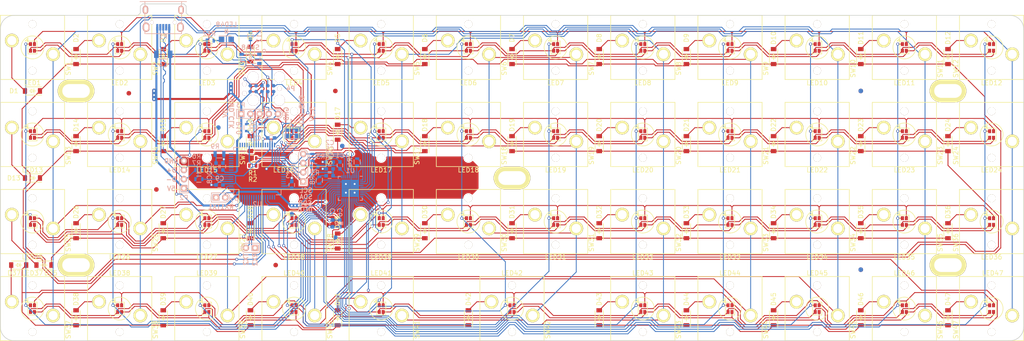
<source format=kicad_pcb>
(kicad_pcb (version 4) (host pcbnew 4.0.5)
  (layers (0 F.Cu signal) (31 B.Cu signal) (34 B.Paste user) (35 F.Paste user) (36 B.SilkS user) (37 F.SilkS user) (38 B.Mask user) (39 F.Mask user) (44 Edge.Cuts user))
  (net 0 "")
  (net 1 +3V3)
  (net 2 GND)
  (net 3 +5V)
  (net 4 "Net-(C8-Pad2)")
  (net 5 /MCU/MCU_RESET)
  (net 6 "Net-(D1-Pad2)")
  (net 7 "Net-(D2-Pad2)")
  (net 8 "Net-(D3-Pad2)")
  (net 9 "Net-(D4-Pad2)")
  (net 10 "Net-(D5-Pad2)")
  (net 11 "Net-(D6-Pad2)")
  (net 12 "Net-(D7-Pad2)")
  (net 13 "Net-(D8-Pad2)")
  (net 14 "Net-(D9-Pad2)")
  (net 15 "Net-(D10-Pad2)")
  (net 16 "Net-(D11-Pad2)")
  (net 17 "Net-(D12-Pad2)")
  (net 18 "Net-(D13-Pad2)")
  (net 19 "Net-(D14-Pad2)")
  (net 20 "Net-(D15-Pad2)")
  (net 21 "Net-(D16-Pad2)")
  (net 22 "Net-(D17-Pad2)")
  (net 23 "Net-(D18-Pad2)")
  (net 24 "Net-(D19-Pad2)")
  (net 25 "Net-(D20-Pad2)")
  (net 26 "Net-(D21-Pad2)")
  (net 27 "Net-(D22-Pad2)")
  (net 28 "Net-(D23-Pad2)")
  (net 29 "Net-(D24-Pad2)")
  (net 30 "Net-(D25-Pad2)")
  (net 31 "Net-(D26-Pad2)")
  (net 32 "Net-(D27-Pad2)")
  (net 33 "Net-(D28-Pad2)")
  (net 34 "Net-(D29-Pad2)")
  (net 35 "Net-(D30-Pad2)")
  (net 36 "Net-(D31-Pad2)")
  (net 37 "Net-(D32-Pad2)")
  (net 38 "Net-(D33-Pad2)")
  (net 39 "Net-(D34-Pad2)")
  (net 40 "Net-(D35-Pad2)")
  (net 41 "Net-(D36-Pad2)")
  (net 42 "Net-(D37-Pad2)")
  (net 43 "Net-(D38-Pad2)")
  (net 44 "Net-(D39-Pad2)")
  (net 45 "Net-(D40-Pad2)")
  (net 46 "Net-(D41-Pad2)")
  (net 47 "Net-(D42-Pad2)")
  (net 48 "Net-(D43-Pad2)")
  (net 49 "Net-(D44-Pad2)")
  (net 50 "Net-(D45-Pad2)")
  (net 51 "Net-(D46-Pad2)")
  (net 52 "Net-(D47-Pad2)")
  (net 53 /MCU/PTA5)
  (net 54 /MCU/USB_D+)
  (net 55 /MCU/USB_D-)
  (net 56 /MCU/SWD_CLK)
  (net 57 /MCU/SWD_DIO)
  (net 58 /MCU/RX2)
  (net 59 /MCU/TX2)
  (net 60 /MCU/RX0)
  (net 61 /MCU/TX0)
  (net 62 /MCU/INTB)
  (net 63 /MCU/SDB)
  (net 64 /MCU/SDA)
  (net 65 /MCU/SCL)
  (net 66 "Net-(R4-Pad2)")
  (net 67 /MCU/D-)
  (net 68 /MCU/D+)
  (net 69 "Net-(R8-Pad1)")
  (net 70 "Net-(R10-Pad1)")
  (net 71 "Net-(R11-Pad1)")
  (net 72 "Net-(U2-Pad32)")
  (net 73 "Net-(U2-Pad33)")
  (net 74 /MCU/RX1)
  (net 75 /MCU/TX1)
  (net 76 /Row1)
  (net 77 /Row5)
  (net 78 /Row2)
  (net 79 /Row6)
  (net 80 /Row3)
  (net 81 /Row7)
  (net 82 /Row4)
  (net 83 /Row8)
  (net 84 /SW1)
  (net 85 /CS9)
  (net 86 /SW3)
  (net 87 /SW2)
  (net 88 /CS10)
  (net 89 /CS11)
  (net 90 /CS12)
  (net 91 /CS1)
  (net 92 /CS2)
  (net 93 /CS3)
  (net 94 /CS4)
  (net 95 /CS5)
  (net 96 /CS6)
  (net 97 /CS7)
  (net 98 /CS8)
  (net 99 /SW4)
  (net 100 /SW6)
  (net 101 /SW5)
  (net 102 /SW7)
  (net 103 /SW9)
  (net 104 /SW8)
  (net 105 /SW10)
  (net 106 /SW12)
  (net 107 /SW11)
  (net 108 /Col1)
  (net 109 /Col2)
  (net 110 /Col3)
  (net 111 /Col4)
  (net 112 /Col5)
  (net 113 /Col6)
  (net 114 "Net-(LED48-Pad1)")
  (module Fiducials:Fiducial_1mm_Dia_2.54mm_Outer_CopperTop (layer F.Cu) (at 98 89.5)
    (fp_text reference "" (at 0 0) (layer F.SilkS) (effects (font (size 0.127 0.127) (thickness 0.000001))))
    (fp_text value "")
    (pad ~ smd circle (at 0 0) (size 1 1) (layers F.Cu F.Mask) (clearance 0.77))
  )
  (module Fiducials:Fiducial_1mm_Dia_2.54mm_Outer_CopperBottom (layer F.Cu) (at 111 83.5)
    (fp_text reference "" (at 0 0) (layer F.SilkS) (effects (font (size 0.127 0.127) (thickness 0.000001))))
    (fp_text value "")
    (pad ~ smd circle (at 0 0) (size 1 1) (layers B.Cu B.Mask) (clearance 0.77))
  )
  (module Fiducials:Fiducial_1mm_Dia_2.54mm_Outer_CopperBottom (layer F.Cu) (at 101.5 78.4)
    (fp_text reference "" (at 0 0) (layer F.SilkS) (effects (font (size 0.127 0.127) (thickness 0.000001))))
    (fp_text value "")
    (pad ~ smd circle (at 0 0) (size 1 1) (layers B.Cu B.Mask) (clearance 0.77))
  )
  (module Fiducials:Fiducial_1mm_Dia_2.54mm_Outer_CopperTop (layer F.Cu) (at 72 73)
    (fp_text reference "" (at 0 0) (layer F.SilkS) (effects (font (size 0.127 0.127) (thickness 0.000001))))
    (fp_text value "")
    (pad ~ smd circle (at 0 0) (size 1 1) (layers F.Cu F.Mask) (clearance 0.77))
  )
  (module Fiducials:Fiducial_1mm_Dia_2.54mm_Outer_CopperTop (layer F.Cu) (at 111 51.5)
    (fp_text reference "" (at 0 0) (layer F.SilkS) (effects (font (size 0.127 0.127) (thickness 0.000001))))
    (fp_text value "")
    (pad ~ smd circle (at 0 0) (size 1 1) (layers F.Cu F.Mask) (clearance 0.77))
  )
  (module Fiducials:Fiducial_1mm_Dia_2.54mm_Outer_CopperBottom (layer F.Cu) (at 112.5 63.5)
    (fp_text reference "" (at 0 0) (layer F.SilkS) (effects (font (size 0.127 0.127) (thickness 0.000001))))
    (fp_text value "")
    (pad ~ smd circle (at 0 0) (size 1 1) (layers B.Cu B.Mask) (clearance 0.77))
  )
  (module Fiducials:Fiducial_1mm_Dia_2.54mm_Outer_CopperBottom (layer F.Cu) (at 225.5 90.5)
    (fp_text reference "" (at 0 0) (layer F.SilkS) (effects (font (size 0.127 0.127) (thickness 0.000001))))
    (fp_text value "")
    (pad ~ smd circle (at 0 0) (size 1 1) (layers B.Cu B.Mask) (clearance 0.77))
  )
  (module Fiducials:Fiducial_1mm_Dia_2.54mm_Outer_CopperTop (layer F.Cu) (at 225.5 90.5)
    (fp_text reference "" (at 0 0) (layer F.SilkS) (effects (font (size 0.127 0.127) (thickness 0.000001))))
    (fp_text value "")
    (pad ~ smd circle (at 0 0) (size 1 1) (layers F.Cu F.Mask) (clearance 0.77))
  )
  (module Fiducials:Fiducial_1mm_Dia_2.54mm_Outer_CopperTop (layer F.Cu) (at 225.5 51.5)
    (fp_text reference "" (at 0 0) (layer F.SilkS) (effects (font (size 0.127 0.127) (thickness 0.000001))))
    (fp_text value "")
    (pad ~ smd circle (at 0 0) (size 1 1) (layers F.Cu F.Mask) (clearance 0.77))
  )
  (module Fiducials:Fiducial_1mm_Dia_2.54mm_Outer_CopperBottom (layer F.Cu) (at 225.5 51.5)
    (fp_text reference "" (at 0 0) (layer F.SilkS) (effects (font (size 0.127 0.127) (thickness 0.000001))))
    (fp_text value "")
    (pad ~ smd circle (at 0 0) (size 1 1) (layers B.Cu B.Mask) (clearance 0.77))
  )
  (module lib.pretty:Micro-USB_629105150521 (layer B.Cu) (at 73.5 32)
    (fp_text reference P1 (at 0 7.62) (layer B.SilkS) (effects (justify mirror)))
    (fp_text value USB_OTG)
    (pad 3 smd rect (at 0 5.6) (size 0.45 1.4) (layers B.Cu B.Paste B.Mask) (net 54 /MCU/USB_D+))
    (pad 4 smd rect (at 0.65 5.6) (size 0.45 1.4) (layers B.Cu B.Paste B.Mask))
    (pad 2 smd rect (at -0.65 5.6) (size 0.45 1.4) (layers B.Cu B.Paste B.Mask) (net 55 /MCU/USB_D-))
    (pad 5 smd rect (at 1.3 5.6) (size 0.45 1.4) (layers B.Cu B.Paste B.Mask) (net 2 GND))
    (pad NC thru_hole oval (at 3.725 5.6) (size 1.45 2) (drill oval 0.85 1.4) (layers *.Cu *.Mask B.SilkS))
    (pad NC thru_hole oval (at -3.725 5.6) (size 1.45 2) (drill oval 0.85 1.4) (layers *.Cu *.Mask B.SilkS))
    (pad "" thru_hole circle (at 2.5 4.55) (size 0.8 0.8) (drill 0.8) (layers *.Cu *.Mask B.SilkS))
    (pad NC thru_hole oval (at -3.875 1.8) (size 1.15 1.8) (drill oval 0.55 1.2) (layers *.Cu *.Mask B.SilkS))
    (pad NC thru_hole oval (at 3.875 1.8) (size 1.15 1.8) (drill oval 0.55 1.2) (layers *.Cu *.Mask B.SilkS))
    (pad "" thru_hole circle (at -2.5 4.55) (size 0.8 0.8) (drill 0.8) (layers *.Cu *.Mask B.SilkS))
    (pad 1 smd rect (at -1.3 5.6) (size 0.45 1.4) (layers B.Cu B.Paste B.Mask) (net 3 +5V))
  )
  (module Mounting_Holes:MountingHole_3mm (layer F.Cu) (at 149.5 70.5)
    (fp_text reference "" (at 0 0) (layer F.SilkS) (effects (font (thickness 0.000001))))
    (fp_text value MountingHole_3mm)
    (pad "" np_thru_hole oval (at 0 0) (size 8 5) (drill oval 6 3) (layers *.Cu *.Mask F.SilkS))
  )
  (module Mounting_Holes:MountingHole_3mm (layer F.Cu) (at 54.5 89.5)
    (fp_text reference "" (at 0 0) (layer F.SilkS))
    (fp_text value MountingHole_3mm)
    (pad "" np_thru_hole oval (at 0 0) (size 8 5) (drill oval 6 3) (layers *.Cu *.Mask F.SilkS))
  )
  (module Mounting_Holes:MountingHole_3mm (layer F.Cu) (at 244.5 89.5)
    (fp_text reference "" (at 0 0) (layer F.SilkS) (effects (font (thickness 0.000001))))
    (fp_text value MountingHole_3mm)
    (pad "" np_thru_hole oval (at 0 0) (size 8 5) (drill oval 6 3) (layers *.Cu *.Mask F.SilkS))
  )
  (module Mounting_Holes:MountingHole_3mm (layer F.Cu) (at 244.5 51.5)
    (fp_text reference "" (at 0 0) (layer F.SilkS) (effects (font (thickness 0.000001))))
    (fp_text value MountingHole_3mm)
    (pad "" np_thru_hole oval (at 0 0) (size 8 5) (drill oval 6 3) (layers *.Cu *.Mask F.SilkS))
  )
  (module Mounting_Holes:MountingHole_3mm (layer F.Cu) (at 54.5 51.5)
    (fp_text reference "" (at 0 0) (layer F.SilkS) (effects (font (thickness 0.000001))))
    (fp_text value MountingHole_3mm)
    (pad "" np_thru_hole oval (at 0 0) (size 8 5) (drill oval 6 3) (layers *.Cu *.Mask F.SilkS))
  )
  (module Capacitors_SMD:C_0603 (layer B.Cu) (at 112 67.75 90)
    (fp_text reference C1 (at 2.15 0 180) (layer B.SilkS) (effects (justify mirror)))
    (fp_text value 0.1uF)
    (pad 1 smd rect (at -0.75 0 90) (size 0.8 0.75) (layers B.Cu B.Paste B.Mask) (net 1 +3V3))
    (pad 2 smd rect (at 0.75 0 90) (size 0.8 0.75) (layers B.Cu B.Paste B.Mask) (net 2 GND))
  )
  (module Capacitors_SMD:C_0603 (layer B.Cu) (at 109.75 67 180)
    (fp_text reference C2 (at -0.05 4.2 180) (layer B.SilkS) (effects (justify mirror)))
    (fp_text value 1uF)
    (pad 1 smd rect (at -0.75 0 180) (size 0.8 0.75) (layers B.Cu B.Paste B.Mask) (net 1 +3V3))
    (pad 2 smd rect (at 0.75 0 180) (size 0.8 0.75) (layers B.Cu B.Paste B.Mask) (net 2 GND))
  )
  (module Capacitors_SMD:C_0603 (layer B.Cu) (at 109.75 70 180)
    (fp_text reference C3 (at -0.05 4.4 180) (layer B.SilkS) (effects (justify mirror)))
    (fp_text value 0.1uF)
    (pad 1 smd rect (at -0.75 0 180) (size 0.8 0.75) (layers B.Cu B.Paste B.Mask) (net 3 +5V))
    (pad 2 smd rect (at 0.75 0 180) (size 0.8 0.75) (layers B.Cu B.Paste B.Mask) (net 2 GND))
  )
  (module Capacitors_SMD:C_1206 (layer B.Cu) (at 73.5 43.5)
    (fp_text reference C4 (at 0 2.3) (layer B.SilkS) (effects (justify mirror)))
    (fp_text value 100uF)
    (pad 1 smd rect (at -1.5 0) (size 1 1.6) (layers B.Cu B.Paste B.Mask) (net 3 +5V))
    (pad 2 smd rect (at 1.5 0) (size 1 1.6) (layers B.Cu B.Paste B.Mask) (net 2 GND))
  )
  (module Capacitors_SMD:C_0603 (layer B.Cu) (at 109.75 68.5 180)
    (fp_text reference C5 (at -0.05 4.3 180) (layer B.SilkS) (effects (justify mirror)))
    (fp_text value 1uF)
    (pad 1 smd rect (at -0.75 0 180) (size 0.8 0.75) (layers B.Cu B.Paste B.Mask) (net 3 +5V))
    (pad 2 smd rect (at 0.75 0 180) (size 0.8 0.75) (layers B.Cu B.Paste B.Mask) (net 2 GND))
  )
  (module Capacitors_SMD:C_0603 (layer B.Cu) (at 112 80.4 270)
    (fp_text reference C6 (at -2.4 0 270) (layer B.SilkS) (effects (justify mirror)))
    (fp_text value 0.1uF)
    (pad 1 smd rect (at -0.75 0 270) (size 0.8 0.75) (layers B.Cu B.Paste B.Mask) (net 3 +5V))
    (pad 2 smd rect (at 0.75 0 270) (size 0.8 0.75) (layers B.Cu B.Paste B.Mask) (net 2 GND))
  )
  (module Capacitors_SMD:C_0603 (layer B.Cu) (at 110.4 80.4 270)
    (fp_text reference C7 (at -2.4 0 270) (layer B.SilkS) (effects (justify mirror)))
    (fp_text value 1uF)
    (pad 1 smd rect (at -0.75 0 270) (size 0.8 0.75) (layers B.Cu B.Paste B.Mask) (net 3 +5V))
    (pad 2 smd rect (at 0.75 0 270) (size 0.8 0.75) (layers B.Cu B.Paste B.Mask) (net 2 GND))
  )
  (module Capacitors_SMD:C_0603 (layer B.Cu) (at 85 68 90)
    (fp_text reference C8 (at -2.8 -1.4 90) (layer B.SilkS) (effects (justify mirror)))
    (fp_text value 2.2uF)
    (pad 1 smd rect (at -0.75 0 90) (size 0.8 0.75) (layers B.Cu B.Paste B.Mask) (net 1 +3V3))
    (pad 2 smd rect (at 0.75 0 90) (size 0.8 0.75) (layers B.Cu B.Paste B.Mask) (net 4 "Net-(C8-Pad2)"))
  )
  (module Capacitors_SMD:C_0603 (layer B.Cu) (at 85.75 72 180)
    (fp_text reference C9 (at -0.05 1.4 180) (layer B.SilkS) (effects (justify mirror)))
    (fp_text value 0.1uF)
    (pad 1 smd rect (at -0.75 0 180) (size 0.8 0.75) (layers B.Cu B.Paste B.Mask) (net 1 +3V3))
    (pad 2 smd rect (at 0.75 0 180) (size 0.8 0.75) (layers B.Cu B.Paste B.Mask) (net 2 GND))
  )
  (module Capacitors_SMD:C_0603 (layer B.Cu) (at 97 61.75)
    (fp_text reference C11 (at -3.6 0.05) (layer B.SilkS) (effects (justify mirror)))
    (fp_text value 0.1uF)
    (pad 1 smd rect (at -0.75 0) (size 0.8 0.75) (layers B.Cu B.Paste B.Mask) (net 1 +3V3))
    (pad 2 smd rect (at 0.75 0) (size 0.8 0.75) (layers B.Cu B.Paste B.Mask) (net 2 GND))
  )
  (module Capacitors_SMD:C_0603 (layer B.Cu) (at 92.5 39.5 90)
    (fp_text reference C12 (at 0 1.9 90) (layer B.SilkS) (effects (justify mirror)))
    (fp_text value 0.1uF)
    (pad 1 smd rect (at -0.75 0 90) (size 0.8 0.75) (layers B.Cu B.Paste B.Mask) (net 5 /MCU/MCU_RESET))
    (pad 2 smd rect (at 0.75 0 90) (size 0.8 0.75) (layers B.Cu B.Paste B.Mask) (net 2 GND))
  )
  (module Capacitors_SMD:C_0603 (layer B.Cu) (at 101.5 72 90)
    (fp_text reference C13 (at 2 0.1 180) (layer B.SilkS) (effects (justify mirror)))
    (fp_text value 0.1uF)
    (pad 1 smd rect (at -0.75 0 90) (size 0.8 0.75) (layers B.Cu B.Paste B.Mask) (net 1 +3V3))
    (pad 2 smd rect (at 0.75 0 90) (size 0.8 0.75) (layers B.Cu B.Paste B.Mask) (net 2 GND))
  )
  (module lib.pretty:JLINK_NEEDLE (layer B.Cu) (at 95 51 180)
    (fp_text reference P4 (at -6.25 0 180) (layer B.SilkS) (effects (font (thickness 0.2)) (justify mirror)))
    (fp_text value FLASH_HDR hide)
    (pad 8 smd circle (at 0 0.635 180) (size 0.7874 0.7874) (layers B.Cu B.Mask) (net 60 /MCU/RX0))
    (pad 3 smd circle (at 0 -0.635 180) (size 0.7874 0.7874) (layers B.Cu B.Mask) (net 2 GND))
    (pad 7 smd circle (at 1.27 0.635 180) (size 0.7874 0.7874) (layers B.Cu B.Mask))
    (pad 4 smd circle (at 1.27 -0.635 180) (size 0.7874 0.7874) (layers B.Cu B.Mask) (net 56 /MCU/SWD_CLK))
    (pad 5 smd circle (at 2.54 -0.635 180) (size 0.7874 0.7874) (layers B.Cu B.Mask) (net 3 +5V))
    (pad 6 smd circle (at 2.54 0.635 180) (size 0.7874 0.7874) (layers B.Cu B.Mask) (net 61 /MCU/TX0))
    (pad 9 smd circle (at -1.27 0.635 180) (size 0.7874 0.7874) (layers B.Cu B.Mask) (net 53 /MCU/PTA5))
    (pad 2 smd circle (at -1.27 -0.635 180) (size 0.7874 0.7874) (layers B.Cu B.Mask) (net 57 /MCU/SWD_DIO))
    (pad 10 smd circle (at -2.54 0.635 180) (size 0.7874 0.7874) (layers B.Cu B.Mask) (net 5 /MCU/MCU_RESET))
    (pad 1 smd circle (at -2.54 -0.635 180) (size 0.7874 0.7874) (layers B.Cu B.Mask) (net 1 +3V3))
    (pad "" np_thru_hole circle (at -3.81 0 180) (size 0.99061 0.99061) (drill 0.9906) (layers *.Cu *.Mask B.SilkS))
    (pad "" np_thru_hole circle (at 3.81 1.016 180) (size 0.99061 0.99061) (drill 0.9906) (layers *.Cu *.Mask B.SilkS))
    (pad "" np_thru_hole circle (at 3.81 -1.016 180) (size 0.99061 0.99061) (drill 0.9906) (layers *.Cu *.Mask B.SilkS))
    (pad "" np_thru_hole circle (at -3.81 2.54 180) (size 2.37491 2.37491) (drill 2.3749) (layers *.Cu *.Mask B.SilkS))
    (pad "" np_thru_hole circle (at 1.905 2.54 180) (size 2.37491 2.37491) (drill 2.3749) (layers *.Cu *.Mask B.SilkS))
    (pad "" np_thru_hole circle (at -3.81 -2.54 180) (size 2.37491 2.37491) (drill 2.3749) (layers *.Cu *.Mask B.SilkS))
    (pad "" np_thru_hole circle (at 1.905 -2.54 180) (size 2.37491 2.37491) (drill 2.3749) (layers *.Cu *.Mask B.SilkS))
  )
  (module Resistors_SMD:R_0603 (layer F.Cu) (at 93 66.2)
    (fp_text reference R1 (at 0 3.2) (layer F.SilkS))
    (fp_text value 100k)
    (pad 1 smd rect (at -0.75 0) (size 0.5 0.9) (layers F.Cu F.Paste F.Mask) (net 2 GND))
    (pad 2 smd rect (at 0.75 0) (size 0.5 0.9) (layers F.Cu F.Paste F.Mask) (net 63 /MCU/SDB))
  )
  (module Resistors_SMD:R_0603 (layer F.Cu) (at 93 67.8 180)
    (fp_text reference R2 (at 0 -3 180) (layer F.SilkS))
    (fp_text value 100k)
    (pad 1 smd rect (at -0.75 0 180) (size 0.5 0.9) (layers F.Cu F.Paste F.Mask) (net 1 +3V3))
    (pad 2 smd rect (at 0.75 0 180) (size 0.5 0.9) (layers F.Cu F.Paste F.Mask) (net 62 /MCU/INTB))
  )
  (module Resistors_SMD:R_0603 (layer B.Cu) (at 106 66 90)
    (fp_text reference R3 (at 0.2 1.8 180) (layer B.SilkS) (effects (justify mirror)))
    (fp_text value 4.7k)
    (pad 1 smd rect (at -0.75 0 90) (size 0.5 0.9) (layers B.Cu B.Paste B.Mask) (net 1 +3V3))
    (pad 2 smd rect (at 0.75 0 90) (size 0.5 0.9) (layers B.Cu B.Paste B.Mask) (net 65 /MCU/SCL))
  )
  (module Resistors_SMD:R_0603 (layer B.Cu) (at 115.75 67 270)
    (fp_text reference R4 (at 0 1.55 270) (layer B.SilkS) (effects (justify mirror)))
    (fp_text value 100k)
    (pad 1 smd rect (at -0.75 0 270) (size 0.5 0.9) (layers B.Cu B.Paste B.Mask) (net 2 GND))
    (pad 2 smd rect (at 0.75 0 270) (size 0.5 0.9) (layers B.Cu B.Paste B.Mask) (net 66 "Net-(R4-Pad2)"))
  )
  (module Resistors_SMD:R_0603 (layer B.Cu) (at 106.5 68 180)
    (fp_text reference R5 (at -0.1 -1.4 180) (layer B.SilkS) (effects (justify mirror)))
    (fp_text value 4.7k)
    (pad 1 smd rect (at -0.75 0 180) (size 0.5 0.9) (layers B.Cu B.Paste B.Mask) (net 1 +3V3))
    (pad 2 smd rect (at 0.75 0 180) (size 0.5 0.9) (layers B.Cu B.Paste B.Mask) (net 64 /MCU/SDA))
  )
  (module Resistors_SMD:R_0603 (layer B.Cu) (at 81.25 68.75 180)
    (fp_text reference R6 (at 0.5 3 180) (layer B.SilkS) (effects (justify mirror)))
    (fp_text value 33)
    (pad 1 smd rect (at -0.75 0 180) (size 0.5 0.9) (layers B.Cu B.Paste B.Mask) (net 67 /MCU/D-))
    (pad 2 smd rect (at 0.75 0 180) (size 0.5 0.9) (layers B.Cu B.Paste B.Mask) (net 55 /MCU/USB_D-))
  )
  (module Resistors_SMD:R_0603 (layer B.Cu) (at 81.25 70.75 180)
    (fp_text reference R7 (at 0.5 3.5 180) (layer B.SilkS) (effects (justify mirror)))
    (fp_text value 33)
    (pad 1 smd rect (at -0.75 0 180) (size 0.5 0.9) (layers B.Cu B.Paste B.Mask) (net 68 /MCU/D+))
    (pad 2 smd rect (at 0.75 0 180) (size 0.5 0.9) (layers B.Cu B.Paste B.Mask) (net 54 /MCU/USB_D+))
  )
  (module Resistors_SMD:R_0603 (layer B.Cu) (at 107.5 71 90)
    (fp_text reference R8 (at 0 -1.5 90) (layer B.SilkS) (effects (justify mirror)))
    (fp_text value 20k)
    (pad 1 smd rect (at -0.75 0 90) (size 0.5 0.9) (layers B.Cu B.Paste B.Mask) (net 69 "Net-(R8-Pad1)"))
    (pad 2 smd rect (at 0.75 0 90) (size 0.5 0.9) (layers B.Cu B.Paste B.Mask) (net 2 GND))
  )
  (module Resistors_SMD:R_0805 (layer B.Cu) (at 85.75 65.25)
    (fp_text reference R9 (at -0.95 -1.65) (layer B.SilkS) (effects (justify mirror)))
    (fp_text value 5M)
    (pad 1 smd rect (at -0.95 0) (size 0.7 1.3) (layers B.Cu B.Paste B.Mask) (net 4 "Net-(C8-Pad2)"))
    (pad 2 smd rect (at 0.95 0) (size 0.7 1.3) (layers B.Cu B.Paste B.Mask) (net 2 GND))
  )
  (module Resistors_SMD:R_0603 (layer B.Cu) (at 91.75 59.5 90)
    (fp_text reference R10 (at -0.1 -1.75 90) (layer B.SilkS) (effects (justify mirror)))
    (fp_text value 100)
    (pad 1 smd rect (at -0.75 0 90) (size 0.5 0.9) (layers B.Cu B.Paste B.Mask) (net 70 "Net-(R10-Pad1)"))
    (pad 2 smd rect (at 0.75 0 90) (size 0.5 0.9) (layers B.Cu B.Paste B.Mask) (net 56 /MCU/SWD_CLK))
  )
  (module Resistors_SMD:R_0603 (layer B.Cu) (at 94.75 59.5 90)
    (fp_text reference R11 (at -0.1 -1.55 270) (layer B.SilkS) (effects (justify mirror)))
    (fp_text value 100)
    (pad 1 smd rect (at -0.75 0 90) (size 0.5 0.9) (layers B.Cu B.Paste B.Mask) (net 71 "Net-(R11-Pad1)"))
    (pad 2 smd rect (at 0.75 0 90) (size 0.5 0.9) (layers B.Cu B.Paste B.Mask) (net 57 /MCU/SWD_DIO))
  )
  (module Housings_DFN_QFN:UQFN-40-1EP_5x5mm_Pitch0.4mm (layer B.Cu) (at 114.25 72.75 180)
    (fp_text reference U1 (at 0 3.875 180) (layer B.SilkS) (effects (justify mirror)))
    (fp_text value IS31FL3737)
    (pad 1 smd rect (at -2.5 1.8 180) (size 0.75 0.2) (layers B.Cu B.Paste B.Mask) (net 84 /SW1))
    (pad 2 smd rect (at -2.5 1.4 180) (size 0.75 0.2) (layers B.Cu B.Paste B.Mask) (net 87 /SW2))
    (pad 3 smd rect (at -2.5 1 180) (size 0.75 0.2) (layers B.Cu B.Paste B.Mask) (net 86 /SW3))
    (pad 4 smd rect (at -2.5 0.6 180) (size 0.75 0.2) (layers B.Cu B.Paste B.Mask) (net 2 GND))
    (pad 5 smd rect (at -2.5 0.2 180) (size 0.75 0.2) (layers B.Cu B.Paste B.Mask) (net 99 /SW4))
    (pad 6 smd rect (at -2.5 -0.2 180) (size 0.75 0.2) (layers B.Cu B.Paste B.Mask) (net 101 /SW5))
    (pad 7 smd rect (at -2.5 -0.6 180) (size 0.75 0.2) (layers B.Cu B.Paste B.Mask) (net 100 /SW6))
    (pad 8 smd rect (at -2.5 -1 180) (size 0.75 0.2) (layers B.Cu B.Paste B.Mask) (net 102 /SW7))
    (pad 9 smd rect (at -2.5 -1.4 180) (size 0.75 0.2) (layers B.Cu B.Paste B.Mask) (net 104 /SW8))
    (pad 10 smd rect (at -2.5 -1.8 180) (size 0.75 0.2) (layers B.Cu B.Paste B.Mask) (net 103 /SW9))
    (pad 11 smd rect (at -1.8 -2.5 90) (size 0.75 0.2) (layers B.Cu B.Paste B.Mask) (net 2 GND))
    (pad 12 smd rect (at -1.4 -2.5 90) (size 0.75 0.2) (layers B.Cu B.Paste B.Mask) (net 105 /SW10))
    (pad 13 smd rect (at -1 -2.5 90) (size 0.75 0.2) (layers B.Cu B.Paste B.Mask) (net 107 /SW11))
    (pad 14 smd rect (at -0.6 -2.5 90) (size 0.75 0.2) (layers B.Cu B.Paste B.Mask) (net 106 /SW12))
    (pad 15 smd rect (at -0.2 -2.5 90) (size 0.75 0.2) (layers B.Cu B.Paste B.Mask) (net 91 /CS1))
    (pad 16 smd rect (at 0.2 -2.5 90) (size 0.75 0.2) (layers B.Cu B.Paste B.Mask) (net 92 /CS2))
    (pad 17 smd rect (at 0.6 -2.5 90) (size 0.75 0.2) (layers B.Cu B.Paste B.Mask) (net 93 /CS3))
    (pad 18 smd rect (at 1 -2.5 90) (size 0.75 0.2) (layers B.Cu B.Paste B.Mask) (net 94 /CS4))
    (pad 19 smd rect (at 1.4 -2.5 90) (size 0.75 0.2) (layers B.Cu B.Paste B.Mask) (net 3 +5V))
    (pad 20 smd rect (at 1.8 -2.5 90) (size 0.75 0.2) (layers B.Cu B.Paste B.Mask) (net 95 /CS5))
    (pad 21 smd rect (at 2.5 -1.8 180) (size 0.75 0.2) (layers B.Cu B.Paste B.Mask) (net 96 /CS6))
    (pad 22 smd rect (at 2.5 -1.4 180) (size 0.75 0.2) (layers B.Cu B.Paste B.Mask) (net 97 /CS7))
    (pad 23 smd rect (at 2.5 -1 180) (size 0.75 0.2) (layers B.Cu B.Paste B.Mask) (net 98 /CS8))
    (pad 24 smd rect (at 2.5 -0.6 180) (size 0.75 0.2) (layers B.Cu B.Paste B.Mask) (net 85 /CS9))
    (pad 25 smd rect (at 2.5 -0.2 180) (size 0.75 0.2) (layers B.Cu B.Paste B.Mask) (net 88 /CS10))
    (pad 26 smd rect (at 2.5 0.2 180) (size 0.75 0.2) (layers B.Cu B.Paste B.Mask) (net 3 +5V))
    (pad 27 smd rect (at 2.5 0.6 180) (size 0.75 0.2) (layers B.Cu B.Paste B.Mask) (net 89 /CS11))
    (pad 28 smd rect (at 2.5 1 180) (size 0.75 0.2) (layers B.Cu B.Paste B.Mask) (net 90 /CS12))
    (pad 29 smd rect (at 2.5 1.4 180) (size 0.75 0.2) (layers B.Cu B.Paste B.Mask) (net 2 GND))
    (pad 30 smd rect (at 2.5 1.8 180) (size 0.75 0.2) (layers B.Cu B.Paste B.Mask) (net 69 "Net-(R8-Pad1)"))
    (pad 31 smd rect (at 1.8 2.5 90) (size 0.75 0.2) (layers B.Cu B.Paste B.Mask) (net 3 +5V))
    (pad 32 smd rect (at 1.4 2.5 90) (size 0.75 0.2) (layers B.Cu B.Paste B.Mask) (net 1 +3V3))
    (pad 33 smd rect (at 1 2.5 90) (size 0.75 0.2) (layers B.Cu B.Paste B.Mask))
    (pad 34 smd rect (at 0.6 2.5 90) (size 0.75 0.2) (layers B.Cu B.Paste B.Mask) (net 64 /MCU/SDA))
    (pad 35 smd rect (at 0.2 2.5 90) (size 0.75 0.2) (layers B.Cu B.Paste B.Mask) (net 65 /MCU/SCL))
    (pad 36 smd rect (at -0.2 2.5 90) (size 0.75 0.2) (layers B.Cu B.Paste B.Mask) (net 2 GND))
    (pad 37 smd rect (at -0.6 2.5 90) (size 0.75 0.2) (layers B.Cu B.Paste B.Mask) (net 62 /MCU/INTB))
    (pad 38 smd rect (at -1 2.5 90) (size 0.75 0.2) (layers B.Cu B.Paste B.Mask) (net 63 /MCU/SDB))
    (pad 39 smd rect (at -1.4 2.5 90) (size 0.75 0.2) (layers B.Cu B.Paste B.Mask) (net 66 "Net-(R4-Pad2)"))
    (pad 40 smd rect (at -1.8 2.5 90) (size 0.75 0.2) (layers B.Cu B.Paste B.Mask) (net 2 GND))
    (pad 41 smd rect (at 0.95 -0.95 180) (size 1.9 1.9) (layers B.Cu B.Paste B.Mask) (net 2 GND))
    (pad 41 smd rect (at 0.95 0.95 180) (size 1.9 1.9) (layers B.Cu B.Paste B.Mask) (net 2 GND))
    (pad 41 smd rect (at -0.95 -0.95 180) (size 1.9 1.9) (layers B.Cu B.Paste B.Mask) (net 2 GND))
    (pad 41 smd rect (at -0.95 0.95 180) (size 1.9 1.9) (layers B.Cu B.Paste B.Mask) (net 2 GND))
  )
  (module Housings_QFP:LQFP-64_10x10mm_Pitch0.5mm (layer B.Cu) (at 94 69)
    (fp_text reference U2 (at 0 7.2) (layer B.SilkS) (effects (justify mirror)))
    (fp_text value MK20DX256VLH7-RESCUE-RainbowFox)
    (pad 1 smd rect (at -5.7 3.75) (size 1 0.25) (layers B.Cu B.Paste B.Mask) (net 74 /MCU/RX1))
    (pad 2 smd rect (at -5.7 3.25) (size 1 0.25) (layers B.Cu B.Paste B.Mask) (net 75 /MCU/TX1))
    (pad 3 smd rect (at -5.7 2.75) (size 1 0.25) (layers B.Cu B.Paste B.Mask) (net 1 +3V3))
    (pad 4 smd rect (at -5.7 2.25) (size 1 0.25) (layers B.Cu B.Paste B.Mask) (net 2 GND))
    (pad 5 smd rect (at -5.7 1.75) (size 1 0.25) (layers B.Cu B.Paste B.Mask) (net 68 /MCU/D+))
    (pad 6 smd rect (at -5.7 1.25) (size 1 0.25) (layers B.Cu B.Paste B.Mask) (net 67 /MCU/D-))
    (pad 7 smd rect (at -5.7 0.75) (size 1 0.25) (layers B.Cu B.Paste B.Mask) (net 1 +3V3))
    (pad 8 smd rect (at -5.7 0.25) (size 1 0.25) (layers B.Cu B.Paste B.Mask) (net 3 +5V))
    (pad 9 smd rect (at -5.7 -0.25) (size 1 0.25) (layers B.Cu B.Paste B.Mask))
    (pad 10 smd rect (at -5.7 -0.75) (size 1 0.25) (layers B.Cu B.Paste B.Mask))
    (pad 11 smd rect (at -5.7 -1.25) (size 1 0.25) (layers B.Cu B.Paste B.Mask))
    (pad 12 smd rect (at -5.7 -1.75) (size 1 0.25) (layers B.Cu B.Paste B.Mask))
    (pad 13 smd rect (at -5.7 -2.25) (size 1 0.25) (layers B.Cu B.Paste B.Mask))
    (pad 14 smd rect (at -5.7 -2.75) (size 1 0.25) (layers B.Cu B.Paste B.Mask))
    (pad 15 smd rect (at -5.7 -3.25) (size 1 0.25) (layers B.Cu B.Paste B.Mask))
    (pad 16 smd rect (at -5.7 -3.75) (size 1 0.25) (layers B.Cu B.Paste B.Mask))
    (pad 17 smd rect (at -3.75 -5.7 270) (size 1 0.25) (layers B.Cu B.Paste B.Mask))
    (pad 18 smd rect (at -3.25 -5.7 270) (size 1 0.25) (layers B.Cu B.Paste B.Mask))
    (pad 19 smd rect (at -2.75 -5.7 270) (size 1 0.25) (layers B.Cu B.Paste B.Mask))
    (pad 20 smd rect (at -2.25 -5.7 270) (size 1 0.25) (layers B.Cu B.Paste B.Mask))
    (pad 21 smd rect (at -1.75 -5.7 270) (size 1 0.25) (layers B.Cu B.Paste B.Mask) (net 1 +3V3))
    (pad 22 smd rect (at -1.25 -5.7 270) (size 1 0.25) (layers B.Cu B.Paste B.Mask) (net 70 "Net-(R10-Pad1)"))
    (pad 23 smd rect (at -0.75 -5.7 270) (size 1 0.25) (layers B.Cu B.Paste B.Mask) (net 60 /MCU/RX0))
    (pad 24 smd rect (at -0.25 -5.7 270) (size 1 0.25) (layers B.Cu B.Paste B.Mask) (net 61 /MCU/TX0))
    (pad 25 smd rect (at 0.25 -5.7 270) (size 1 0.25) (layers B.Cu B.Paste B.Mask) (net 71 "Net-(R11-Pad1)"))
    (pad 26 smd rect (at 0.75 -5.7 270) (size 1 0.25) (layers B.Cu B.Paste B.Mask))
    (pad 27 smd rect (at 1.25 -5.7 270) (size 1 0.25) (layers B.Cu B.Paste B.Mask) (net 53 /MCU/PTA5))
    (pad 28 smd rect (at 1.75 -5.7 270) (size 1 0.25) (layers B.Cu B.Paste B.Mask))
    (pad 29 smd rect (at 2.25 -5.7 270) (size 1 0.25) (layers B.Cu B.Paste B.Mask))
    (pad 30 smd rect (at 2.75 -5.7 270) (size 1 0.25) (layers B.Cu B.Paste B.Mask) (net 1 +3V3))
    (pad 31 smd rect (at 3.25 -5.7 270) (size 1 0.25) (layers B.Cu B.Paste B.Mask) (net 2 GND))
    (pad 32 smd rect (at 3.75 -5.7 270) (size 1 0.25) (layers B.Cu B.Paste B.Mask) (net 72 "Net-(U2-Pad32)"))
    (pad 33 smd rect (at 5.7 -3.75) (size 1 0.25) (layers B.Cu B.Paste B.Mask) (net 73 "Net-(U2-Pad33)"))
    (pad 34 smd rect (at 5.7 -3.25) (size 1 0.25) (layers B.Cu B.Paste B.Mask) (net 5 /MCU/MCU_RESET))
    (pad 35 smd rect (at 5.7 -2.75) (size 1 0.25) (layers B.Cu B.Paste B.Mask) (net 65 /MCU/SCL))
    (pad 36 smd rect (at 5.7 -2.25) (size 1 0.25) (layers B.Cu B.Paste B.Mask) (net 64 /MCU/SDA))
    (pad 37 smd rect (at 5.7 -1.75) (size 1 0.25) (layers B.Cu B.Paste B.Mask) (net 112 /Col5))
    (pad 38 smd rect (at 5.7 -1.25) (size 1 0.25) (layers B.Cu B.Paste B.Mask) (net 113 /Col6))
    (pad 39 smd rect (at 5.7 -0.75) (size 1 0.25) (layers B.Cu B.Paste B.Mask) (net 63 /MCU/SDB))
    (pad 40 smd rect (at 5.7 -0.25) (size 1 0.25) (layers B.Cu B.Paste B.Mask) (net 62 /MCU/INTB))
    (pad 41 smd rect (at 5.7 0.25) (size 1 0.25) (layers B.Cu B.Paste B.Mask) (net 111 /Col4))
    (pad 42 smd rect (at 5.7 0.75) (size 1 0.25) (layers B.Cu B.Paste B.Mask))
    (pad 43 smd rect (at 5.7 1.25) (size 1 0.25) (layers B.Cu B.Paste B.Mask))
    (pad 44 smd rect (at 5.7 1.75) (size 1 0.25) (layers B.Cu B.Paste B.Mask))
    (pad 45 smd rect (at 5.7 2.25) (size 1 0.25) (layers B.Cu B.Paste B.Mask))
    (pad 46 smd rect (at 5.7 2.75) (size 1 0.25) (layers B.Cu B.Paste B.Mask))
    (pad 47 smd rect (at 5.7 3.25) (size 1 0.25) (layers B.Cu B.Paste B.Mask) (net 2 GND))
    (pad 48 smd rect (at 5.7 3.75) (size 1 0.25) (layers B.Cu B.Paste B.Mask) (net 1 +3V3))
    (pad 49 smd rect (at 3.75 5.7 270) (size 1 0.25) (layers B.Cu B.Paste B.Mask))
    (pad 50 smd rect (at 3.25 5.7 270) (size 1 0.25) (layers B.Cu B.Paste B.Mask))
    (pad 51 smd rect (at 2.75 5.7 270) (size 1 0.25) (layers B.Cu B.Paste B.Mask))
    (pad 52 smd rect (at 2.25 5.7 270) (size 1 0.25) (layers B.Cu B.Paste B.Mask) (net 81 /Row7))
    (pad 53 smd rect (at 1.75 5.7 270) (size 1 0.25) (layers B.Cu B.Paste B.Mask) (net 79 /Row6))
    (pad 54 smd rect (at 1.25 5.7 270) (size 1 0.25) (layers B.Cu B.Paste B.Mask) (net 77 /Row5))
    (pad 55 smd rect (at 0.75 5.7 270) (size 1 0.25) (layers B.Cu B.Paste B.Mask) (net 83 /Row8))
    (pad 56 smd rect (at 0.25 5.7 270) (size 1 0.25) (layers B.Cu B.Paste B.Mask) (net 82 /Row4))
    (pad 57 smd rect (at -0.25 5.7 270) (size 1 0.25) (layers B.Cu B.Paste B.Mask) (net 76 /Row1))
    (pad 58 smd rect (at -0.75 5.7 270) (size 1 0.25) (layers B.Cu B.Paste B.Mask) (net 78 /Row2))
    (pad 59 smd rect (at -1.25 5.7 270) (size 1 0.25) (layers B.Cu B.Paste B.Mask) (net 58 /MCU/RX2))
    (pad 60 smd rect (at -1.75 5.7 270) (size 1 0.25) (layers B.Cu B.Paste B.Mask) (net 59 /MCU/TX2))
    (pad 61 smd rect (at -2.25 5.7 270) (size 1 0.25) (layers B.Cu B.Paste B.Mask) (net 80 /Row3))
    (pad 62 smd rect (at -2.75 5.7 270) (size 1 0.25) (layers B.Cu B.Paste B.Mask) (net 110 /Col3))
    (pad 63 smd rect (at -3.25 5.7 270) (size 1 0.25) (layers B.Cu B.Paste B.Mask) (net 109 /Col2))
    (pad 64 smd rect (at -3.75 5.7 270) (size 1 0.25) (layers B.Cu B.Paste B.Mask) (net 108 /Col1))
  )
  (module Crystals:crystal_FA238-TSX3225 (layer B.Cu) (at 101.75 60.6)
    (fp_text reference X1 (at 0.05 -2.4) (layer B.SilkS) (effects (justify mirror)))
    (fp_text value CRYSTAL_SMD)
    (pad 1 smd rect (at -1.1 -0.8) (size 1.4 1.2) (layers B.Cu B.Paste B.Mask) (net 72 "Net-(U2-Pad32)"))
    (pad 3 smd rect (at 1.1 -0.8) (size 1.4 1.2) (layers B.Cu B.Paste B.Mask) (net 2 GND))
    (pad 3 smd rect (at -1.1 0.8) (size 1.4 1.2) (layers B.Cu B.Paste B.Mask) (net 2 GND))
    (pad 2 smd rect (at 1.1 0.8) (size 1.4 1.2) (layers B.Cu B.Paste B.Mask) (net 73 "Net-(U2-Pad33)"))
  )
  (module lib.pretty:Conn-4 (layer B.Cu) (at 78 69.75 90)
    (fp_text reference P2 (at -5.05 0 180) (layer B.SilkS) (effects (justify mirror)))
    (fp_text value CONN_01X04)
    (pad 4 thru_hole circle (at 3 0 90) (size 1.4 1.4) (drill 0.75) (layers *.Cu *.Mask B.SilkS) (net 2 GND))
    (pad 3 thru_hole circle (at 1 0 90) (size 1.4 1.4) (drill 0.75) (layers *.Cu *.Mask B.SilkS) (net 54 /MCU/USB_D+))
    (pad 1 thru_hole rect (at -3 0 90) (size 1.4 1.4) (drill 0.75) (layers *.Cu *.Mask B.SilkS) (net 3 +5V))
    (pad 2 thru_hole circle (at -1 0 90) (size 1.4 1.4) (drill 0.75) (layers *.Cu *.Mask B.SilkS) (net 55 /MCU/USB_D-))
  )
  (module lib.pretty:Conn-4 (layer B.Cu) (at 104 68.25 90)
    (fp_text reference P5 (at 0 -2 90) (layer B.SilkS) (effects (justify mirror)))
    (fp_text value CONN_01X04)
    (pad 4 thru_hole circle (at 3 0 90) (size 1.4 1.4) (drill 0.75) (layers *.Cu *.Mask B.SilkS) (net 65 /MCU/SCL))
    (pad 3 thru_hole circle (at 1 0 90) (size 1.4 1.4) (drill 0.75) (layers *.Cu *.Mask B.SilkS) (net 64 /MCU/SDA))
    (pad 1 thru_hole rect (at -3 0 90) (size 1.4 1.4) (drill 0.75) (layers *.Cu *.Mask B.SilkS) (net 62 /MCU/INTB))
    (pad 2 thru_hole circle (at -1 0 90) (size 1.4 1.4) (drill 0.75) (layers *.Cu *.Mask B.SilkS) (net 63 /MCU/SDB))
  )
  (module Capacitors_SMD:C_0603 (layer B.Cu) (at 86.5 68 90)
    (fp_text reference C10 (at -0.4 -2.9 90) (layer B.SilkS) (effects (justify mirror)))
    (fp_text value 2.2uF)
    (pad 1 smd rect (at -0.75 0 90) (size 0.8 0.75) (layers B.Cu B.Paste B.Mask) (net 3 +5V))
    (pad 2 smd rect (at 0.75 0 90) (size 0.8 0.75) (layers B.Cu B.Paste B.Mask) (net 2 GND))
  )
  (module lib.pretty:Conn-2 (layer B.Cu) (at 92.5 85.75 180)
    (fp_text reference P6 (at 0 2 180) (layer B.SilkS) (effects (justify mirror)))
    (fp_text value CONN_01X02)
    (pad 1 thru_hole rect (at -1 0 180) (size 1.4 1.4) (drill 0.75) (layers *.Cu *.Mask B.SilkS) (net 58 /MCU/RX2))
    (pad 2 thru_hole circle (at 1 0 180) (size 1.4 1.4) (drill 0.75) (layers *.Cu *.Mask B.SilkS) (net 59 /MCU/TX2))
  )
  (module lib.pretty:Conn-2 (layer B.Cu) (at 86 74.75)
    (fp_text reference P7 (at 3 0.65) (layer B.SilkS) (effects (justify mirror)))
    (fp_text value CONN_01X02)
    (pad 1 thru_hole rect (at -1 0) (size 1.4 1.4) (drill 0.75) (layers *.Cu *.Mask B.SilkS) (net 75 /MCU/TX1))
    (pad 2 thru_hole circle (at 1 0) (size 1.4 1.4) (drill 0.75) (layers *.Cu *.Mask B.SilkS) (net 74 /MCU/RX1))
  )
  (module lib.pretty:SOD-123 (layer F.Cu) (at 45 51.5 180)
    (fp_text reference D1 (at 4.064 0 180) (layer F.SilkS))
    (fp_text value D_Small)
    (pad 1 smd rect (at -1.635 0 180) (size 0.91 1.22) (layers F.Cu F.Paste F.Mask) (net 76 /Row1))
    (pad 2 smd rect (at 1.635 0 180) (size 0.91 1.22) (layers F.Cu F.Paste F.Mask) (net 6 "Net-(D1-Pad2)"))
  )
  (module lib.pretty:SOD-123 (layer F.Cu) (at 54.5 44 90)
    (fp_text reference D2 (at 4.064 0 90) (layer F.SilkS))
    (fp_text value D_Small)
    (pad 1 smd rect (at -1.635 0 90) (size 0.91 1.22) (layers F.Cu F.Paste F.Mask) (net 76 /Row1))
    (pad 2 smd rect (at 1.635 0 90) (size 0.91 1.22) (layers F.Cu F.Paste F.Mask) (net 7 "Net-(D2-Pad2)"))
  )
  (module lib.pretty:SOD-123 (layer F.Cu) (at 73.5 44 90)
    (fp_text reference D3 (at 4.064 0 90) (layer F.SilkS))
    (fp_text value D_Small)
    (pad 1 smd rect (at -1.635 0 90) (size 0.91 1.22) (layers F.Cu F.Paste F.Mask) (net 76 /Row1))
    (pad 2 smd rect (at 1.635 0 90) (size 0.91 1.22) (layers F.Cu F.Paste F.Mask) (net 8 "Net-(D3-Pad2)"))
  )
  (module lib.pretty:SOD-123 (layer F.Cu) (at 92.5 43.5 90)
    (fp_text reference D4 (at 4.064 0 90) (layer F.SilkS))
    (fp_text value D_Small)
    (pad 1 smd rect (at -1.635 0 90) (size 0.91 1.22) (layers F.Cu F.Paste F.Mask) (net 76 /Row1))
    (pad 2 smd rect (at 1.635 0 90) (size 0.91 1.22) (layers F.Cu F.Paste F.Mask) (net 9 "Net-(D4-Pad2)"))
  )
  (module lib.pretty:SOD-123 (layer F.Cu) (at 111.5 44 90)
    (fp_text reference D5 (at 4.064 0 90) (layer F.SilkS))
    (fp_text value D_Small)
    (pad 1 smd rect (at -1.635 0 90) (size 0.91 1.22) (layers F.Cu F.Paste F.Mask) (net 76 /Row1))
    (pad 2 smd rect (at 1.635 0 90) (size 0.91 1.22) (layers F.Cu F.Paste F.Mask) (net 10 "Net-(D5-Pad2)"))
  )
  (module lib.pretty:SOD-123 (layer F.Cu) (at 130.5 44 90)
    (fp_text reference D6 (at 4.064 0 90) (layer F.SilkS))
    (fp_text value D_Small)
    (pad 1 smd rect (at -1.635 0 90) (size 0.91 1.22) (layers F.Cu F.Paste F.Mask) (net 76 /Row1))
    (pad 2 smd rect (at 1.635 0 90) (size 0.91 1.22) (layers F.Cu F.Paste F.Mask) (net 11 "Net-(D6-Pad2)"))
  )
  (module lib.pretty:SOD-123 (layer F.Cu) (at 149.5 44 90)
    (fp_text reference D7 (at 4.064 0 90) (layer F.SilkS))
    (fp_text value D_Small)
    (pad 1 smd rect (at -1.635 0 90) (size 0.91 1.22) (layers F.Cu F.Paste F.Mask) (net 77 /Row5))
    (pad 2 smd rect (at 1.635 0 90) (size 0.91 1.22) (layers F.Cu F.Paste F.Mask) (net 12 "Net-(D7-Pad2)"))
  )
  (module lib.pretty:SOD-123 (layer F.Cu) (at 168.5 44 90)
    (fp_text reference D8 (at 4.064 0 90) (layer F.SilkS))
    (fp_text value D_Small)
    (pad 1 smd rect (at -1.635 0 90) (size 0.91 1.22) (layers F.Cu F.Paste F.Mask) (net 77 /Row5))
    (pad 2 smd rect (at 1.635 0 90) (size 0.91 1.22) (layers F.Cu F.Paste F.Mask) (net 13 "Net-(D8-Pad2)"))
  )
  (module lib.pretty:SOD-123 (layer F.Cu) (at 187.5 44 90)
    (fp_text reference D9 (at 4.064 0 90) (layer F.SilkS))
    (fp_text value D_Small)
    (pad 1 smd rect (at -1.635 0 90) (size 0.91 1.22) (layers F.Cu F.Paste F.Mask) (net 77 /Row5))
    (pad 2 smd rect (at 1.635 0 90) (size 0.91 1.22) (layers F.Cu F.Paste F.Mask) (net 14 "Net-(D9-Pad2)"))
  )
  (module lib.pretty:SOD-123 (layer F.Cu) (at 206.5 44 90)
    (fp_text reference D10 (at 4.064 0 90) (layer F.SilkS))
    (fp_text value D_Small)
    (pad 1 smd rect (at -1.635 0 90) (size 0.91 1.22) (layers F.Cu F.Paste F.Mask) (net 77 /Row5))
    (pad 2 smd rect (at 1.635 0 90) (size 0.91 1.22) (layers F.Cu F.Paste F.Mask) (net 15 "Net-(D10-Pad2)"))
  )
  (module lib.pretty:SOD-123 (layer F.Cu) (at 225.5 44 90)
    (fp_text reference D11 (at 4.064 0 90) (layer F.SilkS))
    (fp_text value D_Small)
    (pad 1 smd rect (at -1.635 0 90) (size 0.91 1.22) (layers F.Cu F.Paste F.Mask) (net 77 /Row5))
    (pad 2 smd rect (at 1.635 0 90) (size 0.91 1.22) (layers F.Cu F.Paste F.Mask) (net 16 "Net-(D11-Pad2)"))
  )
  (module lib.pretty:SOD-123 (layer F.Cu) (at 244.5 44 90)
    (fp_text reference D12 (at 4.064 0 90) (layer F.SilkS))
    (fp_text value D_Small)
    (pad 1 smd rect (at -1.635 0 90) (size 0.91 1.22) (layers F.Cu F.Paste F.Mask) (net 77 /Row5))
    (pad 2 smd rect (at 1.635 0 90) (size 0.91 1.22) (layers F.Cu F.Paste F.Mask) (net 17 "Net-(D12-Pad2)"))
  )
  (module lib.pretty:SOD-123 (layer F.Cu) (at 45 70.5 180)
    (fp_text reference D13 (at 4.064 0 180) (layer F.SilkS))
    (fp_text value D_Small)
    (pad 1 smd rect (at -1.635 0 180) (size 0.91 1.22) (layers F.Cu F.Paste F.Mask) (net 78 /Row2))
    (pad 2 smd rect (at 1.635 0 180) (size 0.91 1.22) (layers F.Cu F.Paste F.Mask) (net 18 "Net-(D13-Pad2)"))
  )
  (module lib.pretty:SOD-123 (layer F.Cu) (at 54.5 63 90)
    (fp_text reference D14 (at 4.064 0 90) (layer F.SilkS))
    (fp_text value D_Small)
    (pad 1 smd rect (at -1.635 0 90) (size 0.91 1.22) (layers F.Cu F.Paste F.Mask) (net 78 /Row2))
    (pad 2 smd rect (at 1.635 0 90) (size 0.91 1.22) (layers F.Cu F.Paste F.Mask) (net 19 "Net-(D14-Pad2)"))
  )
  (module lib.pretty:SOD-123 (layer F.Cu) (at 73.5 63 90)
    (fp_text reference D15 (at 4.064 0 90) (layer F.SilkS))
    (fp_text value D_Small)
    (pad 1 smd rect (at -1.635 0 90) (size 0.91 1.22) (layers F.Cu F.Paste F.Mask) (net 78 /Row2))
    (pad 2 smd rect (at 1.635 0 90) (size 0.91 1.22) (layers F.Cu F.Paste F.Mask) (net 20 "Net-(D15-Pad2)"))
  )
  (module lib.pretty:SOD-123 (layer F.Cu) (at 92.5 63 90)
    (fp_text reference D16 (at 4.064 0 90) (layer F.SilkS))
    (fp_text value D_Small)
    (pad 1 smd rect (at -1.635 0 90) (size 0.91 1.22) (layers F.Cu F.Paste F.Mask) (net 78 /Row2))
    (pad 2 smd rect (at 1.635 0 90) (size 0.91 1.22) (layers F.Cu F.Paste F.Mask) (net 21 "Net-(D16-Pad2)"))
  )
  (module lib.pretty:SOD-123 (layer F.Cu) (at 111.5 60.5 90)
    (fp_text reference D17 (at 4.064 0 90) (layer F.SilkS))
    (fp_text value D_Small)
    (pad 1 smd rect (at -1.635 0 90) (size 0.91 1.22) (layers F.Cu F.Paste F.Mask) (net 78 /Row2))
    (pad 2 smd rect (at 1.635 0 90) (size 0.91 1.22) (layers F.Cu F.Paste F.Mask) (net 22 "Net-(D17-Pad2)"))
  )
  (module lib.pretty:SOD-123 (layer F.Cu) (at 130.5 63 90)
    (fp_text reference D18 (at 4.064 0 90) (layer F.SilkS))
    (fp_text value D_Small)
    (pad 1 smd rect (at -1.635 0 90) (size 0.91 1.22) (layers F.Cu F.Paste F.Mask) (net 78 /Row2))
    (pad 2 smd rect (at 1.635 0 90) (size 0.91 1.22) (layers F.Cu F.Paste F.Mask) (net 23 "Net-(D18-Pad2)"))
  )
  (module lib.pretty:SOD-123 (layer F.Cu) (at 149.5 63 90)
    (fp_text reference D19 (at 4.064 0 90) (layer F.SilkS))
    (fp_text value D_Small)
    (pad 1 smd rect (at -1.635 0 90) (size 0.91 1.22) (layers F.Cu F.Paste F.Mask) (net 79 /Row6))
    (pad 2 smd rect (at 1.635 0 90) (size 0.91 1.22) (layers F.Cu F.Paste F.Mask) (net 24 "Net-(D19-Pad2)"))
  )
  (module lib.pretty:SOD-123 (layer F.Cu) (at 168.5 63 90)
    (fp_text reference D20 (at 4.064 0 90) (layer F.SilkS))
    (fp_text value D_Small)
    (pad 1 smd rect (at -1.635 0 90) (size 0.91 1.22) (layers F.Cu F.Paste F.Mask) (net 79 /Row6))
    (pad 2 smd rect (at 1.635 0 90) (size 0.91 1.22) (layers F.Cu F.Paste F.Mask) (net 25 "Net-(D20-Pad2)"))
  )
  (module lib.pretty:SOD-123 (layer F.Cu) (at 187.5 63 90)
    (fp_text reference D21 (at 4.064 0 90) (layer F.SilkS))
    (fp_text value D_Small)
    (pad 1 smd rect (at -1.635 0 90) (size 0.91 1.22) (layers F.Cu F.Paste F.Mask) (net 79 /Row6))
    (pad 2 smd rect (at 1.635 0 90) (size 0.91 1.22) (layers F.Cu F.Paste F.Mask) (net 26 "Net-(D21-Pad2)"))
  )
  (module lib.pretty:SOD-123 (layer F.Cu) (at 206.5 63 90)
    (fp_text reference D22 (at 4.064 0 90) (layer F.SilkS))
    (fp_text value D_Small)
    (pad 1 smd rect (at -1.635 0 90) (size 0.91 1.22) (layers F.Cu F.Paste F.Mask) (net 79 /Row6))
    (pad 2 smd rect (at 1.635 0 90) (size 0.91 1.22) (layers F.Cu F.Paste F.Mask) (net 27 "Net-(D22-Pad2)"))
  )
  (module lib.pretty:SOD-123 (layer F.Cu) (at 225.5 63 90)
    (fp_text reference D23 (at 4.064 0 90) (layer F.SilkS))
    (fp_text value D_Small)
    (pad 1 smd rect (at -1.635 0 90) (size 0.91 1.22) (layers F.Cu F.Paste F.Mask) (net 79 /Row6))
    (pad 2 smd rect (at 1.635 0 90) (size 0.91 1.22) (layers F.Cu F.Paste F.Mask) (net 28 "Net-(D23-Pad2)"))
  )
  (module lib.pretty:SOD-123 (layer F.Cu) (at 244.5 63 90)
    (fp_text reference D24 (at 4.064 0 90) (layer F.SilkS))
    (fp_text value D_Small)
    (pad 1 smd rect (at -1.635 0 90) (size 0.91 1.22) (layers F.Cu F.Paste F.Mask) (net 79 /Row6))
    (pad 2 smd rect (at 1.635 0 90) (size 0.91 1.22) (layers F.Cu F.Paste F.Mask) (net 29 "Net-(D24-Pad2)"))
  )
  (module lib.pretty:SOD-123 (layer F.Cu) (at 47.5 89.5 180)
    (fp_text reference D25 (at -1.5 -1.75 180) (layer F.SilkS))
    (fp_text value D_Small)
    (pad 1 smd rect (at -1.635 0 180) (size 0.91 1.22) (layers F.Cu F.Paste F.Mask) (net 80 /Row3))
    (pad 2 smd rect (at 1.635 0 180) (size 0.91 1.22) (layers F.Cu F.Paste F.Mask) (net 30 "Net-(D25-Pad2)"))
  )
  (module lib.pretty:SOD-123 (layer F.Cu) (at 54.5 82 90)
    (fp_text reference D26 (at 4.064 0 90) (layer F.SilkS))
    (fp_text value D_Small)
    (pad 1 smd rect (at -1.635 0 90) (size 0.91 1.22) (layers F.Cu F.Paste F.Mask) (net 80 /Row3))
    (pad 2 smd rect (at 1.635 0 90) (size 0.91 1.22) (layers F.Cu F.Paste F.Mask) (net 31 "Net-(D26-Pad2)"))
  )
  (module lib.pretty:SOD-123 (layer F.Cu) (at 73.5 82 90)
    (fp_text reference D27 (at 4.064 0 90) (layer F.SilkS))
    (fp_text value D_Small)
    (pad 1 smd rect (at -1.635 0 90) (size 0.91 1.22) (layers F.Cu F.Paste F.Mask) (net 80 /Row3))
    (pad 2 smd rect (at 1.635 0 90) (size 0.91 1.22) (layers F.Cu F.Paste F.Mask) (net 32 "Net-(D27-Pad2)"))
  )
  (module lib.pretty:SOD-123 (layer F.Cu) (at 92.5 82 90)
    (fp_text reference D28 (at 4.064 0 90) (layer F.SilkS))
    (fp_text value D_Small)
    (pad 1 smd rect (at -1.635 0 90) (size 0.91 1.22) (layers F.Cu F.Paste F.Mask) (net 80 /Row3))
    (pad 2 smd rect (at 1.635 0 90) (size 0.91 1.22) (layers F.Cu F.Paste F.Mask) (net 33 "Net-(D28-Pad2)"))
  )
  (module lib.pretty:SOD-123 (layer F.Cu) (at 111.5 84.25 90)
    (fp_text reference D29 (at 4.064 0 90) (layer F.SilkS))
    (fp_text value D_Small)
    (pad 1 smd rect (at -1.635 0 90) (size 0.91 1.22) (layers F.Cu F.Paste F.Mask) (net 80 /Row3))
    (pad 2 smd rect (at 1.635 0 90) (size 0.91 1.22) (layers F.Cu F.Paste F.Mask) (net 34 "Net-(D29-Pad2)"))
  )
  (module lib.pretty:SOD-123 (layer F.Cu) (at 130.5 82 90)
    (fp_text reference D30 (at 4.064 0 90) (layer F.SilkS))
    (fp_text value D_Small)
    (pad 1 smd rect (at -1.635 0 90) (size 0.91 1.22) (layers F.Cu F.Paste F.Mask) (net 80 /Row3))
    (pad 2 smd rect (at 1.635 0 90) (size 0.91 1.22) (layers F.Cu F.Paste F.Mask) (net 35 "Net-(D30-Pad2)"))
  )
  (module lib.pretty:SOD-123 (layer F.Cu) (at 149.5 82 90)
    (fp_text reference D31 (at 4.064 0 90) (layer F.SilkS))
    (fp_text value D_Small)
    (pad 1 smd rect (at -1.635 0 90) (size 0.91 1.22) (layers F.Cu F.Paste F.Mask) (net 81 /Row7))
    (pad 2 smd rect (at 1.635 0 90) (size 0.91 1.22) (layers F.Cu F.Paste F.Mask) (net 36 "Net-(D31-Pad2)"))
  )
  (module lib.pretty:SOD-123 (layer F.Cu) (at 168.5 82 90)
    (fp_text reference D32 (at 4.064 0 90) (layer F.SilkS))
    (fp_text value D_Small)
    (pad 1 smd rect (at -1.635 0 90) (size 0.91 1.22) (layers F.Cu F.Paste F.Mask) (net 81 /Row7))
    (pad 2 smd rect (at 1.635 0 90) (size 0.91 1.22) (layers F.Cu F.Paste F.Mask) (net 37 "Net-(D32-Pad2)"))
  )
  (module lib.pretty:SOD-123 (layer F.Cu) (at 187.5 82 90)
    (fp_text reference D33 (at 4.064 0 90) (layer F.SilkS))
    (fp_text value D_Small)
    (pad 1 smd rect (at -1.635 0 90) (size 0.91 1.22) (layers F.Cu F.Paste F.Mask) (net 81 /Row7))
    (pad 2 smd rect (at 1.635 0 90) (size 0.91 1.22) (layers F.Cu F.Paste F.Mask) (net 38 "Net-(D33-Pad2)"))
  )
  (module lib.pretty:SOD-123 (layer F.Cu) (at 206.5 82 90)
    (fp_text reference D34 (at 4.064 0 90) (layer F.SilkS))
    (fp_text value D_Small)
    (pad 1 smd rect (at -1.635 0 90) (size 0.91 1.22) (layers F.Cu F.Paste F.Mask) (net 81 /Row7))
    (pad 2 smd rect (at 1.635 0 90) (size 0.91 1.22) (layers F.Cu F.Paste F.Mask) (net 39 "Net-(D34-Pad2)"))
  )
  (module lib.pretty:SOD-123 (layer F.Cu) (at 225.5 82 90)
    (fp_text reference D35 (at 4.064 0 90) (layer F.SilkS))
    (fp_text value D_Small)
    (pad 1 smd rect (at -1.635 0 90) (size 0.91 1.22) (layers F.Cu F.Paste F.Mask) (net 81 /Row7))
    (pad 2 smd rect (at 1.635 0 90) (size 0.91 1.22) (layers F.Cu F.Paste F.Mask) (net 40 "Net-(D35-Pad2)"))
  )
  (module lib.pretty:SOD-123 (layer F.Cu) (at 244.5 82 90)
    (fp_text reference D36 (at 4.064 0 90) (layer F.SilkS))
    (fp_text value D_Small)
    (pad 1 smd rect (at -1.635 0 90) (size 0.91 1.22) (layers F.Cu F.Paste F.Mask) (net 81 /Row7))
    (pad 2 smd rect (at 1.635 0 90) (size 0.91 1.22) (layers F.Cu F.Paste F.Mask) (net 41 "Net-(D36-Pad2)"))
  )
  (module lib.pretty:SOD-123 (layer F.Cu) (at 42 89.5 180)
    (fp_text reference D37 (at 1 -1.75 180) (layer F.SilkS))
    (fp_text value D_Small)
    (pad 1 smd rect (at -1.635 0 180) (size 0.91 1.22) (layers F.Cu F.Paste F.Mask) (net 82 /Row4))
    (pad 2 smd rect (at 1.635 0 180) (size 0.91 1.22) (layers F.Cu F.Paste F.Mask) (net 42 "Net-(D37-Pad2)"))
  )
  (module lib.pretty:SOD-123 (layer F.Cu) (at 54.5 101 90)
    (fp_text reference D38 (at 4.064 0 90) (layer F.SilkS))
    (fp_text value D_Small)
    (pad 1 smd rect (at -1.635 0 90) (size 0.91 1.22) (layers F.Cu F.Paste F.Mask) (net 82 /Row4))
    (pad 2 smd rect (at 1.635 0 90) (size 0.91 1.22) (layers F.Cu F.Paste F.Mask) (net 43 "Net-(D38-Pad2)"))
  )
  (module lib.pretty:SOD-123 (layer F.Cu) (at 73.5 101 90)
    (fp_text reference D39 (at 4.064 0 90) (layer F.SilkS))
    (fp_text value D_Small)
    (pad 1 smd rect (at -1.635 0 90) (size 0.91 1.22) (layers F.Cu F.Paste F.Mask) (net 82 /Row4))
    (pad 2 smd rect (at 1.635 0 90) (size 0.91 1.22) (layers F.Cu F.Paste F.Mask) (net 44 "Net-(D39-Pad2)"))
  )
  (module lib.pretty:SOD-123 (layer F.Cu) (at 92.5 101 90)
    (fp_text reference D40 (at 4.064 0 90) (layer F.SilkS))
    (fp_text value D_Small)
    (pad 1 smd rect (at -1.635 0 90) (size 0.91 1.22) (layers F.Cu F.Paste F.Mask) (net 82 /Row4))
    (pad 2 smd rect (at 1.635 0 90) (size 0.91 1.22) (layers F.Cu F.Paste F.Mask) (net 45 "Net-(D40-Pad2)"))
  )
  (module lib.pretty:SOD-123 (layer F.Cu) (at 111.5 101 90)
    (fp_text reference D41 (at 4.064 0 90) (layer F.SilkS))
    (fp_text value D_Small)
    (pad 1 smd rect (at -1.635 0 90) (size 0.91 1.22) (layers F.Cu F.Paste F.Mask) (net 82 /Row4))
    (pad 2 smd rect (at 1.635 0 90) (size 0.91 1.22) (layers F.Cu F.Paste F.Mask) (net 46 "Net-(D41-Pad2)"))
  )
  (module lib.pretty:SOD-123 (layer F.Cu) (at 140 101 90)
    (fp_text reference D42 (at 4.064 0 90) (layer F.SilkS))
    (fp_text value D_Small)
    (pad 1 smd rect (at -1.635 0 90) (size 0.91 1.22) (layers F.Cu F.Paste F.Mask) (net 82 /Row4))
    (pad 2 smd rect (at 1.635 0 90) (size 0.91 1.22) (layers F.Cu F.Paste F.Mask) (net 47 "Net-(D42-Pad2)"))
  )
  (module lib.pretty:SOD-123 (layer F.Cu) (at 168.5 101 90)
    (fp_text reference D43 (at 4.064 0 90) (layer F.SilkS))
    (fp_text value D_Small)
    (pad 1 smd rect (at -1.635 0 90) (size 0.91 1.22) (layers F.Cu F.Paste F.Mask) (net 83 /Row8))
    (pad 2 smd rect (at 1.635 0 90) (size 0.91 1.22) (layers F.Cu F.Paste F.Mask) (net 48 "Net-(D43-Pad2)"))
  )
  (module lib.pretty:SOD-123 (layer F.Cu) (at 187.5 101 90)
    (fp_text reference D44 (at 4.064 0 90) (layer F.SilkS))
    (fp_text value D_Small)
    (pad 1 smd rect (at -1.635 0 90) (size 0.91 1.22) (layers F.Cu F.Paste F.Mask) (net 83 /Row8))
    (pad 2 smd rect (at 1.635 0 90) (size 0.91 1.22) (layers F.Cu F.Paste F.Mask) (net 49 "Net-(D44-Pad2)"))
  )
  (module lib.pretty:SOD-123 (layer F.Cu) (at 206.5 101 90)
    (fp_text reference D45 (at 4.064 0 90) (layer F.SilkS))
    (fp_text value D_Small)
    (pad 1 smd rect (at -1.635 0 90) (size 0.91 1.22) (layers F.Cu F.Paste F.Mask) (net 83 /Row8))
    (pad 2 smd rect (at 1.635 0 90) (size 0.91 1.22) (layers F.Cu F.Paste F.Mask) (net 50 "Net-(D45-Pad2)"))
  )
  (module lib.pretty:SOD-123 (layer F.Cu) (at 225.5 101 90)
    (fp_text reference D46 (at 4.064 0 90) (layer F.SilkS))
    (fp_text value D_Small)
    (pad 1 smd rect (at -1.635 0 90) (size 0.91 1.22) (layers F.Cu F.Paste F.Mask) (net 83 /Row8))
    (pad 2 smd rect (at 1.635 0 90) (size 0.91 1.22) (layers F.Cu F.Paste F.Mask) (net 51 "Net-(D46-Pad2)"))
  )
  (module lib.pretty:SOD-123 (layer F.Cu) (at 244.5 101 90)
    (fp_text reference D47 (at 4.064 0 90) (layer F.SilkS))
    (fp_text value D_Small)
    (pad 1 smd rect (at -1.635 0 90) (size 0.91 1.22) (layers F.Cu F.Paste F.Mask) (net 83 /Row8))
    (pad 2 smd rect (at 1.635 0 90) (size 0.91 1.22) (layers F.Cu F.Paste F.Mask) (net 52 "Net-(D47-Pad2)"))
  )
  (module lib.pretty:RGB-0606 (layer F.Cu) (at 254 99)
    (fp_text reference LED47 (at 0.25 -7.75) (layer F.SilkS))
    (fp_text value Led_RGB_CA)
    (pad 2 smd rect (at 0.425 -0.725) (size 0.65 0.85) (layers F.Cu F.Paste F.Mask) (net 105 /SW10))
    (pad 1 smd rect (at -0.425 -0.725) (size 0.65 0.85) (layers F.Cu F.Paste F.Mask) (net 98 /CS8))
    (pad 4 smd rect (at -0.425 0.725) (size 0.65 0.85) (layers F.Cu F.Paste F.Mask) (net 106 /SW12))
    (pad 3 smd rect (at 0.425 0.725) (size 0.65 0.85) (layers F.Cu F.Paste F.Mask) (net 107 /SW11))
  )
  (module lib.pretty:RGB-0606 (layer F.Cu) (at 235 99)
    (fp_text reference LED46 (at 0 -7.75) (layer F.SilkS))
    (fp_text value Led_RGB_CA)
    (pad 2 smd rect (at 0.425 -0.725) (size 0.65 0.85) (layers F.Cu F.Paste F.Mask) (net 105 /SW10))
    (pad 1 smd rect (at -0.425 -0.725) (size 0.65 0.85) (layers F.Cu F.Paste F.Mask) (net 97 /CS7))
    (pad 4 smd rect (at -0.425 0.725) (size 0.65 0.85) (layers F.Cu F.Paste F.Mask) (net 106 /SW12))
    (pad 3 smd rect (at 0.425 0.725) (size 0.65 0.85) (layers F.Cu F.Paste F.Mask) (net 107 /SW11))
  )
  (module lib.pretty:RGB-0606 (layer F.Cu) (at 216 99)
    (fp_text reference LED45 (at 0 -7.75) (layer F.SilkS))
    (fp_text value Led_RGB_CA)
    (pad 2 smd rect (at 0.425 -0.725) (size 0.65 0.85) (layers F.Cu F.Paste F.Mask) (net 105 /SW10))
    (pad 1 smd rect (at -0.425 -0.725) (size 0.65 0.85) (layers F.Cu F.Paste F.Mask) (net 96 /CS6))
    (pad 4 smd rect (at -0.425 0.725) (size 0.65 0.85) (layers F.Cu F.Paste F.Mask) (net 106 /SW12))
    (pad 3 smd rect (at 0.425 0.725) (size 0.65 0.85) (layers F.Cu F.Paste F.Mask) (net 107 /SW11))
  )
  (module lib.pretty:RGB-0606 (layer F.Cu) (at 197 99)
    (fp_text reference LED44 (at 0 -7.75) (layer F.SilkS))
    (fp_text value Led_RGB_CA)
    (pad 2 smd rect (at 0.425 -0.725) (size 0.65 0.85) (layers F.Cu F.Paste F.Mask) (net 105 /SW10))
    (pad 1 smd rect (at -0.425 -0.725) (size 0.65 0.85) (layers F.Cu F.Paste F.Mask) (net 95 /CS5))
    (pad 4 smd rect (at -0.425 0.725) (size 0.65 0.85) (layers F.Cu F.Paste F.Mask) (net 106 /SW12))
    (pad 3 smd rect (at 0.425 0.725) (size 0.65 0.85) (layers F.Cu F.Paste F.Mask) (net 107 /SW11))
  )
  (module lib.pretty:RGB-0606 (layer F.Cu) (at 178 99)
    (fp_text reference LED43 (at 0 -7.75) (layer F.SilkS))
    (fp_text value Led_RGB_CA)
    (pad 2 smd rect (at 0.425 -0.725) (size 0.65 0.85) (layers F.Cu F.Paste F.Mask) (net 105 /SW10))
    (pad 1 smd rect (at -0.425 -0.725) (size 0.65 0.85) (layers F.Cu F.Paste F.Mask) (net 94 /CS4))
    (pad 4 smd rect (at -0.425 0.725) (size 0.65 0.85) (layers F.Cu F.Paste F.Mask) (net 106 /SW12))
    (pad 3 smd rect (at 0.425 0.725) (size 0.65 0.85) (layers F.Cu F.Paste F.Mask) (net 107 /SW11))
  )
  (module lib.pretty:RGB-0606 (layer F.Cu) (at 149.5 99)
    (fp_text reference LED42 (at 0 -7.75) (layer F.SilkS))
    (fp_text value Led_RGB_CA)
    (pad 2 smd rect (at 0.425 -0.725) (size 0.65 0.85) (layers F.Cu F.Paste F.Mask) (net 105 /SW10))
    (pad 1 smd rect (at -0.425 -0.725) (size 0.65 0.85) (layers F.Cu F.Paste F.Mask) (net 92 /CS2))
    (pad 4 smd rect (at -0.425 0.725) (size 0.65 0.85) (layers F.Cu F.Paste F.Mask) (net 106 /SW12))
    (pad 3 smd rect (at 0.425 0.725) (size 0.65 0.85) (layers F.Cu F.Paste F.Mask) (net 107 /SW11))
  )
  (module lib.pretty:RGB-0606 (layer F.Cu) (at 121 99)
    (fp_text reference LED41 (at 0 -7.75) (layer F.SilkS))
    (fp_text value Led_RGB_CA)
    (pad 2 smd rect (at 0.425 -0.725) (size 0.65 0.85) (layers F.Cu F.Paste F.Mask) (net 105 /SW10))
    (pad 1 smd rect (at -0.425 -0.725) (size 0.65 0.85) (layers F.Cu F.Paste F.Mask) (net 91 /CS1))
    (pad 4 smd rect (at -0.425 0.725) (size 0.65 0.85) (layers F.Cu F.Paste F.Mask) (net 106 /SW12))
    (pad 3 smd rect (at 0.425 0.725) (size 0.65 0.85) (layers F.Cu F.Paste F.Mask) (net 107 /SW11))
  )
  (module lib.pretty:RGB-0606 (layer F.Cu) (at 102 99)
    (fp_text reference LED40 (at 0 -7.75) (layer F.SilkS))
    (fp_text value Led_RGB_CA)
    (pad 2 smd rect (at 0.425 -0.725) (size 0.65 0.85) (layers F.Cu F.Paste F.Mask) (net 105 /SW10))
    (pad 1 smd rect (at -0.425 -0.725) (size 0.65 0.85) (layers F.Cu F.Paste F.Mask) (net 90 /CS12))
    (pad 4 smd rect (at -0.425 0.725) (size 0.65 0.85) (layers F.Cu F.Paste F.Mask) (net 106 /SW12))
    (pad 3 smd rect (at 0.425 0.725) (size 0.65 0.85) (layers F.Cu F.Paste F.Mask) (net 107 /SW11))
  )
  (module lib.pretty:RGB-0606 (layer F.Cu) (at 83 99)
    (fp_text reference LED39 (at 0 -7.75) (layer F.SilkS))
    (fp_text value Led_RGB_CA)
    (pad 2 smd rect (at 0.425 -0.725) (size 0.65 0.85) (layers F.Cu F.Paste F.Mask) (net 105 /SW10))
    (pad 1 smd rect (at -0.425 -0.725) (size 0.65 0.85) (layers F.Cu F.Paste F.Mask) (net 89 /CS11))
    (pad 4 smd rect (at -0.425 0.725) (size 0.65 0.85) (layers F.Cu F.Paste F.Mask) (net 106 /SW12))
    (pad 3 smd rect (at 0.425 0.725) (size 0.65 0.85) (layers F.Cu F.Paste F.Mask) (net 107 /SW11))
  )
  (module lib.pretty:RGB-0606 (layer F.Cu) (at 64 99)
    (fp_text reference LED38 (at 0 -7.75) (layer F.SilkS))
    (fp_text value Led_RGB_CA)
    (pad 2 smd rect (at 0.425 -0.725) (size 0.65 0.85) (layers F.Cu F.Paste F.Mask) (net 105 /SW10))
    (pad 1 smd rect (at -0.425 -0.725) (size 0.65 0.85) (layers F.Cu F.Paste F.Mask) (net 88 /CS10))
    (pad 4 smd rect (at -0.425 0.725) (size 0.65 0.85) (layers F.Cu F.Paste F.Mask) (net 106 /SW12))
    (pad 3 smd rect (at 0.425 0.725) (size 0.65 0.85) (layers F.Cu F.Paste F.Mask) (net 107 /SW11))
  )
  (module lib.pretty:RGB-0606 (layer F.Cu) (at 45 99)
    (fp_text reference LED37 (at 0 -7.75) (layer F.SilkS))
    (fp_text value Led_RGB_CA)
    (pad 2 smd rect (at 0.425 -0.725) (size 0.65 0.85) (layers F.Cu F.Paste F.Mask) (net 105 /SW10))
    (pad 1 smd rect (at -0.425 -0.725) (size 0.65 0.85) (layers F.Cu F.Paste F.Mask) (net 85 /CS9))
    (pad 4 smd rect (at -0.425 0.725) (size 0.65 0.85) (layers F.Cu F.Paste F.Mask) (net 106 /SW12))
    (pad 3 smd rect (at 0.425 0.725) (size 0.65 0.85) (layers F.Cu F.Paste F.Mask) (net 107 /SW11))
  )
  (module lib.pretty:RGB-0606 (layer F.Cu) (at 254 80)
    (fp_text reference LED36 (at 0 7.75) (layer F.SilkS))
    (fp_text value Led_RGB_CA)
    (pad 2 smd rect (at 0.425 -0.725) (size 0.65 0.85) (layers F.Cu F.Paste F.Mask) (net 102 /SW7))
    (pad 1 smd rect (at -0.425 -0.725) (size 0.65 0.85) (layers F.Cu F.Paste F.Mask) (net 98 /CS8))
    (pad 4 smd rect (at -0.425 0.725) (size 0.65 0.85) (layers F.Cu F.Paste F.Mask) (net 103 /SW9))
    (pad 3 smd rect (at 0.425 0.725) (size 0.65 0.85) (layers F.Cu F.Paste F.Mask) (net 104 /SW8))
  )
  (module lib.pretty:RGB-0606 (layer F.Cu) (at 235 80)
    (fp_text reference LED35 (at 0 7.75) (layer F.SilkS))
    (fp_text value Led_RGB_CA)
    (pad 2 smd rect (at 0.425 -0.725) (size 0.65 0.85) (layers F.Cu F.Paste F.Mask) (net 102 /SW7))
    (pad 1 smd rect (at -0.425 -0.725) (size 0.65 0.85) (layers F.Cu F.Paste F.Mask) (net 97 /CS7))
    (pad 4 smd rect (at -0.425 0.725) (size 0.65 0.85) (layers F.Cu F.Paste F.Mask) (net 103 /SW9))
    (pad 3 smd rect (at 0.425 0.725) (size 0.65 0.85) (layers F.Cu F.Paste F.Mask) (net 104 /SW8))
  )
  (module lib.pretty:RGB-0606 (layer F.Cu) (at 216 80)
    (fp_text reference LED34 (at 0 7.75) (layer F.SilkS))
    (fp_text value Led_RGB_CA)
    (pad 2 smd rect (at 0.425 -0.725) (size 0.65 0.85) (layers F.Cu F.Paste F.Mask) (net 102 /SW7))
    (pad 1 smd rect (at -0.425 -0.725) (size 0.65 0.85) (layers F.Cu F.Paste F.Mask) (net 96 /CS6))
    (pad 4 smd rect (at -0.425 0.725) (size 0.65 0.85) (layers F.Cu F.Paste F.Mask) (net 103 /SW9))
    (pad 3 smd rect (at 0.425 0.725) (size 0.65 0.85) (layers F.Cu F.Paste F.Mask) (net 104 /SW8))
  )
  (module lib.pretty:RGB-0606 (layer F.Cu) (at 197 80)
    (fp_text reference LED33 (at 0 7.75) (layer F.SilkS))
    (fp_text value Led_RGB_CA)
    (pad 2 smd rect (at 0.425 -0.725) (size 0.65 0.85) (layers F.Cu F.Paste F.Mask) (net 102 /SW7))
    (pad 1 smd rect (at -0.425 -0.725) (size 0.65 0.85) (layers F.Cu F.Paste F.Mask) (net 95 /CS5))
    (pad 4 smd rect (at -0.425 0.725) (size 0.65 0.85) (layers F.Cu F.Paste F.Mask) (net 103 /SW9))
    (pad 3 smd rect (at 0.425 0.725) (size 0.65 0.85) (layers F.Cu F.Paste F.Mask) (net 104 /SW8))
  )
  (module lib.pretty:RGB-0606 (layer F.Cu) (at 178 80)
    (fp_text reference LED32 (at 0 7.75) (layer F.SilkS))
    (fp_text value Led_RGB_CA)
    (pad 2 smd rect (at 0.425 -0.725) (size 0.65 0.85) (layers F.Cu F.Paste F.Mask) (net 102 /SW7))
    (pad 1 smd rect (at -0.425 -0.725) (size 0.65 0.85) (layers F.Cu F.Paste F.Mask) (net 94 /CS4))
    (pad 4 smd rect (at -0.425 0.725) (size 0.65 0.85) (layers F.Cu F.Paste F.Mask) (net 103 /SW9))
    (pad 3 smd rect (at 0.425 0.725) (size 0.65 0.85) (layers F.Cu F.Paste F.Mask) (net 104 /SW8))
  )
  (module lib.pretty:RGB-0606 (layer F.Cu) (at 159 80)
    (fp_text reference LED31 (at 0 7.75) (layer F.SilkS))
    (fp_text value Led_RGB_CA)
    (pad 2 smd rect (at 0.425 -0.725) (size 0.65 0.85) (layers F.Cu F.Paste F.Mask) (net 102 /SW7))
    (pad 1 smd rect (at -0.425 -0.725) (size 0.65 0.85) (layers F.Cu F.Paste F.Mask) (net 93 /CS3))
    (pad 4 smd rect (at -0.425 0.725) (size 0.65 0.85) (layers F.Cu F.Paste F.Mask) (net 103 /SW9))
    (pad 3 smd rect (at 0.425 0.725) (size 0.65 0.85) (layers F.Cu F.Paste F.Mask) (net 104 /SW8))
  )
  (module lib.pretty:RGB-0606 (layer F.Cu) (at 140 80)
    (fp_text reference LED30 (at 0 7.75) (layer F.SilkS))
    (fp_text value Led_RGB_CA)
    (pad 2 smd rect (at 0.425 -0.725) (size 0.65 0.85) (layers F.Cu F.Paste F.Mask) (net 102 /SW7))
    (pad 1 smd rect (at -0.425 -0.725) (size 0.65 0.85) (layers F.Cu F.Paste F.Mask) (net 92 /CS2))
    (pad 4 smd rect (at -0.425 0.725) (size 0.65 0.85) (layers F.Cu F.Paste F.Mask) (net 103 /SW9))
    (pad 3 smd rect (at 0.425 0.725) (size 0.65 0.85) (layers F.Cu F.Paste F.Mask) (net 104 /SW8))
  )
  (module lib.pretty:RGB-0606 (layer F.Cu) (at 121 80)
    (fp_text reference LED29 (at 0 7.75) (layer F.SilkS))
    (fp_text value Led_RGB_CA)
    (pad 2 smd rect (at 0.425 -0.725) (size 0.65 0.85) (layers F.Cu F.Paste F.Mask) (net 102 /SW7))
    (pad 1 smd rect (at -0.425 -0.725) (size 0.65 0.85) (layers F.Cu F.Paste F.Mask) (net 91 /CS1))
    (pad 4 smd rect (at -0.425 0.725) (size 0.65 0.85) (layers F.Cu F.Paste F.Mask) (net 103 /SW9))
    (pad 3 smd rect (at 0.425 0.725) (size 0.65 0.85) (layers F.Cu F.Paste F.Mask) (net 104 /SW8))
  )
  (module lib.pretty:RGB-0606 (layer F.Cu) (at 102 80)
    (fp_text reference LED28 (at 0 7.75) (layer F.SilkS))
    (fp_text value Led_RGB_CA)
    (pad 2 smd rect (at 0.425 -0.725) (size 0.65 0.85) (layers F.Cu F.Paste F.Mask) (net 102 /SW7))
    (pad 1 smd rect (at -0.425 -0.725) (size 0.65 0.85) (layers F.Cu F.Paste F.Mask) (net 90 /CS12))
    (pad 4 smd rect (at -0.425 0.725) (size 0.65 0.85) (layers F.Cu F.Paste F.Mask) (net 103 /SW9))
    (pad 3 smd rect (at 0.425 0.725) (size 0.65 0.85) (layers F.Cu F.Paste F.Mask) (net 104 /SW8))
  )
  (module lib.pretty:RGB-0606 (layer F.Cu) (at 83 80)
    (fp_text reference LED27 (at 0 7.75) (layer F.SilkS))
    (fp_text value Led_RGB_CA)
    (pad 2 smd rect (at 0.425 -0.725) (size 0.65 0.85) (layers F.Cu F.Paste F.Mask) (net 102 /SW7))
    (pad 1 smd rect (at -0.425 -0.725) (size 0.65 0.85) (layers F.Cu F.Paste F.Mask) (net 89 /CS11))
    (pad 4 smd rect (at -0.425 0.725) (size 0.65 0.85) (layers F.Cu F.Paste F.Mask) (net 103 /SW9))
    (pad 3 smd rect (at 0.425 0.725) (size 0.65 0.85) (layers F.Cu F.Paste F.Mask) (net 104 /SW8))
  )
  (module lib.pretty:RGB-0606 (layer F.Cu) (at 64 80)
    (fp_text reference LED26 (at 0 7.75) (layer F.SilkS))
    (fp_text value Led_RGB_CA)
    (pad 2 smd rect (at 0.425 -0.725) (size 0.65 0.85) (layers F.Cu F.Paste F.Mask) (net 102 /SW7))
    (pad 1 smd rect (at -0.425 -0.725) (size 0.65 0.85) (layers F.Cu F.Paste F.Mask) (net 88 /CS10))
    (pad 4 smd rect (at -0.425 0.725) (size 0.65 0.85) (layers F.Cu F.Paste F.Mask) (net 103 /SW9))
    (pad 3 smd rect (at 0.425 0.725) (size 0.65 0.85) (layers F.Cu F.Paste F.Mask) (net 104 /SW8))
  )
  (module lib.pretty:RGB-0606 (layer F.Cu) (at 45 80)
    (fp_text reference LED25 (at 0 7.75) (layer F.SilkS))
    (fp_text value Led_RGB_CA)
    (pad 2 smd rect (at 0.425 -0.725) (size 0.65 0.85) (layers F.Cu F.Paste F.Mask) (net 102 /SW7))
    (pad 1 smd rect (at -0.425 -0.725) (size 0.65 0.85) (layers F.Cu F.Paste F.Mask) (net 85 /CS9))
    (pad 4 smd rect (at -0.425 0.725) (size 0.65 0.85) (layers F.Cu F.Paste F.Mask) (net 103 /SW9))
    (pad 3 smd rect (at 0.425 0.725) (size 0.65 0.85) (layers F.Cu F.Paste F.Mask) (net 104 /SW8))
  )
  (module lib.pretty:RGB-0606 (layer F.Cu) (at 254 61)
    (fp_text reference LED24 (at 0 7.75) (layer F.SilkS))
    (fp_text value Led_RGB_CA)
    (pad 2 smd rect (at 0.425 -0.725) (size 0.65 0.85) (layers F.Cu F.Paste F.Mask) (net 99 /SW4))
    (pad 1 smd rect (at -0.425 -0.725) (size 0.65 0.85) (layers F.Cu F.Paste F.Mask) (net 98 /CS8))
    (pad 4 smd rect (at -0.425 0.725) (size 0.65 0.85) (layers F.Cu F.Paste F.Mask) (net 100 /SW6))
    (pad 3 smd rect (at 0.425 0.725) (size 0.65 0.85) (layers F.Cu F.Paste F.Mask) (net 101 /SW5))
  )
  (module lib.pretty:RGB-0606 (layer F.Cu) (at 235 61)
    (fp_text reference LED23 (at 0 7.75) (layer F.SilkS))
    (fp_text value Led_RGB_CA)
    (pad 2 smd rect (at 0.425 -0.725) (size 0.65 0.85) (layers F.Cu F.Paste F.Mask) (net 99 /SW4))
    (pad 1 smd rect (at -0.425 -0.725) (size 0.65 0.85) (layers F.Cu F.Paste F.Mask) (net 97 /CS7))
    (pad 4 smd rect (at -0.425 0.725) (size 0.65 0.85) (layers F.Cu F.Paste F.Mask) (net 100 /SW6))
    (pad 3 smd rect (at 0.425 0.725) (size 0.65 0.85) (layers F.Cu F.Paste F.Mask) (net 101 /SW5))
  )
  (module lib.pretty:RGB-0606 (layer F.Cu) (at 216 61)
    (fp_text reference LED22 (at 0 7.75) (layer F.SilkS))
    (fp_text value Led_RGB_CA)
    (pad 2 smd rect (at 0.425 -0.725) (size 0.65 0.85) (layers F.Cu F.Paste F.Mask) (net 99 /SW4))
    (pad 1 smd rect (at -0.425 -0.725) (size 0.65 0.85) (layers F.Cu F.Paste F.Mask) (net 96 /CS6))
    (pad 4 smd rect (at -0.425 0.725) (size 0.65 0.85) (layers F.Cu F.Paste F.Mask) (net 100 /SW6))
    (pad 3 smd rect (at 0.425 0.725) (size 0.65 0.85) (layers F.Cu F.Paste F.Mask) (net 101 /SW5))
  )
  (module lib.pretty:RGB-0606 (layer F.Cu) (at 197 61)
    (fp_text reference LED21 (at 0 7.75) (layer F.SilkS))
    (fp_text value Led_RGB_CA)
    (pad 2 smd rect (at 0.425 -0.725) (size 0.65 0.85) (layers F.Cu F.Paste F.Mask) (net 99 /SW4))
    (pad 1 smd rect (at -0.425 -0.725) (size 0.65 0.85) (layers F.Cu F.Paste F.Mask) (net 95 /CS5))
    (pad 4 smd rect (at -0.425 0.725) (size 0.65 0.85) (layers F.Cu F.Paste F.Mask) (net 100 /SW6))
    (pad 3 smd rect (at 0.425 0.725) (size 0.65 0.85) (layers F.Cu F.Paste F.Mask) (net 101 /SW5))
  )
  (module lib.pretty:RGB-0606 (layer F.Cu) (at 178 61)
    (fp_text reference LED20 (at 0 7.75) (layer F.SilkS))
    (fp_text value Led_RGB_CA)
    (pad 2 smd rect (at 0.425 -0.725) (size 0.65 0.85) (layers F.Cu F.Paste F.Mask) (net 99 /SW4))
    (pad 1 smd rect (at -0.425 -0.725) (size 0.65 0.85) (layers F.Cu F.Paste F.Mask) (net 94 /CS4))
    (pad 4 smd rect (at -0.425 0.725) (size 0.65 0.85) (layers F.Cu F.Paste F.Mask) (net 100 /SW6))
    (pad 3 smd rect (at 0.425 0.725) (size 0.65 0.85) (layers F.Cu F.Paste F.Mask) (net 101 /SW5))
  )
  (module lib.pretty:RGB-0606 (layer F.Cu) (at 159 61)
    (fp_text reference LED19 (at 0 7.75) (layer F.SilkS))
    (fp_text value Led_RGB_CA)
    (pad 2 smd rect (at 0.425 -0.725) (size 0.65 0.85) (layers F.Cu F.Paste F.Mask) (net 99 /SW4))
    (pad 1 smd rect (at -0.425 -0.725) (size 0.65 0.85) (layers F.Cu F.Paste F.Mask) (net 93 /CS3))
    (pad 4 smd rect (at -0.425 0.725) (size 0.65 0.85) (layers F.Cu F.Paste F.Mask) (net 100 /SW6))
    (pad 3 smd rect (at 0.425 0.725) (size 0.65 0.85) (layers F.Cu F.Paste F.Mask) (net 101 /SW5))
  )
  (module lib.pretty:RGB-0606 (layer F.Cu) (at 140 61)
    (fp_text reference LED18 (at 0 7.75) (layer F.SilkS))
    (fp_text value Led_RGB_CA)
    (pad 2 smd rect (at 0.425 -0.725) (size 0.65 0.85) (layers F.Cu F.Paste F.Mask) (net 99 /SW4))
    (pad 1 smd rect (at -0.425 -0.725) (size 0.65 0.85) (layers F.Cu F.Paste F.Mask) (net 92 /CS2))
    (pad 4 smd rect (at -0.425 0.725) (size 0.65 0.85) (layers F.Cu F.Paste F.Mask) (net 100 /SW6))
    (pad 3 smd rect (at 0.425 0.725) (size 0.65 0.85) (layers F.Cu F.Paste F.Mask) (net 101 /SW5))
  )
  (module lib.pretty:RGB-0606 (layer F.Cu) (at 121 61)
    (fp_text reference LED17 (at 0 7.75) (layer F.SilkS))
    (fp_text value Led_RGB_CA)
    (pad 2 smd rect (at 0.425 -0.725) (size 0.65 0.85) (layers F.Cu F.Paste F.Mask) (net 99 /SW4))
    (pad 1 smd rect (at -0.425 -0.725) (size 0.65 0.85) (layers F.Cu F.Paste F.Mask) (net 91 /CS1))
    (pad 4 smd rect (at -0.425 0.725) (size 0.65 0.85) (layers F.Cu F.Paste F.Mask) (net 100 /SW6))
    (pad 3 smd rect (at 0.425 0.725) (size 0.65 0.85) (layers F.Cu F.Paste F.Mask) (net 101 /SW5))
  )
  (module lib.pretty:RGB-0606 (layer F.Cu) (at 102 61)
    (fp_text reference LED16 (at -2.25 7.75) (layer F.SilkS))
    (fp_text value Led_RGB_CA)
    (pad 2 smd rect (at 0.425 -0.725) (size 0.65 0.85) (layers F.Cu F.Paste F.Mask) (net 99 /SW4))
    (pad 1 smd rect (at -0.425 -0.725) (size 0.65 0.85) (layers F.Cu F.Paste F.Mask) (net 90 /CS12))
    (pad 4 smd rect (at -0.425 0.725) (size 0.65 0.85) (layers F.Cu F.Paste F.Mask) (net 100 /SW6))
    (pad 3 smd rect (at 0.425 0.725) (size 0.65 0.85) (layers F.Cu F.Paste F.Mask) (net 101 /SW5))
  )
  (module lib.pretty:RGB-0606 (layer F.Cu) (at 83 61)
    (fp_text reference LED15 (at 0 7.75) (layer F.SilkS))
    (fp_text value Led_RGB_CA)
    (pad 2 smd rect (at 0.425 -0.725) (size 0.65 0.85) (layers F.Cu F.Paste F.Mask) (net 99 /SW4))
    (pad 1 smd rect (at -0.425 -0.725) (size 0.65 0.85) (layers F.Cu F.Paste F.Mask) (net 89 /CS11))
    (pad 4 smd rect (at -0.425 0.725) (size 0.65 0.85) (layers F.Cu F.Paste F.Mask) (net 100 /SW6))
    (pad 3 smd rect (at 0.425 0.725) (size 0.65 0.85) (layers F.Cu F.Paste F.Mask) (net 101 /SW5))
  )
  (module lib.pretty:RGB-0606 (layer F.Cu) (at 64 61)
    (fp_text reference LED14 (at 0 7.75) (layer F.SilkS))
    (fp_text value Led_RGB_CA)
    (pad 2 smd rect (at 0.425 -0.725) (size 0.65 0.85) (layers F.Cu F.Paste F.Mask) (net 99 /SW4))
    (pad 1 smd rect (at -0.425 -0.725) (size 0.65 0.85) (layers F.Cu F.Paste F.Mask) (net 88 /CS10))
    (pad 4 smd rect (at -0.425 0.725) (size 0.65 0.85) (layers F.Cu F.Paste F.Mask) (net 100 /SW6))
    (pad 3 smd rect (at 0.425 0.725) (size 0.65 0.85) (layers F.Cu F.Paste F.Mask) (net 101 /SW5))
  )
  (module lib.pretty:RGB-0606 (layer F.Cu) (at 45 61)
    (fp_text reference LED13 (at 0 7.75) (layer F.SilkS))
    (fp_text value Led_RGB_CA)
    (pad 2 smd rect (at 0.425 -0.725) (size 0.65 0.85) (layers F.Cu F.Paste F.Mask) (net 99 /SW4))
    (pad 1 smd rect (at -0.425 -0.725) (size 0.65 0.85) (layers F.Cu F.Paste F.Mask) (net 85 /CS9))
    (pad 4 smd rect (at -0.425 0.725) (size 0.65 0.85) (layers F.Cu F.Paste F.Mask) (net 100 /SW6))
    (pad 3 smd rect (at 0.425 0.725) (size 0.65 0.85) (layers F.Cu F.Paste F.Mask) (net 101 /SW5))
  )
  (module lib.pretty:RGB-0606 (layer F.Cu) (at 254 42)
    (fp_text reference LED12 (at 0 7.75) (layer F.SilkS))
    (fp_text value Led_RGB_CA)
    (pad 2 smd rect (at 0.425 -0.725) (size 0.65 0.85) (layers F.Cu F.Paste F.Mask) (net 84 /SW1))
    (pad 1 smd rect (at -0.425 -0.725) (size 0.65 0.85) (layers F.Cu F.Paste F.Mask) (net 98 /CS8))
    (pad 4 smd rect (at -0.425 0.725) (size 0.65 0.85) (layers F.Cu F.Paste F.Mask) (net 86 /SW3))
    (pad 3 smd rect (at 0.425 0.725) (size 0.65 0.85) (layers F.Cu F.Paste F.Mask) (net 87 /SW2))
  )
  (module lib.pretty:RGB-0606 (layer F.Cu) (at 235 42)
    (fp_text reference LED11 (at 0 7.75) (layer F.SilkS))
    (fp_text value Led_RGB_CA)
    (pad 2 smd rect (at 0.425 -0.725) (size 0.65 0.85) (layers F.Cu F.Paste F.Mask) (net 84 /SW1))
    (pad 1 smd rect (at -0.425 -0.725) (size 0.65 0.85) (layers F.Cu F.Paste F.Mask) (net 97 /CS7))
    (pad 4 smd rect (at -0.425 0.725) (size 0.65 0.85) (layers F.Cu F.Paste F.Mask) (net 86 /SW3))
    (pad 3 smd rect (at 0.425 0.725) (size 0.65 0.85) (layers F.Cu F.Paste F.Mask) (net 87 /SW2))
  )
  (module lib.pretty:RGB-0606 (layer F.Cu) (at 216 42)
    (fp_text reference LED10 (at 0 7.75) (layer F.SilkS))
    (fp_text value Led_RGB_CA)
    (pad 2 smd rect (at 0.425 -0.725) (size 0.65 0.85) (layers F.Cu F.Paste F.Mask) (net 84 /SW1))
    (pad 1 smd rect (at -0.425 -0.725) (size 0.65 0.85) (layers F.Cu F.Paste F.Mask) (net 96 /CS6))
    (pad 4 smd rect (at -0.425 0.725) (size 0.65 0.85) (layers F.Cu F.Paste F.Mask) (net 86 /SW3))
    (pad 3 smd rect (at 0.425 0.725) (size 0.65 0.85) (layers F.Cu F.Paste F.Mask) (net 87 /SW2))
  )
  (module lib.pretty:RGB-0606 (layer F.Cu) (at 197 42)
    (fp_text reference LED9 (at 0 7.75) (layer F.SilkS))
    (fp_text value Led_RGB_CA)
    (pad 2 smd rect (at 0.425 -0.725) (size 0.65 0.85) (layers F.Cu F.Paste F.Mask) (net 84 /SW1))
    (pad 1 smd rect (at -0.425 -0.725) (size 0.65 0.85) (layers F.Cu F.Paste F.Mask) (net 95 /CS5))
    (pad 4 smd rect (at -0.425 0.725) (size 0.65 0.85) (layers F.Cu F.Paste F.Mask) (net 86 /SW3))
    (pad 3 smd rect (at 0.425 0.725) (size 0.65 0.85) (layers F.Cu F.Paste F.Mask) (net 87 /SW2))
  )
  (module lib.pretty:RGB-0606 (layer F.Cu) (at 178 42)
    (fp_text reference LED8 (at 0 7.75) (layer F.SilkS))
    (fp_text value Led_RGB_CA)
    (pad 2 smd rect (at 0.425 -0.725) (size 0.65 0.85) (layers F.Cu F.Paste F.Mask) (net 84 /SW1))
    (pad 1 smd rect (at -0.425 -0.725) (size 0.65 0.85) (layers F.Cu F.Paste F.Mask) (net 94 /CS4))
    (pad 4 smd rect (at -0.425 0.725) (size 0.65 0.85) (layers F.Cu F.Paste F.Mask) (net 86 /SW3))
    (pad 3 smd rect (at 0.425 0.725) (size 0.65 0.85) (layers F.Cu F.Paste F.Mask) (net 87 /SW2))
  )
  (module lib.pretty:RGB-0606 (layer F.Cu) (at 159 42)
    (fp_text reference LED7 (at 0 7.75) (layer F.SilkS))
    (fp_text value Led_RGB_CA)
    (pad 2 smd rect (at 0.425 -0.725) (size 0.65 0.85) (layers F.Cu F.Paste F.Mask) (net 84 /SW1))
    (pad 1 smd rect (at -0.425 -0.725) (size 0.65 0.85) (layers F.Cu F.Paste F.Mask) (net 93 /CS3))
    (pad 4 smd rect (at -0.425 0.725) (size 0.65 0.85) (layers F.Cu F.Paste F.Mask) (net 86 /SW3))
    (pad 3 smd rect (at 0.425 0.725) (size 0.65 0.85) (layers F.Cu F.Paste F.Mask) (net 87 /SW2))
  )
  (module lib.pretty:RGB-0606 (layer F.Cu) (at 140 42)
    (fp_text reference LED6 (at 0 7.75) (layer F.SilkS))
    (fp_text value Led_RGB_CA)
    (pad 2 smd rect (at 0.425 -0.725) (size 0.65 0.85) (layers F.Cu F.Paste F.Mask) (net 84 /SW1))
    (pad 1 smd rect (at -0.425 -0.725) (size 0.65 0.85) (layers F.Cu F.Paste F.Mask) (net 92 /CS2))
    (pad 4 smd rect (at -0.425 0.725) (size 0.65 0.85) (layers F.Cu F.Paste F.Mask) (net 86 /SW3))
    (pad 3 smd rect (at 0.425 0.725) (size 0.65 0.85) (layers F.Cu F.Paste F.Mask) (net 87 /SW2))
  )
  (module lib.pretty:RGB-0606 (layer F.Cu) (at 121 42)
    (fp_text reference LED5 (at 0 7.75) (layer F.SilkS))
    (fp_text value Led_RGB_CA)
    (pad 2 smd rect (at 0.425 -0.725) (size 0.65 0.85) (layers F.Cu F.Paste F.Mask) (net 84 /SW1))
    (pad 1 smd rect (at -0.425 -0.725) (size 0.65 0.85) (layers F.Cu F.Paste F.Mask) (net 91 /CS1))
    (pad 4 smd rect (at -0.425 0.725) (size 0.65 0.85) (layers F.Cu F.Paste F.Mask) (net 86 /SW3))
    (pad 3 smd rect (at 0.425 0.725) (size 0.65 0.85) (layers F.Cu F.Paste F.Mask) (net 87 /SW2))
  )
  (module lib.pretty:RGB-0606 (layer F.Cu) (at 102 42)
    (fp_text reference LED4 (at 0 7.75) (layer F.SilkS))
    (fp_text value Led_RGB_CA)
    (pad 2 smd rect (at 0.425 -0.725) (size 0.65 0.85) (layers F.Cu F.Paste F.Mask) (net 84 /SW1))
    (pad 1 smd rect (at -0.425 -0.725) (size 0.65 0.85) (layers F.Cu F.Paste F.Mask) (net 90 /CS12))
    (pad 4 smd rect (at -0.425 0.725) (size 0.65 0.85) (layers F.Cu F.Paste F.Mask) (net 86 /SW3))
    (pad 3 smd rect (at 0.425 0.725) (size 0.65 0.85) (layers F.Cu F.Paste F.Mask) (net 87 /SW2))
  )
  (module lib.pretty:RGB-0606 (layer F.Cu) (at 83 42)
    (fp_text reference LED3 (at 0 7.75) (layer F.SilkS))
    (fp_text value Led_RGB_CA)
    (pad 2 smd rect (at 0.425 -0.725) (size 0.65 0.85) (layers F.Cu F.Paste F.Mask) (net 84 /SW1))
    (pad 1 smd rect (at -0.425 -0.725) (size 0.65 0.85) (layers F.Cu F.Paste F.Mask) (net 89 /CS11))
    (pad 4 smd rect (at -0.425 0.725) (size 0.65 0.85) (layers F.Cu F.Paste F.Mask) (net 86 /SW3))
    (pad 3 smd rect (at 0.425 0.725) (size 0.65 0.85) (layers F.Cu F.Paste F.Mask) (net 87 /SW2))
  )
  (module lib.pretty:RGB-0606 (layer F.Cu) (at 64 42)
    (fp_text reference LED2 (at 0 7.75) (layer F.SilkS))
    (fp_text value Led_RGB_CA)
    (pad 2 smd rect (at 0.425 -0.725) (size 0.65 0.85) (layers F.Cu F.Paste F.Mask) (net 84 /SW1))
    (pad 1 smd rect (at -0.425 -0.725) (size 0.65 0.85) (layers F.Cu F.Paste F.Mask) (net 88 /CS10))
    (pad 4 smd rect (at -0.425 0.725) (size 0.65 0.85) (layers F.Cu F.Paste F.Mask) (net 86 /SW3))
    (pad 3 smd rect (at 0.425 0.725) (size 0.65 0.85) (layers F.Cu F.Paste F.Mask) (net 87 /SW2))
  )
  (module lib.pretty:RGB-0606 (layer F.Cu) (at 45 42)
    (fp_text reference LED1 (at 0 7.75) (layer F.SilkS))
    (fp_text value Led_RGB_CA)
    (pad 2 smd rect (at 0.425 -0.725) (size 0.65 0.85) (layers F.Cu F.Paste F.Mask) (net 84 /SW1))
    (pad 1 smd rect (at -0.425 -0.725) (size 0.65 0.85) (layers F.Cu F.Paste F.Mask) (net 85 /CS9))
    (pad 4 smd rect (at -0.425 0.725) (size 0.65 0.85) (layers F.Cu F.Paste F.Mask) (net 86 /SW3))
    (pad 3 smd rect (at 0.425 0.725) (size 0.65 0.85) (layers F.Cu F.Paste F.Mask) (net 87 /SW2))
  )
  (module lib.pretty:PTS810 (layer B.Cu) (at 92.5 44.5 180)
    (fp_text reference SW48 (at 0 2.5 180) (layer B.SilkS) (effects (justify mirror)))
    (fp_text value TAC_SWITCH)
    (pad 3 smd rect (at -2 -1 180) (size 1.05 0.65) (layers B.Cu B.Paste B.Mask))
    (pad 4 smd rect (at 2 -1 180) (size 1.05 0.65) (layers B.Cu B.Paste B.Mask) (net 2 GND))
    (pad 2 smd rect (at 2 1 180) (size 1.05 0.65) (layers B.Cu B.Paste B.Mask) (net 5 /MCU/MCU_RESET))
    (pad 1 smd rect (at -2 1 180) (size 1.05 0.65) (layers B.Cu B.Paste B.Mask))
  )
  (module Fiducials:Fiducial_1mm_Dia_2.54mm_Outer_CopperTop (layer F.Cu) (at 66 52)
    (fp_text reference "" (at 0 0) (layer F.SilkS) (effects (font (size 0.127 0.127) (thickness 0.000001))))
    (fp_text value "")
    (pad ~ smd circle (at 0 0) (size 1 1) (layers F.Cu F.Mask) (clearance 0.77))
  )
  (module Fiducials:Fiducial_1mm_Dia_2.54mm_Outer_CopperBottom (layer F.Cu) (at 85.5 59.5)
    (fp_text reference "" (at 0 0) (layer F.SilkS) (effects (font (size 0.127 0.127) (thickness 0.000001))))
    (fp_text value "")
    (pad ~ smd circle (at 0 0) (size 1 1) (layers B.Cu B.Mask) (clearance 0.77))
  )
  (module lib.pretty:RomerG (layer F.Cu) (at 45 42 90)
    (fp_text reference SW1 (at -4.6 7.8 90) (layer F.SilkS))
    (fp_text value SW_PUSH)
    (pad 3 thru_hole circle (at -5.08 0 90) (size 1.69926 1.69926) (drill 1.69926) (layers *.Cu *.Mask F.SilkS))
    (pad 3 thru_hole circle (at 5.08 0 90) (size 1.69926 1.69926) (drill 1.69926) (layers *.Cu *.Mask F.SilkS))
    (pad 1 thru_hole circle (at 1.5 -4.5 90) (size 3 3) (drill 2) (layers *.Cu *.Mask F.SilkS) (net 6 "Net-(D1-Pad2)"))
    (pad 2 thru_hole circle (at -1.5 4.5 90) (size 3 3) (drill 2) (layers *.Cu *.Mask F.SilkS) (net 108 /Col1))
  )
  (module lib.pretty:RomerG (layer F.Cu) (at 64 42 90)
    (fp_text reference SW2 (at -4.6 7.8 90) (layer F.SilkS))
    (fp_text value SW_PUSH)
    (pad 3 thru_hole circle (at -5.08 0 90) (size 1.69926 1.69926) (drill 1.69926) (layers *.Cu *.Mask F.SilkS))
    (pad 3 thru_hole circle (at 5.08 0 90) (size 1.69926 1.69926) (drill 1.69926) (layers *.Cu *.Mask F.SilkS))
    (pad 1 thru_hole circle (at 1.5 -4.5 90) (size 3 3) (drill 2) (layers *.Cu *.Mask F.SilkS) (net 7 "Net-(D2-Pad2)"))
    (pad 2 thru_hole circle (at -1.5 4.5 90) (size 3 3) (drill 2) (layers *.Cu *.Mask F.SilkS) (net 109 /Col2))
  )
  (module lib.pretty:RomerG (layer F.Cu) (at 83 42 90)
    (fp_text reference SW3 (at -4.6 7.8 90) (layer F.SilkS))
    (fp_text value SW_PUSH)
    (pad 3 thru_hole circle (at -5.08 0 90) (size 1.69926 1.69926) (drill 1.69926) (layers *.Cu *.Mask F.SilkS))
    (pad 3 thru_hole circle (at 5.08 0 90) (size 1.69926 1.69926) (drill 1.69926) (layers *.Cu *.Mask F.SilkS))
    (pad 1 thru_hole circle (at 1.5 -4.5 90) (size 3 3) (drill 2) (layers *.Cu *.Mask F.SilkS) (net 8 "Net-(D3-Pad2)"))
    (pad 2 thru_hole circle (at -1.5 4.5 90) (size 3 3) (drill 2) (layers *.Cu *.Mask F.SilkS) (net 110 /Col3))
  )
  (module lib.pretty:RomerG (layer F.Cu) (at 102 42 90)
    (fp_text reference SW4 (at -4.6 7.8 90) (layer F.SilkS))
    (fp_text value SW_PUSH)
    (pad 3 thru_hole circle (at -5.08 0 90) (size 1.69926 1.69926) (drill 1.69926) (layers *.Cu *.Mask F.SilkS))
    (pad 3 thru_hole circle (at 5.08 0 90) (size 1.69926 1.69926) (drill 1.69926) (layers *.Cu *.Mask F.SilkS))
    (pad 1 thru_hole circle (at 1.5 -4.5 90) (size 3 3) (drill 2) (layers *.Cu *.Mask F.SilkS) (net 9 "Net-(D4-Pad2)"))
    (pad 2 thru_hole circle (at -1.5 4.5 90) (size 3 3) (drill 2) (layers *.Cu *.Mask F.SilkS) (net 111 /Col4))
  )
  (module lib.pretty:RomerG (layer F.Cu) (at 121 42 90)
    (fp_text reference SW5 (at -4.6 7.8 90) (layer F.SilkS))
    (fp_text value SW_PUSH)
    (pad 3 thru_hole circle (at -5.08 0 90) (size 1.69926 1.69926) (drill 1.69926) (layers *.Cu *.Mask F.SilkS))
    (pad 3 thru_hole circle (at 5.08 0 90) (size 1.69926 1.69926) (drill 1.69926) (layers *.Cu *.Mask F.SilkS))
    (pad 1 thru_hole circle (at 1.5 -4.5 90) (size 3 3) (drill 2) (layers *.Cu *.Mask F.SilkS) (net 10 "Net-(D5-Pad2)"))
    (pad 2 thru_hole circle (at -1.5 4.5 90) (size 3 3) (drill 2) (layers *.Cu *.Mask F.SilkS) (net 112 /Col5))
  )
  (module lib.pretty:RomerG (layer F.Cu) (at 140 42 90)
    (fp_text reference SW6 (at -4.6 7.8 90) (layer F.SilkS))
    (fp_text value SW_PUSH)
    (pad 3 thru_hole circle (at -5.08 0 90) (size 1.69926 1.69926) (drill 1.69926) (layers *.Cu *.Mask F.SilkS))
    (pad 3 thru_hole circle (at 5.08 0 90) (size 1.69926 1.69926) (drill 1.69926) (layers *.Cu *.Mask F.SilkS))
    (pad 1 thru_hole circle (at 1.5 -4.5 90) (size 3 3) (drill 2) (layers *.Cu *.Mask F.SilkS) (net 11 "Net-(D6-Pad2)"))
    (pad 2 thru_hole circle (at -1.5 4.5 90) (size 3 3) (drill 2) (layers *.Cu *.Mask F.SilkS) (net 113 /Col6))
  )
  (module lib.pretty:RomerG (layer F.Cu) (at 159 42 90)
    (fp_text reference SW7 (at -4.6 7.8 90) (layer F.SilkS))
    (fp_text value SW_PUSH)
    (pad 3 thru_hole circle (at -5.08 0 90) (size 1.69926 1.69926) (drill 1.69926) (layers *.Cu *.Mask F.SilkS))
    (pad 3 thru_hole circle (at 5.08 0 90) (size 1.69926 1.69926) (drill 1.69926) (layers *.Cu *.Mask F.SilkS))
    (pad 1 thru_hole circle (at 1.5 -4.5 90) (size 3 3) (drill 2) (layers *.Cu *.Mask F.SilkS) (net 12 "Net-(D7-Pad2)"))
    (pad 2 thru_hole circle (at -1.5 4.5 90) (size 3 3) (drill 2) (layers *.Cu *.Mask F.SilkS) (net 113 /Col6))
  )
  (module lib.pretty:RomerG (layer F.Cu) (at 178 42 90)
    (fp_text reference SW8 (at -4.6 7.8 90) (layer F.SilkS))
    (fp_text value SW_PUSH)
    (pad 3 thru_hole circle (at -5.08 0 90) (size 1.69926 1.69926) (drill 1.69926) (layers *.Cu *.Mask F.SilkS))
    (pad 3 thru_hole circle (at 5.08 0 90) (size 1.69926 1.69926) (drill 1.69926) (layers *.Cu *.Mask F.SilkS))
    (pad 1 thru_hole circle (at 1.5 -4.5 90) (size 3 3) (drill 2) (layers *.Cu *.Mask F.SilkS) (net 13 "Net-(D8-Pad2)"))
    (pad 2 thru_hole circle (at -1.5 4.5 90) (size 3 3) (drill 2) (layers *.Cu *.Mask F.SilkS) (net 112 /Col5))
  )
  (module lib.pretty:RomerG (layer F.Cu) (at 197 42 90)
    (fp_text reference SW9 (at -4.6 7.8 90) (layer F.SilkS))
    (fp_text value SW_PUSH)
    (pad 3 thru_hole circle (at -5.08 0 90) (size 1.69926 1.69926) (drill 1.69926) (layers *.Cu *.Mask F.SilkS))
    (pad 3 thru_hole circle (at 5.08 0 90) (size 1.69926 1.69926) (drill 1.69926) (layers *.Cu *.Mask F.SilkS))
    (pad 1 thru_hole circle (at 1.5 -4.5 90) (size 3 3) (drill 2) (layers *.Cu *.Mask F.SilkS) (net 14 "Net-(D9-Pad2)"))
    (pad 2 thru_hole circle (at -1.5 4.5 90) (size 3 3) (drill 2) (layers *.Cu *.Mask F.SilkS) (net 111 /Col4))
  )
  (module lib.pretty:RomerG (layer F.Cu) (at 216 42 90)
    (fp_text reference SW10 (at -4.6 7.8 90) (layer F.SilkS))
    (fp_text value SW_PUSH)
    (pad 3 thru_hole circle (at -5.08 0 90) (size 1.69926 1.69926) (drill 1.69926) (layers *.Cu *.Mask F.SilkS))
    (pad 3 thru_hole circle (at 5.08 0 90) (size 1.69926 1.69926) (drill 1.69926) (layers *.Cu *.Mask F.SilkS))
    (pad 1 thru_hole circle (at 1.5 -4.5 90) (size 3 3) (drill 2) (layers *.Cu *.Mask F.SilkS) (net 15 "Net-(D10-Pad2)"))
    (pad 2 thru_hole circle (at -1.5 4.5 90) (size 3 3) (drill 2) (layers *.Cu *.Mask F.SilkS) (net 110 /Col3))
  )
  (module lib.pretty:RomerG (layer F.Cu) (at 235 42 90)
    (fp_text reference SW11 (at -4.6 7.8 90) (layer F.SilkS))
    (fp_text value SW_PUSH)
    (pad 3 thru_hole circle (at -5.08 0 90) (size 1.69926 1.69926) (drill 1.69926) (layers *.Cu *.Mask F.SilkS))
    (pad 3 thru_hole circle (at 5.08 0 90) (size 1.69926 1.69926) (drill 1.69926) (layers *.Cu *.Mask F.SilkS))
    (pad 1 thru_hole circle (at 1.5 -4.5 90) (size 3 3) (drill 2) (layers *.Cu *.Mask F.SilkS) (net 16 "Net-(D11-Pad2)"))
    (pad 2 thru_hole circle (at -1.5 4.5 90) (size 3 3) (drill 2) (layers *.Cu *.Mask F.SilkS) (net 109 /Col2))
  )
  (module lib.pretty:RomerG (layer F.Cu) (at 254 42 90)
    (fp_text reference SW12 (at -4.6 -7.8 90) (layer F.SilkS))
    (fp_text value SW_PUSH)
    (pad 3 thru_hole circle (at -5.08 0 90) (size 1.69926 1.69926) (drill 1.69926) (layers *.Cu *.Mask F.SilkS))
    (pad 3 thru_hole circle (at 5.08 0 90) (size 1.69926 1.69926) (drill 1.69926) (layers *.Cu *.Mask F.SilkS))
    (pad 1 thru_hole circle (at 1.5 -4.5 90) (size 3 3) (drill 2) (layers *.Cu *.Mask F.SilkS) (net 17 "Net-(D12-Pad2)"))
    (pad 2 thru_hole circle (at -1.5 4.5 90) (size 3 3) (drill 2) (layers *.Cu *.Mask F.SilkS) (net 108 /Col1))
  )
  (module lib.pretty:RomerG (layer F.Cu) (at 45 61 90)
    (fp_text reference SW13 (at -4.6 7.8 90) (layer F.SilkS))
    (fp_text value SW_PUSH)
    (pad 3 thru_hole circle (at -5.08 0 90) (size 1.69926 1.69926) (drill 1.69926) (layers *.Cu *.Mask F.SilkS))
    (pad 3 thru_hole circle (at 5.08 0 90) (size 1.69926 1.69926) (drill 1.69926) (layers *.Cu *.Mask F.SilkS))
    (pad 1 thru_hole circle (at 1.5 -4.5 90) (size 3 3) (drill 2) (layers *.Cu *.Mask F.SilkS) (net 18 "Net-(D13-Pad2)"))
    (pad 2 thru_hole circle (at -1.5 4.5 90) (size 3 3) (drill 2) (layers *.Cu *.Mask F.SilkS) (net 108 /Col1))
  )
  (module lib.pretty:RomerG (layer F.Cu) (at 64 61 90)
    (fp_text reference SW14 (at -4.6 7.8 90) (layer F.SilkS))
    (fp_text value SW_PUSH)
    (pad 3 thru_hole circle (at -5.08 0 90) (size 1.69926 1.69926) (drill 1.69926) (layers *.Cu *.Mask F.SilkS))
    (pad 3 thru_hole circle (at 5.08 0 90) (size 1.69926 1.69926) (drill 1.69926) (layers *.Cu *.Mask F.SilkS))
    (pad 1 thru_hole circle (at 1.5 -4.5 90) (size 3 3) (drill 2) (layers *.Cu *.Mask F.SilkS) (net 19 "Net-(D14-Pad2)"))
    (pad 2 thru_hole circle (at -1.5 4.5 90) (size 3 3) (drill 2) (layers *.Cu *.Mask F.SilkS) (net 109 /Col2))
  )
  (module lib.pretty:RomerG (layer F.Cu) (at 83 61 90)
    (fp_text reference SW15 (at -4.6 7.8 90) (layer F.SilkS))
    (fp_text value SW_PUSH)
    (pad 3 thru_hole circle (at -5.08 0 90) (size 1.69926 1.69926) (drill 1.69926) (layers *.Cu *.Mask F.SilkS))
    (pad 3 thru_hole circle (at 5.08 0 90) (size 1.69926 1.69926) (drill 1.69926) (layers *.Cu *.Mask F.SilkS))
    (pad 1 thru_hole circle (at 1.5 -4.5 90) (size 3 3) (drill 2) (layers *.Cu *.Mask F.SilkS) (net 20 "Net-(D15-Pad2)"))
    (pad 2 thru_hole circle (at -1.5 4.5 90) (size 3 3) (drill 2) (layers *.Cu *.Mask F.SilkS) (net 110 /Col3))
  )
  (module lib.pretty:RomerG (layer F.Cu) (at 102 61 90)
    (fp_text reference SW16 (at -4.6 7.8 90) (layer F.SilkS))
    (fp_text value SW_PUSH)
    (pad 3 thru_hole circle (at -5.08 0 90) (size 1.69926 1.69926) (drill 1.69926) (layers *.Cu *.Mask F.SilkS))
    (pad 3 thru_hole circle (at 5.08 0 90) (size 1.69926 1.69926) (drill 1.69926) (layers *.Cu *.Mask F.SilkS))
    (pad 1 thru_hole circle (at 1.5 -4.5 90) (size 3 3) (drill 2) (layers *.Cu *.Mask F.SilkS) (net 21 "Net-(D16-Pad2)"))
    (pad 2 thru_hole circle (at -1.5 4.5 90) (size 3 3) (drill 2) (layers *.Cu *.Mask F.SilkS) (net 111 /Col4))
  )
  (module lib.pretty:RomerG (layer F.Cu) (at 121 61 90)
    (fp_text reference SW17 (at -4.6 7.8 90) (layer F.SilkS))
    (fp_text value SW_PUSH)
    (pad 3 thru_hole circle (at -5.08 0 90) (size 1.69926 1.69926) (drill 1.69926) (layers *.Cu *.Mask F.SilkS))
    (pad 3 thru_hole circle (at 5.08 0 90) (size 1.69926 1.69926) (drill 1.69926) (layers *.Cu *.Mask F.SilkS))
    (pad 1 thru_hole circle (at 1.5 -4.5 90) (size 3 3) (drill 2) (layers *.Cu *.Mask F.SilkS) (net 22 "Net-(D17-Pad2)"))
    (pad 2 thru_hole circle (at -1.5 4.5 90) (size 3 3) (drill 2) (layers *.Cu *.Mask F.SilkS) (net 112 /Col5))
  )
  (module lib.pretty:RomerG (layer F.Cu) (at 140 61 90)
    (fp_text reference SW18 (at -4.6 7.8 90) (layer F.SilkS))
    (fp_text value SW_PUSH)
    (pad 3 thru_hole circle (at -5.08 0 90) (size 1.69926 1.69926) (drill 1.69926) (layers *.Cu *.Mask F.SilkS))
    (pad 3 thru_hole circle (at 5.08 0 90) (size 1.69926 1.69926) (drill 1.69926) (layers *.Cu *.Mask F.SilkS))
    (pad 1 thru_hole circle (at 1.5 -4.5 90) (size 3 3) (drill 2) (layers *.Cu *.Mask F.SilkS) (net 23 "Net-(D18-Pad2)"))
    (pad 2 thru_hole circle (at -1.5 4.5 90) (size 3 3) (drill 2) (layers *.Cu *.Mask F.SilkS) (net 113 /Col6))
  )
  (module lib.pretty:RomerG (layer F.Cu) (at 159 61 90)
    (fp_text reference SW19 (at -4.6 7.8 90) (layer F.SilkS))
    (fp_text value SW_PUSH)
    (pad 3 thru_hole circle (at -5.08 0 90) (size 1.69926 1.69926) (drill 1.69926) (layers *.Cu *.Mask F.SilkS))
    (pad 3 thru_hole circle (at 5.08 0 90) (size 1.69926 1.69926) (drill 1.69926) (layers *.Cu *.Mask F.SilkS))
    (pad 1 thru_hole circle (at 1.5 -4.5 90) (size 3 3) (drill 2) (layers *.Cu *.Mask F.SilkS) (net 24 "Net-(D19-Pad2)"))
    (pad 2 thru_hole circle (at -1.5 4.5 90) (size 3 3) (drill 2) (layers *.Cu *.Mask F.SilkS) (net 113 /Col6))
  )
  (module lib.pretty:RomerG (layer F.Cu) (at 178 61 90)
    (fp_text reference SW20 (at -4.6 7.8 90) (layer F.SilkS))
    (fp_text value SW_PUSH)
    (pad 3 thru_hole circle (at -5.08 0 90) (size 1.69926 1.69926) (drill 1.69926) (layers *.Cu *.Mask F.SilkS))
    (pad 3 thru_hole circle (at 5.08 0 90) (size 1.69926 1.69926) (drill 1.69926) (layers *.Cu *.Mask F.SilkS))
    (pad 1 thru_hole circle (at 1.5 -4.5 90) (size 3 3) (drill 2) (layers *.Cu *.Mask F.SilkS) (net 25 "Net-(D20-Pad2)"))
    (pad 2 thru_hole circle (at -1.5 4.5 90) (size 3 3) (drill 2) (layers *.Cu *.Mask F.SilkS) (net 112 /Col5))
  )
  (module lib.pretty:RomerG (layer F.Cu) (at 197 61 90)
    (fp_text reference SW21 (at -4.6 7.8 90) (layer F.SilkS))
    (fp_text value SW_PUSH)
    (pad 3 thru_hole circle (at -5.08 0 90) (size 1.69926 1.69926) (drill 1.69926) (layers *.Cu *.Mask F.SilkS))
    (pad 3 thru_hole circle (at 5.08 0 90) (size 1.69926 1.69926) (drill 1.69926) (layers *.Cu *.Mask F.SilkS))
    (pad 1 thru_hole circle (at 1.5 -4.5 90) (size 3 3) (drill 2) (layers *.Cu *.Mask F.SilkS) (net 26 "Net-(D21-Pad2)"))
    (pad 2 thru_hole circle (at -1.5 4.5 90) (size 3 3) (drill 2) (layers *.Cu *.Mask F.SilkS) (net 111 /Col4))
  )
  (module lib.pretty:RomerG (layer F.Cu) (at 216 61 90)
    (fp_text reference SW22 (at -4.6 7.8 90) (layer F.SilkS))
    (fp_text value SW_PUSH)
    (pad 3 thru_hole circle (at -5.08 0 90) (size 1.69926 1.69926) (drill 1.69926) (layers *.Cu *.Mask F.SilkS))
    (pad 3 thru_hole circle (at 5.08 0 90) (size 1.69926 1.69926) (drill 1.69926) (layers *.Cu *.Mask F.SilkS))
    (pad 1 thru_hole circle (at 1.5 -4.5 90) (size 3 3) (drill 2) (layers *.Cu *.Mask F.SilkS) (net 27 "Net-(D22-Pad2)"))
    (pad 2 thru_hole circle (at -1.5 4.5 90) (size 3 3) (drill 2) (layers *.Cu *.Mask F.SilkS) (net 110 /Col3))
  )
  (module lib.pretty:RomerG (layer F.Cu) (at 235 61 90)
    (fp_text reference SW23 (at -4.6 7.8 90) (layer F.SilkS))
    (fp_text value SW_PUSH)
    (pad 3 thru_hole circle (at -5.08 0 90) (size 1.69926 1.69926) (drill 1.69926) (layers *.Cu *.Mask F.SilkS))
    (pad 3 thru_hole circle (at 5.08 0 90) (size 1.69926 1.69926) (drill 1.69926) (layers *.Cu *.Mask F.SilkS))
    (pad 1 thru_hole circle (at 1.5 -4.5 90) (size 3 3) (drill 2) (layers *.Cu *.Mask F.SilkS) (net 28 "Net-(D23-Pad2)"))
    (pad 2 thru_hole circle (at -1.5 4.5 90) (size 3 3) (drill 2) (layers *.Cu *.Mask F.SilkS) (net 109 /Col2))
  )
  (module lib.pretty:RomerG (layer F.Cu) (at 254 61 90)
    (fp_text reference SW24 (at -4.6 -7.8 90) (layer F.SilkS))
    (fp_text value SW_PUSH)
    (pad 3 thru_hole circle (at -5.08 0 90) (size 1.69926 1.69926) (drill 1.69926) (layers *.Cu *.Mask F.SilkS))
    (pad 3 thru_hole circle (at 5.08 0 90) (size 1.69926 1.69926) (drill 1.69926) (layers *.Cu *.Mask F.SilkS))
    (pad 1 thru_hole circle (at 1.5 -4.5 90) (size 3 3) (drill 2) (layers *.Cu *.Mask F.SilkS) (net 29 "Net-(D24-Pad2)"))
    (pad 2 thru_hole circle (at -1.5 4.5 90) (size 3 3) (drill 2) (layers *.Cu *.Mask F.SilkS) (net 108 /Col1))
  )
  (module lib.pretty:RomerG (layer F.Cu) (at 45 80 90)
    (fp_text reference SW25 (at -4.6 7.8 90) (layer F.SilkS))
    (fp_text value SW_PUSH)
    (pad 3 thru_hole circle (at -5.08 0 90) (size 1.69926 1.69926) (drill 1.69926) (layers *.Cu *.Mask F.SilkS))
    (pad 3 thru_hole circle (at 5.08 0 90) (size 1.69926 1.69926) (drill 1.69926) (layers *.Cu *.Mask F.SilkS))
    (pad 1 thru_hole circle (at 1.5 -4.5 90) (size 3 3) (drill 2) (layers *.Cu *.Mask F.SilkS) (net 30 "Net-(D25-Pad2)"))
    (pad 2 thru_hole circle (at -1.5 4.5 90) (size 3 3) (drill 2) (layers *.Cu *.Mask F.SilkS) (net 108 /Col1))
  )
  (module lib.pretty:RomerG (layer F.Cu) (at 64 80 90)
    (fp_text reference SW26 (at -4.6 7.8 90) (layer F.SilkS))
    (fp_text value SW_PUSH)
    (pad 3 thru_hole circle (at -5.08 0 90) (size 1.69926 1.69926) (drill 1.69926) (layers *.Cu *.Mask F.SilkS))
    (pad 3 thru_hole circle (at 5.08 0 90) (size 1.69926 1.69926) (drill 1.69926) (layers *.Cu *.Mask F.SilkS))
    (pad 1 thru_hole circle (at 1.5 -4.5 90) (size 3 3) (drill 2) (layers *.Cu *.Mask F.SilkS) (net 31 "Net-(D26-Pad2)"))
    (pad 2 thru_hole circle (at -1.5 4.5 90) (size 3 3) (drill 2) (layers *.Cu *.Mask F.SilkS) (net 109 /Col2))
  )
  (module lib.pretty:RomerG (layer F.Cu) (at 83 80 90)
    (fp_text reference SW27 (at -4.6 7.8 90) (layer F.SilkS))
    (fp_text value SW_PUSH)
    (pad 3 thru_hole circle (at -5.08 0 90) (size 1.69926 1.69926) (drill 1.69926) (layers *.Cu *.Mask F.SilkS))
    (pad 3 thru_hole circle (at 5.08 0 90) (size 1.69926 1.69926) (drill 1.69926) (layers *.Cu *.Mask F.SilkS))
    (pad 1 thru_hole circle (at 1.5 -4.5 90) (size 3 3) (drill 2) (layers *.Cu *.Mask F.SilkS) (net 32 "Net-(D27-Pad2)"))
    (pad 2 thru_hole circle (at -1.5 4.5 90) (size 3 3) (drill 2) (layers *.Cu *.Mask F.SilkS) (net 110 /Col3))
  )
  (module lib.pretty:RomerG (layer F.Cu) (at 102 80 90)
    (fp_text reference SW28 (at -4.6 7.8 90) (layer F.SilkS))
    (fp_text value SW_PUSH)
    (pad 3 thru_hole circle (at -5.08 0 90) (size 1.69926 1.69926) (drill 1.69926) (layers *.Cu *.Mask F.SilkS))
    (pad 3 thru_hole circle (at 5.08 0 90) (size 1.69926 1.69926) (drill 1.69926) (layers *.Cu *.Mask F.SilkS))
    (pad 1 thru_hole circle (at 1.5 -4.5 90) (size 3 3) (drill 2) (layers *.Cu *.Mask F.SilkS) (net 33 "Net-(D28-Pad2)"))
    (pad 2 thru_hole circle (at -1.5 4.5 90) (size 3 3) (drill 2) (layers *.Cu *.Mask F.SilkS) (net 111 /Col4))
  )
  (module lib.pretty:RomerG (layer F.Cu) (at 121 80 90)
    (fp_text reference SW29 (at -4.6 7.8 90) (layer F.SilkS))
    (fp_text value SW_PUSH)
    (pad 3 thru_hole circle (at -5.08 0 90) (size 1.69926 1.69926) (drill 1.69926) (layers *.Cu *.Mask F.SilkS))
    (pad 3 thru_hole circle (at 5.08 0 90) (size 1.69926 1.69926) (drill 1.69926) (layers *.Cu *.Mask F.SilkS))
    (pad 1 thru_hole circle (at 1.5 -4.5 90) (size 3 3) (drill 2) (layers *.Cu *.Mask F.SilkS) (net 34 "Net-(D29-Pad2)"))
    (pad 2 thru_hole circle (at -1.5 4.5 90) (size 3 3) (drill 2) (layers *.Cu *.Mask F.SilkS) (net 112 /Col5))
  )
  (module lib.pretty:RomerG (layer F.Cu) (at 140 80 90)
    (fp_text reference SW30 (at -4.6 7.8 90) (layer F.SilkS))
    (fp_text value SW_PUSH)
    (pad 3 thru_hole circle (at -5.08 0 90) (size 1.69926 1.69926) (drill 1.69926) (layers *.Cu *.Mask F.SilkS))
    (pad 3 thru_hole circle (at 5.08 0 90) (size 1.69926 1.69926) (drill 1.69926) (layers *.Cu *.Mask F.SilkS))
    (pad 1 thru_hole circle (at 1.5 -4.5 90) (size 3 3) (drill 2) (layers *.Cu *.Mask F.SilkS) (net 35 "Net-(D30-Pad2)"))
    (pad 2 thru_hole circle (at -1.5 4.5 90) (size 3 3) (drill 2) (layers *.Cu *.Mask F.SilkS) (net 113 /Col6))
  )
  (module lib.pretty:RomerG (layer F.Cu) (at 159 80 90)
    (fp_text reference SW31 (at -4.6 7.8 90) (layer F.SilkS))
    (fp_text value SW_PUSH)
    (pad 3 thru_hole circle (at -5.08 0 90) (size 1.69926 1.69926) (drill 1.69926) (layers *.Cu *.Mask F.SilkS))
    (pad 3 thru_hole circle (at 5.08 0 90) (size 1.69926 1.69926) (drill 1.69926) (layers *.Cu *.Mask F.SilkS))
    (pad 1 thru_hole circle (at 1.5 -4.5 90) (size 3 3) (drill 2) (layers *.Cu *.Mask F.SilkS) (net 36 "Net-(D31-Pad2)"))
    (pad 2 thru_hole circle (at -1.5 4.5 90) (size 3 3) (drill 2) (layers *.Cu *.Mask F.SilkS) (net 113 /Col6))
  )
  (module lib.pretty:RomerG (layer F.Cu) (at 178 80 90)
    (fp_text reference SW32 (at -4.6 7.8 90) (layer F.SilkS))
    (fp_text value SW_PUSH)
    (pad 3 thru_hole circle (at -5.08 0 90) (size 1.69926 1.69926) (drill 1.69926) (layers *.Cu *.Mask F.SilkS))
    (pad 3 thru_hole circle (at 5.08 0 90) (size 1.69926 1.69926) (drill 1.69926) (layers *.Cu *.Mask F.SilkS))
    (pad 1 thru_hole circle (at 1.5 -4.5 90) (size 3 3) (drill 2) (layers *.Cu *.Mask F.SilkS) (net 37 "Net-(D32-Pad2)"))
    (pad 2 thru_hole circle (at -1.5 4.5 90) (size 3 3) (drill 2) (layers *.Cu *.Mask F.SilkS) (net 112 /Col5))
  )
  (module lib.pretty:RomerG (layer F.Cu) (at 197 80 90)
    (fp_text reference SW33 (at -4.6 7.8 90) (layer F.SilkS))
    (fp_text value SW_PUSH)
    (pad 3 thru_hole circle (at -5.08 0 90) (size 1.69926 1.69926) (drill 1.69926) (layers *.Cu *.Mask F.SilkS))
    (pad 3 thru_hole circle (at 5.08 0 90) (size 1.69926 1.69926) (drill 1.69926) (layers *.Cu *.Mask F.SilkS))
    (pad 1 thru_hole circle (at 1.5 -4.5 90) (size 3 3) (drill 2) (layers *.Cu *.Mask F.SilkS) (net 38 "Net-(D33-Pad2)"))
    (pad 2 thru_hole circle (at -1.5 4.5 90) (size 3 3) (drill 2) (layers *.Cu *.Mask F.SilkS) (net 111 /Col4))
  )
  (module lib.pretty:RomerG (layer F.Cu) (at 216 80 90)
    (fp_text reference SW34 (at -4.6 7.8 90) (layer F.SilkS))
    (fp_text value SW_PUSH)
    (pad 3 thru_hole circle (at -5.08 0 90) (size 1.69926 1.69926) (drill 1.69926) (layers *.Cu *.Mask F.SilkS))
    (pad 3 thru_hole circle (at 5.08 0 90) (size 1.69926 1.69926) (drill 1.69926) (layers *.Cu *.Mask F.SilkS))
    (pad 1 thru_hole circle (at 1.5 -4.5 90) (size 3 3) (drill 2) (layers *.Cu *.Mask F.SilkS) (net 39 "Net-(D34-Pad2)"))
    (pad 2 thru_hole circle (at -1.5 4.5 90) (size 3 3) (drill 2) (layers *.Cu *.Mask F.SilkS) (net 110 /Col3))
  )
  (module lib.pretty:RomerG (layer F.Cu) (at 235 80 90)
    (fp_text reference SW35 (at -4.6 7.8 90) (layer F.SilkS))
    (fp_text value SW_PUSH)
    (pad 3 thru_hole circle (at -5.08 0 90) (size 1.69926 1.69926) (drill 1.69926) (layers *.Cu *.Mask F.SilkS))
    (pad 3 thru_hole circle (at 5.08 0 90) (size 1.69926 1.69926) (drill 1.69926) (layers *.Cu *.Mask F.SilkS))
    (pad 1 thru_hole circle (at 1.5 -4.5 90) (size 3 3) (drill 2) (layers *.Cu *.Mask F.SilkS) (net 40 "Net-(D35-Pad2)"))
    (pad 2 thru_hole circle (at -1.5 4.5 90) (size 3 3) (drill 2) (layers *.Cu *.Mask F.SilkS) (net 109 /Col2))
  )
  (module lib.pretty:RomerG (layer F.Cu) (at 254 80 90)
    (fp_text reference SW36 (at -4.6 -7.8 90) (layer F.SilkS))
    (fp_text value SW_PUSH)
    (pad 3 thru_hole circle (at -5.08 0 90) (size 1.69926 1.69926) (drill 1.69926) (layers *.Cu *.Mask F.SilkS))
    (pad 3 thru_hole circle (at 5.08 0 90) (size 1.69926 1.69926) (drill 1.69926) (layers *.Cu *.Mask F.SilkS))
    (pad 1 thru_hole circle (at 1.5 -4.5 90) (size 3 3) (drill 2) (layers *.Cu *.Mask F.SilkS) (net 41 "Net-(D36-Pad2)"))
    (pad 2 thru_hole circle (at -1.5 4.5 90) (size 3 3) (drill 2) (layers *.Cu *.Mask F.SilkS) (net 108 /Col1))
  )
  (module lib.pretty:RomerG (layer F.Cu) (at 45 99 90)
    (fp_text reference SW37 (at -4.6 7.8 90) (layer F.SilkS))
    (fp_text value SW_PUSH)
    (pad 3 thru_hole circle (at -5.08 0 90) (size 1.69926 1.69926) (drill 1.69926) (layers *.Cu *.Mask F.SilkS))
    (pad 3 thru_hole circle (at 5.08 0 90) (size 1.69926 1.69926) (drill 1.69926) (layers *.Cu *.Mask F.SilkS))
    (pad 1 thru_hole circle (at 1.5 -4.5 90) (size 3 3) (drill 2) (layers *.Cu *.Mask F.SilkS) (net 42 "Net-(D37-Pad2)"))
    (pad 2 thru_hole circle (at -1.5 4.5 90) (size 3 3) (drill 2) (layers *.Cu *.Mask F.SilkS) (net 108 /Col1))
  )
  (module lib.pretty:RomerG (layer F.Cu) (at 64 99 90)
    (fp_text reference SW38 (at -4.6 7.8 90) (layer F.SilkS))
    (fp_text value SW_PUSH)
    (pad 3 thru_hole circle (at -5.08 0 90) (size 1.69926 1.69926) (drill 1.69926) (layers *.Cu *.Mask F.SilkS))
    (pad 3 thru_hole circle (at 5.08 0 90) (size 1.69926 1.69926) (drill 1.69926) (layers *.Cu *.Mask F.SilkS))
    (pad 1 thru_hole circle (at 1.5 -4.5 90) (size 3 3) (drill 2) (layers *.Cu *.Mask F.SilkS) (net 43 "Net-(D38-Pad2)"))
    (pad 2 thru_hole circle (at -1.5 4.5 90) (size 3 3) (drill 2) (layers *.Cu *.Mask F.SilkS) (net 109 /Col2))
  )
  (module lib.pretty:RomerG (layer F.Cu) (at 83 99 90)
    (fp_text reference SW39 (at -4.6 7.8 90) (layer F.SilkS))
    (fp_text value SW_PUSH)
    (pad 3 thru_hole circle (at -5.08 0 90) (size 1.69926 1.69926) (drill 1.69926) (layers *.Cu *.Mask F.SilkS))
    (pad 3 thru_hole circle (at 5.08 0 90) (size 1.69926 1.69926) (drill 1.69926) (layers *.Cu *.Mask F.SilkS))
    (pad 1 thru_hole circle (at 1.5 -4.5 90) (size 3 3) (drill 2) (layers *.Cu *.Mask F.SilkS) (net 44 "Net-(D39-Pad2)"))
    (pad 2 thru_hole circle (at -1.5 4.5 90) (size 3 3) (drill 2) (layers *.Cu *.Mask F.SilkS) (net 110 /Col3))
  )
  (module lib.pretty:RomerG (layer F.Cu) (at 102 99 90)
    (fp_text reference SW40 (at -4.6 7.8 90) (layer F.SilkS))
    (fp_text value SW_PUSH)
    (pad 3 thru_hole circle (at -5.08 0 90) (size 1.69926 1.69926) (drill 1.69926) (layers *.Cu *.Mask F.SilkS))
    (pad 3 thru_hole circle (at 5.08 0 90) (size 1.69926 1.69926) (drill 1.69926) (layers *.Cu *.Mask F.SilkS))
    (pad 1 thru_hole circle (at 1.5 -4.5 90) (size 3 3) (drill 2) (layers *.Cu *.Mask F.SilkS) (net 45 "Net-(D40-Pad2)"))
    (pad 2 thru_hole circle (at -1.5 4.5 90) (size 3 3) (drill 2) (layers *.Cu *.Mask F.SilkS) (net 111 /Col4))
  )
  (module lib.pretty:RomerG (layer F.Cu) (at 121 99 90)
    (fp_text reference SW41 (at -4.6 7.8 90) (layer F.SilkS))
    (fp_text value SW_PUSH)
    (pad 3 thru_hole circle (at -5.08 0 90) (size 1.69926 1.69926) (drill 1.69926) (layers *.Cu *.Mask F.SilkS))
    (pad 3 thru_hole circle (at 5.08 0 90) (size 1.69926 1.69926) (drill 1.69926) (layers *.Cu *.Mask F.SilkS))
    (pad 1 thru_hole circle (at 1.5 -4.5 90) (size 3 3) (drill 2) (layers *.Cu *.Mask F.SilkS) (net 46 "Net-(D41-Pad2)"))
    (pad 2 thru_hole circle (at -1.5 4.5 90) (size 3 3) (drill 2) (layers *.Cu *.Mask F.SilkS) (net 112 /Col5))
  )
  (module lib.pretty:RomerG (layer F.Cu) (at 149.5 99 90)
    (fp_text reference SW42 (at -4.6 7.8 90) (layer F.SilkS))
    (fp_text value SW_PUSH)
    (pad 3 thru_hole circle (at -5.08 0 90) (size 1.69926 1.69926) (drill 1.69926) (layers *.Cu *.Mask F.SilkS))
    (pad 3 thru_hole circle (at 5.08 0 90) (size 1.69926 1.69926) (drill 1.69926) (layers *.Cu *.Mask F.SilkS))
    (pad 1 thru_hole circle (at 1.5 -4.5 90) (size 3 3) (drill 2) (layers *.Cu *.Mask F.SilkS) (net 47 "Net-(D42-Pad2)"))
    (pad 2 thru_hole circle (at -1.5 4.5 90) (size 3 3) (drill 2) (layers *.Cu *.Mask F.SilkS) (net 113 /Col6))
  )
  (module lib.pretty:RomerG (layer F.Cu) (at 178 99 90)
    (fp_text reference SW43 (at -4.6 7.8 90) (layer F.SilkS))
    (fp_text value SW_PUSH)
    (pad 3 thru_hole circle (at -5.08 0 90) (size 1.69926 1.69926) (drill 1.69926) (layers *.Cu *.Mask F.SilkS))
    (pad 3 thru_hole circle (at 5.08 0 90) (size 1.69926 1.69926) (drill 1.69926) (layers *.Cu *.Mask F.SilkS))
    (pad 1 thru_hole circle (at 1.5 -4.5 90) (size 3 3) (drill 2) (layers *.Cu *.Mask F.SilkS) (net 48 "Net-(D43-Pad2)"))
    (pad 2 thru_hole circle (at -1.5 4.5 90) (size 3 3) (drill 2) (layers *.Cu *.Mask F.SilkS) (net 112 /Col5))
  )
  (module lib.pretty:RomerG (layer F.Cu) (at 197 99 90)
    (fp_text reference SW44 (at -4.6 7.8 90) (layer F.SilkS))
    (fp_text value SW_PUSH)
    (pad 3 thru_hole circle (at -5.08 0 90) (size 1.69926 1.69926) (drill 1.69926) (layers *.Cu *.Mask F.SilkS))
    (pad 3 thru_hole circle (at 5.08 0 90) (size 1.69926 1.69926) (drill 1.69926) (layers *.Cu *.Mask F.SilkS))
    (pad 1 thru_hole circle (at 1.5 -4.5 90) (size 3 3) (drill 2) (layers *.Cu *.Mask F.SilkS) (net 49 "Net-(D44-Pad2)"))
    (pad 2 thru_hole circle (at -1.5 4.5 90) (size 3 3) (drill 2) (layers *.Cu *.Mask F.SilkS) (net 111 /Col4))
  )
  (module lib.pretty:RomerG (layer F.Cu) (at 216 99 90)
    (fp_text reference SW45 (at -4.6 7.8 90) (layer F.SilkS))
    (fp_text value SW_PUSH)
    (pad 3 thru_hole circle (at -5.08 0 90) (size 1.69926 1.69926) (drill 1.69926) (layers *.Cu *.Mask F.SilkS))
    (pad 3 thru_hole circle (at 5.08 0 90) (size 1.69926 1.69926) (drill 1.69926) (layers *.Cu *.Mask F.SilkS))
    (pad 1 thru_hole circle (at 1.5 -4.5 90) (size 3 3) (drill 2) (layers *.Cu *.Mask F.SilkS) (net 50 "Net-(D45-Pad2)"))
    (pad 2 thru_hole circle (at -1.5 4.5 90) (size 3 3) (drill 2) (layers *.Cu *.Mask F.SilkS) (net 110 /Col3))
  )
  (module lib.pretty:RomerG (layer F.Cu) (at 235 99 90)
    (fp_text reference SW46 (at -4.6 7.8 90) (layer F.SilkS))
    (fp_text value SW_PUSH)
    (pad 3 thru_hole circle (at -5.08 0 90) (size 1.69926 1.69926) (drill 1.69926) (layers *.Cu *.Mask F.SilkS))
    (pad 3 thru_hole circle (at 5.08 0 90) (size 1.69926 1.69926) (drill 1.69926) (layers *.Cu *.Mask F.SilkS))
    (pad 1 thru_hole circle (at 1.5 -4.5 90) (size 3 3) (drill 2) (layers *.Cu *.Mask F.SilkS) (net 51 "Net-(D46-Pad2)"))
    (pad 2 thru_hole circle (at -1.5 4.5 90) (size 3 3) (drill 2) (layers *.Cu *.Mask F.SilkS) (net 109 /Col2))
  )
  (module lib.pretty:RomerG (layer F.Cu) (at 254 99 90)
    (fp_text reference SW47 (at -4.6 -7.8 90) (layer F.SilkS))
    (fp_text value SW_PUSH)
    (pad 3 thru_hole circle (at -5.08 0 90) (size 1.69926 1.69926) (drill 1.69926) (layers *.Cu *.Mask F.SilkS))
    (pad 3 thru_hole circle (at 5.08 0 90) (size 1.69926 1.69926) (drill 1.69926) (layers *.Cu *.Mask F.SilkS))
    (pad 1 thru_hole circle (at 1.5 -4.5 90) (size 3 3) (drill 2) (layers *.Cu *.Mask F.SilkS) (net 52 "Net-(D47-Pad2)"))
    (pad 2 thru_hole circle (at -1.5 4.5 90) (size 3 3) (drill 2) (layers *.Cu *.Mask F.SilkS) (net 108 /Col1))
  )
  (module Resistors_SMD:R_0603 (layer B.Cu) (at 83.75 40.5 180)
    (fp_text reference R12 (at 0.25 1.5 180) (layer B.SilkS) (effects (justify mirror)))
    (fp_text value 1k)
    (pad 1 smd rect (at -0.75 0 180) (size 0.5 0.9) (layers B.Cu B.Paste B.Mask) (net 114 "Net-(LED48-Pad1)"))
    (pad 2 smd rect (at 0.75 0 180) (size 0.5 0.9) (layers B.Cu B.Paste B.Mask) (net 2 GND))
  )
  (module lib.pretty:LED_0805 (layer B.Cu) (at 87.25 40.25)
    (fp_text reference LED48 (at 0 -3.25) (layer B.SilkS) (effects (justify mirror)))
    (fp_text value LED)
    (pad 2 smd rect (at 1.04902 0 180) (size 1.19888 1.19888) (layers B.Cu B.Paste B.Mask) (net 53 /MCU/PTA5))
    (pad 1 smd rect (at -1.04902 0 180) (size 1.19888 1.19888) (layers B.Cu B.Paste B.Mask) (net 114 "Net-(LED48-Pad1)"))
  )
  (module lib.pretty:Conn-5 (layer B.Cu) (at 94.5 56.5)
    (fp_text reference P3 (at -4.1 -1.9) (layer B.SilkS) (effects (justify mirror)))
    (fp_text value CONN_01X05)
    (pad 4 thru_hole circle (at 2 0) (size 1.4 1.4) (drill 0.75) (layers *.Cu *.Mask B.SilkS) (net 57 /MCU/SWD_DIO))
    (pad 5 thru_hole circle (at 4 0) (size 1.4 1.4) (drill 0.75) (layers *.Cu *.Mask B.SilkS) (net 1 +3V3))
    (pad 3 thru_hole circle (at 0 0) (size 1.4 1.4) (drill 0.75) (layers *.Cu *.Mask B.SilkS) (net 2 GND))
    (pad 1 thru_hole rect (at -4 0) (size 1.4 1.4) (drill 0.75) (layers *.Cu *.Mask B.SilkS) (net 3 +5V))
    (pad 2 thru_hole circle (at -2 0) (size 1.4 1.4) (drill 0.75) (layers *.Cu *.Mask B.SilkS) (net 56 /MCU/SWD_CLK))
  )
  (gr_text 3.3V (at 106 56.5 90) (layer B.SilkS) (effects (font (size 1 1) (thickness 0.2)) (justify mirror)))
  (gr_text 5V (at 87 56.4 90) (layer B.SilkS) (effects (font (size 1 1) (thickness 0.2)) (justify mirror)))
  (gr_text SWD_CLK (at 88.4 56.4 90) (layer B.SilkS) (effects (font (size 1 1) (thickness 0.2)) (justify mirror)))
  (gr_text SWD_DIO (at 103.7 55.6 90) (layer B.SilkS) (effects (font (size 1 1) (thickness 0.2)) (justify mirror)))
  (gr_text GND (at 100.3 56.5 90) (layer B.SilkS) (effects (font (size 1 1) (thickness 0.2)) (justify mirror)))
  (gr_text SDB (at 104.4 76) (layer B.SilkS) (effects (font (size 1 1) (thickness 0.2)) (justify mirror)))
  (gr_text SDA (at 104.6 74.6) (layer B.SilkS) (effects (font (size 1 1) (thickness 0.2)) (justify mirror)))
  (gr_text SCL (at 104.6 73.2) (layer B.SilkS) (effects (font (size 1 1) (thickness 0.2)) (justify mirror)))
  (gr_text INTB (at 104.4 77.4) (layer B.SilkS) (effects (font (size 1 1) (thickness 0.2)) (justify mirror)))
  (gr_text RX1 (at 87.4 76.8) (layer B.SilkS) (effects (font (size 1 1) (thickness 0.2)) (justify mirror)))
  (gr_text TX1 (at 84.6 76.8) (layer B.SilkS) (effects (font (size 1 1) (thickness 0.2)) (justify mirror)))
  (gr_text 5V (at 75.25 72.8) (layer B.SilkS) (effects (font (size 1 1) (thickness 0.2)) (justify mirror)))
  (gr_text D- (at 75.25 70.8) (layer B.SilkS) (effects (font (size 1 1) (thickness 0.2)) (justify mirror)))
  (gr_text D+ (at 75.25 68.8) (layer B.SilkS) (effects (font (size 1 1) (thickness 0.2)) (justify mirror)))
  (gr_text GND (at 75.25 66.8) (layer B.SilkS) (effects (font (size 1 1) (thickness 0.2)) (justify mirror)))
  (gr_text RX2 (at 93.5 88.25 90) (layer B.SilkS) (effects (font (size 1 1) (thickness 0.2)) (justify mirror)))
  (gr_text TX2 (at 91.5 88.25 90) (layer B.SilkS) (effects (font (size 1 1) (thickness 0.2)) (justify mirror)))
  (gr_line (start 69 32.5) (end 68.5 33) (angle 90) (layer Edge.Cuts) (width 0.15))
  (gr_line (start 78 32.5) (end 69 32.5) (angle 90) (layer Edge.Cuts) (width 0.15))
  (gr_line (start 78.5 33) (end 78 32.5) (angle 90) (layer Edge.Cuts) (width 0.15))
  (gr_line (start 79 35) (end 258 35) (angle 90) (layer Edge.Cuts) (width 0.15))
  (gr_line (start 78.5 34.5) (end 79 35) (angle 90) (layer Edge.Cuts) (width 0.15))
  (gr_line (start 78.5 33) (end 78.5 34.5) (angle 90) (layer Edge.Cuts) (width 0.15))
  (gr_line (start 68 35) (end 41 35) (angle 90) (layer Edge.Cuts) (width 0.15))
  (gr_line (start 68.5 34.5) (end 68 35) (angle 90) (layer Edge.Cuts) (width 0.15))
  (gr_line (start 68.5 33) (end 68.5 34.5) (angle 90) (layer Edge.Cuts) (width 0.15))
  (gr_line (start 41 106) (end 258 106) (angle 90) (layer Edge.Cuts) (width 0.15))
  (gr_line (start 38 38) (end 38 103) (angle 90) (layer Edge.Cuts) (width 0.15))
  (gr_line (start 261 103) (end 261 38) (angle 90) (layer Edge.Cuts) (width 0.15))
  (gr_arc (start 258 38) (end 258 35) (angle 90) (layer Edge.Cuts) (width 0.15))
  (gr_arc (start 258 103) (end 261 103) (angle 90) (layer Edge.Cuts) (width 0.15))
  (gr_arc (start 41 103) (end 41 106) (angle 90) (layer Edge.Cuts) (width 0.15))
  (gr_arc (start 41 38) (end 38 38) (angle 90) (layer Edge.Cuts) (width 0.15))
  (segment (start 96.6 57.6) (end 97.4 57.6) (width 0.25) (layer B.Cu) (net 1))
  (segment (start 96.6 57.6) (end 95.6 58.6) (width 0.25) (layer B.Cu) (net 1))
  (segment (start 95.6 58.6) (end 95.6 61.1) (width 0.25) (layer B.Cu) (net 1))
  (segment (start 96.25 61.75) (end 95.6 61.1) (width 0.25) (layer B.Cu) (net 1))
  (segment (start 97.4 57.6) (end 98.5 56.5) (width 0.25) (layer B.Cu) (net 1))
  (segment (start 92.25 63.3) (end 92.25 66.85) (width 0.25) (layer B.Cu) (net 1))
  (segment (start 92.25 66.85) (end 93.2 67.8) (width 0.25) (layer B.Cu) (net 1))
  (via (at 93.2 67.8) (size 0.65) (drill 0.4) (layers F.Cu B.Cu) (net 1))
  (segment (start 93.2 67.8) (end 93.75 67.8) (width 0.19) (layer F.Cu) (net 1))
  (segment (start 97.54 51.635) (end 97.54 52.26) (width 0.25) (layer B.Cu) (net 1))
  (segment (start 97.54 52.26) (end 97.1 52.7) (width 0.25) (layer B.Cu) (net 1))
  (segment (start 97.1 52.7) (end 97.1 55.1) (width 0.25) (layer B.Cu) (net 1))
  (segment (start 97.1 55.1) (end 98.5 56.5) (width 0.25) (layer B.Cu) (net 1))
  (segment (start 89.25 70) (end 91 70) (width 0.25) (layer B.Cu) (net 1))
  (segment (start 91 70) (end 93.2 67.8) (width 0.25) (layer B.Cu) (net 1))
  (segment (start 93.2 67.8) (end 96.75 64.25) (width 0.25) (layer B.Cu) (net 1))
  (segment (start 96.75 63.3) (end 96.75 64.25) (width 0.25) (layer B.Cu) (net 1))
  (segment (start 106 66.75) (end 107.25 68) (width 0.25) (layer B.Cu) (net 1))
  (segment (start 88.3 71.75) (end 86.75 71.75) (width 0.25) (layer B.Cu) (net 1))
  (segment (start 86.75 71.75) (end 86.5 72) (width 0.25) (layer B.Cu) (net 1))
  (segment (start 105.5 69.75) (end 105.5 72.25) (width 0.25) (layer B.Cu) (net 1))
  (segment (start 105 72.75) (end 101.5 72.75) (width 0.25) (layer B.Cu) (net 1))
  (segment (start 105.5 72.25) (end 105 72.75) (width 0.25) (layer B.Cu) (net 1))
  (segment (start 112.85 70.25) (end 112.85 69.35) (width 0.19) (layer B.Cu) (net 1))
  (segment (start 112.85 69.35) (end 112 68.5) (width 0.19) (layer B.Cu) (net 1))
  (segment (start 110.5 67.75) (end 111.25 67.75) (width 0.25) (layer B.Cu) (net 1))
  (segment (start 111.25 67.75) (end 112 68.5) (width 0.25) (layer B.Cu) (net 1))
  (segment (start 110.5 67) (end 110.5 67.75) (width 0.25) (layer B.Cu) (net 1))
  (segment (start 107.5 67.75) (end 110.5 67.75) (width 0.25) (layer B.Cu) (net 1))
  (segment (start 105.5 69.75) (end 107.5 67.75) (width 0.25) (layer B.Cu) (net 1))
  (segment (start 96.75 63.3) (end 96.75 62.25) (width 0.25) (layer B.Cu) (net 1))
  (segment (start 96.75 62.25) (end 96.25 61.75) (width 0.25) (layer B.Cu) (net 1))
  (segment (start 99.7 72.75) (end 101.5 72.75) (width 0.25) (layer B.Cu) (net 1))
  (segment (start 99.7 72.75) (end 90.5 72.75) (width 0.25) (layer B.Cu) (net 1))
  (segment (start 90.5 72.75) (end 89.25 71.5) (width 0.25) (layer B.Cu) (net 1))
  (segment (start 88.3 69.75) (end 89 69.75) (width 0.25) (layer B.Cu) (net 1))
  (segment (start 89 69.75) (end 89.25 70) (width 0.25) (layer B.Cu) (net 1))
  (segment (start 89.25 70) (end 89.25 71.5) (width 0.25) (layer B.Cu) (net 1))
  (segment (start 89 71.75) (end 88.3 71.75) (width 0.25) (layer B.Cu) (net 1))
  (segment (start 89.25 71.5) (end 89 71.75) (width 0.25) (layer B.Cu) (net 1))
  (segment (start 88.3 69.75) (end 85.5 69.75) (width 0.25) (layer B.Cu) (net 1))
  (segment (start 85 69.25) (end 85 68.75) (width 0.25) (layer B.Cu) (net 1))
  (segment (start 85.5 69.75) (end 85 69.25) (width 0.25) (layer B.Cu) (net 1))
  (segment (start 102.85 59.8) (end 101.75 59.8) (width 0.25) (layer B.Cu) (net 2))
  (segment (start 101.75 59.8) (end 101.8 59.8) (width 0.25) (layer B.Cu) (net 2))
  (segment (start 101.8 59.8) (end 101.75 59.8) (width 0.25) (layer B.Cu) (net 2))
  (segment (start 101.75 60.9) (end 101.75 59.8) (width 0.25) (layer B.Cu) (net 2))
  (segment (start 101.75 59.8) (end 101.75 58.95) (width 0.25) (layer B.Cu) (net 2))
  (segment (start 101.25 61.4) (end 101.75 60.9) (width 0.25) (layer B.Cu) (net 2))
  (segment (start 101.4 58.6) (end 99.5 58.6) (width 0.25) (layer B.Cu) (net 2))
  (segment (start 101.75 58.95) (end 101.4 58.6) (width 0.25) (layer B.Cu) (net 2))
  (segment (start 96.3 57.6) (end 98.5 57.6) (width 0.25) (layer F.Cu) (net 2))
  (segment (start 94.5 57) (end 94.1 57.4) (width 0.25) (layer F.Cu) (net 2))
  (segment (start 94.1 57.4) (end 94.1 58.1) (width 0.25) (layer F.Cu) (net 2))
  (segment (start 94.1 58.1) (end 94.5 58.5) (width 0.25) (layer F.Cu) (net 2))
  (segment (start 94.5 58.5) (end 95.4 58.5) (width 0.25) (layer F.Cu) (net 2))
  (segment (start 95.4 58.5) (end 96.3 57.6) (width 0.25) (layer F.Cu) (net 2))
  (segment (start 98.5 57.6) (end 99.5 58.6) (width 0.25) (layer F.Cu) (net 2))
  (via (at 99.5 58.6) (size 0.65) (drill 0.4) (layers F.Cu B.Cu) (net 2))
  (segment (start 110.4 81.15) (end 109.7 81.15) (width 0.25) (layer B.Cu) (net 2))
  (via (at 109.7 81.15) (size 0.65) (drill 0.4) (layers F.Cu B.Cu) (net 2))
  (segment (start 112 81.15) (end 110.4 81.15) (width 0.25) (layer B.Cu) (net 2))
  (segment (start 96 69.5) (end 97.5 69.5) (width 0.44) (layer F.Cu) (net 2))
  (segment (start 97.5 69.5) (end 98.5 70.5) (width 0.44) (layer F.Cu) (net 2))
  (segment (start 101.5 70.5) (end 98.5 70.5) (width 0.44) (layer F.Cu) (net 2))
  (segment (start 101.5 70.5) (end 101.5 71.25) (width 0.25) (layer B.Cu) (net 2))
  (via (at 101.5 70.5) (size 0.65) (drill 0.4) (layers F.Cu B.Cu) (net 2))
  (segment (start 95.2 55.8) (end 94.5 56.5) (width 0.25) (layer B.Cu) (net 2))
  (segment (start 95.2 51.835) (end 95.2 55.8) (width 0.25) (layer B.Cu) (net 2))
  (segment (start 95 51.635) (end 95.2 51.835) (width 0.25) (layer B.Cu) (net 2))
  (segment (start 99.5 58.6) (end 99.5 58.8) (width 0.19) (layer B.Cu) (net 2))
  (segment (start 99.1 60.9) (end 99.1 60.4) (width 0.25) (layer B.Cu) (net 2))
  (segment (start 99.1 60.4) (end 99.5 60) (width 0.25) (layer B.Cu) (net 2))
  (segment (start 99.5 60) (end 99.5 58.8) (width 0.25) (layer B.Cu) (net 2))
  (segment (start 97.75 61.75) (end 98.25 61.75) (width 0.25) (layer B.Cu) (net 2))
  (segment (start 98.25 61.75) (end 99.1 60.9) (width 0.25) (layer B.Cu) (net 2))
  (segment (start 94.5 56.5) (end 94.5 57) (width 0.25) (layer F.Cu) (net 2))
  (segment (start 101.25 61.4) (end 100.65 61.4) (width 0.19) (layer B.Cu) (net 2))
  (via (at 86.7 66.4) (size 0.65) (drill 0.4) (layers F.Cu B.Cu) (net 2))
  (segment (start 86.7 66.4) (end 86.6 66.4) (width 0.25) (layer F.Cu) (net 2))
  (segment (start 85 72) (end 84 72) (width 0.25) (layer B.Cu) (net 2))
  (via (at 84 72) (size 0.65) (drill 0.4) (layers F.Cu B.Cu) (net 2))
  (segment (start 97.25 63.3) (end 97.25 67.25) (width 0.25) (layer B.Cu) (net 2))
  (via (at 96 68.5) (size 0.65) (drill 0.4) (layers F.Cu B.Cu) (net 2))
  (segment (start 96 68.5) (end 96 69.5) (width 0.44) (layer F.Cu) (net 2))
  (segment (start 97.25 67.25) (end 96 68.5) (width 0.25) (layer B.Cu) (net 2))
  (segment (start 75 43.5) (end 78.5 43.5) (width 0.19) (layer B.Cu) (net 2))
  (segment (start 78.5 43.5) (end 80.75 41.25) (width 0.19) (layer B.Cu) (net 2))
  (segment (start 80.75 41.25) (end 80.75 41) (width 0.19) (layer B.Cu) (net 2))
  (segment (start 80.75 41) (end 81.25 40.5) (width 0.19) (layer B.Cu) (net 2))
  (segment (start 86.5 45.5) (end 83 42) (width 0.19) (layer B.Cu) (net 2))
  (segment (start 86.5 45.5) (end 90.5 45.5) (width 0.19) (layer B.Cu) (net 2))
  (segment (start 109 67) (end 108.25 67) (width 0.19) (layer B.Cu) (net 2))
  (via (at 108.25 67) (size 0.65) (drill 0.4) (layers F.Cu B.Cu) (net 2))
  (segment (start 109 68.5) (end 108.25 68.5) (width 0.19) (layer B.Cu) (net 2))
  (via (at 108.25 68.5) (size 0.65) (drill 0.4) (layers F.Cu B.Cu) (net 2))
  (segment (start 112 67) (end 111.25 66.25) (width 0.19) (layer B.Cu) (net 2))
  (segment (start 109.75 66.25) (end 109 67) (width 0.19) (layer B.Cu) (net 2))
  (segment (start 111.25 66.25) (end 109.75 66.25) (width 0.19) (layer B.Cu) (net 2))
  (segment (start 109 70) (end 107.75 70) (width 0.19) (layer B.Cu) (net 2))
  (segment (start 107.75 70) (end 107.5 70.25) (width 0.19) (layer B.Cu) (net 2))
  (segment (start 111.75 71.35) (end 109.4 71.35) (width 0.19) (layer B.Cu) (net 2))
  (segment (start 106.5 71.25) (end 107.5 70.25) (width 0.19) (layer B.Cu) (net 2))
  (segment (start 106.5 72.329998) (end 106.5 71.25) (width 0.19) (layer B.Cu) (net 2))
  (segment (start 106.670002 72.5) (end 106.5 72.329998) (width 0.19) (layer B.Cu) (net 2))
  (segment (start 108.25 72.5) (end 106.670002 72.5) (width 0.19) (layer B.Cu) (net 2))
  (segment (start 109.4 71.35) (end 108.25 72.5) (width 0.19) (layer B.Cu) (net 2))
  (segment (start 88.3 71.25) (end 85.75 71.25) (width 0.25) (layer B.Cu) (net 2))
  (segment (start 85.75 71.25) (end 85 72) (width 0.25) (layer B.Cu) (net 2))
  (segment (start 86.7 65.25) (end 86.7 66.4) (width 0.25) (layer B.Cu) (net 2))
  (segment (start 86.7 66.4) (end 86.7 67.05) (width 0.25) (layer B.Cu) (net 2))
  (segment (start 86.7 67.05) (end 86.5 67.25) (width 0.25) (layer B.Cu) (net 2))
  (segment (start 116.05 70.25) (end 116.05 69.15) (width 0.19) (layer B.Cu) (net 2))
  (segment (start 116.609998 67.109998) (end 115.75 66.25) (width 0.19) (layer B.Cu) (net 2))
  (segment (start 116.609998 68.590002) (end 116.609998 67.109998) (width 0.19) (layer B.Cu) (net 2))
  (segment (start 116.05 69.15) (end 116.609998 68.590002) (width 0.19) (layer B.Cu) (net 2))
  (via (at 113.3 73.7) (size 0.65) (drill 0.4) (layers F.Cu B.Cu) (net 2))
  (segment (start 113.3 73.7) (end 113.4 73.6) (width 0.19) (layer F.Cu) (net 2))
  (via (at 115.2 73.7) (size 0.65) (drill 0.4) (layers F.Cu B.Cu) (net 2))
  (segment (start 116.05 74.55) (end 115.2 73.7) (width 0.19) (layer B.Cu) (net 2))
  (segment (start 115.2 73.7) (end 115.2 73.6) (width 0.19) (layer F.Cu) (net 2))
  (via (at 113.3 71.8) (size 0.65) (drill 0.4) (layers F.Cu B.Cu) (net 2))
  (segment (start 112.85 71.35) (end 113.3 71.8) (width 0.19) (layer B.Cu) (net 2))
  (segment (start 113.3 71.8) (end 113.2 71.8) (width 0.19) (layer F.Cu) (net 2))
  (via (at 115.2 71.8) (size 0.65) (drill 0.4) (layers F.Cu B.Cu) (net 2))
  (segment (start 97.25 63.3) (end 97.25 62.25) (width 0.25) (layer B.Cu) (net 2))
  (segment (start 97.25 62.25) (end 97.75 61.75) (width 0.25) (layer B.Cu) (net 2))
  (segment (start 99.7 72.25) (end 100.5 72.25) (width 0.25) (layer B.Cu) (net 2))
  (segment (start 100.5 72.25) (end 101.5 71.25) (width 0.25) (layer B.Cu) (net 2))
  (segment (start 80.75 69.5) (end 96 69.5) (width 0.44) (layer F.Cu) (net 2))
  (segment (start 78 66.75) (end 80.75 69.5) (width 0.44) (layer F.Cu) (net 2))
  (segment (start 75 43.5) (end 75 63.75) (width 0.44) (layer B.Cu) (net 2))
  (segment (start 75 63.75) (end 78 66.75) (width 0.44) (layer B.Cu) (net 2))
  (segment (start 101.35 77.6) (end 106.15 77.6) (width 0.25) (layer F.Cu) (net 2))
  (segment (start 106.15 77.6) (end 109.7 81.15) (width 0.25) (layer F.Cu) (net 2))
  (segment (start 98.5 70.5) (end 98.5 74.75) (width 0.44) (layer F.Cu) (net 2))
  (segment (start 98.5 74.75) (end 101.35 77.6) (width 0.25) (layer F.Cu) (net 2))
  (segment (start 116.05 75.25) (end 116.05 74.55) (width 0.19) (layer B.Cu) (net 2))
  (segment (start 111.75 71.35) (end 112.85 71.35) (width 0.19) (layer B.Cu) (net 2))
  (segment (start 114.45 70.25) (end 114.45 71.05) (width 0.19) (layer B.Cu) (net 2))
  (segment (start 114.45 71.05) (end 115.2 71.8) (width 0.19) (layer B.Cu) (net 2))
  (segment (start 116.05 70.25) (end 116.05 70.95) (width 0.19) (layer B.Cu) (net 2))
  (segment (start 116.05 70.95) (end 115.2 71.8) (width 0.19) (layer B.Cu) (net 2))
  (segment (start 116.75 72.15) (end 115.55 72.15) (width 0.19) (layer B.Cu) (net 2))
  (segment (start 115.55 72.15) (end 115.2 71.8) (width 0.19) (layer B.Cu) (net 2))
  (segment (start 86.20098 38.5) (end 92.25 38.5) (width 0.19) (layer B.Cu) (net 2))
  (segment (start 92.25 38.5) (end 92.5 38.75) (width 0.19) (layer B.Cu) (net 2))
  (segment (start 74.8 37.6) (end 74.8 43.3) (width 0.44) (layer B.Cu) (net 2))
  (segment (start 74.8 43.3) (end 75 43.5) (width 0.44) (layer B.Cu) (net 2))
  (segment (start 86.20098 38.5) (end 85 38.5) (width 0.19) (layer B.Cu) (net 2))
  (segment (start 85 38.5) (end 83 40.5) (width 0.19) (layer B.Cu) (net 2))
  (segment (start 81.25 40.5) (end 83 40.5) (width 0.19) (layer B.Cu) (net 2))
  (segment (start 83 40.5) (end 83 42) (width 0.19) (layer B.Cu) (net 2))
  (segment (start 109.7 79.8) (end 110.25 79.8) (width 0.25) (layer B.Cu) (net 3))
  (segment (start 110.25 79.8) (end 110.4 79.65) (width 0.25) (layer B.Cu) (net 3))
  (segment (start 109.7 79.8) (end 109.4 79.8) (width 0.25) (layer F.Cu) (net 3))
  (via (at 109.7 79.8) (size 0.65) (drill 0.4) (layers F.Cu B.Cu) (net 3))
  (segment (start 109.4 79.8) (end 106.05 76.45) (width 0.25) (layer F.Cu) (net 3))
  (segment (start 112 79.65) (end 110.4 79.65) (width 0.25) (layer B.Cu) (net 3))
  (segment (start 112 79.65) (end 112 77.2) (width 0.25) (layer B.Cu) (net 3))
  (segment (start 112.85 76.35) (end 112.85 75.25) (width 0.19) (layer B.Cu) (net 3))
  (segment (start 112.85 76.35) (end 112.8 76.4) (width 0.19) (layer B.Cu) (net 3))
  (segment (start 112 77.2) (end 112.8 76.4) (width 0.25) (layer B.Cu) (net 3))
  (segment (start 88.25 50) (end 88.25 50.9) (width 0.44) (layer B.Cu) (net 3))
  (segment (start 88.25 50.9) (end 88.25 51.75) (width 0.44) (layer B.Cu) (net 3))
  (via (at 88.25 50.9) (size 0.65) (drill 0.4) (layers F.Cu B.Cu) (net 3))
  (via (at 88.25 50) (size 0.65) (drill 0.4) (layers F.Cu B.Cu) (net 3))
  (via (at 88.25 51.75) (size 0.65) (drill 0.4) (layers F.Cu B.Cu) (net 3))
  (via (at 71.5 53.25) (size 0.65) (drill 0.4) (layers F.Cu B.Cu) (net 3))
  (segment (start 86.75 53.25) (end 88.25 51.75) (width 0.44) (layer F.Cu) (net 3))
  (segment (start 71.5 53.25) (end 86.75 53.25) (width 0.44) (layer F.Cu) (net 3))
  (segment (start 88.25 51.75) (end 90.45 53.95) (width 0.44) (layer B.Cu) (net 3))
  (segment (start 71.5 51.5) (end 71.5 52.4) (width 0.44) (layer B.Cu) (net 3))
  (via (at 71.5 52.4) (size 0.65) (drill 0.4) (layers F.Cu B.Cu) (net 3))
  (segment (start 71.5 52.4) (end 71.5 53.25) (width 0.44) (layer B.Cu) (net 3))
  (via (at 71.5 51.5) (size 0.65) (drill 0.4) (layers F.Cu B.Cu) (net 3))
  (segment (start 90.5 56.5) (end 90.5 61.5) (width 0.44) (layer B.Cu) (net 3))
  (segment (start 89.3 69.25) (end 88.3 69.25) (width 0.25) (layer B.Cu) (net 3))
  (segment (start 89.6 68.95) (end 89.3 69.25) (width 0.44) (layer B.Cu) (net 3))
  (segment (start 89.6 62.4) (end 89.6 68.95) (width 0.44) (layer B.Cu) (net 3))
  (segment (start 90.5 61.5) (end 89.6 62.4) (width 0.44) (layer B.Cu) (net 3))
  (segment (start 90.5 56.5) (end 90.5 54) (width 0.44) (layer B.Cu) (net 3))
  (segment (start 90.5 54) (end 90.45 53.95) (width 0.44) (layer B.Cu) (net 3))
  (segment (start 111.75 72.55) (end 110.25 72.55) (width 0.19) (layer B.Cu) (net 3))
  (segment (start 110.25 72.55) (end 108.75 74.05) (width 0.19) (layer B.Cu) (net 3))
  (segment (start 108.75 74.05) (end 108.75 75.75) (width 0.19) (layer B.Cu) (net 3))
  (via (at 108.75 75.75) (size 0.65) (drill 0.4) (layers F.Cu B.Cu) (net 3))
  (segment (start 106.75 75.75) (end 106.05 76.45) (width 0.44) (layer F.Cu) (net 3))
  (segment (start 106.75 75.75) (end 108.75 75.75) (width 0.44) (layer F.Cu) (net 3))
  (segment (start 106 70.25) (end 106 73.5) (width 0.25) (layer B.Cu) (net 3))
  (segment (start 106 73.5) (end 103 76.5) (width 0.25) (layer B.Cu) (net 3))
  (segment (start 110.5 69.25) (end 107 69.25) (width 0.25) (layer B.Cu) (net 3))
  (segment (start 107 69.25) (end 106 70.25) (width 0.25) (layer B.Cu) (net 3))
  (segment (start 112.45 70.25) (end 110.75 70.25) (width 0.19) (layer B.Cu) (net 3))
  (segment (start 110.75 70.25) (end 110.5 70) (width 0.19) (layer B.Cu) (net 3))
  (segment (start 110.5 68.5) (end 110.5 69.25) (width 0.25) (layer B.Cu) (net 3))
  (segment (start 110.5 69.25) (end 110.5 70) (width 0.25) (layer B.Cu) (net 3))
  (segment (start 78 72.75) (end 78.5 72.75) (width 0.44) (layer B.Cu) (net 3))
  (segment (start 78.5 72.75) (end 82.25 76.5) (width 0.44) (layer B.Cu) (net 3))
  (segment (start 87.25 76.5) (end 89.625 74.125) (width 0.44) (layer B.Cu) (net 3))
  (segment (start 82.25 76.5) (end 87.25 76.5) (width 0.44) (layer B.Cu) (net 3))
  (segment (start 101.25 76.5) (end 101.5 76.5) (width 0.44) (layer B.Cu) (net 3))
  (segment (start 98.25 73.5) (end 101.25 76.5) (width 0.44) (layer B.Cu) (net 3))
  (segment (start 89.9 73.5) (end 98.25 73.5) (width 0.44) (layer B.Cu) (net 3))
  (segment (start 89.625 73.775) (end 89.9 73.5) (width 0.44) (layer B.Cu) (net 3))
  (segment (start 89.625 74.125) (end 89.625 73.775) (width 0.44) (layer B.Cu) (net 3))
  (segment (start 88.3 69.25) (end 87 69.25) (width 0.25) (layer B.Cu) (net 3))
  (segment (start 87 69.25) (end 86.5 68.75) (width 0.25) (layer B.Cu) (net 3))
  (segment (start 106 76.5) (end 106.05 76.45) (width 0.44) (layer F.Cu) (net 3))
  (segment (start 106 76.5) (end 103 76.5) (width 0.44) (layer F.Cu) (net 3))
  (segment (start 72 66.75) (end 78 72.75) (width 0.44) (layer B.Cu) (net 3))
  (segment (start 72 53.25) (end 72 66.75) (width 0.44) (layer B.Cu) (net 3))
  (segment (start 102.25 76.5) (end 103 76.5) (width 0.44) (layer F.Cu) (net 3))
  (segment (start 101.5 76.5) (end 102.25 76.5) (width 0.44) (layer B.Cu) (net 3))
  (segment (start 101.5 76.5) (end 102.25 76.5) (width 0.44) (layer F.Cu) (net 3))
  (via (at 101.5 76.5) (size 0.65) (drill 0.4) (layers F.Cu B.Cu) (net 3))
  (via (at 102.25 76.5) (size 0.65) (drill 0.4) (layers F.Cu B.Cu) (net 3))
  (via (at 103 76.5) (size 0.65) (drill 0.4) (layers F.Cu B.Cu) (net 3))
  (segment (start 102.25 76.5) (end 103 76.5) (width 0.44) (layer B.Cu) (net 3))
  (segment (start 92.46 51.635) (end 92.46 51.94) (width 0.25) (layer B.Cu) (net 3))
  (segment (start 92.46 51.94) (end 90.45 53.95) (width 0.25) (layer B.Cu) (net 3))
  (segment (start 72 53.25) (end 71.5 53.25) (width 0.44) (layer B.Cu) (net 3))
  (segment (start 72 43.5) (end 72 53.25) (width 0.44) (layer B.Cu) (net 3))
  (segment (start 72.2 37.6) (end 72.2 43.3) (width 0.44) (layer B.Cu) (net 3))
  (segment (start 72.2 43.3) (end 72 43.5) (width 0.44) (layer B.Cu) (net 3))
  (segment (start 85 67.25) (end 85 65.45) (width 0.25) (layer B.Cu) (net 4))
  (segment (start 85 65.45) (end 84.8 65.25) (width 0.25) (layer B.Cu) (net 4))
  (segment (start 85 67.25) (end 85 66.95) (width 0.25) (layer B.Cu) (net 4))
  (segment (start 97.54 50.365) (end 98.035 50.365) (width 0.19) (layer B.Cu) (net 5))
  (segment (start 98.035 50.365) (end 98.3 50.1) (width 0.19) (layer B.Cu) (net 5))
  (segment (start 99.7 65.75) (end 100.45 65.75) (width 0.19) (layer B.Cu) (net 5))
  (segment (start 100.45 65.75) (end 104 62.2) (width 0.19) (layer B.Cu) (net 5))
  (segment (start 104 62.2) (end 104 54.75) (width 0.19) (layer B.Cu) (net 5))
  (segment (start 99.35 50.1) (end 98.3 50.1) (width 0.19) (layer B.Cu) (net 5))
  (segment (start 104 54.75) (end 99.35 50.1) (width 0.19) (layer B.Cu) (net 5))
  (segment (start 92.5 43.5) (end 92.5 40.25) (width 0.19) (layer B.Cu) (net 5))
  (segment (start 93.5 44.5) (end 95 44.5) (width 0.19) (layer B.Cu) (net 5))
  (segment (start 97.2 50.025) (end 97.54 50.365) (width 0.19) (layer B.Cu) (net 5))
  (segment (start 97.2 46.7) (end 97.2 50.025) (width 0.19) (layer B.Cu) (net 5))
  (segment (start 95 44.5) (end 97.2 46.7) (width 0.19) (layer B.Cu) (net 5))
  (segment (start 90.5 43.5) (end 92.5 43.5) (width 0.19) (layer B.Cu) (net 5))
  (segment (start 92.5 43.5) (end 93.5 44.5) (width 0.19) (layer B.Cu) (net 5))
  (segment (start 40.5 40.5) (end 40.5 48.635) (width 0.19) (layer F.Cu) (net 6))
  (segment (start 40.5 48.635) (end 43.365 51.5) (width 0.19) (layer F.Cu) (net 6))
  (segment (start 59.5 40.5) (end 56.365 40.5) (width 0.19) (layer F.Cu) (net 7))
  (segment (start 56.365 40.5) (end 54.5 42.365) (width 0.19) (layer F.Cu) (net 7))
  (segment (start 78.5 40.5) (end 75.365 40.5) (width 0.19) (layer F.Cu) (net 8))
  (segment (start 75.365 40.5) (end 73.5 42.365) (width 0.19) (layer F.Cu) (net 8))
  (segment (start 97.5 40.5) (end 93.865 40.5) (width 0.19) (layer F.Cu) (net 9))
  (segment (start 93.865 40.5) (end 92.5 41.865) (width 0.19) (layer F.Cu) (net 9))
  (segment (start 116.5 40.5) (end 113.365 40.5) (width 0.19) (layer F.Cu) (net 10))
  (segment (start 113.365 40.5) (end 111.5 42.365) (width 0.19) (layer F.Cu) (net 10))
  (segment (start 135.5 40.5) (end 132.365 40.5) (width 0.19) (layer F.Cu) (net 11))
  (segment (start 132.365 40.5) (end 130.5 42.365) (width 0.19) (layer F.Cu) (net 11))
  (segment (start 154.5 40.5) (end 151.365 40.5) (width 0.19) (layer F.Cu) (net 12))
  (segment (start 151.365 40.5) (end 149.5 42.365) (width 0.19) (layer F.Cu) (net 12))
  (segment (start 173.5 40.5) (end 170.365 40.5) (width 0.19) (layer F.Cu) (net 13))
  (segment (start 170.365 40.5) (end 168.5 42.365) (width 0.19) (layer F.Cu) (net 13))
  (segment (start 192.5 40.5) (end 189.365 40.5) (width 0.19) (layer F.Cu) (net 14))
  (segment (start 189.365 40.5) (end 187.5 42.365) (width 0.19) (layer F.Cu) (net 14))
  (segment (start 211.5 40.5) (end 208.365 40.5) (width 0.19) (layer F.Cu) (net 15))
  (segment (start 208.365 40.5) (end 206.5 42.365) (width 0.19) (layer F.Cu) (net 15))
  (segment (start 230.5 40.5) (end 227.365 40.5) (width 0.19) (layer F.Cu) (net 16))
  (segment (start 227.365 40.5) (end 225.5 42.365) (width 0.19) (layer F.Cu) (net 16))
  (segment (start 249.5 40.5) (end 246.365 40.5) (width 0.19) (layer F.Cu) (net 17))
  (segment (start 246.365 40.5) (end 244.5 42.365) (width 0.19) (layer F.Cu) (net 17))
  (segment (start 40.5 59.5) (end 40.5 67.635) (width 0.19) (layer F.Cu) (net 18))
  (segment (start 40.5 67.635) (end 43.365 70.5) (width 0.19) (layer F.Cu) (net 18))
  (segment (start 59.5 59.5) (end 56.365 59.5) (width 0.19) (layer F.Cu) (net 19))
  (segment (start 56.365 59.5) (end 54.5 61.365) (width 0.19) (layer F.Cu) (net 19))
  (segment (start 78.5 59.5) (end 75.365 59.5) (width 0.19) (layer F.Cu) (net 20))
  (segment (start 75.365 59.5) (end 73.5 61.365) (width 0.19) (layer F.Cu) (net 20))
  (segment (start 97.5 59.5) (end 94.365 59.5) (width 0.19) (layer F.Cu) (net 21))
  (segment (start 94.365 59.5) (end 92.5 61.365) (width 0.19) (layer F.Cu) (net 21))
  (segment (start 111.5 58.865) (end 113.865 58.865) (width 0.19) (layer F.Cu) (net 22))
  (segment (start 113.865 58.865) (end 114.5 59.5) (width 0.19) (layer F.Cu) (net 22))
  (segment (start 116.5 59.5) (end 114.5 59.5) (width 0.19) (layer F.Cu) (net 22))
  (segment (start 135.5 59.5) (end 132.365 59.5) (width 0.19) (layer F.Cu) (net 23))
  (segment (start 132.365 59.5) (end 130.5 61.365) (width 0.19) (layer F.Cu) (net 23))
  (segment (start 154.5 59.5) (end 151.365 59.5) (width 0.19) (layer F.Cu) (net 24))
  (segment (start 151.365 59.5) (end 149.5 61.365) (width 0.19) (layer F.Cu) (net 24))
  (segment (start 173.5 59.5) (end 170.365 59.5) (width 0.19) (layer F.Cu) (net 25))
  (segment (start 170.365 59.5) (end 168.5 61.365) (width 0.19) (layer F.Cu) (net 25))
  (segment (start 192.5 59.5) (end 189.365 59.5) (width 0.19) (layer F.Cu) (net 26))
  (segment (start 189.365 59.5) (end 187.5 61.365) (width 0.19) (layer F.Cu) (net 26))
  (segment (start 211.5 59.5) (end 208.365 59.5) (width 0.19) (layer F.Cu) (net 27))
  (segment (start 208.365 59.5) (end 206.5 61.365) (width 0.19) (layer F.Cu) (net 27))
  (segment (start 230.5 59.5) (end 227.365 59.5) (width 0.19) (layer F.Cu) (net 28))
  (segment (start 227.365 59.5) (end 225.5 61.365) (width 0.19) (layer F.Cu) (net 28))
  (segment (start 249.5 59.5) (end 246.365 59.5) (width 0.19) (layer F.Cu) (net 29))
  (segment (start 246.365 59.5) (end 244.5 61.365) (width 0.19) (layer F.Cu) (net 29))
  (segment (start 40.5 78.5) (end 40.5 84.135) (width 0.19) (layer F.Cu) (net 30))
  (segment (start 40.5 84.135) (end 45.865 89.5) (width 0.19) (layer F.Cu) (net 30))
  (segment (start 59.5 78.5) (end 56.365 78.5) (width 0.19) (layer F.Cu) (net 31))
  (segment (start 56.365 78.5) (end 54.5 80.365) (width 0.19) (layer F.Cu) (net 31))
  (segment (start 78.5 78.5) (end 75.365 78.5) (width 0.19) (layer F.Cu) (net 32))
  (segment (start 75.365 78.5) (end 73.5 80.365) (width 0.19) (layer F.Cu) (net 32))
  (segment (start 97.5 78.5) (end 94.365 78.5) (width 0.19) (layer F.Cu) (net 33))
  (segment (start 94.365 78.5) (end 92.5 80.365) (width 0.19) (layer F.Cu) (net 33))
  (segment (start 96.75 79) (end 96.25 78.5) (width 0.19) (layer B.Cu) (net 33))
  (segment (start 111.5 82.615) (end 112.385 82.615) (width 0.19) (layer F.Cu) (net 34))
  (segment (start 112.385 82.615) (end 116.5 78.5) (width 0.19) (layer F.Cu) (net 34))
  (segment (start 135.5 78.5) (end 132.365 78.5) (width 0.19) (layer F.Cu) (net 35))
  (segment (start 132.365 78.5) (end 130.5 80.365) (width 0.19) (layer F.Cu) (net 35))
  (segment (start 154.5 78.5) (end 151.365 78.5) (width 0.19) (layer F.Cu) (net 36))
  (segment (start 151.365 78.5) (end 149.5 80.365) (width 0.19) (layer F.Cu) (net 36))
  (segment (start 173.5 78.5) (end 170.365 78.5) (width 0.19) (layer F.Cu) (net 37))
  (segment (start 170.365 78.5) (end 168.5 80.365) (width 0.19) (layer F.Cu) (net 37))
  (segment (start 192.5 78.5) (end 189.365 78.5) (width 0.19) (layer F.Cu) (net 38))
  (segment (start 189.365 78.5) (end 187.5 80.365) (width 0.19) (layer F.Cu) (net 38))
  (segment (start 211.5 78.5) (end 208.365 78.5) (width 0.19) (layer F.Cu) (net 39))
  (segment (start 208.365 78.5) (end 206.5 80.365) (width 0.19) (layer F.Cu) (net 39))
  (segment (start 230.5 78.5) (end 227.365 78.5) (width 0.19) (layer F.Cu) (net 40))
  (segment (start 227.365 78.5) (end 225.5 80.365) (width 0.19) (layer F.Cu) (net 40))
  (segment (start 249.5 78.5) (end 246.365 78.5) (width 0.19) (layer F.Cu) (net 41))
  (segment (start 246.365 78.5) (end 244.5 80.365) (width 0.19) (layer F.Cu) (net 41))
  (segment (start 40.365 89.5) (end 40.365 97.365) (width 0.19) (layer F.Cu) (net 42))
  (segment (start 40.365 97.365) (end 40.5 97.5) (width 0.19) (layer F.Cu) (net 42))
  (segment (start 40.5 89.635) (end 40.365 89.5) (width 0.19) (layer F.Cu) (net 42))
  (segment (start 59.5 97.5) (end 56.365 97.5) (width 0.19) (layer F.Cu) (net 43))
  (segment (start 56.365 97.5) (end 54.5 99.365) (width 0.19) (layer F.Cu) (net 43))
  (segment (start 78.5 97.5) (end 75.365 97.5) (width 0.19) (layer F.Cu) (net 44))
  (segment (start 75.365 97.5) (end 73.5 99.365) (width 0.19) (layer F.Cu) (net 44))
  (segment (start 97.5 97.5) (end 94.365 97.5) (width 0.19) (layer F.Cu) (net 45))
  (segment (start 94.365 97.5) (end 92.5 99.365) (width 0.19) (layer F.Cu) (net 45))
  (segment (start 111.5 97.25) (end 111.5 99.365) (width 0.19) (layer F.Cu) (net 46))
  (segment (start 112 96.75) (end 111.5 97.25) (width 0.19) (layer F.Cu) (net 46))
  (segment (start 115.75 96.75) (end 112 96.75) (width 0.19) (layer F.Cu) (net 46))
  (segment (start 116.5 97.5) (end 115.75 96.75) (width 0.19) (layer F.Cu) (net 46))
  (segment (start 145 97.5) (end 141.865 97.5) (width 0.19) (layer F.Cu) (net 47))
  (segment (start 141.865 97.5) (end 140 99.365) (width 0.19) (layer F.Cu) (net 47))
  (segment (start 139.575 99.175) (end 139.75 99) (width 0.19) (layer F.Cu) (net 47))
  (segment (start 139.575 99.725) (end 139.575 99.175) (width 0.19) (layer F.Cu) (net 47))
  (segment (start 173.5 97.5) (end 170.365 97.5) (width 0.19) (layer F.Cu) (net 48))
  (segment (start 170.365 97.5) (end 168.5 99.365) (width 0.19) (layer F.Cu) (net 48))
  (segment (start 192.5 97.5) (end 189.365 97.5) (width 0.19) (layer F.Cu) (net 49))
  (segment (start 189.365 97.5) (end 187.5 99.365) (width 0.19) (layer F.Cu) (net 49))
  (segment (start 211.5 97.5) (end 208.365 97.5) (width 0.19) (layer F.Cu) (net 50))
  (segment (start 208.365 97.5) (end 206.5 99.365) (width 0.19) (layer F.Cu) (net 50))
  (segment (start 230.5 97.5) (end 227.365 97.5) (width 0.19) (layer F.Cu) (net 51))
  (segment (start 227.365 97.5) (end 225.5 99.365) (width 0.19) (layer F.Cu) (net 51))
  (segment (start 249.5 97.5) (end 246.365 97.5) (width 0.19) (layer F.Cu) (net 52))
  (segment (start 246.365 97.5) (end 244.5 99.365) (width 0.19) (layer F.Cu) (net 52))
  (segment (start 97.1 49.35) (end 97.1 54.4) (width 0.19) (layer F.Cu) (net 53))
  (segment (start 100.2 56.4) (end 100.2 58.9) (width 0.19) (layer F.Cu) (net 53))
  (segment (start 99 55.2) (end 100.2 56.4) (width 0.19) (layer F.Cu) (net 53))
  (segment (start 97.9 55.2) (end 99 55.2) (width 0.19) (layer F.Cu) (net 53))
  (segment (start 97.1 54.4) (end 97.9 55.2) (width 0.19) (layer F.Cu) (net 53))
  (segment (start 95.25 63.3) (end 95.25 62) (width 0.19) (layer B.Cu) (net 53))
  (segment (start 95.25 62) (end 98 62) (width 0.19) (layer F.Cu) (net 53))
  (segment (start 98 62) (end 99.5 60.5) (width 0.19) (layer F.Cu) (net 53))
  (segment (start 99.5 60.5) (end 99.5 59.6) (width 0.19) (layer F.Cu) (net 53))
  (segment (start 99.5 59.6) (end 100.2 58.9) (width 0.19) (layer F.Cu) (net 53))
  (via (at 95.25 62) (size 0.65) (drill 0.4) (layers F.Cu B.Cu) (net 53))
  (segment (start 96.25 48.5) (end 96.27 48.52) (width 0.19) (layer B.Cu) (net 53))
  (via (at 96.25 48.5) (size 0.65) (drill 0.4) (layers F.Cu B.Cu) (net 53))
  (segment (start 97.1 49.35) (end 96.25 48.5) (width 0.19) (layer F.Cu) (net 53))
  (segment (start 91.5 44.25) (end 89.75 44.25) (width 0.19) (layer B.Cu) (net 53))
  (segment (start 96.27 48.52) (end 94 46.25) (width 0.19) (layer B.Cu) (net 53))
  (segment (start 94 46.25) (end 93.5 46.25) (width 0.19) (layer B.Cu) (net 53))
  (segment (start 93.5 46.25) (end 91.5 44.25) (width 0.19) (layer B.Cu) (net 53))
  (segment (start 96.27 50.365) (end 96.27 48.52) (width 0.19) (layer B.Cu) (net 53))
  (segment (start 89.5 41.45098) (end 88.29902 40.25) (width 0.19) (layer B.Cu) (net 53))
  (segment (start 89.5 44) (end 89.5 41.45098) (width 0.19) (layer B.Cu) (net 53))
  (segment (start 89.75 44.25) (end 89.5 44) (width 0.19) (layer B.Cu) (net 53))
  (segment (start 81.05 70.2) (end 80.5 70.75) (width 0.19) (layer B.Cu) (net 54))
  (segment (start 81.05 68.05) (end 81.05 70.2) (width 0.19) (layer B.Cu) (net 54))
  (segment (start 80.75 67.75) (end 81.05 68.05) (width 0.19) (layer B.Cu) (net 54))
  (segment (start 79 67.75) (end 80.75 67.75) (width 0.19) (layer B.Cu) (net 54))
  (segment (start 78 68.75) (end 79 67.75) (width 0.19) (layer B.Cu) (net 54))
  (segment (start 73.5 49.75) (end 73.5 64.25) (width 0.19) (layer B.Cu) (net 54))
  (segment (start 73.5 48.75) (end 73.75 49) (width 0.19) (layer B.Cu) (net 54))
  (segment (start 73.5 48.25) (end 73.5 48.75) (width 0.19) (layer B.Cu) (net 54))
  (segment (start 73.5 46.25) (end 73.5 46.75) (width 0.19) (layer B.Cu) (net 54))
  (segment (start 73.5 44.25) (end 73.5 44.75) (width 0.19) (layer B.Cu) (net 54))
  (segment (start 73.5 42.25) (end 73.5 42.75) (width 0.19) (layer B.Cu) (net 54))
  (segment (start 73.5 40.25) (end 73.5 40.75) (width 0.19) (layer B.Cu) (net 54))
  (segment (start 73.5 38.75) (end 74 39.25) (width 0.19) (layer B.Cu) (net 54))
  (segment (start 74 39.25) (end 74 39.75) (width 0.19) (layer B.Cu) (net 54))
  (segment (start 74 39.75) (end 73.5 40.25) (width 0.19) (layer B.Cu) (net 54))
  (segment (start 73.5 37.6) (end 73.5 38.75) (width 0.19) (layer B.Cu) (net 54))
  (segment (start 74 41.25) (end 74 41.75) (width 0.19) (layer B.Cu) (net 54))
  (segment (start 74 41.75) (end 73.5 42.25) (width 0.19) (layer B.Cu) (net 54))
  (segment (start 73.5 40.75) (end 74 41.25) (width 0.19) (layer B.Cu) (net 54))
  (segment (start 74 43.25) (end 74 43.75) (width 0.19) (layer B.Cu) (net 54))
  (segment (start 74 43.75) (end 73.5 44.25) (width 0.19) (layer B.Cu) (net 54))
  (segment (start 73.5 42.75) (end 74 43.25) (width 0.19) (layer B.Cu) (net 54))
  (segment (start 74 45.25) (end 74 45.75) (width 0.19) (layer B.Cu) (net 54))
  (segment (start 74 45.75) (end 73.5 46.25) (width 0.19) (layer B.Cu) (net 54))
  (segment (start 73.5 44.75) (end 74 45.25) (width 0.19) (layer B.Cu) (net 54))
  (segment (start 74 47.25) (end 74 47.75) (width 0.19) (layer B.Cu) (net 54))
  (segment (start 74 47.75) (end 73.5 48.25) (width 0.19) (layer B.Cu) (net 54))
  (segment (start 73.5 46.75) (end 74 47.25) (width 0.19) (layer B.Cu) (net 54))
  (segment (start 73.75 49) (end 73.75 49.5) (width 0.19) (layer B.Cu) (net 54))
  (segment (start 73.75 49.5) (end 73.5 49.75) (width 0.19) (layer B.Cu) (net 54))
  (segment (start 73.5 64.25) (end 78 68.75) (width 0.19) (layer B.Cu) (net 54))
  (segment (start 78 70.75) (end 78.5 70.75) (width 0.19) (layer B.Cu) (net 55))
  (segment (start 78.5 70.75) (end 80.5 68.75) (width 0.19) (layer B.Cu) (net 55))
  (segment (start 73 42) (end 73 65.75) (width 0.19) (layer B.Cu) (net 55))
  (segment (start 72.85 37.6) (end 72.85 41.85) (width 0.19) (layer B.Cu) (net 55))
  (segment (start 72.85 41.85) (end 73 42) (width 0.19) (layer B.Cu) (net 55))
  (segment (start 73 65.75) (end 78 70.75) (width 0.19) (layer B.Cu) (net 55))
  (segment (start 92.5 56.5) (end 92.5 57.725) (width 0.19) (layer B.Cu) (net 56))
  (segment (start 92.5 57.725) (end 92.4 57.825) (width 0.19) (layer B.Cu) (net 56))
  (segment (start 92.4 57.825) (end 92.05 57.825) (width 0.19) (layer B.Cu) (net 56))
  (segment (start 92.05 57.825) (end 91.75 58.125) (width 0.19) (layer B.Cu) (net 56))
  (segment (start 91.75 58.125) (end 91.75 58.75) (width 0.19) (layer B.Cu) (net 56))
  (segment (start 93.73 51.635) (end 93.735 51.635) (width 0.19) (layer B.Cu) (net 56))
  (segment (start 93.735 51.635) (end 94.7 52.6) (width 0.19) (layer B.Cu) (net 56))
  (segment (start 94.7 52.6) (end 94.7 54.4) (width 0.19) (layer B.Cu) (net 56))
  (segment (start 94.7 54.4) (end 92.6 56.5) (width 0.19) (layer B.Cu) (net 56))
  (segment (start 92.6 56.5) (end 92.5 56.5) (width 0.19) (layer B.Cu) (net 56))
  (segment (start 96.5 56.5) (end 96.5 55.2) (width 0.19) (layer B.Cu) (net 57))
  (segment (start 96.5 55.2) (end 96.4 55.1) (width 0.19) (layer B.Cu) (net 57))
  (segment (start 96.4 55.1) (end 95.94 55.1) (width 0.19) (layer B.Cu) (net 57))
  (segment (start 95.94 55.1) (end 95.7 54.86) (width 0.19) (layer B.Cu) (net 57))
  (segment (start 95.7 54.86) (end 95.7 54.45) (width 0.19) (layer B.Cu) (net 57))
  (segment (start 96.6 54) (end 96.6 53.2) (width 0.19) (layer B.Cu) (net 57))
  (segment (start 95.7 54.45) (end 95.95 54.2) (width 0.19) (layer B.Cu) (net 57))
  (segment (start 95.95 54.2) (end 96.4 54.2) (width 0.19) (layer B.Cu) (net 57))
  (segment (start 96.4 54.2) (end 96.6 54) (width 0.19) (layer B.Cu) (net 57))
  (segment (start 96.6 53.2) (end 96.27 52.87) (width 0.19) (layer B.Cu) (net 57))
  (segment (start 96.27 52.87) (end 96.27 51.635) (width 0.19) (layer B.Cu) (net 57))
  (segment (start 96.5 56.5) (end 96.5 57) (width 0.19) (layer B.Cu) (net 57))
  (segment (start 96.5 57) (end 94.75 58.75) (width 0.19) (layer B.Cu) (net 57))
  (segment (start 92.75 74.65) (end 92.75 85) (width 0.19) (layer B.Cu) (net 58))
  (segment (start 92.75 85) (end 93.5 85.75) (width 0.19) (layer B.Cu) (net 58))
  (segment (start 92.25 74.65) (end 92.25 85) (width 0.19) (layer B.Cu) (net 59))
  (segment (start 92.25 85) (end 91.5 85.75) (width 0.19) (layer B.Cu) (net 59))
  (segment (start 95.3 49.7) (end 95 49.7) (width 0.19) (layer F.Cu) (net 60))
  (segment (start 94.5 52.1) (end 94.5 52.4) (width 0.19) (layer F.Cu) (net 60))
  (segment (start 92.9 51.7) (end 93.7 51.7) (width 0.19) (layer F.Cu) (net 60))
  (segment (start 95 49.7) (end 94.2 50.5) (width 0.19) (layer F.Cu) (net 60))
  (segment (start 94.9 52.8) (end 95.3 52.8) (width 0.19) (layer F.Cu) (net 60))
  (segment (start 94.9 50.5) (end 95.1 50.5) (width 0.19) (layer F.Cu) (net 60))
  (segment (start 94.2 50.5) (end 93 50.5) (width 0.19) (layer F.Cu) (net 60))
  (segment (start 95.5 53) (end 95.5 53.6) (width 0.19) (layer F.Cu) (net 60))
  (segment (start 95.3 52.8) (end 95.5 53) (width 0.19) (layer F.Cu) (net 60))
  (segment (start 93 50.5) (end 92.6 50.9) (width 0.19) (layer F.Cu) (net 60))
  (segment (start 95.5 53.6) (end 93.5 55.6) (width 0.19) (layer F.Cu) (net 60))
  (segment (start 92.6 50.9) (end 92.6 51.4) (width 0.19) (layer F.Cu) (net 60))
  (segment (start 95.475 51.125) (end 94.5 52.1) (width 0.19) (layer F.Cu) (net 60))
  (segment (start 92.6 51.4) (end 92.9 51.7) (width 0.19) (layer F.Cu) (net 60))
  (segment (start 94.5 52.4) (end 94.9 52.8) (width 0.19) (layer F.Cu) (net 60))
  (segment (start 93.7 51.7) (end 94.9 50.5) (width 0.19) (layer F.Cu) (net 60))
  (segment (start 95.1 50.5) (end 95.475 50.875) (width 0.19) (layer F.Cu) (net 60))
  (segment (start 95.475 50.875) (end 95.475 51.125) (width 0.19) (layer F.Cu) (net 60))
  (segment (start 93.5 57.7) (end 92.9 58.3) (width 0.19) (layer F.Cu) (net 60))
  (segment (start 93.5 55.6) (end 93.5 57.7) (width 0.19) (layer F.Cu) (net 60))
  (segment (start 95 50.365) (end 95 50) (width 0.19) (layer B.Cu) (net 60))
  (segment (start 95 50) (end 95.3 49.7) (width 0.19) (layer B.Cu) (net 60))
  (via (at 95.3 49.7) (size 0.65) (drill 0.4) (layers F.Cu B.Cu) (net 60))
  (segment (start 93.25 63.3) (end 93.25 58.65) (width 0.19) (layer B.Cu) (net 60))
  (via (at 92.9 58.3) (size 0.65) (drill 0.4) (layers F.Cu B.Cu) (net 60))
  (segment (start 93.25 58.65) (end 92.9 58.3) (width 0.19) (layer B.Cu) (net 60))
  (segment (start 96 54.4) (end 96 49.4) (width 0.19) (layer F.Cu) (net 61))
  (segment (start 94 50) (end 92.4 50) (width 0.19) (layer F.Cu) (net 61))
  (segment (start 91.3 48.9) (end 92.46 50.06) (width 0.19) (layer B.Cu) (net 61))
  (via (at 91.3 48.9) (size 0.65) (drill 0.4) (layers F.Cu B.Cu) (net 61))
  (segment (start 92.4 50) (end 91.3 48.9) (width 0.19) (layer F.Cu) (net 61))
  (segment (start 92.46 50.06) (end 92.46 50.365) (width 0.19) (layer B.Cu) (net 61))
  (segment (start 95.6 49) (end 95 49) (width 0.19) (layer F.Cu) (net 61))
  (segment (start 95 49) (end 94 50) (width 0.19) (layer F.Cu) (net 61))
  (segment (start 95.5 57.05) (end 95.5 54.9) (width 0.19) (layer F.Cu) (net 61))
  (segment (start 94.25 57.75) (end 94.8 57.75) (width 0.19) (layer B.Cu) (net 61))
  (segment (start 93.75 58.25) (end 94.25 57.75) (width 0.19) (layer B.Cu) (net 61))
  (segment (start 93.75 63.3) (end 93.75 58.25) (width 0.19) (layer B.Cu) (net 61))
  (segment (start 95.5 57.05) (end 94.8 57.75) (width 0.19) (layer F.Cu) (net 61))
  (via (at 94.8 57.75) (size 0.65) (drill 0.4) (layers F.Cu B.Cu) (net 61))
  (segment (start 95.5 54.9) (end 96 54.4) (width 0.19) (layer F.Cu) (net 61))
  (segment (start 96 49.4) (end 95.6 49) (width 0.19) (layer F.Cu) (net 61))
  (segment (start 104 71.25) (end 103.65 71.25) (width 0.19) (layer F.Cu) (net 62))
  (segment (start 103.65 71.25) (end 99 66.6) (width 0.19) (layer F.Cu) (net 62))
  (segment (start 93.05 67) (end 92.25 67.8) (width 0.19) (layer F.Cu) (net 62))
  (segment (start 94.4 67) (end 93.05 67) (width 0.19) (layer F.Cu) (net 62))
  (segment (start 94.8 66.6) (end 94.4 67) (width 0.19) (layer F.Cu) (net 62))
  (segment (start 99 66.6) (end 94.8 66.6) (width 0.19) (layer F.Cu) (net 62))
  (segment (start 103.5 71.25) (end 104 71.25) (width 0.19) (layer F.Cu) (net 62))
  (segment (start 107 65.5) (end 113.5 65.5) (width 0.19) (layer F.Cu) (net 62))
  (segment (start 113.5 65.5) (end 113.75 65.25) (width 0.19) (layer F.Cu) (net 62))
  (segment (start 105.75 69.5) (end 105.75 66.75) (width 0.19) (layer F.Cu) (net 62))
  (segment (start 104 71.25) (end 105.75 69.5) (width 0.19) (layer F.Cu) (net 62))
  (segment (start 114.85 69.209998) (end 114.85 70.25) (width 0.19) (layer B.Cu) (net 62))
  (segment (start 114 68.359998) (end 114 65.5) (width 0.19) (layer B.Cu) (net 62))
  (segment (start 114.85 69.209998) (end 114 68.359998) (width 0.19) (layer B.Cu) (net 62))
  (segment (start 113.75 65.25) (end 114 65.5) (width 0.19) (layer B.Cu) (net 62))
  (via (at 113.75 65.25) (size 0.65) (drill 0.4) (layers F.Cu B.Cu) (net 62))
  (segment (start 107 65.5) (end 105.75 66.75) (width 0.19) (layer F.Cu) (net 62))
  (segment (start 99.7 68.75) (end 101.5 68.75) (width 0.19) (layer B.Cu) (net 62))
  (segment (start 101.5 68.75) (end 104 71.25) (width 0.19) (layer B.Cu) (net 62))
  (segment (start 104 69.25) (end 102.85 69.25) (width 0.19) (layer B.Cu) (net 63))
  (segment (start 102.85 69.25) (end 101.85 68.25) (width 0.19) (layer B.Cu) (net 63))
  (segment (start 104 69.25) (end 102.85 69.25) (width 0.19) (layer F.Cu) (net 63))
  (segment (start 99.8 66.2) (end 93.75 66.2) (width 0.19) (layer F.Cu) (net 63))
  (segment (start 102.85 69.25) (end 99.8 66.2) (width 0.19) (layer F.Cu) (net 63))
  (segment (start 112.75 65) (end 113.25 64.5) (width 0.19) (layer F.Cu) (net 63))
  (via (at 114.75 65.25) (size 0.65) (drill 0.4) (layers F.Cu B.Cu) (net 63))
  (segment (start 115.25 70.25) (end 115.25 69) (width 0.19) (layer B.Cu) (net 63))
  (segment (start 114.5 68.25) (end 114.5 65.5) (width 0.19) (layer B.Cu) (net 63))
  (segment (start 115.25 69) (end 114.5 68.25) (width 0.19) (layer B.Cu) (net 63))
  (segment (start 114.75 65.25) (end 114.5 65.5) (width 0.19) (layer B.Cu) (net 63))
  (segment (start 105.25 66.5) (end 106.75 65) (width 0.19) (layer F.Cu) (net 63))
  (segment (start 106.75 65) (end 112.75 65) (width 0.19) (layer F.Cu) (net 63))
  (segment (start 105.25 67.75) (end 104 69) (width 0.19) (layer F.Cu) (net 63))
  (segment (start 105.25 67.75) (end 105.25 66.5) (width 0.19) (layer F.Cu) (net 63))
  (segment (start 114.75 64.85) (end 114.75 65.25) (width 0.19) (layer F.Cu) (net 63))
  (segment (start 114.4 64.5) (end 114.75 64.85) (width 0.19) (layer F.Cu) (net 63))
  (segment (start 113.25 64.5) (end 114.4 64.5) (width 0.19) (layer F.Cu) (net 63))
  (segment (start 104 69.25) (end 104 69) (width 0.19) (layer F.Cu) (net 63))
  (segment (start 99.7 68.25) (end 101.85 68.25) (width 0.19) (layer B.Cu) (net 63))
  (segment (start 104 67.25) (end 105.25 66) (width 0.19) (layer B.Cu) (net 64))
  (segment (start 105.25 66) (end 106.7 66) (width 0.19) (layer B.Cu) (net 64))
  (segment (start 106.7 66) (end 107 65.7) (width 0.19) (layer B.Cu) (net 64))
  (segment (start 107 65.7) (end 107.4 65.7) (width 0.19) (layer B.Cu) (net 64))
  (segment (start 107.4 65.7) (end 107.575 65.875) (width 0.19) (layer B.Cu) (net 64))
  (segment (start 107.575 65.875) (end 108.425 65.875) (width 0.19) (layer B.Cu) (net 64))
  (segment (start 108.425 65.875) (end 108.6 65.7) (width 0.19) (layer B.Cu) (net 64))
  (segment (start 108.6 65.7) (end 112.45 65.7) (width 0.19) (layer B.Cu) (net 64))
  (segment (start 112.45 65.7) (end 113 66.25) (width 0.19) (layer B.Cu) (net 64))
  (segment (start 113 66.25) (end 113 68.75) (width 0.19) (layer B.Cu) (net 64))
  (segment (start 113 68.75) (end 113.65 69.4) (width 0.19) (layer B.Cu) (net 64))
  (segment (start 113.65 69.4) (end 113.65 70.25) (width 0.19) (layer B.Cu) (net 64))
  (segment (start 99.7 66.75) (end 100.35 66.75) (width 0.19) (layer B.Cu) (net 64))
  (segment (start 100.35 66.75) (end 100.6 67) (width 0.19) (layer B.Cu) (net 64))
  (segment (start 102.05 67.75) (end 102.6 68.3) (width 0.19) (layer B.Cu) (net 64))
  (segment (start 100.6 67) (end 100.6 67.3) (width 0.19) (layer B.Cu) (net 64))
  (segment (start 100.6 67.3) (end 101.05 67.75) (width 0.19) (layer B.Cu) (net 64))
  (segment (start 101.05 67.75) (end 102.05 67.75) (width 0.19) (layer B.Cu) (net 64))
  (segment (start 102.6 68.3) (end 102.8 68.3) (width 0.19) (layer B.Cu) (net 64))
  (segment (start 102.8 68.3) (end 103 68.1) (width 0.19) (layer B.Cu) (net 64))
  (segment (start 103 68.1) (end 103 67.5) (width 0.19) (layer B.Cu) (net 64))
  (segment (start 103 67.5) (end 103.25 67.25) (width 0.19) (layer B.Cu) (net 64))
  (segment (start 103.25 67.25) (end 104 67.25) (width 0.19) (layer B.Cu) (net 64))
  (segment (start 105.75 68) (end 104.75 68) (width 0.19) (layer B.Cu) (net 64))
  (segment (start 104.75 68) (end 104 67.25) (width 0.19) (layer B.Cu) (net 64))
  (segment (start 99.7 66.25) (end 100.45 66.25) (width 0.19) (layer B.Cu) (net 65))
  (segment (start 103.15 66.5) (end 104 65.65) (width 0.19) (layer B.Cu) (net 65))
  (segment (start 103.15 66.65) (end 103.15 66.5) (width 0.19) (layer B.Cu) (net 65))
  (segment (start 102.5 67.3) (end 103.15 66.65) (width 0.19) (layer B.Cu) (net 65))
  (segment (start 101.5 67.3) (end 102.5 67.3) (width 0.19) (layer B.Cu) (net 65))
  (segment (start 100.45 66.25) (end 101.5 67.3) (width 0.19) (layer B.Cu) (net 65))
  (segment (start 104 65.65) (end 104 65.25) (width 0.19) (layer B.Cu) (net 65))
  (segment (start 106 65.25) (end 112.75 65.25) (width 0.19) (layer B.Cu) (net 65))
  (segment (start 114.05 69.05) (end 113.5 68.5) (width 0.19) (layer B.Cu) (net 65))
  (segment (start 113.5 68.5) (end 113.5 66) (width 0.19) (layer B.Cu) (net 65))
  (segment (start 114.05 69.05) (end 114.05 70.25) (width 0.19) (layer B.Cu) (net 65))
  (segment (start 113.5 66) (end 112.75 65.25) (width 0.19) (layer B.Cu) (net 65))
  (segment (start 104 65.25) (end 106 65.25) (width 0.19) (layer B.Cu) (net 65))
  (segment (start 115.65 70.25) (end 115.65 67.85) (width 0.19) (layer B.Cu) (net 66))
  (segment (start 115.65 67.85) (end 115.75 67.75) (width 0.19) (layer B.Cu) (net 66))
  (segment (start 82 68.75) (end 82 67.9) (width 0.19) (layer B.Cu) (net 67))
  (segment (start 83.52 68.38) (end 83.52 69.12) (width 0.19) (layer B.Cu) (net 67))
  (segment (start 82 67.9) (end 82.4 67.5) (width 0.19) (layer B.Cu) (net 67))
  (segment (start 82.4 67.5) (end 83.4 67.5) (width 0.19) (layer B.Cu) (net 67))
  (segment (start 83.4 67.5) (end 83.7 67.8) (width 0.19) (layer B.Cu) (net 67))
  (segment (start 83.7 67.8) (end 83.7 68.2) (width 0.19) (layer B.Cu) (net 67))
  (segment (start 83.7 68.2) (end 83.52 68.38) (width 0.19) (layer B.Cu) (net 67))
  (segment (start 83.52 69.12) (end 84.65 70.25) (width 0.19) (layer B.Cu) (net 67))
  (segment (start 84.65 70.25) (end 88.3 70.25) (width 0.19) (layer B.Cu) (net 67))
  (segment (start 88.3 70.75) (end 82 70.75) (width 0.19) (layer B.Cu) (net 68))
  (segment (start 111.75 70.95) (end 108.3 70.95) (width 0.19) (layer B.Cu) (net 69))
  (segment (start 108.3 70.95) (end 107.5 71.75) (width 0.19) (layer B.Cu) (net 69))
  (segment (start 92.75 63.3) (end 92.75 61.25) (width 0.19) (layer B.Cu) (net 70))
  (segment (start 92.75 61.25) (end 91.75 60.25) (width 0.19) (layer B.Cu) (net 70))
  (segment (start 94.25 63.3) (end 94.25 60.75) (width 0.19) (layer B.Cu) (net 71))
  (segment (start 94.25 60.75) (end 94.75 60.25) (width 0.19) (layer B.Cu) (net 71))
  (segment (start 97.75 63.25) (end 99.55 61.45) (width 0.19) (layer B.Cu) (net 72))
  (segment (start 99.55 60.6) (end 100.35 59.8) (width 0.19) (layer B.Cu) (net 72))
  (segment (start 99.55 61.45) (end 99.55 60.6) (width 0.19) (layer B.Cu) (net 72))
  (segment (start 100.25 59.7) (end 100.65 59.7) (width 0.19) (layer B.Cu) (net 72))
  (segment (start 100.35 59.8) (end 100.65 59.8) (width 0.19) (layer B.Cu) (net 72))
  (segment (start 97.75 63.3) (end 97.75 63.25) (width 0.19) (layer B.Cu) (net 72))
  (segment (start 99.7 65.25) (end 99.7 64.7) (width 0.19) (layer B.Cu) (net 73))
  (segment (start 99.7 64.7) (end 102.85 61.55) (width 0.19) (layer B.Cu) (net 73))
  (segment (start 102.85 61.55) (end 102.85 61.4) (width 0.19) (layer B.Cu) (net 73))
  (segment (start 102.85 61.5) (end 102.85 61.3) (width 0.19) (layer B.Cu) (net 73))
  (segment (start 88.3 72.75) (end 88.85 72.75) (width 0.19) (layer B.Cu) (net 74))
  (segment (start 88.85 72.75) (end 89.1 73) (width 0.19) (layer B.Cu) (net 74))
  (segment (start 87.3 73.7) (end 87 74) (width 0.19) (layer B.Cu) (net 74))
  (segment (start 89.1 73) (end 89.1 73.475) (width 0.19) (layer B.Cu) (net 74))
  (segment (start 89.1 73.475) (end 88.875 73.7) (width 0.19) (layer B.Cu) (net 74))
  (segment (start 88.875 73.7) (end 87.3 73.7) (width 0.19) (layer B.Cu) (net 74))
  (segment (start 87 74) (end 87 74.75) (width 0.19) (layer B.Cu) (net 74))
  (segment (start 88.3 72.25) (end 87.55 72.25) (width 0.19) (layer B.Cu) (net 75))
  (segment (start 87.3 72.7) (end 85.25 74.75) (width 0.19) (layer B.Cu) (net 75))
  (segment (start 87.3 72.5) (end 87.3 72.7) (width 0.19) (layer B.Cu) (net 75))
  (segment (start 87.55 72.25) (end 87.3 72.5) (width 0.19) (layer B.Cu) (net 75))
  (segment (start 85.25 74.75) (end 85 74.75) (width 0.19) (layer B.Cu) (net 75))
  (via (at 89.5 88.25) (size 0.65) (drill 0.4) (layers F.Cu B.Cu) (net 76))
  (segment (start 89.5 88.25) (end 94 88.25) (width 0.19) (layer B.Cu) (net 76))
  (segment (start 130.135 46) (end 130.5 45.635) (width 0.19) (layer F.Cu) (net 76))
  (segment (start 122.2 46) (end 130.135 46) (width 0.19) (layer F.Cu) (net 76))
  (segment (start 121.8 45.6) (end 122.2 46) (width 0.19) (layer F.Cu) (net 76))
  (segment (start 111.465 45.6) (end 121.8 45.6) (width 0.19) (layer F.Cu) (net 76))
  (segment (start 111.5 45.635) (end 111.465 45.6) (width 0.19) (layer F.Cu) (net 76))
  (segment (start 42.75 67.75) (end 42.75 55.385) (width 0.19) (layer F.Cu) (net 76))
  (segment (start 42.75 55.385) (end 46.635 51.5) (width 0.19) (layer F.Cu) (net 76))
  (segment (start 103.25 44.75) (end 92.885 44.75) (width 0.19) (layer F.Cu) (net 76))
  (segment (start 92.885 44.75) (end 92.5 45.135) (width 0.19) (layer F.Cu) (net 76))
  (segment (start 111.5 45.635) (end 104.135 45.635) (width 0.19) (layer F.Cu) (net 76))
  (segment (start 104.135 45.635) (end 103.25 44.75) (width 0.19) (layer F.Cu) (net 76))
  (segment (start 94 88.25) (end 94 88.25) (width 0.19) (layer B.Cu) (net 76))
  (segment (start 94 88.25) (end 95.25 87) (width 0.19) (layer B.Cu) (net 76))
  (segment (start 95.25 87) (end 95.25 84.5) (width 0.19) (layer B.Cu) (net 76))
  (segment (start 95.25 84.5) (end 93.75 83) (width 0.19) (layer B.Cu) (net 76))
  (segment (start 93.75 83) (end 93.75 74.65) (width 0.19) (layer B.Cu) (net 76))
  (segment (start 44.5 71.5) (end 43 73) (width 0.19) (layer F.Cu) (net 76))
  (segment (start 43 73) (end 43 85.75) (width 0.19) (layer F.Cu) (net 76))
  (segment (start 89.5 88.25) (end 63 88.25) (width 0.19) (layer F.Cu) (net 76))
  (segment (start 57.75 93.5) (end 63 88.25) (width 0.19) (layer F.Cu) (net 76))
  (segment (start 50.5 93.5) (end 57.75 93.5) (width 0.19) (layer F.Cu) (net 76))
  (segment (start 47.25 90.25) (end 50.5 93.5) (width 0.19) (layer F.Cu) (net 76))
  (segment (start 47.25 88.5) (end 47.25 90.25) (width 0.19) (layer F.Cu) (net 76))
  (segment (start 46.75 88) (end 47.25 88.5) (width 0.19) (layer F.Cu) (net 76))
  (segment (start 45.25 88) (end 46.75 88) (width 0.19) (layer F.Cu) (net 76))
  (segment (start 43 85.75) (end 45.25 88) (width 0.19) (layer F.Cu) (net 76))
  (segment (start 44.5 69.5) (end 44.5 71.5) (width 0.19) (layer F.Cu) (net 76))
  (segment (start 42.75 67.75) (end 44.5 69.5) (width 0.19) (layer F.Cu) (net 76))
  (segment (start 92.5 45.135) (end 90.365 45.135) (width 0.19) (layer F.Cu) (net 76))
  (segment (start 89.865 45.635) (end 73.5 45.635) (width 0.19) (layer F.Cu) (net 76))
  (segment (start 90.365 45.135) (end 89.865 45.635) (width 0.19) (layer F.Cu) (net 76))
  (segment (start 54.5 45.635) (end 73.5 45.635) (width 0.19) (layer F.Cu) (net 76))
  (segment (start 54.5 45.635) (end 52.5 45.635) (width 0.19) (layer F.Cu) (net 76))
  (segment (start 52.5 45.635) (end 46.635 51.5) (width 0.19) (layer F.Cu) (net 76))
  (segment (start 168.5 45.635) (end 180.435 45.635) (width 0.19) (layer F.Cu) (net 77))
  (segment (start 187.135 46) (end 187.5 45.635) (width 0.19) (layer F.Cu) (net 77))
  (segment (start 180.8 46) (end 187.135 46) (width 0.19) (layer F.Cu) (net 77))
  (segment (start 180.435 45.635) (end 180.8 46) (width 0.19) (layer F.Cu) (net 77))
  (segment (start 149.5 45.635) (end 161.435 45.635) (width 0.19) (layer F.Cu) (net 77))
  (segment (start 168.135 46) (end 168.5 45.635) (width 0.19) (layer F.Cu) (net 77))
  (segment (start 161.8 46) (end 168.135 46) (width 0.19) (layer F.Cu) (net 77))
  (segment (start 161.435 45.635) (end 161.8 46) (width 0.19) (layer F.Cu) (net 77))
  (segment (start 97.5 85.5) (end 97.5 84.5) (width 0.19) (layer B.Cu) (net 77))
  (segment (start 256 85.75) (end 254.75 87) (width 0.19) (layer F.Cu) (net 77))
  (segment (start 245.385 45.635) (end 252.5 52.75) (width 0.19) (layer F.Cu) (net 77))
  (segment (start 252.5 52.75) (end 252.5 56.75) (width 0.19) (layer F.Cu) (net 77))
  (segment (start 252.5 56.75) (end 256 60.25) (width 0.19) (layer F.Cu) (net 77))
  (segment (start 256 60.25) (end 256 85.75) (width 0.19) (layer F.Cu) (net 77))
  (segment (start 244.5 45.635) (end 245.385 45.635) (width 0.19) (layer F.Cu) (net 77))
  (segment (start 97.5 85.5) (end 99.75 87.75) (width 0.19) (layer F.Cu) (net 77))
  (segment (start 235.75 87.75) (end 99.75 87.75) (width 0.19) (layer F.Cu) (net 77))
  (segment (start 238.5 85) (end 235.75 87.75) (width 0.19) (layer F.Cu) (net 77))
  (segment (start 248.25 85) (end 238.5 85) (width 0.19) (layer F.Cu) (net 77))
  (segment (start 250.25 87) (end 248.25 85) (width 0.19) (layer F.Cu) (net 77))
  (segment (start 254.75 87) (end 250.25 87) (width 0.19) (layer F.Cu) (net 77))
  (via (at 97.5 85.5) (size 0.65) (drill 0.4) (layers F.Cu B.Cu) (net 77))
  (segment (start 95.25 82.25) (end 95.25 74.65) (width 0.19) (layer B.Cu) (net 77))
  (segment (start 97.5 84.5) (end 95.25 82.25) (width 0.19) (layer B.Cu) (net 77))
  (segment (start 225.5 45.635) (end 244.5 45.635) (width 0.19) (layer F.Cu) (net 77))
  (segment (start 206.5 45.635) (end 225.5 45.635) (width 0.19) (layer F.Cu) (net 77))
  (segment (start 187.5 45.635) (end 206.5 45.635) (width 0.19) (layer F.Cu) (net 77))
  (via (at 90.25 87.25) (size 0.65) (drill 0.4) (layers F.Cu B.Cu) (net 78))
  (segment (start 90.25 87.25) (end 94.25 87.25) (width 0.19) (layer B.Cu) (net 78))
  (segment (start 103.175 64.425) (end 92.71 64.425) (width 0.19) (layer F.Cu) (net 78))
  (segment (start 92.71 64.425) (end 92.5 64.635) (width 0.19) (layer F.Cu) (net 78))
  (segment (start 103.175 64.425) (end 103.6 64) (width 0.19) (layer F.Cu) (net 78))
  (segment (start 103.6 64) (end 105 64) (width 0.19) (layer F.Cu) (net 78))
  (segment (start 92.885 64.25) (end 92.5 64.635) (width 0.19) (layer F.Cu) (net 78))
  (segment (start 117.25 64.5) (end 123.5 64.5) (width 0.19) (layer F.Cu) (net 78))
  (segment (start 130.135 65) (end 130.5 64.635) (width 0.19) (layer F.Cu) (net 78))
  (segment (start 124 65) (end 130.135 65) (width 0.19) (layer F.Cu) (net 78))
  (segment (start 123.5 64.5) (end 124 65) (width 0.19) (layer F.Cu) (net 78))
  (segment (start 111.5 64.4) (end 112.35 64.4) (width 0.19) (layer F.Cu) (net 78))
  (segment (start 116.75 64) (end 117.25 64.5) (width 0.19) (layer F.Cu) (net 78))
  (segment (start 112.75 64) (end 116.75 64) (width 0.19) (layer F.Cu) (net 78))
  (segment (start 112.35 64.4) (end 112.75 64) (width 0.19) (layer F.Cu) (net 78))
  (segment (start 105.4 64.4) (end 105 64) (width 0.19) (layer F.Cu) (net 78))
  (segment (start 111.5 64.4) (end 105.4 64.4) (width 0.19) (layer F.Cu) (net 78))
  (segment (start 111.5 62.135) (end 111.5 64.4) (width 0.19) (layer F.Cu) (net 78))
  (segment (start 92.5 64.635) (end 92.735 64.4) (width 0.19) (layer F.Cu) (net 78))
  (segment (start 130.265 64.4) (end 130.5 64.635) (width 0.19) (layer F.Cu) (net 78))
  (segment (start 43.5 85.5) (end 43.5 73.635) (width 0.19) (layer F.Cu) (net 78))
  (segment (start 43.5 73.635) (end 46.635 70.5) (width 0.19) (layer F.Cu) (net 78))
  (segment (start 47 87.5) (end 47.75 88.25) (width 0.19) (layer F.Cu) (net 78))
  (segment (start 47.75 88.25) (end 47.75 90) (width 0.19) (layer F.Cu) (net 78))
  (segment (start 47.75 90) (end 50.75 93) (width 0.19) (layer F.Cu) (net 78))
  (segment (start 50.75 93) (end 57.5 93) (width 0.19) (layer F.Cu) (net 78))
  (segment (start 57.5 93) (end 63.25 87.25) (width 0.19) (layer F.Cu) (net 78))
  (segment (start 63.25 87.25) (end 90.25 87.25) (width 0.19) (layer F.Cu) (net 78))
  (segment (start 43.5 85.5) (end 45.5 87.5) (width 0.19) (layer F.Cu) (net 78))
  (segment (start 45.5 87.5) (end 47 87.5) (width 0.19) (layer F.Cu) (net 78))
  (segment (start 93.25 83.25) (end 93.25 74.65) (width 0.19) (layer B.Cu) (net 78))
  (segment (start 94.75 84.75) (end 93.25 83.25) (width 0.19) (layer B.Cu) (net 78))
  (segment (start 94.75 86.75) (end 94.75 84.75) (width 0.19) (layer B.Cu) (net 78))
  (segment (start 94.25 87.25) (end 94.75 86.75) (width 0.19) (layer B.Cu) (net 78))
  (segment (start 92.5 64.635) (end 73.5 64.635) (width 0.19) (layer F.Cu) (net 78))
  (segment (start 54.5 64.635) (end 52.5 64.635) (width 0.19) (layer F.Cu) (net 78))
  (segment (start 52.5 64.635) (end 46.635 70.5) (width 0.19) (layer F.Cu) (net 78))
  (segment (start 73.5 64.635) (end 54.5 64.635) (width 0.19) (layer F.Cu) (net 78))
  (segment (start 98.75 85.25) (end 98.75 80.25) (width 0.19) (layer B.Cu) (net 79))
  (segment (start 254.5 86.5) (end 250.5 86.5) (width 0.19) (layer F.Cu) (net 79))
  (segment (start 244.5 67.75) (end 255.5 78.75) (width 0.19) (layer F.Cu) (net 79))
  (segment (start 255.5 78.75) (end 255.5 85.5) (width 0.19) (layer F.Cu) (net 79))
  (segment (start 255.5 85.5) (end 254.5 86.5) (width 0.19) (layer F.Cu) (net 79))
  (segment (start 244.5 64.635) (end 244.5 67.75) (width 0.19) (layer F.Cu) (net 79))
  (segment (start 250.5 86.5) (end 248.5 84.5) (width 0.19) (layer F.Cu) (net 79))
  (segment (start 248.5 84.5) (end 238 84.5) (width 0.19) (layer F.Cu) (net 79))
  (segment (start 238 84.5) (end 235.25 87.25) (width 0.19) (layer F.Cu) (net 79))
  (via (at 98.75 85.25) (size 0.65) (drill 0.4) (layers F.Cu B.Cu) (net 79))
  (segment (start 235.25 87.25) (end 100.75 87.25) (width 0.19) (layer F.Cu) (net 79))
  (segment (start 98.75 85.25) (end 100.75 87.25) (width 0.19) (layer F.Cu) (net 79))
  (segment (start 95.75 75.75) (end 95.75 74.7) (width 0.19) (layer B.Cu) (net 79))
  (segment (start 96.5 76.5) (end 95.75 75.75) (width 0.19) (layer B.Cu) (net 79))
  (segment (start 98.5 76.5) (end 96.5 76.5) (width 0.19) (layer B.Cu) (net 79))
  (segment (start 99.5 77.5) (end 98.5 76.5) (width 0.19) (layer B.Cu) (net 79))
  (segment (start 99.5 79.5) (end 99.5 77.5) (width 0.19) (layer B.Cu) (net 79))
  (segment (start 98.75 80.25) (end 99.5 79.5) (width 0.19) (layer B.Cu) (net 79))
  (segment (start 168.5 64.635) (end 149.5 64.635) (width 0.19) (layer F.Cu) (net 79))
  (segment (start 187.5 64.635) (end 168.5 64.635) (width 0.19) (layer F.Cu) (net 79))
  (segment (start 206.5 64.635) (end 187.5 64.635) (width 0.19) (layer F.Cu) (net 79))
  (segment (start 206.5 64.635) (end 225.5 64.635) (width 0.19) (layer F.Cu) (net 79))
  (segment (start 225.5 64.635) (end 244.5 64.635) (width 0.19) (layer F.Cu) (net 79))
  (segment (start 54.5 83.635) (end 53.365 83.635) (width 0.19) (layer F.Cu) (net 80))
  (segment (start 49.135 87.865) (end 49.135 89.5) (width 0.19) (layer F.Cu) (net 80))
  (segment (start 53.365 83.635) (end 49.135 87.865) (width 0.19) (layer F.Cu) (net 80))
  (segment (start 54.5 83.635) (end 64.635 83.635) (width 0.19) (layer F.Cu) (net 80))
  (segment (start 71.385 85.75) (end 73.5 83.635) (width 0.19) (layer F.Cu) (net 80))
  (segment (start 66.75 85.75) (end 71.385 85.75) (width 0.19) (layer F.Cu) (net 80))
  (segment (start 64.635 83.635) (end 66.75 85.75) (width 0.19) (layer F.Cu) (net 80))
  (segment (start 111.5 85.885) (end 117.865 85.885) (width 0.19) (layer F.Cu) (net 80))
  (segment (start 120.115 83.635) (end 130.5 83.635) (width 0.19) (layer F.Cu) (net 80))
  (segment (start 117.865 85.885) (end 120.115 83.635) (width 0.19) (layer F.Cu) (net 80))
  (segment (start 111.5 85.885) (end 104.885 85.885) (width 0.19) (layer F.Cu) (net 80))
  (segment (start 102.635 83.635) (end 92.5 83.635) (width 0.19) (layer F.Cu) (net 80))
  (segment (start 104.885 85.885) (end 102.635 83.635) (width 0.19) (layer F.Cu) (net 80))
  (segment (start 130.365 83.5) (end 130.5 83.635) (width 0.19) (layer F.Cu) (net 80))
  (segment (start 91 83.635) (end 91 83.25) (width 0.19) (layer F.Cu) (net 80))
  (segment (start 91.75 82.5) (end 91 83.25) (width 0.19) (layer B.Cu) (net 80))
  (via (at 91 83.25) (size 0.65) (drill 0.4) (layers F.Cu B.Cu) (net 80))
  (segment (start 91.75 82.5) (end 91.75 74.65) (width 0.19) (layer B.Cu) (net 80))
  (segment (start 49.135 89.5) (end 49.135 89) (width 0.19) (layer F.Cu) (net 80))
  (segment (start 73.5 83.635) (end 91 83.635) (width 0.19) (layer F.Cu) (net 80))
  (segment (start 91 83.635) (end 92.5 83.635) (width 0.19) (layer F.Cu) (net 80))
  (segment (start 225.5 83.635) (end 206.5 83.635) (width 0.19) (layer F.Cu) (net 81))
  (segment (start 206.5 83.635) (end 187.5 83.635) (width 0.19) (layer F.Cu) (net 81))
  (segment (start 168.5 83.635) (end 187.5 83.635) (width 0.19) (layer F.Cu) (net 81))
  (segment (start 99.75 85.25) (end 99.75 80) (width 0.19) (layer B.Cu) (net 81))
  (segment (start 149.5 83.635) (end 132.615 83.635) (width 0.19) (layer F.Cu) (net 81))
  (segment (start 132.615 83.635) (end 129.5 86.75) (width 0.19) (layer F.Cu) (net 81))
  (segment (start 129.5 86.75) (end 101.25 86.75) (width 0.19) (layer F.Cu) (net 81))
  (segment (start 99.75 85.25) (end 101.25 86.75) (width 0.19) (layer F.Cu) (net 81))
  (via (at 99.75 85.25) (size 0.65) (drill 0.4) (layers F.Cu B.Cu) (net 81))
  (segment (start 96.25 75.5) (end 96.25 74.7) (width 0.19) (layer B.Cu) (net 81))
  (segment (start 96.75 76) (end 96.25 75.5) (width 0.19) (layer B.Cu) (net 81))
  (segment (start 98.75 76) (end 96.75 76) (width 0.19) (layer B.Cu) (net 81))
  (segment (start 100 77.25) (end 98.75 76) (width 0.19) (layer B.Cu) (net 81))
  (segment (start 100 79.75) (end 100 77.25) (width 0.19) (layer B.Cu) (net 81))
  (segment (start 99.75 80) (end 100 79.75) (width 0.19) (layer B.Cu) (net 81))
  (segment (start 168.5 83.635) (end 149.5 83.635) (width 0.19) (layer F.Cu) (net 81))
  (segment (start 244.5 83.635) (end 225.5 83.635) (width 0.19) (layer F.Cu) (net 81))
  (via (at 89 89.25) (size 0.65) (drill 0.4) (layers F.Cu B.Cu) (net 82))
  (segment (start 89 89.25) (end 93.5 89.25) (width 0.19) (layer B.Cu) (net 82))
  (segment (start 92.5 102.635) (end 102.885 102.635) (width 0.19) (layer F.Cu) (net 82))
  (segment (start 110.535 103.6) (end 111.5 102.635) (width 0.19) (layer F.Cu) (net 82))
  (segment (start 103.85 103.6) (end 110.535 103.6) (width 0.19) (layer F.Cu) (net 82))
  (segment (start 102.885 102.635) (end 103.85 103.6) (width 0.19) (layer F.Cu) (net 82))
  (segment (start 73.5 102.635) (end 83.885 102.635) (width 0.19) (layer F.Cu) (net 82))
  (segment (start 91.135 104) (end 92.5 102.635) (width 0.19) (layer F.Cu) (net 82))
  (segment (start 85.25 104) (end 91.135 104) (width 0.19) (layer F.Cu) (net 82))
  (segment (start 83.885 102.635) (end 85.25 104) (width 0.19) (layer F.Cu) (net 82))
  (segment (start 93.5 89.25) (end 93.75 89.25) (width 0.19) (layer B.Cu) (net 82))
  (segment (start 93.75 89.25) (end 95.75 87.25) (width 0.19) (layer B.Cu) (net 82))
  (segment (start 95.75 87.25) (end 95.75 84.25) (width 0.19) (layer B.Cu) (net 82))
  (segment (start 95.75 84.25) (end 94.25 82.75) (width 0.19) (layer B.Cu) (net 82))
  (segment (start 94.25 82.75) (end 94.25 74.65) (width 0.19) (layer B.Cu) (net 82))
  (segment (start 42.75 95.5) (end 46.5 95.5) (width 0.19) (layer F.Cu) (net 82))
  (segment (start 89 89.25) (end 62.75 89.25) (width 0.19) (layer F.Cu) (net 82))
  (segment (start 57 95) (end 62.75 89.25) (width 0.19) (layer F.Cu) (net 82))
  (segment (start 47 95) (end 57 95) (width 0.19) (layer F.Cu) (net 82))
  (segment (start 46.5 95.5) (end 47 95) (width 0.19) (layer F.Cu) (net 82))
  (segment (start 54.5 102.635) (end 45.635 102.635) (width 0.19) (layer F.Cu) (net 82))
  (segment (start 42.75 90.385) (end 43.635 89.5) (width 0.19) (layer F.Cu) (net 82))
  (segment (start 42.75 99.75) (end 42.75 95.5) (width 0.19) (layer F.Cu) (net 82))
  (segment (start 42.75 95.5) (end 42.75 90.385) (width 0.19) (layer F.Cu) (net 82))
  (segment (start 45.635 102.635) (end 42.75 99.75) (width 0.19) (layer F.Cu) (net 82))
  (segment (start 73.5 102.635) (end 54.5 102.635) (width 0.19) (layer F.Cu) (net 82))
  (segment (start 140 102.635) (end 111.5 102.635) (width 0.19) (layer F.Cu) (net 82))
  (segment (start 168.5 102.635) (end 187.5 102.635) (width 0.19) (layer F.Cu) (net 83))
  (segment (start 187.5 102.635) (end 197.885 102.635) (width 0.19) (layer F.Cu) (net 83))
  (segment (start 197.885 102.635) (end 199.25 104) (width 0.19) (layer F.Cu) (net 83))
  (segment (start 199.25 104) (end 205.135 104) (width 0.19) (layer F.Cu) (net 83))
  (segment (start 205.135 104) (end 206.5 102.635) (width 0.19) (layer F.Cu) (net 83))
  (segment (start 218.5 104) (end 224.135 104) (width 0.19) (layer F.Cu) (net 83))
  (segment (start 224.135 104) (end 225.5 102.635) (width 0.19) (layer F.Cu) (net 83))
  (segment (start 206.5 102.635) (end 217.135 102.635) (width 0.19) (layer F.Cu) (net 83))
  (segment (start 217.135 102.635) (end 218.5 104) (width 0.19) (layer F.Cu) (net 83))
  (segment (start 96.5 85.5) (end 96.5 84.25) (width 0.19) (layer B.Cu) (net 83))
  (segment (start 244.5 102.635) (end 253.365 102.635) (width 0.19) (layer F.Cu) (net 83))
  (segment (start 96.5 85.5) (end 99.25 88.25) (width 0.19) (layer F.Cu) (net 83))
  (segment (start 232 88.25) (end 99.25 88.25) (width 0.19) (layer F.Cu) (net 83))
  (segment (start 238.75 95) (end 232 88.25) (width 0.19) (layer F.Cu) (net 83))
  (segment (start 253 95) (end 238.75 95) (width 0.19) (layer F.Cu) (net 83))
  (segment (start 255.25 97.25) (end 253 95) (width 0.19) (layer F.Cu) (net 83))
  (segment (start 255.25 100.75) (end 255.25 97.25) (width 0.19) (layer F.Cu) (net 83))
  (segment (start 253.365 102.635) (end 255.25 100.75) (width 0.19) (layer F.Cu) (net 83))
  (via (at 96.5 85.5) (size 0.65) (drill 0.4) (layers F.Cu B.Cu) (net 83))
  (segment (start 94.75 82.5) (end 94.75 74.65) (width 0.19) (layer B.Cu) (net 83))
  (segment (start 96.5 84.25) (end 94.75 82.5) (width 0.19) (layer B.Cu) (net 83))
  (segment (start 244.5 102.635) (end 225.5 102.635) (width 0.19) (layer F.Cu) (net 83))
  (via (at 111.5 41.1) (size 0.65) (drill 0.4) (layers F.Cu B.Cu) (net 84))
  (segment (start 117 65.25) (end 113 61.25) (width 0.19) (layer B.Cu) (net 84))
  (segment (start 116.75 70.95) (end 117 70.7) (width 0.19) (layer B.Cu) (net 84))
  (segment (start 117 65.25) (end 117 70.7) (width 0.19) (layer B.Cu) (net 84))
  (segment (start 113 42.6) (end 111.5 41.1) (width 0.19) (layer B.Cu) (net 84))
  (segment (start 113 61.25) (end 113 42.6) (width 0.19) (layer B.Cu) (net 84))
  (segment (start 111.5 41.1) (end 111.5 38.5) (width 0.19) (layer F.Cu) (net 84))
  (segment (start 84.35 38.5) (end 102.05 38.5) (width 0.19) (layer F.Cu) (net 84))
  (segment (start 83.425 39.425) (end 84.35 38.5) (width 0.19) (layer F.Cu) (net 84))
  (segment (start 102.05 38.5) (end 102.425 38.875) (width 0.19) (layer F.Cu) (net 84))
  (segment (start 102.425 41.275) (end 102.425 38.875) (width 0.19) (layer F.Cu) (net 84))
  (segment (start 102.425 38.875) (end 102.8 38.5) (width 0.19) (layer F.Cu) (net 84))
  (segment (start 121.1 38.5) (end 121.425 38.825) (width 0.19) (layer F.Cu) (net 84))
  (segment (start 111.5 38.5) (end 121.1 38.5) (width 0.19) (layer F.Cu) (net 84))
  (segment (start 111.5 38.5) (end 102.8 38.5) (width 0.19) (layer F.Cu) (net 84))
  (segment (start 45.425 41.275) (end 45.425 40.325) (width 0.19) (layer F.Cu) (net 84))
  (segment (start 64.1 38.5) (end 64.425 38.825) (width 0.19) (layer F.Cu) (net 84))
  (segment (start 47.25 38.5) (end 64.1 38.5) (width 0.19) (layer F.Cu) (net 84))
  (segment (start 45.425 40.325) (end 47.25 38.5) (width 0.19) (layer F.Cu) (net 84))
  (segment (start 79.5 35.5) (end 67.75 35.5) (width 0.19) (layer F.Cu) (net 84))
  (segment (start 83.425 39.425) (end 79.5 35.5) (width 0.19) (layer F.Cu) (net 84))
  (segment (start 64.425 38.825) (end 64.425 41.275) (width 0.19) (layer F.Cu) (net 84))
  (segment (start 67.75 35.5) (end 64.425 38.825) (width 0.19) (layer F.Cu) (net 84))
  (segment (start 83.425 39.425) (end 83.425 41.275) (width 0.19) (layer F.Cu) (net 84))
  (segment (start 121.425 41.275) (end 121.425 38.825) (width 0.19) (layer F.Cu) (net 84))
  (segment (start 140.1 38.5) (end 140.425 38.825) (width 0.19) (layer F.Cu) (net 84))
  (segment (start 121.75 38.5) (end 140.1 38.5) (width 0.19) (layer F.Cu) (net 84))
  (segment (start 121.425 38.825) (end 121.75 38.5) (width 0.19) (layer F.Cu) (net 84))
  (segment (start 140.425 41.275) (end 140.425 38.825) (width 0.19) (layer F.Cu) (net 84))
  (segment (start 159.1 38.5) (end 159.425 38.825) (width 0.19) (layer F.Cu) (net 84))
  (segment (start 140.75 38.5) (end 159.1 38.5) (width 0.19) (layer F.Cu) (net 84))
  (segment (start 140.425 38.825) (end 140.75 38.5) (width 0.19) (layer F.Cu) (net 84))
  (segment (start 159.425 41.275) (end 159.425 38.825) (width 0.19) (layer F.Cu) (net 84))
  (segment (start 178.1 38.5) (end 178.425 38.825) (width 0.19) (layer F.Cu) (net 84))
  (segment (start 159.75 38.5) (end 178.1 38.5) (width 0.19) (layer F.Cu) (net 84))
  (segment (start 159.425 38.825) (end 159.75 38.5) (width 0.19) (layer F.Cu) (net 84))
  (segment (start 178.425 41.275) (end 178.425 38.825) (width 0.19) (layer F.Cu) (net 84))
  (segment (start 197.1 38.5) (end 197.425 38.825) (width 0.19) (layer F.Cu) (net 84))
  (segment (start 178.75 38.5) (end 197.1 38.5) (width 0.19) (layer F.Cu) (net 84))
  (segment (start 178.425 38.825) (end 178.75 38.5) (width 0.19) (layer F.Cu) (net 84))
  (segment (start 197.425 41.275) (end 197.425 38.825) (width 0.19) (layer F.Cu) (net 84))
  (segment (start 216.1 38.5) (end 216.425 38.825) (width 0.19) (layer F.Cu) (net 84))
  (segment (start 197.75 38.5) (end 216.1 38.5) (width 0.19) (layer F.Cu) (net 84))
  (segment (start 197.425 38.825) (end 197.75 38.5) (width 0.19) (layer F.Cu) (net 84))
  (segment (start 235.1 38.5) (end 216.75 38.5) (width 0.19) (layer F.Cu) (net 84))
  (segment (start 235.425 38.825) (end 235.1 38.5) (width 0.19) (layer F.Cu) (net 84))
  (segment (start 216.425 38.825) (end 216.425 41.275) (width 0.19) (layer F.Cu) (net 84))
  (segment (start 216.75 38.5) (end 216.425 38.825) (width 0.19) (layer F.Cu) (net 84))
  (segment (start 254.425 41.275) (end 254.425 40.675) (width 0.19) (layer F.Cu) (net 84))
  (segment (start 235.425 38.825) (end 235.425 41.275) (width 0.19) (layer F.Cu) (net 84))
  (segment (start 235.75 38.5) (end 235.425 38.825) (width 0.19) (layer F.Cu) (net 84))
  (segment (start 252.25 38.5) (end 235.75 38.5) (width 0.19) (layer F.Cu) (net 84))
  (segment (start 254.425 40.675) (end 252.25 38.5) (width 0.19) (layer F.Cu) (net 84))
  (segment (start 105.2 78.6) (end 107.4 78.6) (width 0.19) (layer B.Cu) (net 85))
  (segment (start 104.5 97) (end 98 103.5) (width 0.19) (layer B.Cu) (net 85))
  (segment (start 98 103.5) (end 84.75 103.5) (width 0.19) (layer B.Cu) (net 85))
  (segment (start 84.75 103.5) (end 83.5 102.25) (width 0.19) (layer B.Cu) (net 85))
  (segment (start 83.5 102.25) (end 71 102.25) (width 0.19) (layer B.Cu) (net 85))
  (segment (start 71 102.25) (end 70.25 103) (width 0.19) (layer B.Cu) (net 85))
  (segment (start 70.25 103) (end 66.5 103) (width 0.19) (layer B.Cu) (net 85))
  (segment (start 66.5 103) (end 66 102.5) (width 0.19) (layer B.Cu) (net 85))
  (segment (start 66 102.5) (end 47.775 102.5) (width 0.19) (layer B.Cu) (net 85))
  (segment (start 43.55 98.275) (end 47.775 102.5) (width 0.19) (layer B.Cu) (net 85))
  (segment (start 103.5 80.3) (end 105.2 78.6) (width 0.19) (layer B.Cu) (net 85))
  (segment (start 103.5 83) (end 103.5 80.3) (width 0.19) (layer B.Cu) (net 85))
  (segment (start 104.5 84) (end 103.5 83) (width 0.19) (layer B.Cu) (net 85))
  (segment (start 104.5 84) (end 104.5 97) (width 0.19) (layer B.Cu) (net 85))
  (segment (start 110.65 73.35) (end 111.75 73.35) (width 0.19) (layer B.Cu) (net 85))
  (segment (start 110.2 73.8) (end 110.65 73.35) (width 0.19) (layer B.Cu) (net 85))
  (segment (start 110.2 75.8) (end 110.2 73.8) (width 0.19) (layer B.Cu) (net 85))
  (segment (start 107.4 78.6) (end 110.2 75.8) (width 0.19) (layer B.Cu) (net 85))
  (segment (start 43.55 78.5) (end 44.5 78.5) (width 0.19) (layer B.Cu) (net 85))
  (segment (start 44.575 78.575) (end 44.5 78.5) (width 0.19) (layer F.Cu) (net 85))
  (via (at 44.5 78.5) (size 0.65) (drill 0.4) (layers F.Cu B.Cu) (net 85))
  (segment (start 44.575 78.575) (end 44.575 79.275) (width 0.19) (layer F.Cu) (net 85))
  (segment (start 43.55 60.275) (end 44.575 60.275) (width 0.19) (layer F.Cu) (net 85))
  (segment (start 43.55 98.275) (end 44.575 98.275) (width 0.19) (layer F.Cu) (net 85))
  (segment (start 43.55 41.275) (end 44.575 41.275) (width 0.19) (layer F.Cu) (net 85))
  (via (at 43.55 60.275) (size 0.65) (drill 0.4) (layers F.Cu B.Cu) (net 85))
  (via (at 43.55 98.275) (size 0.65) (drill 0.4) (layers F.Cu B.Cu) (net 85))
  (via (at 43.55 41.275) (size 0.65) (drill 0.4) (layers F.Cu B.Cu) (net 85))
  (segment (start 43.55 98.275) (end 43.55 78.5) (width 0.19) (layer B.Cu) (net 85))
  (segment (start 43.55 78.5) (end 43.55 60.275) (width 0.19) (layer B.Cu) (net 85))
  (segment (start 43.55 60.275) (end 43.55 41.275) (width 0.19) (layer B.Cu) (net 85))
  (segment (start 110.4 43.4) (end 114.5 43.4) (width 0.19) (layer F.Cu) (net 86))
  (segment (start 114.5 43.4) (end 114.6 43.5) (width 0.19) (layer F.Cu) (net 86))
  (segment (start 114.6 61.35) (end 114.6 43.5) (width 0.19) (layer B.Cu) (net 86))
  (via (at 114.6 43.5) (size 0.65) (drill 0.4) (layers F.Cu B.Cu) (net 86))
  (segment (start 116.75 71.75) (end 117.75 71.75) (width 0.19) (layer B.Cu) (net 86))
  (segment (start 118 64.75) (end 114.6 61.35) (width 0.19) (layer B.Cu) (net 86))
  (segment (start 118 71.5) (end 118 64.75) (width 0.19) (layer B.Cu) (net 86))
  (segment (start 117.75 71.75) (end 118 71.5) (width 0.19) (layer B.Cu) (net 86))
  (segment (start 66 42) (end 63.75 42) (width 0.19) (layer F.Cu) (net 86))
  (segment (start 82.575 42.725) (end 81.8 43.5) (width 0.19) (layer F.Cu) (net 86))
  (segment (start 81.8 43.5) (end 72.5 43.5) (width 0.19) (layer F.Cu) (net 86))
  (segment (start 72.5 43.5) (end 70 41) (width 0.19) (layer F.Cu) (net 86))
  (segment (start 70 41) (end 67 41) (width 0.19) (layer F.Cu) (net 86))
  (segment (start 67 41) (end 66 42) (width 0.19) (layer F.Cu) (net 86))
  (segment (start 63.75 42) (end 63.575 42.175) (width 0.19) (layer F.Cu) (net 86))
  (segment (start 82.575 42.175) (end 82.575 42.725) (width 0.19) (layer F.Cu) (net 86))
  (segment (start 82.75 42) (end 82.575 42.175) (width 0.19) (layer F.Cu) (net 86))
  (segment (start 85 42) (end 82.75 42) (width 0.19) (layer F.Cu) (net 86))
  (segment (start 86 41) (end 85 42) (width 0.19) (layer F.Cu) (net 86))
  (segment (start 89 41) (end 86 41) (width 0.19) (layer F.Cu) (net 86))
  (segment (start 91 43) (end 89 41) (width 0.19) (layer F.Cu) (net 86))
  (segment (start 101.3 43) (end 91 43) (width 0.19) (layer F.Cu) (net 86))
  (segment (start 101.575 42.725) (end 101.3 43) (width 0.19) (layer F.Cu) (net 86))
  (segment (start 114.6 43.5) (end 119.8 43.5) (width 0.19) (layer F.Cu) (net 86))
  (segment (start 119.8 43.5) (end 120.575 42.725) (width 0.19) (layer F.Cu) (net 86))
  (segment (start 101.75 42) (end 101.575 42.175) (width 0.19) (layer F.Cu) (net 86))
  (segment (start 103.25 42) (end 101.75 42) (width 0.19) (layer F.Cu) (net 86))
  (segment (start 104.25 41) (end 103.25 42) (width 0.19) (layer F.Cu) (net 86))
  (segment (start 108 41) (end 104.25 41) (width 0.19) (layer F.Cu) (net 86))
  (segment (start 110.4 43.4) (end 108 41) (width 0.19) (layer F.Cu) (net 86))
  (segment (start 139.575 42.725) (end 132.025 42.725) (width 0.19) (layer F.Cu) (net 86))
  (segment (start 120.75 42) (end 120.575 42.175) (width 0.19) (layer F.Cu) (net 86))
  (segment (start 123 42) (end 120.75 42) (width 0.19) (layer F.Cu) (net 86))
  (segment (start 124 41) (end 123 42) (width 0.19) (layer F.Cu) (net 86))
  (segment (start 127 41) (end 124 41) (width 0.19) (layer F.Cu) (net 86))
  (segment (start 129.5 43.5) (end 127 41) (width 0.19) (layer F.Cu) (net 86))
  (segment (start 131.25 43.5) (end 129.5 43.5) (width 0.19) (layer F.Cu) (net 86))
  (segment (start 132.025 42.725) (end 131.25 43.5) (width 0.19) (layer F.Cu) (net 86))
  (segment (start 158.575 42.725) (end 151.275 42.725) (width 0.19) (layer F.Cu) (net 86))
  (segment (start 139.75 42) (end 139.575 42.175) (width 0.19) (layer F.Cu) (net 86))
  (segment (start 142 42) (end 139.75 42) (width 0.19) (layer F.Cu) (net 86))
  (segment (start 143 41) (end 142 42) (width 0.19) (layer F.Cu) (net 86))
  (segment (start 146 41) (end 143 41) (width 0.19) (layer F.Cu) (net 86))
  (segment (start 148.4 43.4) (end 146 41) (width 0.19) (layer F.Cu) (net 86))
  (segment (start 150.6 43.4) (end 148.4 43.4) (width 0.19) (layer F.Cu) (net 86))
  (segment (start 151.275 42.725) (end 150.6 43.4) (width 0.19) (layer F.Cu) (net 86))
  (segment (start 158.75 42) (end 158.575 42.175) (width 0.19) (layer F.Cu) (net 86))
  (segment (start 161 42) (end 158.75 42) (width 0.19) (layer F.Cu) (net 86))
  (segment (start 162 41) (end 161 42) (width 0.19) (layer F.Cu) (net 86))
  (segment (start 165 41) (end 162 41) (width 0.19) (layer F.Cu) (net 86))
  (segment (start 167.5 43.5) (end 165 41) (width 0.19) (layer F.Cu) (net 86))
  (segment (start 176.8 43.5) (end 167.5 43.5) (width 0.19) (layer F.Cu) (net 86))
  (segment (start 177.575 42.725) (end 176.8 43.5) (width 0.19) (layer F.Cu) (net 86))
  (segment (start 177.75 42) (end 177.575 42.175) (width 0.19) (layer F.Cu) (net 86))
  (segment (start 180 42) (end 177.75 42) (width 0.19) (layer F.Cu) (net 86))
  (segment (start 181 41) (end 180 42) (width 0.19) (layer F.Cu) (net 86))
  (segment (start 184 41) (end 181 41) (width 0.19) (layer F.Cu) (net 86))
  (segment (start 186.5 43.5) (end 184 41) (width 0.19) (layer F.Cu) (net 86))
  (segment (start 195.8 43.5) (end 186.5 43.5) (width 0.19) (layer F.Cu) (net 86))
  (segment (start 196.575 42.725) (end 195.8 43.5) (width 0.19) (layer F.Cu) (net 86))
  (segment (start 196.75 42) (end 196.575 42.175) (width 0.19) (layer F.Cu) (net 86))
  (segment (start 199 42) (end 196.75 42) (width 0.19) (layer F.Cu) (net 86))
  (segment (start 200 41) (end 199 42) (width 0.19) (layer F.Cu) (net 86))
  (segment (start 203 41) (end 200 41) (width 0.19) (layer F.Cu) (net 86))
  (segment (start 205.5 43.5) (end 203 41) (width 0.19) (layer F.Cu) (net 86))
  (segment (start 214.8 43.5) (end 205.5 43.5) (width 0.19) (layer F.Cu) (net 86))
  (segment (start 215.575 42.725) (end 214.8 43.5) (width 0.19) (layer F.Cu) (net 86))
  (segment (start 237 42) (end 234.75 42) (width 0.19) (layer F.Cu) (net 86))
  (segment (start 237 42) (end 238 41) (width 0.19) (layer F.Cu) (net 86))
  (segment (start 238 41) (end 241 41) (width 0.19) (layer F.Cu) (net 86))
  (segment (start 241 41) (end 243.5 43.5) (width 0.19) (layer F.Cu) (net 86))
  (segment (start 243.5 43.5) (end 252.8 43.5) (width 0.19) (layer F.Cu) (net 86))
  (segment (start 253.575 42.725) (end 252.8 43.5) (width 0.19) (layer F.Cu) (net 86))
  (segment (start 234.575 42.175) (end 234.575 42.725) (width 0.19) (layer F.Cu) (net 86))
  (segment (start 234.75 42) (end 234.575 42.175) (width 0.19) (layer F.Cu) (net 86))
  (segment (start 215.75 42) (end 215.575 42.175) (width 0.19) (layer F.Cu) (net 86))
  (segment (start 234.575 42.725) (end 233.8 43.5) (width 0.19) (layer F.Cu) (net 86))
  (segment (start 233.8 43.5) (end 224.5 43.5) (width 0.19) (layer F.Cu) (net 86))
  (segment (start 224.5 43.5) (end 222 41) (width 0.19) (layer F.Cu) (net 86))
  (segment (start 222 41) (end 219 41) (width 0.19) (layer F.Cu) (net 86))
  (segment (start 219 41) (end 218 42) (width 0.19) (layer F.Cu) (net 86))
  (segment (start 218 42) (end 215.75 42) (width 0.19) (layer F.Cu) (net 86))
  (segment (start 44.575 42.725) (end 44.575 42.175) (width 0.19) (layer F.Cu) (net 86))
  (segment (start 63.4 42) (end 63.575 42.175) (width 0.19) (layer F.Cu) (net 86))
  (segment (start 62.75 42) (end 63.4 42) (width 0.19) (layer F.Cu) (net 86))
  (segment (start 61.25 43.5) (end 62.75 42) (width 0.19) (layer F.Cu) (net 86))
  (segment (start 53.5 43.5) (end 61.25 43.5) (width 0.19) (layer F.Cu) (net 86))
  (segment (start 51 41) (end 53.5 43.5) (width 0.19) (layer F.Cu) (net 86))
  (segment (start 47.75 41) (end 51 41) (width 0.19) (layer F.Cu) (net 86))
  (segment (start 46.75 42) (end 47.75 41) (width 0.19) (layer F.Cu) (net 86))
  (segment (start 44.75 42) (end 46.75 42) (width 0.19) (layer F.Cu) (net 86))
  (segment (start 44.575 42.175) (end 44.75 42) (width 0.19) (layer F.Cu) (net 86))
  (segment (start 63.575 42.725) (end 63.575 42.175) (width 0.19) (layer F.Cu) (net 86))
  (segment (start 101.575 42.725) (end 101.575 42.175) (width 0.19) (layer F.Cu) (net 86))
  (segment (start 120.575 42.725) (end 120.575 42.175) (width 0.19) (layer F.Cu) (net 86))
  (segment (start 139.575 42.725) (end 139.575 42.175) (width 0.19) (layer F.Cu) (net 86))
  (segment (start 158.575 42.725) (end 158.575 42.175) (width 0.19) (layer F.Cu) (net 86))
  (segment (start 177.575 42.725) (end 177.575 42.175) (width 0.19) (layer F.Cu) (net 86))
  (segment (start 196.575 42.725) (end 196.575 42.175) (width 0.19) (layer F.Cu) (net 86))
  (segment (start 215.575 42.175) (end 215.575 42.725) (width 0.19) (layer F.Cu) (net 86))
  (segment (start 113.55 44) (end 110.25 44) (width 0.19) (layer F.Cu) (net 87))
  (segment (start 113.8 44.25) (end 113.55 44) (width 0.19) (layer F.Cu) (net 87))
  (via (at 113.8 44.25) (size 0.65) (drill 0.4) (layers F.Cu B.Cu) (net 87))
  (segment (start 113.8 61.3) (end 113.8 44.25) (width 0.19) (layer B.Cu) (net 87))
  (segment (start 117.4 71.35) (end 117.5 71.25) (width 0.19) (layer B.Cu) (net 87))
  (segment (start 117.5 71.25) (end 117.5 65) (width 0.19) (layer B.Cu) (net 87))
  (segment (start 117.5 65) (end 113.8 61.3) (width 0.19) (layer B.Cu) (net 87))
  (segment (start 116.75 71.35) (end 117.4 71.35) (width 0.19) (layer B.Cu) (net 87))
  (segment (start 82.75 44) (end 72.25 44) (width 0.19) (layer F.Cu) (net 87))
  (segment (start 83.425 43.325) (end 82.75 44) (width 0.19) (layer F.Cu) (net 87))
  (segment (start 83.425 42.725) (end 83.425 43.325) (width 0.19) (layer F.Cu) (net 87))
  (segment (start 66.025 42.725) (end 64.425 42.725) (width 0.19) (layer F.Cu) (net 87))
  (segment (start 67.25 41.5) (end 66.025 42.725) (width 0.19) (layer F.Cu) (net 87))
  (segment (start 69.75 41.5) (end 67.25 41.5) (width 0.19) (layer F.Cu) (net 87))
  (segment (start 72.25 44) (end 69.75 41.5) (width 0.19) (layer F.Cu) (net 87))
  (segment (start 102.425 42.725) (end 102.425 43.325) (width 0.19) (layer F.Cu) (net 87))
  (segment (start 85.025 42.725) (end 83.425 42.725) (width 0.19) (layer F.Cu) (net 87))
  (segment (start 86.25 41.5) (end 85.025 42.725) (width 0.19) (layer F.Cu) (net 87))
  (segment (start 88.75 41.5) (end 86.25 41.5) (width 0.19) (layer F.Cu) (net 87))
  (segment (start 91 43.75) (end 88.75 41.5) (width 0.19) (layer F.Cu) (net 87))
  (segment (start 102 43.75) (end 91 43.75) (width 0.19) (layer F.Cu) (net 87))
  (segment (start 102.425 43.325) (end 102 43.75) (width 0.19) (layer F.Cu) (net 87))
  (segment (start 102.425 42.725) (end 102.725 42.725) (width 0.19) (layer F.Cu) (net 87))
  (segment (start 120.5 44.25) (end 113.8 44.25) (width 0.19) (layer F.Cu) (net 87))
  (segment (start 104.025 42.725) (end 102.425 42.725) (width 0.19) (layer F.Cu) (net 87))
  (segment (start 105.25 41.5) (end 104.025 42.725) (width 0.19) (layer F.Cu) (net 87))
  (segment (start 107.75 41.5) (end 105.25 41.5) (width 0.19) (layer F.Cu) (net 87))
  (segment (start 110.25 44) (end 107.75 41.5) (width 0.19) (layer F.Cu) (net 87))
  (segment (start 121.425 42.725) (end 121.425 43.325) (width 0.19) (layer F.Cu) (net 87))
  (segment (start 121.425 43.325) (end 120.5 44.25) (width 0.19) (layer F.Cu) (net 87))
  (segment (start 140.425 42.725) (end 140.425 43.325) (width 0.19) (layer F.Cu) (net 87))
  (segment (start 123.025 42.725) (end 121.425 42.725) (width 0.19) (layer F.Cu) (net 87))
  (segment (start 124.25 41.5) (end 123.025 42.725) (width 0.19) (layer F.Cu) (net 87))
  (segment (start 126.75 41.5) (end 124.25 41.5) (width 0.19) (layer F.Cu) (net 87))
  (segment (start 129.25 44) (end 126.75 41.5) (width 0.19) (layer F.Cu) (net 87))
  (segment (start 139.75 44) (end 129.25 44) (width 0.19) (layer F.Cu) (net 87))
  (segment (start 140.425 43.325) (end 139.75 44) (width 0.19) (layer F.Cu) (net 87))
  (segment (start 159.425 42.725) (end 159.425 43.325) (width 0.19) (layer F.Cu) (net 87))
  (segment (start 142.025 42.725) (end 140.425 42.725) (width 0.19) (layer F.Cu) (net 87))
  (segment (start 143.25 41.5) (end 142.025 42.725) (width 0.19) (layer F.Cu) (net 87))
  (segment (start 145.75 41.5) (end 143.25 41.5) (width 0.19) (layer F.Cu) (net 87))
  (segment (start 148.05 43.8) (end 145.75 41.5) (width 0.19) (layer F.Cu) (net 87))
  (segment (start 158.95 43.8) (end 148.05 43.8) (width 0.19) (layer F.Cu) (net 87))
  (segment (start 159.425 43.325) (end 158.95 43.8) (width 0.19) (layer F.Cu) (net 87))
  (segment (start 178.425 42.725) (end 178.425 43.325) (width 0.19) (layer F.Cu) (net 87))
  (segment (start 161.025 42.725) (end 159.425 42.725) (width 0.19) (layer F.Cu) (net 87))
  (segment (start 162.25 41.5) (end 161.025 42.725) (width 0.19) (layer F.Cu) (net 87))
  (segment (start 164.75 41.5) (end 162.25 41.5) (width 0.19) (layer F.Cu) (net 87))
  (segment (start 167.25 44) (end 164.75 41.5) (width 0.19) (layer F.Cu) (net 87))
  (segment (start 177.75 44) (end 167.25 44) (width 0.19) (layer F.Cu) (net 87))
  (segment (start 178.425 43.325) (end 177.75 44) (width 0.19) (layer F.Cu) (net 87))
  (segment (start 197.425 42.725) (end 197.425 43.325) (width 0.19) (layer F.Cu) (net 87))
  (segment (start 180.025 42.725) (end 178.425 42.725) (width 0.19) (layer F.Cu) (net 87))
  (segment (start 181.25 41.5) (end 180.025 42.725) (width 0.19) (layer F.Cu) (net 87))
  (segment (start 183.75 41.5) (end 181.25 41.5) (width 0.19) (layer F.Cu) (net 87))
  (segment (start 186.25 44) (end 183.75 41.5) (width 0.19) (layer F.Cu) (net 87))
  (segment (start 196.75 44) (end 186.25 44) (width 0.19) (layer F.Cu) (net 87))
  (segment (start 197.425 43.325) (end 196.75 44) (width 0.19) (layer F.Cu) (net 87))
  (segment (start 215.85 44) (end 205.25 44) (width 0.19) (layer F.Cu) (net 87))
  (segment (start 216.425 42.725) (end 216.425 43.425) (width 0.19) (layer F.Cu) (net 87))
  (segment (start 216.425 43.425) (end 215.85 44) (width 0.19) (layer F.Cu) (net 87))
  (segment (start 199.025 42.725) (end 197.425 42.725) (width 0.19) (layer F.Cu) (net 87))
  (segment (start 200.25 41.5) (end 199.025 42.725) (width 0.19) (layer F.Cu) (net 87))
  (segment (start 202.75 41.5) (end 200.25 41.5) (width 0.19) (layer F.Cu) (net 87))
  (segment (start 205.25 44) (end 202.75 41.5) (width 0.19) (layer F.Cu) (net 87))
  (segment (start 234.75 44) (end 224.25 44) (width 0.19) (layer F.Cu) (net 87))
  (segment (start 235.425 43.325) (end 234.75 44) (width 0.19) (layer F.Cu) (net 87))
  (segment (start 235.425 42.725) (end 235.425 43.325) (width 0.19) (layer F.Cu) (net 87))
  (segment (start 218.025 42.725) (end 216.425 42.725) (width 0.19) (layer F.Cu) (net 87))
  (segment (start 219.25 41.5) (end 218.025 42.725) (width 0.19) (layer F.Cu) (net 87))
  (segment (start 221.75 41.5) (end 219.25 41.5) (width 0.19) (layer F.Cu) (net 87))
  (segment (start 224.25 44) (end 221.75 41.5) (width 0.19) (layer F.Cu) (net 87))
  (segment (start 235.425 42.725) (end 237.025 42.725) (width 0.19) (layer F.Cu) (net 87))
  (segment (start 237.025 42.725) (end 238.25 41.5) (width 0.19) (layer F.Cu) (net 87))
  (segment (start 254.425 43.575) (end 254.425 42.725) (width 0.19) (layer F.Cu) (net 87))
  (segment (start 254 44) (end 254.425 43.575) (width 0.19) (layer F.Cu) (net 87))
  (segment (start 243.25 44) (end 254 44) (width 0.19) (layer F.Cu) (net 87))
  (segment (start 240.75 41.5) (end 243.25 44) (width 0.19) (layer F.Cu) (net 87))
  (segment (start 238.25 41.5) (end 240.75 41.5) (width 0.19) (layer F.Cu) (net 87))
  (segment (start 45.425 42.725) (end 46.775 42.725) (width 0.19) (layer F.Cu) (net 87))
  (segment (start 64.425 43.425) (end 64.425 42.725) (width 0.19) (layer F.Cu) (net 87))
  (segment (start 46.775 42.725) (end 48 41.5) (width 0.19) (layer F.Cu) (net 87))
  (segment (start 48 41.5) (end 50.5 41.5) (width 0.19) (layer F.Cu) (net 87))
  (segment (start 50.5 41.5) (end 53 44) (width 0.19) (layer F.Cu) (net 87))
  (segment (start 53 44) (end 63.85 44) (width 0.19) (layer F.Cu) (net 87))
  (segment (start 63.85 44) (end 64.425 43.425) (width 0.19) (layer F.Cu) (net 87))
  (segment (start 111.75 72.95) (end 110.45 72.95) (width 0.19) (layer B.Cu) (net 88))
  (segment (start 110.45 72.95) (end 109.8 73.6) (width 0.19) (layer B.Cu) (net 88))
  (segment (start 109.8 73.6) (end 109.8 75.6) (width 0.19) (layer B.Cu) (net 88))
  (segment (start 104 84.25) (end 104 96.75) (width 0.19) (layer B.Cu) (net 88))
  (segment (start 107.2 78.2) (end 105 78.2) (width 0.19) (layer B.Cu) (net 88))
  (segment (start 109.8 75.6) (end 107.2 78.2) (width 0.19) (layer B.Cu) (net 88))
  (segment (start 104 84.25) (end 103 83.25) (width 0.19) (layer B.Cu) (net 88))
  (segment (start 103 83.25) (end 103 80.2) (width 0.19) (layer B.Cu) (net 88))
  (segment (start 103 80.2) (end 105 78.2) (width 0.19) (layer B.Cu) (net 88))
  (segment (start 66.775 102.5) (end 62.55 98.275) (width 0.19) (layer B.Cu) (net 88))
  (segment (start 70 102.5) (end 66.775 102.5) (width 0.19) (layer B.Cu) (net 88))
  (segment (start 70.75 101.75) (end 70 102.5) (width 0.19) (layer B.Cu) (net 88))
  (segment (start 83.75 101.75) (end 70.75 101.75) (width 0.19) (layer B.Cu) (net 88))
  (segment (start 85 103) (end 83.75 101.75) (width 0.19) (layer B.Cu) (net 88))
  (segment (start 97.75 103) (end 85 103) (width 0.19) (layer B.Cu) (net 88))
  (segment (start 104 96.75) (end 97.75 103) (width 0.19) (layer B.Cu) (net 88))
  (segment (start 62.55 98.275) (end 62.55 79.275) (width 0.19) (layer B.Cu) (net 88))
  (via (at 62.55 79.275) (size 0.65) (drill 0.4) (layers F.Cu B.Cu) (net 88))
  (segment (start 62.55 79.275) (end 63.575 79.275) (width 0.19) (layer F.Cu) (net 88))
  (segment (start 62.55 79.275) (end 62.55 60.275) (width 0.19) (layer B.Cu) (net 88))
  (via (at 62.55 60.275) (size 0.65) (drill 0.4) (layers F.Cu B.Cu) (net 88))
  (segment (start 62.55 60.275) (end 63.575 60.275) (width 0.19) (layer F.Cu) (net 88))
  (via (at 62.55 98.275) (size 0.65) (drill 0.4) (layers F.Cu B.Cu) (net 88))
  (segment (start 62.55 98.275) (end 63.575 98.275) (width 0.19) (layer F.Cu) (net 88))
  (segment (start 62.55 60.275) (end 62.55 41.275) (width 0.19) (layer B.Cu) (net 88))
  (via (at 62.55 41.275) (size 0.65) (drill 0.4) (layers F.Cu B.Cu) (net 88))
  (segment (start 62.55 41.275) (end 63.575 41.275) (width 0.19) (layer F.Cu) (net 88))
  (segment (start 79.25 65.5) (end 79.25 62.575) (width 0.19) (layer B.Cu) (net 89))
  (segment (start 79.25 62.575) (end 81.55 60.275) (width 0.19) (layer B.Cu) (net 89))
  (segment (start 81.55 81) (end 81.55 78.05) (width 0.19) (layer B.Cu) (net 89))
  (segment (start 77.5 74) (end 76.4 74) (width 0.19) (layer B.Cu) (net 89))
  (segment (start 81.55 78.05) (end 77.5 74) (width 0.19) (layer B.Cu) (net 89))
  (segment (start 76.4 74) (end 76.4 66.2) (width 0.19) (layer F.Cu) (net 89))
  (segment (start 76.4 66.2) (end 77.1 65.5) (width 0.19) (layer F.Cu) (net 89))
  (segment (start 77.1 65.5) (end 79.25 65.5) (width 0.19) (layer F.Cu) (net 89))
  (via (at 76.4 74) (size 0.65) (drill 0.4) (layers F.Cu B.Cu) (net 89))
  (via (at 79.25 65.5) (size 0.65) (drill 0.4) (layers F.Cu B.Cu) (net 89))
  (segment (start 111.75 72.15) (end 110.05 72.15) (width 0.19) (layer B.Cu) (net 89))
  (segment (start 97.5 102.5) (end 103.5 96.5) (width 0.19) (layer B.Cu) (net 89))
  (segment (start 85.775 102.5) (end 97.5 102.5) (width 0.19) (layer B.Cu) (net 89))
  (segment (start 85.775 102.5) (end 81.55 98.275) (width 0.19) (layer B.Cu) (net 89))
  (segment (start 103.5 84.5) (end 103.5 96.5) (width 0.19) (layer B.Cu) (net 89))
  (segment (start 103.5 84.5) (end 102.5 83.5) (width 0.19) (layer B.Cu) (net 89))
  (segment (start 102.5 83.5) (end 102.5 80.1) (width 0.19) (layer B.Cu) (net 89))
  (segment (start 104.8 77.8) (end 106.95 77.8) (width 0.19) (layer B.Cu) (net 89))
  (segment (start 102.5 80.1) (end 104.8 77.8) (width 0.19) (layer B.Cu) (net 89))
  (segment (start 108 76.75) (end 106.95 77.8) (width 0.19) (layer B.Cu) (net 89))
  (segment (start 108 74.2) (end 108 76.75) (width 0.19) (layer B.Cu) (net 89))
  (segment (start 110.05 72.15) (end 108 74.2) (width 0.19) (layer B.Cu) (net 89))
  (segment (start 81.55 98.275) (end 81.55 81) (width 0.19) (layer B.Cu) (net 89))
  (segment (start 81.55 80.3) (end 82.575 79.275) (width 0.19) (layer F.Cu) (net 89))
  (segment (start 81.55 81) (end 81.55 80.3) (width 0.19) (layer F.Cu) (net 89))
  (via (at 81.55 81) (size 0.65) (drill 0.4) (layers F.Cu B.Cu) (net 89))
  (via (at 81.55 98.275) (size 0.65) (drill 0.4) (layers F.Cu B.Cu) (net 89))
  (via (at 81.55 60.275) (size 0.65) (drill 0.4) (layers F.Cu B.Cu) (net 89))
  (segment (start 81.55 60.275) (end 82.575 60.275) (width 0.19) (layer F.Cu) (net 89))
  (segment (start 81.55 98.275) (end 82.575 98.275) (width 0.19) (layer F.Cu) (net 89))
  (segment (start 81.55 60.275) (end 81.55 41.275) (width 0.19) (layer B.Cu) (net 89))
  (segment (start 81.55 41.275) (end 82.575 41.275) (width 0.19) (layer F.Cu) (net 89))
  (via (at 81.55 41.275) (size 0.65) (drill 0.4) (layers F.Cu B.Cu) (net 89))
  (segment (start 101.575 60.275) (end 101.575 59.675) (width 0.19) (layer F.Cu) (net 90))
  (via (at 105 56.25) (size 0.65) (drill 0.4) (layers F.Cu B.Cu) (net 90))
  (segment (start 101.575 59.675) (end 105 56.25) (width 0.19) (layer F.Cu) (net 90))
  (segment (start 105 46.5) (end 101.575 43.075) (width 0.19) (layer B.Cu) (net 90))
  (segment (start 101.575 43.075) (end 101.575 40.3) (width 0.19) (layer B.Cu) (net 90))
  (segment (start 105 56.25) (end 105 46.5) (width 0.19) (layer B.Cu) (net 90))
  (segment (start 101.575 40.3) (end 112.8 40.3) (width 0.19) (layer B.Cu) (net 90))
  (segment (start 122.5 75.8) (end 122.5 64.3) (width 0.19) (layer B.Cu) (net 90))
  (segment (start 122.5 64.3) (end 118.8 60.6) (width 0.19) (layer B.Cu) (net 90))
  (segment (start 121.5 76.5) (end 122.2 75.8) (width 0.19) (layer F.Cu) (net 90))
  (via (at 122.5 75.8) (size 0.65) (drill 0.4) (layers F.Cu B.Cu) (net 90))
  (segment (start 122.2 75.8) (end 122.5 75.8) (width 0.19) (layer F.Cu) (net 90))
  (segment (start 118.8 46.3) (end 112.8 40.3) (width 0.19) (layer B.Cu) (net 90))
  (segment (start 118.4 78.4) (end 120.3 76.5) (width 0.19) (layer F.Cu) (net 90))
  (segment (start 120.3 76.5) (end 121.5 76.5) (width 0.19) (layer F.Cu) (net 90))
  (segment (start 118.4 78.4) (end 118.4 79.6) (width 0.19) (layer F.Cu) (net 90))
  (segment (start 107.25 76.85) (end 107.25 76.5) (width 0.19) (layer F.Cu) (net 90))
  (segment (start 108.8 78.4) (end 110.8 78.4) (width 0.19) (layer F.Cu) (net 90))
  (segment (start 107.25 76.85) (end 108.8 78.4) (width 0.19) (layer F.Cu) (net 90))
  (segment (start 110.8 78.4) (end 112 79.6) (width 0.19) (layer F.Cu) (net 90))
  (segment (start 112 79.6) (end 112 81.4) (width 0.19) (layer F.Cu) (net 90))
  (segment (start 112 81.4) (end 111.6 81.8) (width 0.19) (layer F.Cu) (net 90))
  (segment (start 111.6 81.8) (end 110.6 81.8) (width 0.19) (layer F.Cu) (net 90))
  (segment (start 110.6 81.8) (end 110.4 82) (width 0.19) (layer F.Cu) (net 90))
  (segment (start 110.4 82) (end 110.4 83.4) (width 0.19) (layer F.Cu) (net 90))
  (segment (start 110.4 83.4) (end 110.6 83.6) (width 0.19) (layer F.Cu) (net 90))
  (segment (start 110.6 83.6) (end 114.4 83.6) (width 0.19) (layer F.Cu) (net 90))
  (segment (start 114.4 83.6) (end 118.4 79.6) (width 0.19) (layer F.Cu) (net 90))
  (via (at 107.25 76.5) (size 0.65) (drill 0.4) (layers F.Cu B.Cu) (net 90))
  (segment (start 118.8 60.6) (end 118.8 46.3) (width 0.19) (layer B.Cu) (net 90))
  (via (at 101.575 40.3) (size 0.65) (drill 0.4) (layers F.Cu B.Cu) (net 90))
  (segment (start 101.575 41.275) (end 101.575 40.3) (width 0.19) (layer F.Cu) (net 90))
  (segment (start 100.55 80.5) (end 101.5 80.5) (width 0.19) (layer B.Cu) (net 90))
  (segment (start 101.5 80.5) (end 105.5 76.5) (width 0.19) (layer B.Cu) (net 90))
  (segment (start 105.5 76.5) (end 107.25 76.5) (width 0.19) (layer B.Cu) (net 90))
  (segment (start 100.55 80.5) (end 100.55 80.2) (width 0.19) (layer F.Cu) (net 90))
  (via (at 100.55 80.5) (size 0.65) (drill 0.4) (layers F.Cu B.Cu) (net 90))
  (segment (start 100.55 80.2) (end 101.475 79.275) (width 0.19) (layer F.Cu) (net 90))
  (segment (start 101.475 79.275) (end 101.575 79.275) (width 0.19) (layer F.Cu) (net 90))
  (segment (start 111.75 71.75) (end 109.85 71.75) (width 0.19) (layer B.Cu) (net 90))
  (segment (start 107.25 74.35) (end 107.25 76.5) (width 0.19) (layer B.Cu) (net 90))
  (segment (start 109.85 71.75) (end 107.25 74.35) (width 0.19) (layer B.Cu) (net 90))
  (segment (start 100.55 80.5) (end 100.55 98.275) (width 0.19) (layer B.Cu) (net 90))
  (via (at 100.55 98.275) (size 0.65) (drill 0.4) (layers F.Cu B.Cu) (net 90))
  (segment (start 101.575 98.275) (end 100.55 98.275) (width 0.19) (layer F.Cu) (net 90))
  (segment (start 120.6 97.15) (end 117.95 99.8) (width 0.19) (layer B.Cu) (net 91))
  (segment (start 112.6 96.8) (end 112.6 98.6) (width 0.19) (layer B.Cu) (net 91))
  (segment (start 112.6 98.6) (end 113.8 99.8) (width 0.19) (layer B.Cu) (net 91))
  (segment (start 113.8 99.8) (end 117.95 99.8) (width 0.19) (layer B.Cu) (net 91))
  (segment (start 123.2 76.95) (end 123.2 63.925) (width 0.19) (layer B.Cu) (net 91))
  (segment (start 120.6 97.15) (end 120.575 97.15) (width 0.19) (layer B.Cu) (net 91))
  (segment (start 123.2 76.95) (end 122 78.15) (width 0.19) (layer B.Cu) (net 91))
  (segment (start 120.575 78.15) (end 122 78.15) (width 0.19) (layer B.Cu) (net 91))
  (segment (start 120.575 97.15) (end 123.25 94.475) (width 0.19) (layer B.Cu) (net 91))
  (segment (start 123.25 94.475) (end 123.25 79.4) (width 0.19) (layer B.Cu) (net 91))
  (via (at 120.575 97.15) (size 0.65) (drill 0.4) (layers F.Cu B.Cu) (net 91))
  (segment (start 122 78.15) (end 123.25 79.4) (width 0.19) (layer B.Cu) (net 91))
  (segment (start 114.2 95.2) (end 112.6 96.8) (width 0.19) (layer B.Cu) (net 91))
  (segment (start 114.2 77.6) (end 114.45 77.35) (width 0.19) (layer B.Cu) (net 91))
  (segment (start 114.2 77.6) (end 114.2 95.2) (width 0.19) (layer B.Cu) (net 91))
  (segment (start 114.45 77.35) (end 114.45 75.25) (width 0.19) (layer B.Cu) (net 91))
  (segment (start 123.2 63.925) (end 119.55 60.275) (width 0.19) (layer B.Cu) (net 91))
  (segment (start 120.575 97.15) (end 120.575 98.275) (width 0.19) (layer F.Cu) (net 91))
  (segment (start 120.575 79.275) (end 120.575 78.15) (width 0.19) (layer F.Cu) (net 91))
  (via (at 120.575 78.15) (size 0.65) (drill 0.4) (layers F.Cu B.Cu) (net 91))
  (via (at 119.55 60.275) (size 0.65) (drill 0.4) (layers F.Cu B.Cu) (net 91))
  (segment (start 119.55 60.275) (end 120.575 60.275) (width 0.19) (layer F.Cu) (net 91))
  (segment (start 119.55 60.275) (end 119.55 41.275) (width 0.19) (layer B.Cu) (net 91))
  (via (at 119.55 41.275) (size 0.65) (drill 0.4) (layers F.Cu B.Cu) (net 91))
  (segment (start 119.55 41.275) (end 120.575 41.275) (width 0.19) (layer F.Cu) (net 91))
  (segment (start 118.3 100.2) (end 120 98.5) (width 0.19) (layer B.Cu) (net 92))
  (segment (start 113.6 100.2) (end 118.3 100.2) (width 0.19) (layer B.Cu) (net 92))
  (segment (start 112.2 98.8) (end 113.6 100.2) (width 0.19) (layer B.Cu) (net 92))
  (segment (start 112.2 96.4) (end 112.2 98.8) (width 0.19) (layer B.Cu) (net 92))
  (segment (start 113.8 94.8) (end 112.2 96.4) (width 0.19) (layer B.Cu) (net 92))
  (segment (start 114.05 77.15) (end 114.05 75.25) (width 0.19) (layer B.Cu) (net 92))
  (segment (start 113.8 77.4) (end 114.05 77.15) (width 0.19) (layer B.Cu) (net 92))
  (segment (start 113.8 94.8) (end 113.8 77.4) (width 0.19) (layer B.Cu) (net 92))
  (segment (start 126.75 98.5) (end 120 98.5) (width 0.19) (layer B.Cu) (net 92))
  (segment (start 127.75 99.5) (end 126.75 98.5) (width 0.19) (layer B.Cu) (net 92))
  (segment (start 146.825 99.5) (end 127.75 99.5) (width 0.19) (layer B.Cu) (net 92))
  (segment (start 148.05 98.275) (end 146.825 99.5) (width 0.19) (layer B.Cu) (net 92))
  (segment (start 148.05 98.275) (end 148.05 88.775) (width 0.19) (layer B.Cu) (net 92))
  (via (at 148.05 98.275) (size 0.65) (drill 0.4) (layers F.Cu B.Cu) (net 92))
  (segment (start 148.05 88.775) (end 138.55 79.275) (width 0.19) (layer B.Cu) (net 92))
  (via (at 138.55 79.275) (size 0.65) (drill 0.4) (layers F.Cu B.Cu) (net 92))
  (segment (start 138.55 79.275) (end 138.55 60.275) (width 0.19) (layer B.Cu) (net 92))
  (via (at 138.55 60.275) (size 0.65) (drill 0.4) (layers F.Cu B.Cu) (net 92))
  (segment (start 138.55 60.275) (end 138.55 41.275) (width 0.19) (layer B.Cu) (net 92))
  (via (at 138.55 41.275) (size 0.65) (drill 0.4) (layers F.Cu B.Cu) (net 92))
  (segment (start 149.075 98.275) (end 148.05 98.275) (width 0.19) (layer F.Cu) (net 92))
  (segment (start 138.55 79.275) (end 139.575 79.275) (width 0.19) (layer F.Cu) (net 92))
  (segment (start 138.55 60.275) (end 139.575 60.275) (width 0.19) (layer F.Cu) (net 92))
  (segment (start 138.55 41.275) (end 139.575 41.275) (width 0.19) (layer F.Cu) (net 92))
  (segment (start 157.55 79.275) (end 157.55 90.85) (width 0.19) (layer B.Cu) (net 93))
  (segment (start 113.4 77.2) (end 113.65 76.95) (width 0.19) (layer B.Cu) (net 93))
  (segment (start 113.65 76.95) (end 113.65 75.25) (width 0.19) (layer B.Cu) (net 93))
  (segment (start 157.55 90.85) (end 145.9 102.5) (width 0.19) (layer B.Cu) (net 93))
  (segment (start 113.4 100.6) (end 122.6 100.6) (width 0.19) (layer B.Cu) (net 93))
  (segment (start 111.8 99) (end 113.4 100.6) (width 0.19) (layer B.Cu) (net 93))
  (segment (start 111.8 96.2) (end 111.8 99) (width 0.19) (layer B.Cu) (net 93))
  (segment (start 113.4 94.6) (end 111.8 96.2) (width 0.19) (layer B.Cu) (net 93))
  (segment (start 124.5 102.5) (end 122.6 100.6) (width 0.19) (layer B.Cu) (net 93))
  (segment (start 145.9 102.5) (end 124.5 102.5) (width 0.19) (layer B.Cu) (net 93))
  (segment (start 113.4 94.6) (end 113.4 77.2) (width 0.19) (layer B.Cu) (net 93))
  (segment (start 157.55 79.275) (end 158.575 79.275) (width 0.19) (layer F.Cu) (net 93))
  (segment (start 157.55 60.275) (end 158.575 60.275) (width 0.19) (layer F.Cu) (net 93))
  (segment (start 157.55 41.275) (end 158.575 41.275) (width 0.19) (layer F.Cu) (net 93))
  (via (at 157.55 79.275) (size 0.65) (drill 0.4) (layers F.Cu B.Cu) (net 93))
  (via (at 157.55 60.275) (size 0.65) (drill 0.4) (layers F.Cu B.Cu) (net 93))
  (via (at 157.55 41.275) (size 0.65) (drill 0.4) (layers F.Cu B.Cu) (net 93))
  (segment (start 157.55 79.275) (end 157.55 60.275) (width 0.19) (layer B.Cu) (net 93))
  (segment (start 157.55 60.275) (end 157.55 41.275) (width 0.19) (layer B.Cu) (net 93))
  (segment (start 113.25 75.25) (end 113.25 76.75) (width 0.19) (layer B.Cu) (net 94))
  (segment (start 111.4 99.2) (end 113.2 101) (width 0.19) (layer B.Cu) (net 94))
  (segment (start 113.2 101) (end 122.4 101) (width 0.19) (layer B.Cu) (net 94))
  (segment (start 146 103) (end 148.5 100.5) (width 0.19) (layer B.Cu) (net 94))
  (segment (start 151 100.5) (end 153 102.5) (width 0.19) (layer B.Cu) (net 94))
  (segment (start 153 102.5) (end 172.325 102.5) (width 0.19) (layer B.Cu) (net 94))
  (segment (start 172.325 102.5) (end 176.55 98.275) (width 0.19) (layer B.Cu) (net 94))
  (segment (start 148.5 100.5) (end 151 100.5) (width 0.19) (layer B.Cu) (net 94))
  (segment (start 113 94.2) (end 111.4 95.8) (width 0.19) (layer B.Cu) (net 94))
  (segment (start 111.4 95.8) (end 111.4 99.2) (width 0.19) (layer B.Cu) (net 94))
  (segment (start 124.4 103) (end 122.4 101) (width 0.19) (layer B.Cu) (net 94))
  (segment (start 146 103) (end 124.4 103) (width 0.19) (layer B.Cu) (net 94))
  (segment (start 113 77) (end 113 94.2) (width 0.19) (layer B.Cu) (net 94))
  (segment (start 113.25 76.75) (end 113 77) (width 0.19) (layer B.Cu) (net 94))
  (segment (start 176.55 79.275) (end 177.575 79.275) (width 0.19) (layer F.Cu) (net 94))
  (segment (start 176.55 60.275) (end 177.575 60.275) (width 0.19) (layer F.Cu) (net 94))
  (segment (start 176.55 98.275) (end 177.575 98.275) (width 0.19) (layer F.Cu) (net 94))
  (segment (start 176.55 41.275) (end 177.575 41.275) (width 0.19) (layer F.Cu) (net 94))
  (via (at 176.55 79.275) (size 0.65) (drill 0.4) (layers F.Cu B.Cu) (net 94))
  (via (at 176.55 60.275) (size 0.65) (drill 0.4) (layers F.Cu B.Cu) (net 94))
  (via (at 176.55 98.275) (size 0.65) (drill 0.4) (layers F.Cu B.Cu) (net 94))
  (via (at 176.55 41.275) (size 0.65) (drill 0.4) (layers F.Cu B.Cu) (net 94))
  (segment (start 176.55 98.275) (end 176.55 79.275) (width 0.19) (layer B.Cu) (net 94))
  (segment (start 176.55 79.275) (end 176.55 60.275) (width 0.19) (layer B.Cu) (net 94))
  (segment (start 176.55 60.275) (end 176.55 41.275) (width 0.19) (layer B.Cu) (net 94))
  (segment (start 122.2 101.4) (end 113 101.4) (width 0.19) (layer B.Cu) (net 95))
  (segment (start 180 101) (end 181.5 102.5) (width 0.19) (layer B.Cu) (net 95))
  (segment (start 181.5 102.5) (end 191.325 102.5) (width 0.19) (layer B.Cu) (net 95))
  (segment (start 195.55 98.275) (end 191.325 102.5) (width 0.19) (layer B.Cu) (net 95))
  (segment (start 174 103) (end 176 101) (width 0.19) (layer B.Cu) (net 95))
  (segment (start 146.1 103.5) (end 148.6 101) (width 0.19) (layer B.Cu) (net 95))
  (segment (start 176 101) (end 180 101) (width 0.19) (layer B.Cu) (net 95))
  (segment (start 150.75 101) (end 152.75 103) (width 0.19) (layer B.Cu) (net 95))
  (segment (start 152.75 103) (end 174 103) (width 0.19) (layer B.Cu) (net 95))
  (segment (start 148.6 101) (end 150.75 101) (width 0.19) (layer B.Cu) (net 95))
  (segment (start 124.3 103.5) (end 122.2 101.4) (width 0.19) (layer B.Cu) (net 95))
  (segment (start 146.1 103.5) (end 124.3 103.5) (width 0.19) (layer B.Cu) (net 95))
  (segment (start 109 79.5) (end 109 97.4) (width 0.19) (layer B.Cu) (net 95))
  (segment (start 112.45 76.05) (end 109 79.5) (width 0.19) (layer B.Cu) (net 95))
  (segment (start 112.45 76.05) (end 112.45 75.25) (width 0.19) (layer B.Cu) (net 95))
  (segment (start 113 101.4) (end 109 97.4) (width 0.19) (layer B.Cu) (net 95))
  (segment (start 195.55 98.275) (end 195.55 79.275) (width 0.19) (layer B.Cu) (net 95))
  (via (at 195.55 79.275) (size 0.65) (drill 0.4) (layers F.Cu B.Cu) (net 95))
  (segment (start 195.55 79.275) (end 195.55 60.275) (width 0.19) (layer B.Cu) (net 95))
  (via (at 195.55 60.275) (size 0.65) (drill 0.4) (layers F.Cu B.Cu) (net 95))
  (via (at 195.55 98.275) (size 0.65) (drill 0.4) (layers F.Cu B.Cu) (net 95))
  (segment (start 195.55 60.275) (end 195.55 41.275) (width 0.19) (layer B.Cu) (net 95))
  (via (at 195.55 41.275) (size 0.65) (drill 0.4) (layers F.Cu B.Cu) (net 95))
  (segment (start 195.55 79.275) (end 196.575 79.275) (width 0.19) (layer F.Cu) (net 95))
  (segment (start 195.55 60.275) (end 196.575 60.275) (width 0.19) (layer F.Cu) (net 95))
  (segment (start 195.55 98.275) (end 196.575 98.275) (width 0.19) (layer F.Cu) (net 95))
  (segment (start 195.55 41.275) (end 196.575 41.275) (width 0.19) (layer F.Cu) (net 95))
  (segment (start 111.75 74.55) (end 111.75 76.05) (width 0.19) (layer B.Cu) (net 96))
  (segment (start 111.75 76.05) (end 108.5 79.3) (width 0.19) (layer B.Cu) (net 96))
  (segment (start 108.5 79.3) (end 108.5 97.5) (width 0.19) (layer B.Cu) (net 96))
  (segment (start 194.5 101.5) (end 198.25 101.5) (width 0.19) (layer B.Cu) (net 96))
  (segment (start 198.25 101.5) (end 199.25 102.5) (width 0.19) (layer B.Cu) (net 96))
  (segment (start 199.25 102.5) (end 210.325 102.5) (width 0.19) (layer B.Cu) (net 96))
  (segment (start 214.55 98.275) (end 210.325 102.5) (width 0.19) (layer B.Cu) (net 96))
  (segment (start 146.2 104) (end 124.2 104) (width 0.19) (layer B.Cu) (net 96))
  (segment (start 122 101.8) (end 112.8 101.8) (width 0.19) (layer B.Cu) (net 96))
  (segment (start 124.2 104) (end 122 101.8) (width 0.19) (layer B.Cu) (net 96))
  (segment (start 174.25 103.5) (end 152.5 103.5) (width 0.19) (layer B.Cu) (net 96))
  (segment (start 152.5 103.5) (end 150.5 101.5) (width 0.19) (layer B.Cu) (net 96))
  (segment (start 174.25 103.5) (end 176.25 101.5) (width 0.19) (layer B.Cu) (net 96))
  (segment (start 181.25 103) (end 193 103) (width 0.19) (layer B.Cu) (net 96))
  (segment (start 176.25 101.5) (end 179.75 101.5) (width 0.19) (layer B.Cu) (net 96))
  (segment (start 179.75 101.5) (end 181.25 103) (width 0.19) (layer B.Cu) (net 96))
  (segment (start 146.2 104) (end 148.7 101.5) (width 0.19) (layer B.Cu) (net 96))
  (segment (start 148.7 101.5) (end 150.5 101.5) (width 0.19) (layer B.Cu) (net 96))
  (segment (start 108.5 97.5) (end 112.8 101.8) (width 0.19) (layer B.Cu) (net 96))
  (segment (start 193 103) (end 194.5 101.5) (width 0.19) (layer B.Cu) (net 96))
  (segment (start 214.55 79.275) (end 214.55 98.275) (width 0.19) (layer B.Cu) (net 96))
  (via (at 214.55 79.275) (size 0.65) (drill 0.4) (layers F.Cu B.Cu) (net 96))
  (segment (start 214.55 79.275) (end 214.55 60.275) (width 0.19) (layer B.Cu) (net 96))
  (via (at 214.55 60.275) (size 0.65) (drill 0.4) (layers F.Cu B.Cu) (net 96))
  (via (at 214.55 98.275) (size 0.65) (drill 0.4) (layers F.Cu B.Cu) (net 96))
  (segment (start 214.55 60.275) (end 214.55 41.275) (width 0.19) (layer B.Cu) (net 96))
  (via (at 214.55 41.275) (size 0.65) (drill 0.4) (layers F.Cu B.Cu) (net 96))
  (segment (start 214.55 79.275) (end 215.575 79.275) (width 0.19) (layer F.Cu) (net 96))
  (segment (start 214.55 60.275) (end 215.575 60.275) (width 0.19) (layer F.Cu) (net 96))
  (segment (start 214.55 98.275) (end 215.575 98.275) (width 0.19) (layer F.Cu) (net 96))
  (segment (start 214.55 41.275) (end 215.575 41.275) (width 0.19) (layer F.Cu) (net 96))
  (segment (start 105.5 83.5) (end 105.5 97.5) (width 0.19) (layer B.Cu) (net 97))
  (segment (start 105.15 102.4) (end 122 102.4) (width 0.19) (layer B.Cu) (net 97))
  (segment (start 104.5 101.75) (end 105.15 102.4) (width 0.19) (layer B.Cu) (net 97))
  (segment (start 104.5 98.5) (end 104.5 101.75) (width 0.19) (layer B.Cu) (net 97))
  (segment (start 105.5 97.5) (end 104.5 98.5) (width 0.19) (layer B.Cu) (net 97))
  (segment (start 105.6 79.4) (end 107.8 79.4) (width 0.19) (layer B.Cu) (net 97))
  (segment (start 194.75 102) (end 198 102) (width 0.19) (layer B.Cu) (net 97))
  (segment (start 214 103) (end 215 102) (width 0.19) (layer B.Cu) (net 97))
  (segment (start 199 103) (end 214 103) (width 0.19) (layer B.Cu) (net 97))
  (segment (start 198 102) (end 199 103) (width 0.19) (layer B.Cu) (net 97))
  (segment (start 215 102) (end 217.25 102) (width 0.19) (layer B.Cu) (net 97))
  (segment (start 174.5 104) (end 176.5 102) (width 0.19) (layer B.Cu) (net 97))
  (segment (start 181 103.5) (end 193.25 103.5) (width 0.19) (layer B.Cu) (net 97))
  (segment (start 193.25 103.5) (end 194.75 102) (width 0.19) (layer B.Cu) (net 97))
  (segment (start 176.5 102) (end 179.5 102) (width 0.19) (layer B.Cu) (net 97))
  (segment (start 179.5 102) (end 181 103.5) (width 0.19) (layer B.Cu) (net 97))
  (segment (start 217.25 102) (end 217.75 102.5) (width 0.19) (layer B.Cu) (net 97))
  (segment (start 217.75 102.5) (end 229.325 102.5) (width 0.19) (layer B.Cu) (net 97))
  (segment (start 233.55 98.275) (end 229.325 102.5) (width 0.19) (layer B.Cu) (net 97))
  (segment (start 146.3 104.5) (end 148.8 102) (width 0.19) (layer B.Cu) (net 97))
  (segment (start 150.25 102) (end 152.25 104) (width 0.19) (layer B.Cu) (net 97))
  (segment (start 152.25 104) (end 174.5 104) (width 0.19) (layer B.Cu) (net 97))
  (segment (start 148.8 102) (end 150.25 102) (width 0.19) (layer B.Cu) (net 97))
  (segment (start 146.3 104.5) (end 124.1 104.5) (width 0.19) (layer B.Cu) (net 97))
  (segment (start 124.1 104.5) (end 122 102.4) (width 0.19) (layer B.Cu) (net 97))
  (segment (start 105.5 83.5) (end 104.5 82.5) (width 0.19) (layer B.Cu) (net 97))
  (segment (start 104.5 82.5) (end 104.5 80.5) (width 0.19) (layer B.Cu) (net 97))
  (segment (start 104.5 80.5) (end 105.6 79.4) (width 0.19) (layer B.Cu) (net 97))
  (segment (start 111.05 74.15) (end 111.75 74.15) (width 0.19) (layer B.Cu) (net 97))
  (segment (start 111 74.2) (end 111.05 74.15) (width 0.19) (layer B.Cu) (net 97))
  (segment (start 111 76.2) (end 111 74.2) (width 0.19) (layer B.Cu) (net 97))
  (segment (start 107.8 79.4) (end 111 76.2) (width 0.19) (layer B.Cu) (net 97))
  (segment (start 233.55 98.275) (end 233.55 79.275) (width 0.19) (layer B.Cu) (net 97))
  (via (at 233.55 79.275) (size 0.65) (drill 0.4) (layers F.Cu B.Cu) (net 97))
  (segment (start 233.55 79.275) (end 233.55 60.275) (width 0.19) (layer B.Cu) (net 97))
  (via (at 233.55 60.275) (size 0.65) (drill 0.4) (layers F.Cu B.Cu) (net 97))
  (via (at 233.55 98.275) (size 0.65) (drill 0.4) (layers F.Cu B.Cu) (net 97))
  (segment (start 233.55 98.275) (end 234.575 98.275) (width 0.19) (layer F.Cu) (net 97))
  (segment (start 233.55 60.275) (end 233.55 41.275) (width 0.19) (layer B.Cu) (net 97))
  (via (at 233.55 41.275) (size 0.65) (drill 0.4) (layers F.Cu B.Cu) (net 97))
  (segment (start 233.55 79.275) (end 234.575 79.275) (width 0.19) (layer F.Cu) (net 97))
  (segment (start 233.55 60.275) (end 234.575 60.275) (width 0.19) (layer F.Cu) (net 97))
  (segment (start 233.55 41.275) (end 234.575 41.275) (width 0.19) (layer F.Cu) (net 97))
  (segment (start 105 83.75) (end 105 97.25) (width 0.19) (layer B.Cu) (net 98))
  (segment (start 104.8 102.8) (end 121.8 102.8) (width 0.19) (layer B.Cu) (net 98))
  (segment (start 104 102) (end 104.8 102.8) (width 0.19) (layer B.Cu) (net 98))
  (segment (start 104 98.25) (end 104 102) (width 0.19) (layer B.Cu) (net 98))
  (segment (start 105 97.25) (end 104 98.25) (width 0.19) (layer B.Cu) (net 98))
  (segment (start 105.4 79) (end 107.6 79) (width 0.19) (layer B.Cu) (net 98))
  (segment (start 195 102.5) (end 197.75 102.5) (width 0.19) (layer B.Cu) (net 98))
  (segment (start 214.25 103.5) (end 215.25 102.5) (width 0.19) (layer B.Cu) (net 98))
  (segment (start 198.75 103.5) (end 214.25 103.5) (width 0.19) (layer B.Cu) (net 98))
  (segment (start 197.75 102.5) (end 198.75 103.5) (width 0.19) (layer B.Cu) (net 98))
  (segment (start 215.25 102.5) (end 217 102.5) (width 0.19) (layer B.Cu) (net 98))
  (segment (start 229.5 103) (end 230 102.5) (width 0.19) (layer B.Cu) (net 98))
  (segment (start 217.5 103) (end 229.5 103) (width 0.19) (layer B.Cu) (net 98))
  (segment (start 217 102.5) (end 217.5 103) (width 0.19) (layer B.Cu) (net 98))
  (segment (start 176.75 102.5) (end 174.75 104.5) (width 0.19) (layer B.Cu) (net 98))
  (segment (start 252.55 98.275) (end 248.325 102.5) (width 0.19) (layer B.Cu) (net 98))
  (segment (start 248.325 102.5) (end 230 102.5) (width 0.19) (layer B.Cu) (net 98))
  (segment (start 195 102.5) (end 193.5 104) (width 0.19) (layer B.Cu) (net 98))
  (segment (start 193.5 104) (end 180.75 104) (width 0.19) (layer B.Cu) (net 98))
  (segment (start 180.75 104) (end 179.25 102.5) (width 0.19) (layer B.Cu) (net 98))
  (segment (start 179.25 102.5) (end 176.75 102.5) (width 0.19) (layer B.Cu) (net 98))
  (segment (start 150 102.5) (end 149 102.5) (width 0.19) (layer B.Cu) (net 98))
  (segment (start 152 104.5) (end 150 102.5) (width 0.19) (layer B.Cu) (net 98))
  (segment (start 174.75 104.5) (end 152 104.5) (width 0.19) (layer B.Cu) (net 98))
  (segment (start 149 102.5) (end 146.5 105) (width 0.19) (layer B.Cu) (net 98))
  (segment (start 146.5 105) (end 124 105) (width 0.19) (layer B.Cu) (net 98))
  (segment (start 121.8 102.8) (end 124 105) (width 0.19) (layer B.Cu) (net 98))
  (segment (start 105 83.75) (end 104 82.75) (width 0.19) (layer B.Cu) (net 98))
  (segment (start 104 82.75) (end 104 80.4) (width 0.19) (layer B.Cu) (net 98))
  (segment (start 104 80.4) (end 105.4 79) (width 0.19) (layer B.Cu) (net 98))
  (segment (start 110.85 73.75) (end 111.75 73.75) (width 0.19) (layer B.Cu) (net 98))
  (segment (start 110.6 74) (end 110.85 73.75) (width 0.19) (layer B.Cu) (net 98))
  (segment (start 110.6 76) (end 110.6 74) (width 0.19) (layer B.Cu) (net 98))
  (segment (start 107.6 79) (end 110.6 76) (width 0.19) (layer B.Cu) (net 98))
  (segment (start 252.55 98.275) (end 252.55 79.275) (width 0.19) (layer B.Cu) (net 98))
  (via (at 252.55 79.275) (size 0.65) (drill 0.4) (layers F.Cu B.Cu) (net 98))
  (segment (start 252.55 79.275) (end 252.55 60.275) (width 0.19) (layer B.Cu) (net 98))
  (via (at 252.55 60.275) (size 0.65) (drill 0.4) (layers F.Cu B.Cu) (net 98))
  (via (at 252.55 98.275) (size 0.65) (drill 0.4) (layers F.Cu B.Cu) (net 98))
  (segment (start 252.55 60.275) (end 252.55 41.275) (width 0.19) (layer B.Cu) (net 98))
  (via (at 252.55 41.275) (size 0.65) (drill 0.4) (layers F.Cu B.Cu) (net 98))
  (segment (start 252.55 79.275) (end 253.575 79.275) (width 0.19) (layer F.Cu) (net 98))
  (segment (start 252.55 60.275) (end 253.575 60.275) (width 0.19) (layer F.Cu) (net 98))
  (segment (start 252.55 98.275) (end 253.575 98.275) (width 0.19) (layer F.Cu) (net 98))
  (segment (start 252.55 41.275) (end 253.575 41.275) (width 0.19) (layer F.Cu) (net 98))
  (segment (start 118.8 57.5) (end 118.8 60.4) (width 0.19) (layer F.Cu) (net 99))
  (segment (start 118 64) (end 118 61.2) (width 0.19) (layer B.Cu) (net 99))
  (segment (start 118 61.2) (end 118.2 61) (width 0.19) (layer B.Cu) (net 99))
  (via (at 118.2 61) (size 0.65) (drill 0.4) (layers F.Cu B.Cu) (net 99))
  (segment (start 118.2 61) (end 118.8 60.4) (width 0.19) (layer F.Cu) (net 99))
  (segment (start 118 64) (end 118.5 64.5) (width 0.19) (layer B.Cu) (net 99))
  (segment (start 118.5 71.75) (end 118.5 64.5) (width 0.19) (layer B.Cu) (net 99))
  (segment (start 117.7 72.55) (end 116.75 72.55) (width 0.19) (layer B.Cu) (net 99))
  (segment (start 117.7 72.55) (end 118.5 71.75) (width 0.19) (layer B.Cu) (net 99))
  (segment (start 105.75 48) (end 105.75 56.95) (width 0.19) (layer F.Cu) (net 99))
  (segment (start 105.75 56.95) (end 102.425 60.275) (width 0.19) (layer F.Cu) (net 99))
  (segment (start 83.425 57.825) (end 89 52.25) (width 0.19) (layer F.Cu) (net 99))
  (segment (start 105.75 48) (end 103 45.25) (width 0.19) (layer F.Cu) (net 99))
  (segment (start 103 45.25) (end 99.5 45.25) (width 0.19) (layer F.Cu) (net 99))
  (segment (start 99.5 45.25) (end 98.75 46) (width 0.19) (layer F.Cu) (net 99))
  (segment (start 98.75 46) (end 91.5 46) (width 0.19) (layer F.Cu) (net 99))
  (segment (start 105.75 48) (end 105.75 57) (width 0.19) (layer F.Cu) (net 99))
  (segment (start 89 48.5) (end 91.5 46) (width 0.19) (layer F.Cu) (net 99))
  (segment (start 89 52.25) (end 89 48.5) (width 0.19) (layer F.Cu) (net 99))
  (segment (start 105.75 57) (end 106.25 57.5) (width 0.19) (layer F.Cu) (net 99))
  (segment (start 106.25 57.5) (end 118.8 57.5) (width 0.19) (layer F.Cu) (net 99))
  (segment (start 118.8 57.5) (end 121.1 57.5) (width 0.19) (layer F.Cu) (net 99))
  (segment (start 121.1 57.5) (end 121.425 57.825) (width 0.19) (layer F.Cu) (net 99))
  (segment (start 45.425 60.275) (end 45.425 59.325) (width 0.19) (layer F.Cu) (net 99))
  (segment (start 64.1 57.5) (end 64.425 57.825) (width 0.19) (layer F.Cu) (net 99))
  (segment (start 47.25 57.5) (end 64.1 57.5) (width 0.19) (layer F.Cu) (net 99))
  (segment (start 45.425 59.325) (end 47.25 57.5) (width 0.19) (layer F.Cu) (net 99))
  (segment (start 64.425 57.825) (end 64.425 60.275) (width 0.19) (layer F.Cu) (net 99))
  (segment (start 121.425 60.275) (end 121.425 57.825) (width 0.19) (layer F.Cu) (net 99))
  (segment (start 140.1 57.5) (end 140.425 57.825) (width 0.19) (layer F.Cu) (net 99))
  (segment (start 121.75 57.5) (end 140.1 57.5) (width 0.19) (layer F.Cu) (net 99))
  (segment (start 121.425 57.825) (end 121.75 57.5) (width 0.19) (layer F.Cu) (net 99))
  (segment (start 140.425 60.275) (end 140.425 57.825) (width 0.19) (layer F.Cu) (net 99))
  (segment (start 159.1 57.5) (end 159.425 57.825) (width 0.19) (layer F.Cu) (net 99))
  (segment (start 140.75 57.5) (end 159.1 57.5) (width 0.19) (layer F.Cu) (net 99))
  (segment (start 140.425 57.825) (end 140.75 57.5) (width 0.19) (layer F.Cu) (net 99))
  (segment (start 159.425 60.275) (end 159.425 57.825) (width 0.19) (layer F.Cu) (net 99))
  (segment (start 178.1 57.5) (end 178.425 57.825) (width 0.19) (layer F.Cu) (net 99))
  (segment (start 159.75 57.5) (end 178.1 57.5) (width 0.19) (layer F.Cu) (net 99))
  (segment (start 159.425 57.825) (end 159.75 57.5) (width 0.19) (layer F.Cu) (net 99))
  (segment (start 178.425 60.275) (end 178.425 57.825) (width 0.19) (layer F.Cu) (net 99))
  (segment (start 197.1 57.5) (end 197.425 57.825) (width 0.19) (layer F.Cu) (net 99))
  (segment (start 178.75 57.5) (end 197.1 57.5) (width 0.19) (layer F.Cu) (net 99))
  (segment (start 178.425 57.825) (end 178.75 57.5) (width 0.19) (layer F.Cu) (net 99))
  (segment (start 197.425 60.275) (end 197.425 57.825) (width 0.19) (layer F.Cu) (net 99))
  (segment (start 216.1 57.5) (end 216.425 57.825) (width 0.19) (layer F.Cu) (net 99))
  (segment (start 197.75 57.5) (end 216.1 57.5) (width 0.19) (layer F.Cu) (net 99))
  (segment (start 197.425 57.825) (end 197.75 57.5) (width 0.19) (layer F.Cu) (net 99))
  (segment (start 235.1 57.5) (end 216.75 57.5) (width 0.19) (layer F.Cu) (net 99))
  (segment (start 235.425 57.825) (end 235.1 57.5) (width 0.19) (layer F.Cu) (net 99))
  (segment (start 216.425 57.825) (end 216.425 60.275) (width 0.19) (layer F.Cu) (net 99))
  (segment (start 216.75 57.5) (end 216.425 57.825) (width 0.19) (layer F.Cu) (net 99))
  (segment (start 254.425 60.275) (end 254.425 59.675) (width 0.19) (layer F.Cu) (net 99))
  (segment (start 235.425 57.825) (end 235.425 60.275) (width 0.19) (layer F.Cu) (net 99))
  (segment (start 235.75 57.5) (end 235.425 57.825) (width 0.19) (layer F.Cu) (net 99))
  (segment (start 252.25 57.5) (end 235.75 57.5) (width 0.19) (layer F.Cu) (net 99))
  (segment (start 254.425 59.675) (end 252.25 57.5) (width 0.19) (layer F.Cu) (net 99))
  (segment (start 64.75 57.5) (end 64.425 57.825) (width 0.19) (layer F.Cu) (net 99))
  (segment (start 83.425 60.275) (end 83.425 57.825) (width 0.19) (layer F.Cu) (net 99))
  (segment (start 64.75 57.5) (end 83.1 57.5) (width 0.19) (layer F.Cu) (net 99))
  (segment (start 83.1 57.5) (end 83.425 57.825) (width 0.19) (layer F.Cu) (net 99))
  (segment (start 113.25 59.75) (end 110.25 59.75) (width 0.19) (layer F.Cu) (net 100))
  (segment (start 105 59) (end 103 61) (width 0.19) (layer F.Cu) (net 100))
  (segment (start 109.5 59) (end 105 59) (width 0.19) (layer F.Cu) (net 100))
  (segment (start 110.25 59.75) (end 109.5 59) (width 0.19) (layer F.Cu) (net 100))
  (segment (start 118.75 61.75) (end 115.25 61.75) (width 0.19) (layer F.Cu) (net 100))
  (segment (start 115.25 61.75) (end 113.25 59.75) (width 0.19) (layer F.Cu) (net 100))
  (segment (start 101.75 61) (end 101.575 61.175) (width 0.19) (layer F.Cu) (net 100))
  (segment (start 103 61) (end 101.75 61) (width 0.19) (layer F.Cu) (net 100))
  (segment (start 116.75 73.35) (end 118.4 73.35) (width 0.19) (layer B.Cu) (net 100))
  (via (at 118.75 61.75) (size 0.65) (drill 0.4) (layers F.Cu B.Cu) (net 100))
  (segment (start 119.5 62.5) (end 118.75 61.75) (width 0.19) (layer B.Cu) (net 100))
  (segment (start 119.5 72.25) (end 119.5 62.5) (width 0.19) (layer B.Cu) (net 100))
  (segment (start 118.4 73.35) (end 119.5 72.25) (width 0.19) (layer B.Cu) (net 100))
  (segment (start 82.575 61.175) (end 82.75 61) (width 0.19) (layer F.Cu) (net 100))
  (segment (start 84.25 60.75) (end 84.25 57.75) (width 0.19) (layer F.Cu) (net 100))
  (segment (start 84 61) (end 84.25 60.75) (width 0.19) (layer F.Cu) (net 100))
  (segment (start 82.75 61) (end 84 61) (width 0.19) (layer F.Cu) (net 100))
  (segment (start 89.5 48.7) (end 91.8 46.4) (width 0.19) (layer F.Cu) (net 100))
  (segment (start 89.5 52.5) (end 89.5 48.7) (width 0.19) (layer F.Cu) (net 100))
  (segment (start 84.25 57.75) (end 89.5 52.5) (width 0.19) (layer F.Cu) (net 100))
  (segment (start 91.8 46.4) (end 99.1 46.4) (width 0.19) (layer F.Cu) (net 100))
  (segment (start 99.1 46.4) (end 99.75 45.75) (width 0.19) (layer F.Cu) (net 100))
  (segment (start 99.75 45.75) (end 102.75 45.75) (width 0.19) (layer F.Cu) (net 100))
  (segment (start 101.4 61) (end 101.575 61.175) (width 0.19) (layer F.Cu) (net 100))
  (segment (start 101 61) (end 101.4 61) (width 0.19) (layer F.Cu) (net 100))
  (segment (start 100.75 60.75) (end 101 61) (width 0.19) (layer F.Cu) (net 100))
  (segment (start 100.75 59.75) (end 100.75 60.75) (width 0.19) (layer F.Cu) (net 100))
  (segment (start 104 56.5) (end 100.75 59.75) (width 0.19) (layer F.Cu) (net 100))
  (segment (start 104 47) (end 104 56.5) (width 0.19) (layer F.Cu) (net 100))
  (segment (start 102.75 45.75) (end 104 47) (width 0.19) (layer F.Cu) (net 100))
  (segment (start 82.575 61.725) (end 82.575 61.175) (width 0.19) (layer F.Cu) (net 100))
  (segment (start 63.575 61.725) (end 63.575 61.175) (width 0.19) (layer F.Cu) (net 100))
  (segment (start 81.8 62.5) (end 82.575 61.725) (width 0.19) (layer F.Cu) (net 100))
  (segment (start 72.5 62.5) (end 81.8 62.5) (width 0.19) (layer F.Cu) (net 100))
  (segment (start 70 60) (end 72.5 62.5) (width 0.19) (layer F.Cu) (net 100))
  (segment (start 67 60) (end 70 60) (width 0.19) (layer F.Cu) (net 100))
  (segment (start 66 61) (end 67 60) (width 0.19) (layer F.Cu) (net 100))
  (segment (start 63.75 61) (end 66 61) (width 0.19) (layer F.Cu) (net 100))
  (segment (start 63.575 61.175) (end 63.75 61) (width 0.19) (layer F.Cu) (net 100))
  (segment (start 44.575 61.725) (end 44.575 61.175) (width 0.19) (layer F.Cu) (net 100))
  (segment (start 62.8 62.5) (end 63.575 61.725) (width 0.19) (layer F.Cu) (net 100))
  (segment (start 53.5 62.5) (end 62.8 62.5) (width 0.19) (layer F.Cu) (net 100))
  (segment (start 51 60) (end 53.5 62.5) (width 0.19) (layer F.Cu) (net 100))
  (segment (start 48 60) (end 51 60) (width 0.19) (layer F.Cu) (net 100))
  (segment (start 47 61) (end 48 60) (width 0.19) (layer F.Cu) (net 100))
  (segment (start 44.75 61) (end 47 61) (width 0.19) (layer F.Cu) (net 100))
  (segment (start 44.575 61.175) (end 44.75 61) (width 0.19) (layer F.Cu) (net 100))
  (segment (start 120.575 61.725) (end 118.775 61.725) (width 0.19) (layer F.Cu) (net 100))
  (segment (start 118.775 61.725) (end 118.75 61.75) (width 0.19) (layer F.Cu) (net 100))
  (segment (start 120.575 61.175) (end 120.575 61.725) (width 0.19) (layer F.Cu) (net 100))
  (segment (start 120.75 61) (end 120.575 61.175) (width 0.19) (layer F.Cu) (net 100))
  (segment (start 123 61) (end 120.75 61) (width 0.19) (layer F.Cu) (net 100))
  (segment (start 124 60) (end 123 61) (width 0.19) (layer F.Cu) (net 100))
  (segment (start 127 60) (end 124 60) (width 0.19) (layer F.Cu) (net 100))
  (segment (start 129.5 62.5) (end 127 60) (width 0.19) (layer F.Cu) (net 100))
  (segment (start 138.8 62.5) (end 129.5 62.5) (width 0.19) (layer F.Cu) (net 100))
  (segment (start 139.575 61.725) (end 138.8 62.5) (width 0.19) (layer F.Cu) (net 100))
  (segment (start 139.575 61.175) (end 139.575 61.725) (width 0.19) (layer F.Cu) (net 100))
  (segment (start 139.75 61) (end 139.575 61.175) (width 0.19) (layer F.Cu) (net 100))
  (segment (start 142 61) (end 139.75 61) (width 0.19) (layer F.Cu) (net 100))
  (segment (start 143 60) (end 142 61) (width 0.19) (layer F.Cu) (net 100))
  (segment (start 146 60) (end 143 60) (width 0.19) (layer F.Cu) (net 100))
  (segment (start 148.5 62.5) (end 146 60) (width 0.19) (layer F.Cu) (net 100))
  (segment (start 157.8 62.5) (end 148.5 62.5) (width 0.19) (layer F.Cu) (net 100))
  (segment (start 158.575 61.725) (end 157.8 62.5) (width 0.19) (layer F.Cu) (net 100))
  (segment (start 158.575 61.175) (end 158.575 61.725) (width 0.19) (layer F.Cu) (net 100))
  (segment (start 158.75 61) (end 158.575 61.175) (width 0.19) (layer F.Cu) (net 100))
  (segment (start 161 61) (end 158.75 61) (width 0.19) (layer F.Cu) (net 100))
  (segment (start 162 60) (end 161 61) (width 0.19) (layer F.Cu) (net 100))
  (segment (start 165 60) (end 162 60) (width 0.19) (layer F.Cu) (net 100))
  (segment (start 167.5 62.5) (end 165 60) (width 0.19) (layer F.Cu) (net 100))
  (segment (start 176.8 62.5) (end 167.5 62.5) (width 0.19) (layer F.Cu) (net 100))
  (segment (start 177.575 61.725) (end 176.8 62.5) (width 0.19) (layer F.Cu) (net 100))
  (segment (start 177.575 61.175) (end 177.575 61.725) (width 0.19) (layer F.Cu) (net 100))
  (segment (start 177.75 61) (end 177.575 61.175) (width 0.19) (layer F.Cu) (net 100))
  (segment (start 180 61) (end 177.75 61) (width 0.19) (layer F.Cu) (net 100))
  (segment (start 181 60) (end 180 61) (width 0.19) (layer F.Cu) (net 100))
  (segment (start 184 60) (end 181 60) (width 0.19) (layer F.Cu) (net 100))
  (segment (start 186.5 62.5) (end 184 60) (width 0.19) (layer F.Cu) (net 100))
  (segment (start 195.8 62.5) (end 186.5 62.5) (width 0.19) (layer F.Cu) (net 100))
  (segment (start 196.575 61.725) (end 195.8 62.5) (width 0.19) (layer F.Cu) (net 100))
  (segment (start 196.575 61.175) (end 196.575 61.725) (width 0.19) (layer F.Cu) (net 100))
  (segment (start 196.75 61) (end 196.575 61.175) (width 0.19) (layer F.Cu) (net 100))
  (segment (start 199 61) (end 196.75 61) (width 0.19) (layer F.Cu) (net 100))
  (segment (start 200 60) (end 199 61) (width 0.19) (layer F.Cu) (net 100))
  (segment (start 203 60) (end 200 60) (width 0.19) (layer F.Cu) (net 100))
  (segment (start 205.5 62.5) (end 203 60) (width 0.19) (layer F.Cu) (net 100))
  (segment (start 214.8 62.5) (end 205.5 62.5) (width 0.19) (layer F.Cu) (net 100))
  (segment (start 215.575 61.725) (end 214.8 62.5) (width 0.19) (layer F.Cu) (net 100))
  (segment (start 218 61) (end 215.75 61) (width 0.19) (layer F.Cu) (net 100))
  (segment (start 234.575 61.725) (end 233.8 62.5) (width 0.19) (layer F.Cu) (net 100))
  (segment (start 233.8 62.5) (end 224.5 62.5) (width 0.19) (layer F.Cu) (net 100))
  (segment (start 224.5 62.5) (end 222 60) (width 0.19) (layer F.Cu) (net 100))
  (segment (start 222 60) (end 219 60) (width 0.19) (layer F.Cu) (net 100))
  (segment (start 219 60) (end 218 61) (width 0.19) (layer F.Cu) (net 100))
  (segment (start 215.575 61.175) (end 215.575 61.725) (width 0.19) (layer F.Cu) (net 100))
  (segment (start 215.75 61) (end 215.575 61.175) (width 0.19) (layer F.Cu) (net 100))
  (segment (start 234.575 61.725) (end 234.575 61.175) (width 0.19) (layer F.Cu) (net 100))
  (segment (start 253.575 61.725) (end 252.8 62.5) (width 0.19) (layer F.Cu) (net 100))
  (segment (start 252.8 62.5) (end 243.5 62.5) (width 0.19) (layer F.Cu) (net 100))
  (segment (start 243.5 62.5) (end 241 60) (width 0.19) (layer F.Cu) (net 100))
  (segment (start 241 60) (end 238 60) (width 0.19) (layer F.Cu) (net 100))
  (segment (start 238 60) (end 237 61) (width 0.19) (layer F.Cu) (net 100))
  (segment (start 237 61) (end 234.75 61) (width 0.19) (layer F.Cu) (net 100))
  (segment (start 234.575 61.175) (end 234.75 61) (width 0.19) (layer F.Cu) (net 100))
  (segment (start 101.575 61.725) (end 101.575 61.175) (width 0.19) (layer F.Cu) (net 100))
  (segment (start 119 72) (end 119 63) (width 0.19) (layer B.Cu) (net 101))
  (via (at 118.75 62.75) (size 0.65) (drill 0.4) (layers F.Cu B.Cu) (net 101))
  (segment (start 119 63) (end 118.75 62.75) (width 0.19) (layer B.Cu) (net 101))
  (segment (start 113 60.25) (end 110 60.25) (width 0.19) (layer F.Cu) (net 101))
  (segment (start 105.25 59.5) (end 103.025 61.725) (width 0.19) (layer F.Cu) (net 101))
  (segment (start 109.25 59.5) (end 105.25 59.5) (width 0.19) (layer F.Cu) (net 101))
  (segment (start 110 60.25) (end 109.25 59.5) (width 0.19) (layer F.Cu) (net 101))
  (segment (start 115 62.25) (end 117.5 62.25) (width 0.19) (layer F.Cu) (net 101))
  (segment (start 117.5 62.25) (end 118 62.75) (width 0.19) (layer F.Cu) (net 101))
  (segment (start 115 62.25) (end 113 60.25) (width 0.19) (layer F.Cu) (net 101))
  (segment (start 103.025 61.725) (end 102.425 61.725) (width 0.19) (layer F.Cu) (net 101))
  (segment (start 116.75 72.95) (end 118.05 72.95) (width 0.19) (layer B.Cu) (net 101))
  (segment (start 118.05 72.95) (end 119 72) (width 0.19) (layer B.Cu) (net 101))
  (segment (start 83.425 61.725) (end 84.025 61.725) (width 0.19) (layer F.Cu) (net 101))
  (segment (start 102.425 61.725) (end 102.425 62.425) (width 0.19) (layer F.Cu) (net 101))
  (segment (start 84.025 61.725) (end 84.75 61) (width 0.19) (layer F.Cu) (net 101))
  (segment (start 84.75 61) (end 84.75 58) (width 0.19) (layer F.Cu) (net 101))
  (segment (start 84.75 58) (end 90 52.75) (width 0.19) (layer F.Cu) (net 101))
  (segment (start 90 52.75) (end 90 49) (width 0.19) (layer F.Cu) (net 101))
  (segment (start 90 49) (end 92.2 46.8) (width 0.19) (layer F.Cu) (net 101))
  (segment (start 92.2 46.8) (end 99.55 46.8) (width 0.19) (layer F.Cu) (net 101))
  (segment (start 99.55 46.8) (end 103.5 50.75) (width 0.19) (layer F.Cu) (net 101))
  (segment (start 103.5 50.75) (end 103.5 56.25) (width 0.19) (layer F.Cu) (net 101))
  (segment (start 103.5 56.25) (end 100.25 59.5) (width 0.19) (layer F.Cu) (net 101))
  (segment (start 100.25 59.5) (end 100.25 62) (width 0.19) (layer F.Cu) (net 101))
  (segment (start 100.25 62) (end 100.85 62.6) (width 0.19) (layer F.Cu) (net 101))
  (segment (start 102.25 62.6) (end 102.425 62.425) (width 0.19) (layer F.Cu) (net 101))
  (segment (start 100.85 62.6) (end 102.25 62.6) (width 0.19) (layer F.Cu) (net 101))
  (segment (start 72.25 63) (end 82.75 63) (width 0.19) (layer F.Cu) (net 101))
  (segment (start 83.425 62.325) (end 83.425 61.725) (width 0.19) (layer F.Cu) (net 101))
  (segment (start 82.75 63) (end 83.425 62.325) (width 0.19) (layer F.Cu) (net 101))
  (segment (start 64.425 61.725) (end 66.025 61.725) (width 0.19) (layer F.Cu) (net 101))
  (segment (start 69.75 60.5) (end 72.25 63) (width 0.19) (layer F.Cu) (net 101))
  (segment (start 67.25 60.5) (end 69.75 60.5) (width 0.19) (layer F.Cu) (net 101))
  (segment (start 66.025 61.725) (end 67.25 60.5) (width 0.19) (layer F.Cu) (net 101))
  (segment (start 45.425 61.725) (end 47.025 61.725) (width 0.19) (layer F.Cu) (net 101))
  (segment (start 64.425 62.325) (end 64.425 61.725) (width 0.19) (layer F.Cu) (net 101))
  (segment (start 63.75 63) (end 64.425 62.325) (width 0.19) (layer F.Cu) (net 101))
  (segment (start 53.4 63) (end 63.75 63) (width 0.19) (layer F.Cu) (net 101))
  (segment (start 50.9 60.5) (end 53.4 63) (width 0.19) (layer F.Cu) (net 101))
  (segment (start 48.25 60.5) (end 50.9 60.5) (width 0.19) (layer F.Cu) (net 101))
  (segment (start 47.025 61.725) (end 48.25 60.5) (width 0.19) (layer F.Cu) (net 101))
  (segment (start 121.425 62.325) (end 121.425 61.725) (width 0.19) (layer F.Cu) (net 101))
  (segment (start 118.75 62.75) (end 121 62.75) (width 0.19) (layer F.Cu) (net 101))
  (segment (start 121 62.75) (end 121.425 62.325) (width 0.19) (layer F.Cu) (net 101))
  (segment (start 118 62.75) (end 118.75 62.75) (width 0.19) (layer F.Cu) (net 101))
  (segment (start 140.425 61.725) (end 140.425 62.325) (width 0.19) (layer F.Cu) (net 101))
  (segment (start 123.025 61.725) (end 121.425 61.725) (width 0.19) (layer F.Cu) (net 101))
  (segment (start 124.25 60.5) (end 123.025 61.725) (width 0.19) (layer F.Cu) (net 101))
  (segment (start 126.75 60.5) (end 124.25 60.5) (width 0.19) (layer F.Cu) (net 101))
  (segment (start 129.25 63) (end 126.75 60.5) (width 0.19) (layer F.Cu) (net 101))
  (segment (start 139.75 63) (end 129.25 63) (width 0.19) (layer F.Cu) (net 101))
  (segment (start 140.425 62.325) (end 139.75 63) (width 0.19) (layer F.Cu) (net 101))
  (segment (start 159.425 61.725) (end 159.425 62.325) (width 0.19) (layer F.Cu) (net 101))
  (segment (start 142.025 61.725) (end 140.425 61.725) (width 0.19) (layer F.Cu) (net 101))
  (segment (start 143.25 60.5) (end 142.025 61.725) (width 0.19) (layer F.Cu) (net 101))
  (segment (start 145.75 60.5) (end 143.25 60.5) (width 0.19) (layer F.Cu) (net 101))
  (segment (start 148.25 63) (end 145.75 60.5) (width 0.19) (layer F.Cu) (net 101))
  (segment (start 158.75 63) (end 148.25 63) (width 0.19) (layer F.Cu) (net 101))
  (segment (start 159.425 62.325) (end 158.75 63) (width 0.19) (layer F.Cu) (net 101))
  (segment (start 178.425 61.725) (end 178.425 62.325) (width 0.19) (layer F.Cu) (net 101))
  (segment (start 161.025 61.725) (end 159.425 61.725) (width 0.19) (layer F.Cu) (net 101))
  (segment (start 162.25 60.5) (end 161.025 61.725) (width 0.19) (layer F.Cu) (net 101))
  (segment (start 164.75 60.5) (end 162.25 60.5) (width 0.19) (layer F.Cu) (net 101))
  (segment (start 167.25 63) (end 164.75 60.5) (width 0.19) (layer F.Cu) (net 101))
  (segment (start 177.75 63) (end 167.25 63) (width 0.19) (layer F.Cu) (net 101))
  (segment (start 178.425 62.325) (end 177.75 63) (width 0.19) (layer F.Cu) (net 101))
  (segment (start 197.425 61.725) (end 197.425 62.325) (width 0.19) (layer F.Cu) (net 101))
  (segment (start 180.025 61.725) (end 178.425 61.725) (width 0.19) (layer F.Cu) (net 101))
  (segment (start 181.25 60.5) (end 180.025 61.725) (width 0.19) (layer F.Cu) (net 101))
  (segment (start 183.75 60.5) (end 181.25 60.5) (width 0.19) (layer F.Cu) (net 101))
  (segment (start 186.25 63) (end 183.75 60.5) (width 0.19) (layer F.Cu) (net 101))
  (segment (start 196.75 63) (end 186.25 63) (width 0.19) (layer F.Cu) (net 101))
  (segment (start 197.425 62.325) (end 196.75 63) (width 0.19) (layer F.Cu) (net 101))
  (segment (start 216.425 61.725) (end 216.425 62.325) (width 0.19) (layer F.Cu) (net 101))
  (segment (start 199.025 61.725) (end 197.425 61.725) (width 0.19) (layer F.Cu) (net 101))
  (segment (start 200.25 60.5) (end 199.025 61.725) (width 0.19) (layer F.Cu) (net 101))
  (segment (start 202.75 60.5) (end 200.25 60.5) (width 0.19) (layer F.Cu) (net 101))
  (segment (start 205.25 63) (end 202.75 60.5) (width 0.19) (layer F.Cu) (net 101))
  (segment (start 215.75 63) (end 205.25 63) (width 0.19) (layer F.Cu) (net 101))
  (segment (start 216.425 62.325) (end 215.75 63) (width 0.19) (layer F.Cu) (net 101))
  (segment (start 235.425 61.725) (end 235.425 62.325) (width 0.19) (layer F.Cu) (net 101))
  (segment (start 218.025 61.725) (end 216.425 61.725) (width 0.19) (layer F.Cu) (net 101))
  (segment (start 219.25 60.5) (end 218.025 61.725) (width 0.19) (layer F.Cu) (net 101))
  (segment (start 221.75 60.5) (end 219.25 60.5) (width 0.19) (layer F.Cu) (net 101))
  (segment (start 224.25 63) (end 221.75 60.5) (width 0.19) (layer F.Cu) (net 101))
  (segment (start 234.75 63) (end 224.25 63) (width 0.19) (layer F.Cu) (net 101))
  (segment (start 235.425 62.325) (end 234.75 63) (width 0.19) (layer F.Cu) (net 101))
  (segment (start 243.25 63) (end 240.75 60.5) (width 0.19) (layer F.Cu) (net 101))
  (segment (start 254.425 62.325) (end 253.75 63) (width 0.19) (layer F.Cu) (net 101))
  (segment (start 253.75 63) (end 243.25 63) (width 0.19) (layer F.Cu) (net 101))
  (segment (start 254.425 61.725) (end 254.425 62.325) (width 0.19) (layer F.Cu) (net 101))
  (segment (start 237.025 61.725) (end 235.425 61.725) (width 0.19) (layer F.Cu) (net 101))
  (segment (start 238.25 60.5) (end 237.025 61.725) (width 0.19) (layer F.Cu) (net 101))
  (segment (start 240.75 60.5) (end 238.25 60.5) (width 0.19) (layer F.Cu) (net 101))
  (segment (start 64.425 79.275) (end 65.025 79.275) (width 0.19) (layer F.Cu) (net 102))
  (segment (start 71.75 81.5) (end 78.65 81.5) (width 0.19) (layer F.Cu) (net 102))
  (segment (start 69 84.25) (end 71.75 81.5) (width 0.19) (layer F.Cu) (net 102))
  (segment (start 67.5 84.25) (end 69 84.25) (width 0.19) (layer F.Cu) (net 102))
  (segment (start 66 82.75) (end 67.5 84.25) (width 0.19) (layer F.Cu) (net 102))
  (segment (start 66 80.25) (end 66 82.75) (width 0.19) (layer F.Cu) (net 102))
  (segment (start 65.025 79.275) (end 66 80.25) (width 0.19) (layer F.Cu) (net 102))
  (segment (start 140.85 76.5) (end 159.1 76.5) (width 0.19) (layer F.Cu) (net 102))
  (segment (start 140.425 76.925) (end 140.85 76.5) (width 0.19) (layer F.Cu) (net 102))
  (segment (start 159.1 76.5) (end 159.425 76.825) (width 0.19) (layer F.Cu) (net 102))
  (segment (start 140.425 79.275) (end 140.425 76.925) (width 0.19) (layer F.Cu) (net 102))
  (segment (start 122.175 76.5) (end 121.425 77.25) (width 0.19) (layer F.Cu) (net 102))
  (segment (start 140 76.5) (end 122.175 76.5) (width 0.19) (layer F.Cu) (net 102))
  (segment (start 140.425 76.925) (end 140 76.5) (width 0.19) (layer F.Cu) (net 102))
  (segment (start 121.425 79.275) (end 121.425 77.25) (width 0.19) (layer F.Cu) (net 102))
  (segment (start 121.425 77.25) (end 121.25 77.25) (width 0.19) (layer F.Cu) (net 102))
  (segment (start 120.75 77.25) (end 121.25 77.25) (width 0.19) (layer F.Cu) (net 102))
  (segment (start 121.25 77.25) (end 121.425 77.25) (width 0.19) (layer F.Cu) (net 102))
  (segment (start 106 84) (end 114.6 84) (width 0.19) (layer F.Cu) (net 102))
  (segment (start 103.025 79.275) (end 104.5 80.75) (width 0.19) (layer F.Cu) (net 102))
  (segment (start 104.5 80.75) (end 104.5 82.5) (width 0.19) (layer F.Cu) (net 102))
  (segment (start 104.5 82.5) (end 106 84) (width 0.19) (layer F.Cu) (net 102))
  (segment (start 102.425 79.275) (end 103.025 79.275) (width 0.19) (layer F.Cu) (net 102))
  (segment (start 120.25 77.25) (end 120.75 77.25) (width 0.19) (layer F.Cu) (net 102))
  (segment (start 119.75 77.75) (end 120.25 77.25) (width 0.19) (layer F.Cu) (net 102))
  (segment (start 119.75 78.85) (end 119.75 77.75) (width 0.19) (layer F.Cu) (net 102))
  (segment (start 114.6 84) (end 119.75 78.85) (width 0.19) (layer F.Cu) (net 102))
  (segment (start 120.75 77.25) (end 120.75 76.75) (width 0.19) (layer B.Cu) (net 102))
  (segment (start 120.75 76.75) (end 117.75 73.75) (width 0.19) (layer B.Cu) (net 102))
  (segment (start 117.75 73.75) (end 116.75 73.75) (width 0.19) (layer B.Cu) (net 102))
  (via (at 120.75 77.25) (size 0.65) (drill 0.4) (layers F.Cu B.Cu) (net 102))
  (segment (start 83.425 79.275) (end 84.225 79.275) (width 0.19) (layer F.Cu) (net 102))
  (segment (start 102.425 78.675) (end 102.425 79.275) (width 0.19) (layer F.Cu) (net 102))
  (segment (start 102 78.25) (end 102.425 78.675) (width 0.19) (layer F.Cu) (net 102))
  (segment (start 100.75 78.25) (end 102 78.25) (width 0.19) (layer F.Cu) (net 102))
  (segment (start 97.5 81.5) (end 100.75 78.25) (width 0.19) (layer F.Cu) (net 102))
  (segment (start 91.75 81.5) (end 97.5 81.5) (width 0.19) (layer F.Cu) (net 102))
  (segment (start 88.75 78.5) (end 91.75 81.5) (width 0.19) (layer F.Cu) (net 102))
  (segment (start 85 78.5) (end 88.75 78.5) (width 0.19) (layer F.Cu) (net 102))
  (segment (start 84.225 79.275) (end 85 78.5) (width 0.19) (layer F.Cu) (net 102))
  (segment (start 83.425 78.675) (end 83.425 79.275) (width 0.19) (layer F.Cu) (net 102))
  (segment (start 78.65 81.5) (end 81.9 78.25) (width 0.19) (layer F.Cu) (net 102))
  (segment (start 81.9 78.25) (end 83 78.25) (width 0.19) (layer F.Cu) (net 102))
  (segment (start 83 78.25) (end 83.425 78.675) (width 0.19) (layer F.Cu) (net 102))
  (segment (start 61.5 79.5) (end 61.5 79.25) (width 0.19) (layer F.Cu) (net 102))
  (segment (start 46.525 79.275) (end 47.25 80) (width 0.19) (layer F.Cu) (net 102))
  (segment (start 47.25 80) (end 47.25 82.25) (width 0.19) (layer F.Cu) (net 102))
  (segment (start 47.25 82.25) (end 48.5 83.5) (width 0.19) (layer F.Cu) (net 102))
  (segment (start 48.5 83.5) (end 50.5 83.5) (width 0.19) (layer F.Cu) (net 102))
  (segment (start 50.5 83.5) (end 52.25 81.75) (width 0.19) (layer F.Cu) (net 102))
  (segment (start 52.25 81.75) (end 59.25 81.75) (width 0.19) (layer F.Cu) (net 102))
  (segment (start 59.25 81.75) (end 61.5 79.5) (width 0.19) (layer F.Cu) (net 102))
  (segment (start 45.425 79.275) (end 46.525 79.275) (width 0.19) (layer F.Cu) (net 102))
  (segment (start 64.425 78.675) (end 64.425 79.275) (width 0.19) (layer F.Cu) (net 102))
  (segment (start 64 78.25) (end 64.425 78.675) (width 0.19) (layer F.Cu) (net 102))
  (segment (start 62.5 78.25) (end 64 78.25) (width 0.19) (layer F.Cu) (net 102))
  (segment (start 61.5 79.25) (end 62.5 78.25) (width 0.19) (layer F.Cu) (net 102))
  (segment (start 159.425 79.275) (end 159.425 76.825) (width 0.19) (layer F.Cu) (net 102))
  (segment (start 178.1 76.5) (end 178.425 76.825) (width 0.19) (layer F.Cu) (net 102))
  (segment (start 159.425 76.825) (end 159.75 76.5) (width 0.19) (layer F.Cu) (net 102))
  (segment (start 159.75 76.5) (end 178.1 76.5) (width 0.19) (layer F.Cu) (net 102))
  (segment (start 178.425 79.275) (end 178.425 76.825) (width 0.19) (layer F.Cu) (net 102))
  (segment (start 197.1 76.5) (end 197.425 76.825) (width 0.19) (layer F.Cu) (net 102))
  (segment (start 178.75 76.5) (end 197.1 76.5) (width 0.19) (layer F.Cu) (net 102))
  (segment (start 178.425 76.825) (end 178.75 76.5) (width 0.19) (layer F.Cu) (net 102))
  (segment (start 197.425 79.275) (end 197.425 76.825) (width 0.19) (layer F.Cu) (net 102))
  (segment (start 216.1 76.5) (end 216.425 76.825) (width 0.19) (layer F.Cu) (net 102))
  (segment (start 197.75 76.5) (end 216.1 76.5) (width 0.19) (layer F.Cu) (net 102))
  (segment (start 197.425 76.825) (end 197.75 76.5) (width 0.19) (layer F.Cu) (net 102))
  (segment (start 235.1 76.5) (end 216.75 76.5) (width 0.19) (layer F.Cu) (net 102))
  (segment (start 235.425 76.825) (end 235.1 76.5) (width 0.19) (layer F.Cu) (net 102))
  (segment (start 216.425 76.825) (end 216.425 79.275) (width 0.19) (layer F.Cu) (net 102))
  (segment (start 216.75 76.5) (end 216.425 76.825) (width 0.19) (layer F.Cu) (net 102))
  (segment (start 254.425 79.275) (end 254.425 78.675) (width 0.19) (layer F.Cu) (net 102))
  (segment (start 235.425 76.825) (end 235.425 79.275) (width 0.19) (layer F.Cu) (net 102))
  (segment (start 235.75 76.5) (end 235.425 76.825) (width 0.19) (layer F.Cu) (net 102))
  (segment (start 252.25 76.5) (end 235.75 76.5) (width 0.19) (layer F.Cu) (net 102))
  (segment (start 254.425 78.675) (end 252.25 76.5) (width 0.19) (layer F.Cu) (net 102))
  (segment (start 63.75 80) (end 65 80) (width 0.19) (layer F.Cu) (net 103))
  (segment (start 72 82) (end 82 82) (width 0.19) (layer F.Cu) (net 103))
  (segment (start 69.25 84.75) (end 72 82) (width 0.19) (layer F.Cu) (net 103))
  (segment (start 67.25 84.75) (end 69.25 84.75) (width 0.19) (layer F.Cu) (net 103))
  (segment (start 65.5 83) (end 67.25 84.75) (width 0.19) (layer F.Cu) (net 103))
  (segment (start 65.5 80.5) (end 65.5 83) (width 0.19) (layer F.Cu) (net 103))
  (segment (start 65 80) (end 65.5 80.5) (width 0.19) (layer F.Cu) (net 103))
  (segment (start 139.575 80.725) (end 139.575 80.175) (width 0.19) (layer F.Cu) (net 103))
  (segment (start 157.8 81.5) (end 158.575 80.725) (width 0.19) (layer F.Cu) (net 103))
  (segment (start 148.5 81.5) (end 157.8 81.5) (width 0.19) (layer F.Cu) (net 103))
  (segment (start 146 79) (end 148.5 81.5) (width 0.19) (layer F.Cu) (net 103))
  (segment (start 142.5 79) (end 146 79) (width 0.19) (layer F.Cu) (net 103))
  (segment (start 141.5 80) (end 142.5 79) (width 0.19) (layer F.Cu) (net 103))
  (segment (start 139.75 80) (end 141.5 80) (width 0.19) (layer F.Cu) (net 103))
  (segment (start 139.575 80.175) (end 139.75 80) (width 0.19) (layer F.Cu) (net 103))
  (segment (start 120.575 80.725) (end 120.575 80.175) (width 0.19) (layer F.Cu) (net 103))
  (segment (start 138.8 81.5) (end 139.575 80.725) (width 0.19) (layer F.Cu) (net 103))
  (segment (start 129.25 81.5) (end 138.8 81.5) (width 0.19) (layer F.Cu) (net 103))
  (segment (start 126.75 79) (end 129.25 81.5) (width 0.19) (layer F.Cu) (net 103))
  (segment (start 123.5 79) (end 126.75 79) (width 0.19) (layer F.Cu) (net 103))
  (segment (start 122.5 80) (end 123.5 79) (width 0.19) (layer F.Cu) (net 103))
  (segment (start 120.75 80) (end 122.5 80) (width 0.19) (layer F.Cu) (net 103))
  (segment (start 120.575 80.175) (end 120.75 80) (width 0.19) (layer F.Cu) (net 103))
  (segment (start 101.575 80.725) (end 101.575 80.175) (width 0.19) (layer F.Cu) (net 103))
  (segment (start 115.5 84.5) (end 119 81) (width 0.19) (layer F.Cu) (net 103))
  (segment (start 105.75 84.5) (end 115.5 84.5) (width 0.19) (layer F.Cu) (net 103))
  (segment (start 104 82.75) (end 105.75 84.5) (width 0.19) (layer F.Cu) (net 103))
  (segment (start 104 81) (end 104 82.75) (width 0.19) (layer F.Cu) (net 103))
  (segment (start 103 80) (end 104 81) (width 0.19) (layer F.Cu) (net 103))
  (segment (start 101.75 80) (end 103 80) (width 0.19) (layer F.Cu) (net 103))
  (segment (start 101.575 80.175) (end 101.75 80) (width 0.19) (layer F.Cu) (net 103))
  (segment (start 116.75 74.55) (end 116.75 74.75) (width 0.19) (layer B.Cu) (net 103))
  (segment (start 116.75 74.75) (end 119.2 77.2) (width 0.19) (layer B.Cu) (net 103))
  (segment (start 119.2 77.2) (end 119.2 80.8) (width 0.19) (layer B.Cu) (net 103))
  (segment (start 119.2 80.8) (end 119 81) (width 0.19) (layer B.Cu) (net 103))
  (via (at 119 81) (size 0.65) (drill 0.4) (layers F.Cu B.Cu) (net 103))
  (segment (start 119.275 80.725) (end 119 81) (width 0.19) (layer F.Cu) (net 103))
  (segment (start 120.575 80.725) (end 119.275 80.725) (width 0.19) (layer F.Cu) (net 103))
  (segment (start 82 82) (end 82.575 81.425) (width 0.19) (layer F.Cu) (net 103))
  (segment (start 82.575 81.425) (end 82.575 80.725) (width 0.19) (layer F.Cu) (net 103))
  (segment (start 82.575 80.725) (end 82.575 80.175) (width 0.19) (layer F.Cu) (net 103))
  (segment (start 82.575 80.175) (end 82.75 80) (width 0.19) (layer F.Cu) (net 103))
  (segment (start 82.75 80) (end 84.25 80) (width 0.19) (layer F.Cu) (net 103))
  (segment (start 84.25 80) (end 85.25 79) (width 0.19) (layer F.Cu) (net 103))
  (segment (start 85.25 79) (end 88.5 79) (width 0.19) (layer F.Cu) (net 103))
  (segment (start 88.5 79) (end 91.5 82) (width 0.19) (layer F.Cu) (net 103))
  (segment (start 91.5 82) (end 100.3 82) (width 0.19) (layer F.Cu) (net 103))
  (segment (start 100.3 82) (end 101.575 80.725) (width 0.19) (layer F.Cu) (net 103))
  (segment (start 63.575 80.175) (end 63.75 80) (width 0.19) (layer F.Cu) (net 103))
  (segment (start 63.575 80.725) (end 63.575 80.175) (width 0.19) (layer F.Cu) (net 103))
  (segment (start 44.575 80.725) (end 44.575 80.175) (width 0.19) (layer F.Cu) (net 103))
  (segment (start 62.05 82.25) (end 63.575 80.725) (width 0.19) (layer F.Cu) (net 103))
  (segment (start 52.5 82.25) (end 62.05 82.25) (width 0.19) (layer F.Cu) (net 103))
  (segment (start 50.75 84) (end 52.5 82.25) (width 0.19) (layer F.Cu) (net 103))
  (segment (start 48.25 84) (end 50.75 84) (width 0.19) (layer F.Cu) (net 103))
  (segment (start 46.75 82.5) (end 48.25 84) (width 0.19) (layer F.Cu) (net 103))
  (segment (start 46.75 80.75) (end 46.75 82.5) (width 0.19) (layer F.Cu) (net 103))
  (segment (start 46 80) (end 46.75 80.75) (width 0.19) (layer F.Cu) (net 103))
  (segment (start 44.75 80) (end 46 80) (width 0.19) (layer F.Cu) (net 103))
  (segment (start 44.575 80.175) (end 44.75 80) (width 0.19) (layer F.Cu) (net 103))
  (segment (start 158.575 80.175) (end 158.575 80.725) (width 0.19) (layer F.Cu) (net 103))
  (segment (start 177.575 80.725) (end 176.8 81.5) (width 0.19) (layer F.Cu) (net 103))
  (segment (start 176.8 81.5) (end 167.75 81.5) (width 0.19) (layer F.Cu) (net 103))
  (segment (start 167.75 81.5) (end 165.25 79) (width 0.19) (layer F.Cu) (net 103))
  (segment (start 165.25 79) (end 162 79) (width 0.19) (layer F.Cu) (net 103))
  (segment (start 162 79) (end 161 80) (width 0.19) (layer F.Cu) (net 103))
  (segment (start 161 80) (end 158.75 80) (width 0.19) (layer F.Cu) (net 103))
  (segment (start 158.75 80) (end 158.575 80.175) (width 0.19) (layer F.Cu) (net 103))
  (segment (start 196.575 80.725) (end 189.775 80.725) (width 0.19) (layer F.Cu) (net 103))
  (segment (start 177.575 80.175) (end 177.575 80.725) (width 0.19) (layer F.Cu) (net 103))
  (segment (start 177.75 80) (end 177.575 80.175) (width 0.19) (layer F.Cu) (net 103))
  (segment (start 180 80) (end 177.75 80) (width 0.19) (layer F.Cu) (net 103))
  (segment (start 181 79) (end 180 80) (width 0.19) (layer F.Cu) (net 103))
  (segment (start 184 79) (end 181 79) (width 0.19) (layer F.Cu) (net 103))
  (segment (start 186.5 81.5) (end 184 79) (width 0.19) (layer F.Cu) (net 103))
  (segment (start 189 81.5) (end 186.5 81.5) (width 0.19) (layer F.Cu) (net 103))
  (segment (start 189.775 80.725) (end 189 81.5) (width 0.19) (layer F.Cu) (net 103))
  (segment (start 196.575 80.175) (end 196.575 80.725) (width 0.19) (layer F.Cu) (net 103))
  (segment (start 196.75 80) (end 196.575 80.175) (width 0.19) (layer F.Cu) (net 103))
  (segment (start 199 80) (end 196.75 80) (width 0.19) (layer F.Cu) (net 103))
  (segment (start 200 79) (end 199 80) (width 0.19) (layer F.Cu) (net 103))
  (segment (start 203 79) (end 200 79) (width 0.19) (layer F.Cu) (net 103))
  (segment (start 205.5 81.5) (end 203 79) (width 0.19) (layer F.Cu) (net 103))
  (segment (start 214.8 81.5) (end 205.5 81.5) (width 0.19) (layer F.Cu) (net 103))
  (segment (start 215.575 80.725) (end 214.8 81.5) (width 0.19) (layer F.Cu) (net 103))
  (segment (start 234.575 80.725) (end 227.525 80.725) (width 0.19) (layer F.Cu) (net 103))
  (segment (start 215.575 80.175) (end 215.575 80.725) (width 0.19) (layer F.Cu) (net 103))
  (segment (start 215.75 80) (end 215.575 80.175) (width 0.19) (layer F.Cu) (net 103))
  (segment (start 218 80) (end 215.75 80) (width 0.19) (layer F.Cu) (net 103))
  (segment (start 219 79) (end 218 80) (width 0.19) (layer F.Cu) (net 103))
  (segment (start 222 79) (end 219 79) (width 0.19) (layer F.Cu) (net 103))
  (segment (start 224.5 81.5) (end 222 79) (width 0.19) (layer F.Cu) (net 103))
  (segment (start 226.75 81.5) (end 224.5 81.5) (width 0.19) (layer F.Cu) (net 103))
  (segment (start 227.525 80.725) (end 226.75 81.5) (width 0.19) (layer F.Cu) (net 103))
  (segment (start 237 80) (end 234.75 80) (width 0.19) (layer F.Cu) (net 103))
  (segment (start 253.575 80.725) (end 252.8 81.5) (width 0.19) (layer F.Cu) (net 103))
  (segment (start 252.8 81.5) (end 243.5 81.5) (width 0.19) (layer F.Cu) (net 103))
  (segment (start 243.5 81.5) (end 241 79) (width 0.19) (layer F.Cu) (net 103))
  (segment (start 241 79) (end 238 79) (width 0.19) (layer F.Cu) (net 103))
  (segment (start 238 79) (end 237 80) (width 0.19) (layer F.Cu) (net 103))
  (segment (start 234.575 80.175) (end 234.575 80.725) (width 0.19) (layer F.Cu) (net 103))
  (segment (start 234.75 80) (end 234.575 80.175) (width 0.19) (layer F.Cu) (net 103))
  (segment (start 64.425 82.75) (end 64.5 82.75) (width 0.19) (layer F.Cu) (net 104))
  (segment (start 69.5 85.25) (end 72.25 82.5) (width 0.19) (layer F.Cu) (net 104))
  (segment (start 67 85.25) (end 69.5 85.25) (width 0.19) (layer F.Cu) (net 104))
  (segment (start 64.5 82.75) (end 67 85.25) (width 0.19) (layer F.Cu) (net 104))
  (segment (start 140.425 80.725) (end 141.525 80.725) (width 0.19) (layer F.Cu) (net 104))
  (segment (start 159.425 81.325) (end 159.425 80.725) (width 0.19) (layer F.Cu) (net 104))
  (segment (start 158.75 82) (end 159.425 81.325) (width 0.19) (layer F.Cu) (net 104))
  (segment (start 148.25 82) (end 158.75 82) (width 0.19) (layer F.Cu) (net 104))
  (segment (start 145.75 79.5) (end 148.25 82) (width 0.19) (layer F.Cu) (net 104))
  (segment (start 142.75 79.5) (end 145.75 79.5) (width 0.19) (layer F.Cu) (net 104))
  (segment (start 141.525 80.725) (end 142.75 79.5) (width 0.19) (layer F.Cu) (net 104))
  (segment (start 121.425 80.725) (end 122.525 80.725) (width 0.19) (layer F.Cu) (net 104))
  (segment (start 140.425 81.325) (end 140.425 80.725) (width 0.19) (layer F.Cu) (net 104))
  (segment (start 139.75 82) (end 140.425 81.325) (width 0.19) (layer F.Cu) (net 104))
  (segment (start 129 82) (end 139.75 82) (width 0.19) (layer F.Cu) (net 104))
  (segment (start 126.5 79.5) (end 129 82) (width 0.19) (layer F.Cu) (net 104))
  (segment (start 123.75 79.5) (end 126.5 79.5) (width 0.19) (layer F.Cu) (net 104))
  (segment (start 122.525 80.725) (end 123.75 79.5) (width 0.19) (layer F.Cu) (net 104))
  (segment (start 102.5 82) (end 102.425 82) (width 0.19) (layer F.Cu) (net 104))
  (segment (start 105.5 85) (end 102.5 82) (width 0.19) (layer F.Cu) (net 104))
  (segment (start 117.85 85) (end 105.5 85) (width 0.19) (layer F.Cu) (net 104))
  (segment (start 120.675 82.175) (end 117.85 85) (width 0.19) (layer F.Cu) (net 104))
  (segment (start 116.75 74.15) (end 117.4 74.15) (width 0.19) (layer B.Cu) (net 104))
  (segment (start 120.675 82.175) (end 120.67 82.18) (width 0.19) (layer F.Cu) (net 104))
  (segment (start 120.67 82.18) (end 120.68 82.19) (width 0.19) (layer F.Cu) (net 104))
  (segment (start 120.68 82.19) (end 120.68 82.17) (width 0.19) (layer F.Cu) (net 104))
  (segment (start 119.75 81.25) (end 120.675 82.175) (width 0.19) (layer B.Cu) (net 104))
  (segment (start 119.75 76.5) (end 119.75 81.25) (width 0.19) (layer B.Cu) (net 104))
  (via (at 120.675 82.175) (size 0.65) (drill 0.4) (layers F.Cu B.Cu) (net 104))
  (segment (start 117.4 74.15) (end 119.75 76.5) (width 0.19) (layer B.Cu) (net 104))
  (segment (start 120.68 82.17) (end 121.425 81.425) (width 0.19) (layer F.Cu) (net 104))
  (segment (start 101.925 82.5) (end 102.425 82) (width 0.19) (layer F.Cu) (net 104))
  (segment (start 83.425 80.725) (end 84.275 80.725) (width 0.19) (layer F.Cu) (net 104))
  (segment (start 84.275 80.725) (end 85.5 79.5) (width 0.19) (layer F.Cu) (net 104))
  (segment (start 85.5 79.5) (end 88.25 79.5) (width 0.19) (layer F.Cu) (net 104))
  (segment (start 88.25 79.5) (end 91.25 82.5) (width 0.19) (layer F.Cu) (net 104))
  (segment (start 91.25 82.5) (end 101.925 82.5) (width 0.19) (layer F.Cu) (net 104))
  (segment (start 72.25 82.5) (end 82.25 82.5) (width 0.19) (layer F.Cu) (net 104))
  (segment (start 82.25 82.5) (end 83.425 81.325) (width 0.19) (layer F.Cu) (net 104))
  (segment (start 83.425 81.325) (end 83.425 80.725) (width 0.19) (layer F.Cu) (net 104))
  (segment (start 45.425 80.725) (end 45.425 81.925) (width 0.19) (layer F.Cu) (net 104))
  (segment (start 64.425 82.75) (end 64.425 80.725) (width 0.19) (layer F.Cu) (net 104))
  (segment (start 52.75 82.75) (end 64.425 82.75) (width 0.19) (layer F.Cu) (net 104))
  (segment (start 51 84.5) (end 52.75 82.75) (width 0.19) (layer F.Cu) (net 104))
  (segment (start 48 84.5) (end 51 84.5) (width 0.19) (layer F.Cu) (net 104))
  (segment (start 45.425 81.925) (end 48 84.5) (width 0.19) (layer F.Cu) (net 104))
  (segment (start 159.425 80.725) (end 161.025 80.725) (width 0.19) (layer F.Cu) (net 104))
  (segment (start 161.025 80.725) (end 162.25 79.5) (width 0.19) (layer F.Cu) (net 104))
  (segment (start 178.425 81.325) (end 178.425 80.725) (width 0.19) (layer F.Cu) (net 104))
  (segment (start 165 79.5) (end 162.25 79.5) (width 0.19) (layer F.Cu) (net 104))
  (segment (start 167.5 82) (end 165 79.5) (width 0.19) (layer F.Cu) (net 104))
  (segment (start 177.75 82) (end 167.5 82) (width 0.19) (layer F.Cu) (net 104))
  (segment (start 178.425 81.325) (end 177.75 82) (width 0.19) (layer F.Cu) (net 104))
  (segment (start 197.425 80.725) (end 197.425 81.325) (width 0.19) (layer F.Cu) (net 104))
  (segment (start 180.025 80.725) (end 178.425 80.725) (width 0.19) (layer F.Cu) (net 104))
  (segment (start 181.25 79.5) (end 180.025 80.725) (width 0.19) (layer F.Cu) (net 104))
  (segment (start 183.75 79.5) (end 181.25 79.5) (width 0.19) (layer F.Cu) (net 104))
  (segment (start 186.25 82) (end 183.75 79.5) (width 0.19) (layer F.Cu) (net 104))
  (segment (start 196.75 82) (end 186.25 82) (width 0.19) (layer F.Cu) (net 104))
  (segment (start 197.425 81.325) (end 196.75 82) (width 0.19) (layer F.Cu) (net 104))
  (segment (start 216.425 80.725) (end 216.425 81.325) (width 0.19) (layer F.Cu) (net 104))
  (segment (start 199.025 80.725) (end 197.425 80.725) (width 0.19) (layer F.Cu) (net 104))
  (segment (start 200.25 79.5) (end 199.025 80.725) (width 0.19) (layer F.Cu) (net 104))
  (segment (start 202.75 79.5) (end 200.25 79.5) (width 0.19) (layer F.Cu) (net 104))
  (segment (start 205.25 82) (end 202.75 79.5) (width 0.19) (layer F.Cu) (net 104))
  (segment (start 215.75 82) (end 205.25 82) (width 0.19) (layer F.Cu) (net 104))
  (segment (start 216.425 81.325) (end 215.75 82) (width 0.19) (layer F.Cu) (net 104))
  (segment (start 235.425 80.725) (end 235.425 81.325) (width 0.19) (layer F.Cu) (net 104))
  (segment (start 218.025 80.725) (end 216.425 80.725) (width 0.19) (layer F.Cu) (net 104))
  (segment (start 219.25 79.5) (end 218.025 80.725) (width 0.19) (layer F.Cu) (net 104))
  (segment (start 221.75 79.5) (end 219.25 79.5) (width 0.19) (layer F.Cu) (net 104))
  (segment (start 224.25 82) (end 221.75 79.5) (width 0.19) (layer F.Cu) (net 104))
  (segment (start 234.75 82) (end 224.25 82) (width 0.19) (layer F.Cu) (net 104))
  (segment (start 235.425 81.325) (end 234.75 82) (width 0.19) (layer F.Cu) (net 104))
  (segment (start 243.25 82) (end 240.75 79.5) (width 0.19) (layer F.Cu) (net 104))
  (segment (start 254.425 81.325) (end 253.75 82) (width 0.19) (layer F.Cu) (net 104))
  (segment (start 253.75 82) (end 243.25 82) (width 0.19) (layer F.Cu) (net 104))
  (segment (start 254.425 80.725) (end 254.425 81.325) (width 0.19) (layer F.Cu) (net 104))
  (segment (start 237.025 80.725) (end 235.425 80.725) (width 0.19) (layer F.Cu) (net 104))
  (segment (start 238.25 79.5) (end 237.025 80.725) (width 0.19) (layer F.Cu) (net 104))
  (segment (start 240.75 79.5) (end 238.25 79.5) (width 0.19) (layer F.Cu) (net 104))
  (segment (start 102.425 80.725) (end 102.425 82) (width 0.19) (layer F.Cu) (net 104))
  (segment (start 121.425 80.725) (end 121.425 81.425) (width 0.19) (layer F.Cu) (net 104))
  (segment (start 118.2 80.4) (end 118.2 95) (width 0.19) (layer B.Cu) (net 105))
  (via (at 118.2 95) (size 0.65) (drill 0.4) (layers F.Cu B.Cu) (net 105))
  (segment (start 118.2 95) (end 118.2 95.5) (width 0.19) (layer F.Cu) (net 105))
  (segment (start 102.425 98.275) (end 102.425 97.625) (width 0.19) (layer F.Cu) (net 105))
  (segment (start 99.4 98.6) (end 97.5 100.5) (width 0.19) (layer F.Cu) (net 105))
  (segment (start 99.4 98.3) (end 99.4 98.6) (width 0.19) (layer F.Cu) (net 105))
  (segment (start 100.4 97.3) (end 99.4 98.3) (width 0.19) (layer F.Cu) (net 105))
  (segment (start 102.1 97.3) (end 100.4 97.3) (width 0.19) (layer F.Cu) (net 105))
  (segment (start 102.425 97.625) (end 102.1 97.3) (width 0.19) (layer F.Cu) (net 105))
  (segment (start 104.5 101.75) (end 104.5 99.3) (width 0.19) (layer F.Cu) (net 105))
  (segment (start 103.475 98.275) (end 102.425 98.275) (width 0.19) (layer F.Cu) (net 105))
  (segment (start 104.5 99.3) (end 103.475 98.275) (width 0.19) (layer F.Cu) (net 105))
  (segment (start 112.5 95.5) (end 108.875 99.125) (width 0.19) (layer F.Cu) (net 105))
  (segment (start 118.2 95.5) (end 112.5 95.5) (width 0.19) (layer F.Cu) (net 105))
  (segment (start 105.15 102.4) (end 104.5 101.75) (width 0.19) (layer F.Cu) (net 105))
  (segment (start 107.6 102.4) (end 105.15 102.4) (width 0.19) (layer F.Cu) (net 105))
  (segment (start 108.875 101.125) (end 107.6 102.4) (width 0.19) (layer F.Cu) (net 105))
  (segment (start 108.875 99.125) (end 108.875 101.125) (width 0.19) (layer F.Cu) (net 105))
  (segment (start 89 102.5) (end 91 100.5) (width 0.19) (layer F.Cu) (net 105))
  (segment (start 84.025 98.275) (end 84.75 99) (width 0.19) (layer F.Cu) (net 105))
  (segment (start 84.75 99) (end 84.75 100.75) (width 0.19) (layer F.Cu) (net 105))
  (segment (start 84.75 100.75) (end 86.5 102.5) (width 0.19) (layer F.Cu) (net 105))
  (segment (start 86.5 102.5) (end 89 102.5) (width 0.19) (layer F.Cu) (net 105))
  (segment (start 83.425 98.275) (end 84.025 98.275) (width 0.19) (layer F.Cu) (net 105))
  (segment (start 91 100.5) (end 97.5 100.5) (width 0.19) (layer F.Cu) (net 105))
  (segment (start 115.65 75.25) (end 115.65 75.85) (width 0.19) (layer B.Cu) (net 105))
  (segment (start 118.8 79.8) (end 118.2 80.4) (width 0.19) (layer B.Cu) (net 105))
  (segment (start 118.8 77.4) (end 118.8 79.8) (width 0.19) (layer B.Cu) (net 105))
  (segment (start 117.4 76) (end 118.8 77.4) (width 0.19) (layer B.Cu) (net 105))
  (segment (start 115.8 76) (end 117.4 76) (width 0.19) (layer B.Cu) (net 105))
  (segment (start 115.65 75.85) (end 115.8 76) (width 0.19) (layer B.Cu) (net 105))
  (segment (start 216.425 98.275) (end 216.425 97.675) (width 0.19) (layer F.Cu) (net 105))
  (segment (start 198.025 98.275) (end 197.425 98.275) (width 0.19) (layer F.Cu) (net 105))
  (segment (start 199.25 99.5) (end 198.025 98.275) (width 0.19) (layer F.Cu) (net 105))
  (segment (start 199.25 101.25) (end 199.25 99.5) (width 0.19) (layer F.Cu) (net 105))
  (segment (start 200.5 102.5) (end 199.25 101.25) (width 0.19) (layer F.Cu) (net 105))
  (segment (start 202.5 102.5) (end 200.5 102.5) (width 0.19) (layer F.Cu) (net 105))
  (segment (start 204.5 100.5) (end 202.5 102.5) (width 0.19) (layer F.Cu) (net 105))
  (segment (start 211.5 100.5) (end 204.5 100.5) (width 0.19) (layer F.Cu) (net 105))
  (segment (start 213.75 98.25) (end 211.5 100.5) (width 0.19) (layer F.Cu) (net 105))
  (segment (start 213.75 98) (end 213.75 98.25) (width 0.19) (layer F.Cu) (net 105))
  (segment (start 214.5 97.25) (end 213.75 98) (width 0.19) (layer F.Cu) (net 105))
  (segment (start 216 97.25) (end 214.5 97.25) (width 0.19) (layer F.Cu) (net 105))
  (segment (start 216.425 97.675) (end 216 97.25) (width 0.19) (layer F.Cu) (net 105))
  (segment (start 216.425 98.275) (end 217.025 98.275) (width 0.19) (layer F.Cu) (net 105))
  (segment (start 233.425 97.325) (end 235.425 97.325) (width 0.19) (layer F.Cu) (net 105))
  (segment (start 232.75 98) (end 233.425 97.325) (width 0.19) (layer F.Cu) (net 105))
  (segment (start 232.75 98.25) (end 232.75 98) (width 0.19) (layer F.Cu) (net 105))
  (segment (start 230.5 100.5) (end 232.75 98.25) (width 0.19) (layer F.Cu) (net 105))
  (segment (start 223.75 100.5) (end 230.5 100.5) (width 0.19) (layer F.Cu) (net 105))
  (segment (start 221.75 102.5) (end 223.75 100.5) (width 0.19) (layer F.Cu) (net 105))
  (segment (start 219.25 102.5) (end 221.75 102.5) (width 0.19) (layer F.Cu) (net 105))
  (segment (start 218.25 101.5) (end 219.25 102.5) (width 0.19) (layer F.Cu) (net 105))
  (segment (start 218.25 99.5) (end 218.25 101.5) (width 0.19) (layer F.Cu) (net 105))
  (segment (start 217.025 98.275) (end 218.25 99.5) (width 0.19) (layer F.Cu) (net 105))
  (segment (start 121.75 95.5) (end 149.6 95.5) (width 0.19) (layer F.Cu) (net 105))
  (segment (start 121.425 95.825) (end 121.75 95.5) (width 0.19) (layer F.Cu) (net 105))
  (segment (start 149.6 95.5) (end 149.925 95.825) (width 0.19) (layer F.Cu) (net 105))
  (segment (start 178.1 95.5) (end 150.25 95.5) (width 0.19) (layer F.Cu) (net 105))
  (segment (start 149.925 95.825) (end 150.25 95.5) (width 0.19) (layer F.Cu) (net 105))
  (segment (start 178.425 95.825) (end 178.1 95.5) (width 0.19) (layer F.Cu) (net 105))
  (segment (start 149.925 95.825) (end 149.925 98.275) (width 0.19) (layer F.Cu) (net 105))
  (segment (start 45.425 98.275) (end 45.425 97.325) (width 0.19) (layer F.Cu) (net 105))
  (segment (start 64.1 95.5) (end 64.425 95.825) (width 0.19) (layer F.Cu) (net 105))
  (segment (start 47.25 95.5) (end 64.1 95.5) (width 0.19) (layer F.Cu) (net 105))
  (segment (start 45.425 97.325) (end 47.25 95.5) (width 0.19) (layer F.Cu) (net 105))
  (segment (start 64.425 95.825) (end 64.425 98.275) (width 0.19) (layer F.Cu) (net 105))
  (segment (start 121.1 95.5) (end 121.425 95.825) (width 0.19) (layer F.Cu) (net 105))
  (segment (start 118.2 95.5) (end 121.1 95.5) (width 0.19) (layer F.Cu) (net 105))
  (segment (start 121.425 98.275) (end 121.425 95.825) (width 0.19) (layer F.Cu) (net 105))
  (segment (start 178.425 98.275) (end 178.425 95.825) (width 0.19) (layer F.Cu) (net 105))
  (segment (start 195.25 95.5) (end 197.425 97.675) (width 0.19) (layer F.Cu) (net 105))
  (segment (start 197.425 98.275) (end 197.425 97.675) (width 0.19) (layer F.Cu) (net 105))
  (segment (start 178.425 95.825) (end 178.75 95.5) (width 0.19) (layer F.Cu) (net 105))
  (segment (start 178.75 95.5) (end 195.25 95.5) (width 0.19) (layer F.Cu) (net 105))
  (segment (start 254.425 98.275) (end 254.425 97.675) (width 0.19) (layer F.Cu) (net 105))
  (segment (start 235.425 97.325) (end 235.425 98.275) (width 0.19) (layer F.Cu) (net 105))
  (segment (start 254.425 97.675) (end 252.25 95.5) (width 0.19) (layer F.Cu) (net 105))
  (segment (start 64.75 95.5) (end 64.425 95.825) (width 0.19) (layer F.Cu) (net 105))
  (segment (start 64.75 95.5) (end 81.25 95.5) (width 0.19) (layer F.Cu) (net 105))
  (segment (start 83.425 98.275) (end 83.425 97.675) (width 0.19) (layer F.Cu) (net 105))
  (segment (start 237.25 95.5) (end 235.425 97.325) (width 0.19) (layer F.Cu) (net 105))
  (segment (start 252.25 95.5) (end 237.25 95.5) (width 0.19) (layer F.Cu) (net 105))
  (segment (start 81.25 95.5) (end 83.425 97.675) (width 0.19) (layer F.Cu) (net 105))
  (segment (start 113.3 98.3) (end 113.3 99.3) (width 0.19) (layer F.Cu) (net 106))
  (segment (start 101.575 99.125) (end 101.7 99) (width 0.19) (layer F.Cu) (net 106))
  (segment (start 101.7 99) (end 103.1 99) (width 0.19) (layer F.Cu) (net 106))
  (segment (start 103.1 99) (end 104 99.9) (width 0.19) (layer F.Cu) (net 106))
  (segment (start 104 99.9) (end 104 102) (width 0.19) (layer F.Cu) (net 106))
  (segment (start 104 102) (end 104.8 102.8) (width 0.19) (layer F.Cu) (net 106))
  (segment (start 104.8 102.8) (end 108.6 102.8) (width 0.19) (layer F.Cu) (net 106))
  (segment (start 111.1 100.3) (end 108.6 102.8) (width 0.19) (layer F.Cu) (net 106))
  (segment (start 112.3 100.3) (end 111.1 100.3) (width 0.19) (layer F.Cu) (net 106))
  (segment (start 113.3 99.3) (end 112.3 100.3) (width 0.19) (layer F.Cu) (net 106))
  (segment (start 101.575 99.125) (end 101.575 99.725) (width 0.19) (layer F.Cu) (net 106))
  (segment (start 120.575 99.725) (end 115.825 99.725) (width 0.19) (layer F.Cu) (net 106))
  (segment (start 115.825 99.725) (end 114.4 98.3) (width 0.19) (layer F.Cu) (net 106))
  (segment (start 113.3 98.3) (end 113.3 96.9) (width 0.19) (layer B.Cu) (net 106))
  (via (at 113.3 98.3) (size 0.65) (drill 0.4) (layers F.Cu B.Cu) (net 106))
  (segment (start 114.4 98.3) (end 113.3 98.3) (width 0.19) (layer F.Cu) (net 106))
  (segment (start 114.6 95.6) (end 114.6 77.8) (width 0.19) (layer B.Cu) (net 106))
  (segment (start 113.3 96.9) (end 114.6 95.6) (width 0.19) (layer B.Cu) (net 106))
  (segment (start 114.85 77.55) (end 114.85 75.25) (width 0.19) (layer B.Cu) (net 106))
  (segment (start 114.6 77.8) (end 114.85 77.55) (width 0.19) (layer B.Cu) (net 106))
  (segment (start 177.75 99) (end 180.25 99) (width 0.19) (layer F.Cu) (net 106))
  (segment (start 180.25 99) (end 181.25 98) (width 0.19) (layer F.Cu) (net 106))
  (segment (start 183.75 98) (end 186.25 100.5) (width 0.19) (layer F.Cu) (net 106))
  (segment (start 181.25 98) (end 183.75 98) (width 0.19) (layer F.Cu) (net 106))
  (segment (start 120.575 99.725) (end 120.575 99.175) (width 0.19) (layer F.Cu) (net 106))
  (segment (start 148.3 100.5) (end 149.075 99.725) (width 0.19) (layer F.Cu) (net 106))
  (segment (start 129.5 100.5) (end 148.3 100.5) (width 0.19) (layer F.Cu) (net 106))
  (segment (start 127 98) (end 129.5 100.5) (width 0.19) (layer F.Cu) (net 106))
  (segment (start 124 98) (end 127 98) (width 0.19) (layer F.Cu) (net 106))
  (segment (start 123 99) (end 124 98) (width 0.19) (layer F.Cu) (net 106))
  (segment (start 120.75 99) (end 123 99) (width 0.19) (layer F.Cu) (net 106))
  (segment (start 120.575 99.175) (end 120.75 99) (width 0.19) (layer F.Cu) (net 106))
  (segment (start 149.075 99.175) (end 149.075 99.725) (width 0.19) (layer F.Cu) (net 106))
  (segment (start 149.25 99) (end 149.075 99.175) (width 0.19) (layer F.Cu) (net 106))
  (segment (start 150.5 99) (end 149.25 99) (width 0.19) (layer F.Cu) (net 106))
  (segment (start 151.5 98) (end 150.5 99) (width 0.19) (layer F.Cu) (net 106))
  (segment (start 156 98) (end 151.5 98) (width 0.19) (layer F.Cu) (net 106))
  (segment (start 158.5 100.5) (end 156 98) (width 0.19) (layer F.Cu) (net 106))
  (segment (start 176.8 100.5) (end 158.5 100.5) (width 0.19) (layer F.Cu) (net 106))
  (segment (start 177.575 99.725) (end 176.8 100.5) (width 0.19) (layer F.Cu) (net 106))
  (segment (start 177.575 99.175) (end 177.575 99.725) (width 0.19) (layer F.Cu) (net 106))
  (segment (start 177.75 99) (end 177.575 99.175) (width 0.19) (layer F.Cu) (net 106))
  (segment (start 195.8 100.5) (end 186.25 100.5) (width 0.19) (layer F.Cu) (net 106))
  (segment (start 196.575 99.725) (end 195.8 100.5) (width 0.19) (layer F.Cu) (net 106))
  (segment (start 198 99) (end 196.75 99) (width 0.19) (layer F.Cu) (net 106))
  (segment (start 215.575 99.725) (end 214.3 101) (width 0.19) (layer F.Cu) (net 106))
  (segment (start 214.3 101) (end 204.75 101) (width 0.19) (layer F.Cu) (net 106))
  (segment (start 204.75 101) (end 202.75 103) (width 0.19) (layer F.Cu) (net 106))
  (segment (start 202.75 103) (end 200.25 103) (width 0.19) (layer F.Cu) (net 106))
  (segment (start 200.25 103) (end 198.75 101.5) (width 0.19) (layer F.Cu) (net 106))
  (segment (start 198.75 101.5) (end 198.75 99.75) (width 0.19) (layer F.Cu) (net 106))
  (segment (start 198.75 99.75) (end 198 99) (width 0.19) (layer F.Cu) (net 106))
  (segment (start 196.575 99.175) (end 196.575 99.725) (width 0.19) (layer F.Cu) (net 106))
  (segment (start 196.75 99) (end 196.575 99.175) (width 0.19) (layer F.Cu) (net 106))
  (segment (start 215.575 99.175) (end 215.575 99.725) (width 0.19) (layer F.Cu) (net 106))
  (segment (start 215.75 99) (end 215.575 99.175) (width 0.19) (layer F.Cu) (net 106))
  (segment (start 217 99) (end 215.75 99) (width 0.19) (layer F.Cu) (net 106))
  (segment (start 217.75 99.75) (end 217 99) (width 0.19) (layer F.Cu) (net 106))
  (segment (start 217.75 101.75) (end 217.75 99.75) (width 0.19) (layer F.Cu) (net 106))
  (segment (start 219 103) (end 217.75 101.75) (width 0.19) (layer F.Cu) (net 106))
  (segment (start 222 103) (end 219 103) (width 0.19) (layer F.Cu) (net 106))
  (segment (start 224 101) (end 222 103) (width 0.19) (layer F.Cu) (net 106))
  (segment (start 233.3 101) (end 224 101) (width 0.19) (layer F.Cu) (net 106))
  (segment (start 234.575 99.725) (end 233.3 101) (width 0.19) (layer F.Cu) (net 106))
  (segment (start 82.575 99.175) (end 82.575 99.725) (width 0.19) (layer F.Cu) (net 106))
  (segment (start 101.575 99.725) (end 100.3 101) (width 0.19) (layer F.Cu) (net 106))
  (segment (start 100.3 101) (end 91.25 101) (width 0.19) (layer F.Cu) (net 106))
  (segment (start 91.25 101) (end 89.25 103) (width 0.19) (layer F.Cu) (net 106))
  (segment (start 89.25 103) (end 86.25 103) (width 0.19) (layer F.Cu) (net 106))
  (segment (start 86.25 103) (end 84.25 101) (width 0.19) (layer F.Cu) (net 106))
  (segment (start 84.25 101) (end 84.25 99.25) (width 0.19) (layer F.Cu) (net 106))
  (segment (start 84.25 99.25) (end 84 99) (width 0.19) (layer F.Cu) (net 106))
  (segment (start 84 99) (end 82.75 99) (width 0.19) (layer F.Cu) (net 106))
  (segment (start 82.75 99) (end 82.575 99.175) (width 0.19) (layer F.Cu) (net 106))
  (segment (start 63.575 99.175) (end 63.575 99.725) (width 0.19) (layer F.Cu) (net 106))
  (segment (start 63.75 99) (end 63.575 99.175) (width 0.19) (layer F.Cu) (net 106))
  (segment (start 66 99) (end 63.75 99) (width 0.19) (layer F.Cu) (net 106))
  (segment (start 67 98) (end 66 99) (width 0.19) (layer F.Cu) (net 106))
  (segment (start 70 98) (end 67 98) (width 0.19) (layer F.Cu) (net 106))
  (segment (start 72.5 100.5) (end 70 98) (width 0.19) (layer F.Cu) (net 106))
  (segment (start 81.8 100.5) (end 72.5 100.5) (width 0.19) (layer F.Cu) (net 106))
  (segment (start 82.575 99.725) (end 81.8 100.5) (width 0.19) (layer F.Cu) (net 106))
  (segment (start 44.575 99.175) (end 44.575 99.725) (width 0.19) (layer F.Cu) (net 106))
  (segment (start 44.75 99) (end 44.575 99.175) (width 0.19) (layer F.Cu) (net 106))
  (segment (start 47 99) (end 44.75 99) (width 0.19) (layer F.Cu) (net 106))
  (segment (start 48 98) (end 47 99) (width 0.19) (layer F.Cu) (net 106))
  (segment (start 51 98) (end 48 98) (width 0.19) (layer F.Cu) (net 106))
  (segment (start 53.5 100.5) (end 51 98) (width 0.19) (layer F.Cu) (net 106))
  (segment (start 62.8 100.5) (end 53.5 100.5) (width 0.19) (layer F.Cu) (net 106))
  (segment (start 63.575 99.725) (end 62.8 100.5) (width 0.19) (layer F.Cu) (net 106))
  (segment (start 237 99) (end 234.75 99) (width 0.19) (layer F.Cu) (net 106))
  (segment (start 253.575 99.725) (end 252.8 100.5) (width 0.19) (layer F.Cu) (net 106))
  (segment (start 252.8 100.5) (end 243.5 100.5) (width 0.19) (layer F.Cu) (net 106))
  (segment (start 243.5 100.5) (end 241 98) (width 0.19) (layer F.Cu) (net 106))
  (segment (start 241 98) (end 238 98) (width 0.19) (layer F.Cu) (net 106))
  (segment (start 238 98) (end 237 99) (width 0.19) (layer F.Cu) (net 106))
  (segment (start 234.575 99.175) (end 234.575 99.725) (width 0.19) (layer F.Cu) (net 106))
  (segment (start 234.75 99) (end 234.575 99.175) (width 0.19) (layer F.Cu) (net 106))
  (segment (start 117.8 80.2) (end 117.8 93.2) (width 0.19) (layer B.Cu) (net 107))
  (segment (start 117.8 93.2) (end 114 97) (width 0.19) (layer B.Cu) (net 107))
  (segment (start 114 100.7) (end 121.05 100.7) (width 0.19) (layer F.Cu) (net 107))
  (segment (start 121.425 100.325) (end 121.05 100.7) (width 0.19) (layer F.Cu) (net 107))
  (segment (start 121.425 100.325) (end 121.425 99.725) (width 0.19) (layer F.Cu) (net 107))
  (segment (start 114 100.7) (end 114 99) (width 0.19) (layer F.Cu) (net 107))
  (segment (start 114 99) (end 114 97) (width 0.19) (layer B.Cu) (net 107))
  (via (at 114 99) (size 0.65) (drill 0.4) (layers F.Cu B.Cu) (net 107))
  (segment (start 115.25 76.05) (end 115.25 75.25) (width 0.19) (layer B.Cu) (net 107))
  (segment (start 118.4 77.6) (end 118.4 79.6) (width 0.19) (layer B.Cu) (net 107))
  (segment (start 117.2 76.4) (end 118.4 77.6) (width 0.19) (layer B.Cu) (net 107))
  (segment (start 115.6 76.4) (end 117.2 76.4) (width 0.19) (layer B.Cu) (net 107))
  (segment (start 115.25 76.05) (end 115.6 76.4) (width 0.19) (layer B.Cu) (net 107))
  (segment (start 117.8 80.2) (end 118.4 79.6) (width 0.19) (layer B.Cu) (net 107))
  (segment (start 114 100.7) (end 111.4 100.7) (width 0.19) (layer F.Cu) (net 107))
  (segment (start 108.9 103.2) (end 104.15 103.2) (width 0.19) (layer F.Cu) (net 107))
  (segment (start 111.4 100.7) (end 108.9 103.2) (width 0.19) (layer F.Cu) (net 107))
  (segment (start 104.15 103.2) (end 102.425 101.475) (width 0.19) (layer F.Cu) (net 107))
  (segment (start 178.425 99.725) (end 180.275 99.725) (width 0.19) (layer F.Cu) (net 107))
  (segment (start 183.5 98.5) (end 186 101) (width 0.19) (layer F.Cu) (net 107))
  (segment (start 181.5 98.5) (end 183.5 98.5) (width 0.19) (layer F.Cu) (net 107))
  (segment (start 180.275 99.725) (end 181.5 98.5) (width 0.19) (layer F.Cu) (net 107))
  (segment (start 89.5 103.5) (end 85.925 103.5) (width 0.19) (layer F.Cu) (net 107))
  (segment (start 102.425 101.475) (end 102.4 101.5) (width 0.19) (layer F.Cu) (net 107))
  (segment (start 102.4 101.5) (end 91.5 101.5) (width 0.19) (layer F.Cu) (net 107))
  (segment (start 91.5 101.5) (end 89.5 103.5) (width 0.19) (layer F.Cu) (net 107))
  (segment (start 102.425 99.725) (end 102.425 101.475) (width 0.19) (layer F.Cu) (net 107))
  (segment (start 85.925 103.5) (end 83.425 101) (width 0.19) (layer F.Cu) (net 107))
  (segment (start 121.425 99.725) (end 123.025 99.725) (width 0.19) (layer F.Cu) (net 107))
  (segment (start 123.025 99.725) (end 124.25 98.5) (width 0.19) (layer F.Cu) (net 107))
  (segment (start 124.25 98.5) (end 126.75 98.5) (width 0.19) (layer F.Cu) (net 107))
  (segment (start 126.75 98.5) (end 129.25 101) (width 0.19) (layer F.Cu) (net 107))
  (segment (start 129.25 101) (end 149.25 101) (width 0.19) (layer F.Cu) (net 107))
  (segment (start 149.25 101) (end 149.925 100.325) (width 0.19) (layer F.Cu) (net 107))
  (segment (start 149.925 100.325) (end 149.925 99.725) (width 0.19) (layer F.Cu) (net 107))
  (segment (start 157.75 101) (end 177.675 101) (width 0.19) (layer F.Cu) (net 107))
  (segment (start 150.775 99.725) (end 152 98.5) (width 0.19) (layer F.Cu) (net 107))
  (segment (start 152 98.5) (end 155.25 98.5) (width 0.19) (layer F.Cu) (net 107))
  (segment (start 155.25 98.5) (end 157.75 101) (width 0.19) (layer F.Cu) (net 107))
  (segment (start 149.925 99.725) (end 150.775 99.725) (width 0.19) (layer F.Cu) (net 107))
  (segment (start 177.675 101) (end 178.425 100.25) (width 0.19) (layer F.Cu) (net 107))
  (segment (start 178.425 99.725) (end 178.425 100.25) (width 0.19) (layer F.Cu) (net 107))
  (segment (start 197.35 101) (end 197.425 100.925) (width 0.19) (layer F.Cu) (net 107))
  (segment (start 186 101) (end 197.35 101) (width 0.19) (layer F.Cu) (net 107))
  (segment (start 197.425 99.725) (end 197.425 100.925) (width 0.19) (layer F.Cu) (net 107))
  (segment (start 216.1 101.5) (end 216.425 101.175) (width 0.19) (layer F.Cu) (net 107))
  (segment (start 205 101.5) (end 216.1 101.5) (width 0.19) (layer F.Cu) (net 107))
  (segment (start 203 103.5) (end 205 101.5) (width 0.19) (layer F.Cu) (net 107))
  (segment (start 200 103.5) (end 203 103.5) (width 0.19) (layer F.Cu) (net 107))
  (segment (start 197.425 100.925) (end 200 103.5) (width 0.19) (layer F.Cu) (net 107))
  (segment (start 216.425 101.175) (end 216.425 99.725) (width 0.19) (layer F.Cu) (net 107))
  (segment (start 235.425 99.725) (end 235.425 100.325) (width 0.19) (layer F.Cu) (net 107))
  (segment (start 218.75 103.5) (end 216.425 101.175) (width 0.19) (layer F.Cu) (net 107))
  (segment (start 222.25 103.5) (end 218.75 103.5) (width 0.19) (layer F.Cu) (net 107))
  (segment (start 224.25 101.5) (end 222.25 103.5) (width 0.19) (layer F.Cu) (net 107))
  (segment (start 234.25 101.5) (end 224.25 101.5) (width 0.19) (layer F.Cu) (net 107))
  (segment (start 235.425 100.325) (end 234.25 101.5) (width 0.19) (layer F.Cu) (net 107))
  (segment (start 83.425 99.725) (end 83.425 101) (width 0.19) (layer F.Cu) (net 107))
  (segment (start 66.025 99.725) (end 64.425 99.725) (width 0.19) (layer F.Cu) (net 107))
  (segment (start 67.25 98.5) (end 66.025 99.725) (width 0.19) (layer F.Cu) (net 107))
  (segment (start 69.75 98.5) (end 67.25 98.5) (width 0.19) (layer F.Cu) (net 107))
  (segment (start 72.25 101) (end 69.75 98.5) (width 0.19) (layer F.Cu) (net 107))
  (segment (start 83.425 101) (end 72.25 101) (width 0.19) (layer F.Cu) (net 107))
  (segment (start 64.425 99.725) (end 64.425 100.325) (width 0.19) (layer F.Cu) (net 107))
  (segment (start 47.025 99.725) (end 45.425 99.725) (width 0.19) (layer F.Cu) (net 107))
  (segment (start 48.25 98.5) (end 47.025 99.725) (width 0.19) (layer F.Cu) (net 107))
  (segment (start 50.75 98.5) (end 48.25 98.5) (width 0.19) (layer F.Cu) (net 107))
  (segment (start 53.25 101) (end 50.75 98.5) (width 0.19) (layer F.Cu) (net 107))
  (segment (start 63.75 101) (end 53.25 101) (width 0.19) (layer F.Cu) (net 107))
  (segment (start 64.425 100.325) (end 63.75 101) (width 0.19) (layer F.Cu) (net 107))
  (segment (start 254.425 99.725) (end 254.425 100.325) (width 0.19) (layer F.Cu) (net 107))
  (segment (start 237.025 99.725) (end 235.425 99.725) (width 0.19) (layer F.Cu) (net 107))
  (segment (start 238.25 98.5) (end 237.025 99.725) (width 0.19) (layer F.Cu) (net 107))
  (segment (start 240.75 98.5) (end 238.25 98.5) (width 0.19) (layer F.Cu) (net 107))
  (segment (start 243.25 101) (end 240.75 98.5) (width 0.19) (layer F.Cu) (net 107))
  (segment (start 253.75 101) (end 243.25 101) (width 0.19) (layer F.Cu) (net 107))
  (segment (start 254.425 100.325) (end 253.75 101) (width 0.19) (layer F.Cu) (net 107))
  (segment (start 89.5 76.5) (end 80.75 76.5) (width 0.19) (layer F.Cu) (net 108))
  (segment (start 90.25 74.7) (end 90.25 75.75) (width 0.19) (layer B.Cu) (net 108))
  (via (at 89.5 76.5) (size 0.65) (drill 0.4) (layers F.Cu B.Cu) (net 108))
  (segment (start 90.25 75.75) (end 89.5 76.5) (width 0.19) (layer B.Cu) (net 108))
  (segment (start 76 76.5) (end 54.5 76.5) (width 0.19) (layer F.Cu) (net 108))
  (segment (start 76.75 75.75) (end 76 76.5) (width 0.19) (layer F.Cu) (net 108))
  (segment (start 80 75.75) (end 76.75 75.75) (width 0.19) (layer F.Cu) (net 108))
  (segment (start 80.75 76.5) (end 80 75.75) (width 0.19) (layer F.Cu) (net 108))
  (segment (start 54.5 76.5) (end 49.5 81.5) (width 0.19) (layer F.Cu) (net 108))
  (segment (start 258.5 81.5) (end 258.5 100.5) (width 0.19) (layer B.Cu) (net 108))
  (segment (start 258.5 62.5) (end 258.5 81.5) (width 0.19) (layer B.Cu) (net 108))
  (segment (start 258.5 43.5) (end 258.5 62.5) (width 0.19) (layer B.Cu) (net 108))
  (segment (start 49.5 62.5) (end 49.5 43.5) (width 0.19) (layer B.Cu) (net 108))
  (segment (start 49.5 81.5) (end 49.5 62.5) (width 0.19) (layer B.Cu) (net 108))
  (segment (start 49.5 100.5) (end 49.5 81.5) (width 0.19) (layer B.Cu) (net 108))
  (segment (start 66 38.5) (end 54.5 38.5) (width 0.19) (layer B.Cu) (net 108))
  (segment (start 54.5 38.5) (end 49.5 43.5) (width 0.19) (layer B.Cu) (net 108))
  (segment (start 81.15 38.4) (end 83.6 38.4) (width 0.19) (layer B.Cu) (net 108))
  (segment (start 66 38.5) (end 69 35.5) (width 0.19) (layer B.Cu) (net 108))
  (segment (start 69 35.5) (end 70 35.5) (width 0.19) (layer B.Cu) (net 108))
  (segment (start 70 35.5) (end 70.5 35) (width 0.19) (layer B.Cu) (net 108))
  (segment (start 70.5 35) (end 76.5 35) (width 0.19) (layer B.Cu) (net 108))
  (segment (start 76.5 35) (end 77 35.5) (width 0.19) (layer B.Cu) (net 108))
  (segment (start 77 35.5) (end 78.25 35.5) (width 0.19) (layer B.Cu) (net 108))
  (segment (start 78.25 35.5) (end 81.15 38.4) (width 0.19) (layer B.Cu) (net 108))
  (segment (start 101.25 38.5) (end 104 38.5) (width 0.19) (layer B.Cu) (net 108))
  (segment (start 104 38.5) (end 104.9 37.6) (width 0.19) (layer B.Cu) (net 108))
  (segment (start 104.9 37.6) (end 119.1 37.6) (width 0.19) (layer B.Cu) (net 108))
  (segment (start 119.1 37.6) (end 120 38.5) (width 0.19) (layer B.Cu) (net 108))
  (segment (start 120 38.5) (end 132 38.5) (width 0.19) (layer B.Cu) (net 108))
  (segment (start 132 38.5) (end 132.9 37.6) (width 0.19) (layer B.Cu) (net 108))
  (segment (start 132.9 37.6) (end 138.35 37.6) (width 0.19) (layer B.Cu) (net 108))
  (segment (start 138.35 37.6) (end 139.25 38.5) (width 0.19) (layer B.Cu) (net 108))
  (segment (start 139.25 38.5) (end 151.1 38.5) (width 0.19) (layer B.Cu) (net 108))
  (segment (start 151.1 38.5) (end 152.4 37.2) (width 0.19) (layer B.Cu) (net 108))
  (segment (start 152.4 37.2) (end 157 37.2) (width 0.19) (layer B.Cu) (net 108))
  (segment (start 157 37.2) (end 158.2 38.4) (width 0.19) (layer B.Cu) (net 108))
  (segment (start 158.2 38.4) (end 159.6 38.4) (width 0.19) (layer B.Cu) (net 108))
  (segment (start 258.5 43.5) (end 253.5 38.5) (width 0.19) (layer B.Cu) (net 108))
  (segment (start 253.5 38.5) (end 234.25 38.5) (width 0.19) (layer B.Cu) (net 108))
  (segment (start 234.25 38.5) (end 233.75 38) (width 0.19) (layer B.Cu) (net 108))
  (segment (start 233.75 38) (end 219.25 38) (width 0.19) (layer B.Cu) (net 108))
  (segment (start 219.25 38) (end 218.75 38.5) (width 0.19) (layer B.Cu) (net 108))
  (segment (start 218.75 38.5) (end 215.25 38.5) (width 0.19) (layer B.Cu) (net 108))
  (segment (start 215.25 38.5) (end 214.25 37.5) (width 0.19) (layer B.Cu) (net 108))
  (segment (start 214.25 37.5) (end 199.9 37.5) (width 0.19) (layer B.Cu) (net 108))
  (segment (start 199.9 37.5) (end 198.9 38.5) (width 0.19) (layer B.Cu) (net 108))
  (segment (start 198.9 38.5) (end 196.1 38.5) (width 0.19) (layer B.Cu) (net 108))
  (segment (start 196.1 38.5) (end 195.2 37.6) (width 0.19) (layer B.Cu) (net 108))
  (segment (start 195.2 37.6) (end 180 37.6) (width 0.19) (layer B.Cu) (net 108))
  (segment (start 180 37.6) (end 179.1 38.5) (width 0.19) (layer B.Cu) (net 108))
  (segment (start 179.1 38.5) (end 177.1 38.5) (width 0.19) (layer B.Cu) (net 108))
  (segment (start 177.1 38.5) (end 175.8 37.2) (width 0.19) (layer B.Cu) (net 108))
  (segment (start 175.8 37.2) (end 160.8 37.2) (width 0.19) (layer B.Cu) (net 108))
  (segment (start 160.8 37.2) (end 159.6 38.4) (width 0.19) (layer B.Cu) (net 108))
  (segment (start 83.6 38.4) (end 84.75 37.25) (width 0.19) (layer B.Cu) (net 108))
  (segment (start 84.75 37.25) (end 100 37.25) (width 0.19) (layer B.Cu) (net 108))
  (segment (start 100 37.25) (end 101.25 38.5) (width 0.19) (layer B.Cu) (net 108))
  (segment (start 48.25 43) (end 50.75 43) (width 0.19) (layer F.Cu) (net 108))
  (segment (start 48.25 62) (end 50.75 62) (width 0.19) (layer F.Cu) (net 108))
  (segment (start 68.5 43.5) (end 68.5 36.75) (width 0.19) (layer B.Cu) (net 109))
  (segment (start 233.5 38.5) (end 238.5 43.5) (width 0.19) (layer B.Cu) (net 109))
  (segment (start 219.5 38.5) (end 219 39) (width 0.19) (layer B.Cu) (net 109))
  (segment (start 219 39) (end 215 39) (width 0.19) (layer B.Cu) (net 109))
  (segment (start 215 39) (end 214 38) (width 0.19) (layer B.Cu) (net 109))
  (segment (start 214 38) (end 200.4 38) (width 0.19) (layer B.Cu) (net 109))
  (segment (start 200.4 38) (end 199.4 39) (width 0.19) (layer B.Cu) (net 109))
  (segment (start 199.4 39) (end 195.8 39) (width 0.19) (layer B.Cu) (net 109))
  (segment (start 195.8 39) (end 194.8 38) (width 0.19) (layer B.Cu) (net 109))
  (segment (start 194.8 38) (end 180.5 38) (width 0.19) (layer B.Cu) (net 109))
  (segment (start 180.5 38) (end 179.5 39) (width 0.19) (layer B.Cu) (net 109))
  (segment (start 179.5 39) (end 176.8 39) (width 0.19) (layer B.Cu) (net 109))
  (segment (start 176.8 39) (end 175.4 37.6) (width 0.19) (layer B.Cu) (net 109))
  (segment (start 175.4 37.6) (end 161.2 37.6) (width 0.19) (layer B.Cu) (net 109))
  (segment (start 161.2 37.6) (end 160 38.8) (width 0.19) (layer B.Cu) (net 109))
  (segment (start 160 38.8) (end 157.8 38.8) (width 0.19) (layer B.Cu) (net 109))
  (segment (start 157.8 38.8) (end 156.6 37.6) (width 0.19) (layer B.Cu) (net 109))
  (segment (start 219.5 38.5) (end 233.5 38.5) (width 0.19) (layer B.Cu) (net 109))
  (segment (start 156.6 37.6) (end 152.8 37.6) (width 0.19) (layer B.Cu) (net 109))
  (segment (start 152.8 37.6) (end 151.4 39) (width 0.19) (layer B.Cu) (net 109))
  (segment (start 151.4 39) (end 139 39) (width 0.19) (layer B.Cu) (net 109))
  (segment (start 104.25 39) (end 101 39) (width 0.19) (layer B.Cu) (net 109))
  (segment (start 85 37.75) (end 83.95 38.8) (width 0.19) (layer B.Cu) (net 109))
  (segment (start 99.75 37.75) (end 85 37.75) (width 0.19) (layer B.Cu) (net 109))
  (segment (start 101 39) (end 99.75 37.75) (width 0.19) (layer B.Cu) (net 109))
  (segment (start 69.25 36) (end 68.5 36.75) (width 0.19) (layer B.Cu) (net 109))
  (segment (start 70.25 36) (end 69.25 36) (width 0.19) (layer B.Cu) (net 109))
  (segment (start 70.75 35.5) (end 70.25 36) (width 0.19) (layer B.Cu) (net 109))
  (segment (start 76.25 35.5) (end 70.75 35.5) (width 0.19) (layer B.Cu) (net 109))
  (segment (start 76.75 36) (end 76.25 35.5) (width 0.19) (layer B.Cu) (net 109))
  (segment (start 78 36) (end 76.75 36) (width 0.19) (layer B.Cu) (net 109))
  (segment (start 80.8 38.8) (end 78 36) (width 0.19) (layer B.Cu) (net 109))
  (segment (start 83.95 38.8) (end 80.8 38.8) (width 0.19) (layer B.Cu) (net 109))
  (segment (start 105.25 38) (end 104.25 39) (width 0.19) (layer B.Cu) (net 109))
  (segment (start 118.75 38) (end 105.25 38) (width 0.19) (layer B.Cu) (net 109))
  (segment (start 119.75 39) (end 118.75 38) (width 0.19) (layer B.Cu) (net 109))
  (segment (start 132.25 39) (end 119.75 39) (width 0.19) (layer B.Cu) (net 109))
  (segment (start 133.25 38) (end 132.25 39) (width 0.19) (layer B.Cu) (net 109))
  (segment (start 138 38) (end 133.25 38) (width 0.19) (layer B.Cu) (net 109))
  (segment (start 139 39) (end 138 38) (width 0.19) (layer B.Cu) (net 109))
  (segment (start 89.75 77.5) (end 81 77.5) (width 0.19) (layer F.Cu) (net 109))
  (segment (start 90.75 76.5) (end 89.75 77.5) (width 0.19) (layer B.Cu) (net 109))
  (via (at 89.75 77.5) (size 0.65) (drill 0.4) (layers F.Cu B.Cu) (net 109))
  (segment (start 90.75 74.7) (end 90.75 76.5) (width 0.19) (layer B.Cu) (net 109))
  (segment (start 73 77) (end 68.5 81.5) (width 0.19) (layer F.Cu) (net 109))
  (segment (start 76.25 77) (end 73 77) (width 0.19) (layer F.Cu) (net 109))
  (segment (start 77 76.25) (end 76.25 77) (width 0.19) (layer F.Cu) (net 109))
  (segment (start 79.75 76.25) (end 77 76.25) (width 0.19) (layer F.Cu) (net 109))
  (segment (start 81 77.5) (end 79.75 76.25) (width 0.19) (layer F.Cu) (net 109))
  (segment (start 68.55 62.45) (end 68.5 62.5) (width 0.19) (layer B.Cu) (net 109))
  (segment (start 68.55 81.55) (end 68.55 62.45) (width 0.19) (layer B.Cu) (net 109))
  (segment (start 68.5 81.5) (end 68.55 81.55) (width 0.19) (layer B.Cu) (net 109))
  (segment (start 68.5 43.5) (end 68.5 62.5) (width 0.19) (layer B.Cu) (net 109))
  (segment (start 239.5 100.5) (end 239.5 81.5) (width 0.19) (layer B.Cu) (net 109))
  (segment (start 68.5 81.5) (end 68.5 100.5) (width 0.19) (layer B.Cu) (net 109))
  (segment (start 239.5 81.5) (end 239.5 62.5) (width 0.19) (layer B.Cu) (net 109))
  (segment (start 239.5 43.5) (end 239.5 62.5) (width 0.19) (layer B.Cu) (net 109))
  (segment (start 238.25 43.5) (end 239.5 43.5) (width 0.19) (layer B.Cu) (net 109))
  (segment (start 93.5 39.5) (end 89.75 39.5) (width 0.19) (layer B.Cu) (net 110))
  (segment (start 104.5 39.5) (end 100.75 39.5) (width 0.19) (layer B.Cu) (net 110))
  (segment (start 105.6 38.4) (end 104.5 39.5) (width 0.19) (layer B.Cu) (net 110))
  (segment (start 118.4 38.4) (end 105.6 38.4) (width 0.19) (layer B.Cu) (net 110))
  (segment (start 119.5 39.5) (end 118.4 38.4) (width 0.19) (layer B.Cu) (net 110))
  (segment (start 132.5 39.5) (end 119.5 39.5) (width 0.19) (layer B.Cu) (net 110))
  (segment (start 133.6 38.4) (end 132.5 39.5) (width 0.19) (layer B.Cu) (net 110))
  (segment (start 137.65 38.4) (end 133.6 38.4) (width 0.19) (layer B.Cu) (net 110))
  (segment (start 138.75 39.5) (end 137.65 38.4) (width 0.19) (layer B.Cu) (net 110))
  (segment (start 151.7 39.5) (end 138.75 39.5) (width 0.19) (layer B.Cu) (net 110))
  (segment (start 153.2 38) (end 151.7 39.5) (width 0.19) (layer B.Cu) (net 110))
  (segment (start 156.2 38) (end 153.2 38) (width 0.19) (layer B.Cu) (net 110))
  (segment (start 157.4 39.2) (end 156.2 38) (width 0.19) (layer B.Cu) (net 110))
  (segment (start 94.5 38.5) (end 93.5 39.5) (width 0.19) (layer B.Cu) (net 110))
  (segment (start 99.75 38.5) (end 94.5 38.5) (width 0.19) (layer B.Cu) (net 110))
  (segment (start 100.75 39.5) (end 99.75 38.5) (width 0.19) (layer B.Cu) (net 110))
  (segment (start 87.25 39.5) (end 87.25 43.25) (width 0.19) (layer B.Cu) (net 110))
  (segment (start 87.75 39) (end 87.25 39.5) (width 0.19) (layer B.Cu) (net 110))
  (segment (start 89.25 39) (end 87.75 39) (width 0.19) (layer B.Cu) (net 110))
  (segment (start 89.75 39.5) (end 89.25 39) (width 0.19) (layer B.Cu) (net 110))
  (segment (start 220.5 100.5) (end 212 92) (width 0.19) (layer F.Cu) (net 110))
  (segment (start 212 92) (end 96 92) (width 0.19) (layer F.Cu) (net 110))
  (segment (start 91.25 74.7) (end 91.25 77.75) (width 0.19) (layer B.Cu) (net 110))
  (segment (start 91.25 77.75) (end 87.5 81.5) (width 0.19) (layer B.Cu) (net 110))
  (segment (start 87.5 62.5) (end 87.5 48.8) (width 0.19) (layer B.Cu) (net 110))
  (segment (start 89.6 46.7) (end 90.8 46.7) (width 0.19) (layer B.Cu) (net 110))
  (segment (start 87.5 48.8) (end 89.6 46.7) (width 0.19) (layer B.Cu) (net 110))
  (segment (start 220.5 100.5) (end 220.5 81.5) (width 0.19) (layer B.Cu) (net 110))
  (segment (start 87.5 81.5) (end 87.5 100.5) (width 0.19) (layer B.Cu) (net 110))
  (segment (start 87.5 81.5) (end 88.5 81.5) (width 0.19) (layer B.Cu) (net 110))
  (segment (start 96 92) (end 87.5 100.5) (width 0.19) (layer F.Cu) (net 110))
  (segment (start 220.5 62.5) (end 220.5 81.5) (width 0.19) (layer B.Cu) (net 110))
  (segment (start 220.5 43.5) (end 220.5 62.5) (width 0.19) (layer B.Cu) (net 110))
  (segment (start 88.75 44.75) (end 91.25 44.75) (width 0.19) (layer B.Cu) (net 110))
  (segment (start 88.75 44.75) (end 87.5 43.5) (width 0.19) (layer B.Cu) (net 110))
  (segment (start 91.5 46) (end 90.8 46.7) (width 0.19) (layer B.Cu) (net 110))
  (segment (start 91.25 44.75) (end 91.5 45) (width 0.19) (layer B.Cu) (net 110))
  (segment (start 91.5 45) (end 91.5 46) (width 0.19) (layer B.Cu) (net 110))
  (segment (start 220.5 43.5) (end 216.5 39.5) (width 0.19) (layer B.Cu) (net 110))
  (segment (start 199.7 39.5) (end 195.5 39.5) (width 0.19) (layer B.Cu) (net 110))
  (segment (start 200.7 38.5) (end 199.7 39.5) (width 0.19) (layer B.Cu) (net 110))
  (segment (start 213.75 38.5) (end 200.7 38.5) (width 0.19) (layer B.Cu) (net 110))
  (segment (start 214.75 39.5) (end 213.75 38.5) (width 0.19) (layer B.Cu) (net 110))
  (segment (start 214.75 39.5) (end 216.5 39.5) (width 0.19) (layer B.Cu) (net 110))
  (segment (start 87.25 43.25) (end 87.5 43.5) (width 0.19) (layer B.Cu) (net 110))
  (segment (start 194.4 38.4) (end 181 38.4) (width 0.19) (layer B.Cu) (net 110))
  (segment (start 195.5 39.5) (end 194.4 38.4) (width 0.19) (layer B.Cu) (net 110))
  (segment (start 179.9 39.5) (end 176.5 39.5) (width 0.19) (layer B.Cu) (net 110))
  (segment (start 181 38.4) (end 179.9 39.5) (width 0.19) (layer B.Cu) (net 110))
  (segment (start 175 38) (end 161.6 38) (width 0.19) (layer B.Cu) (net 110))
  (segment (start 176.5 39.5) (end 175 38) (width 0.19) (layer B.Cu) (net 110))
  (segment (start 160.4 39.2) (end 157.4 39.2) (width 0.19) (layer B.Cu) (net 110))
  (segment (start 161.6 38) (end 160.4 39.2) (width 0.19) (layer B.Cu) (net 110))
  (segment (start 181.2 45.6) (end 183.6 45.6) (width 0.19) (layer F.Cu) (net 111))
  (segment (start 164.8 45.6) (end 165.8 44.6) (width 0.19) (layer F.Cu) (net 111))
  (segment (start 165.8 44.6) (end 180.2 44.6) (width 0.19) (layer F.Cu) (net 111))
  (segment (start 180.2 44.6) (end 181.2 45.6) (width 0.19) (layer F.Cu) (net 111))
  (segment (start 142 45.6) (end 146.8 45.6) (width 0.19) (layer F.Cu) (net 111))
  (segment (start 106.5 43.5) (end 107.6 44.6) (width 0.19) (layer F.Cu) (net 111))
  (segment (start 107.6 44.6) (end 112.4 44.6) (width 0.19) (layer F.Cu) (net 111))
  (segment (start 112.4 44.6) (end 113 45.2) (width 0.19) (layer F.Cu) (net 111))
  (segment (start 113 45.2) (end 122.2 45.2) (width 0.19) (layer F.Cu) (net 111))
  (segment (start 122.2 45.2) (end 122.6 45.6) (width 0.19) (layer F.Cu) (net 111))
  (segment (start 122.6 45.6) (end 127.8 45.6) (width 0.19) (layer F.Cu) (net 111))
  (segment (start 127.8 45.6) (end 128.8 44.6) (width 0.19) (layer F.Cu) (net 111))
  (segment (start 128.8 44.6) (end 141 44.6) (width 0.19) (layer F.Cu) (net 111))
  (segment (start 141 44.6) (end 142 45.6) (width 0.19) (layer F.Cu) (net 111))
  (segment (start 161.2 44.6) (end 162.2 45.6) (width 0.19) (layer F.Cu) (net 111))
  (segment (start 147.8 44.6) (end 161.2 44.6) (width 0.19) (layer F.Cu) (net 111))
  (segment (start 146.8 45.6) (end 147.8 44.6) (width 0.19) (layer F.Cu) (net 111))
  (segment (start 162.2 45.6) (end 164.8 45.6) (width 0.19) (layer F.Cu) (net 111))
  (segment (start 200.4 44.6) (end 201.5 43.5) (width 0.19) (layer F.Cu) (net 111))
  (segment (start 184.6 44.6) (end 200.4 44.6) (width 0.19) (layer F.Cu) (net 111))
  (segment (start 183.6 45.6) (end 184.6 44.6) (width 0.19) (layer F.Cu) (net 111))
  (segment (start 201.5 100.5) (end 193.5 92.5) (width 0.19) (layer F.Cu) (net 111))
  (segment (start 98.85 64) (end 102.9 64) (width 0.19) (layer F.Cu) (net 111))
  (via (at 98.5 63.65) (size 0.65) (drill 0.4) (layers F.Cu B.Cu) (net 111))
  (segment (start 98.5 64) (end 98.5 63.65) (width 0.19) (layer B.Cu) (net 111))
  (segment (start 98.85 69.25) (end 97.8 68.2) (width 0.19) (layer B.Cu) (net 111))
  (segment (start 97.8 68.2) (end 97.8 64.7) (width 0.19) (layer B.Cu) (net 111))
  (segment (start 97.8 64.7) (end 98.5 64) (width 0.19) (layer B.Cu) (net 111))
  (segment (start 99.7 69.25) (end 98.85 69.25) (width 0.19) (layer B.Cu) (net 111))
  (segment (start 98.85 64) (end 98.5 63.65) (width 0.19) (layer F.Cu) (net 111))
  (segment (start 104.4 62.5) (end 106.5 62.5) (width 0.19) (layer F.Cu) (net 111))
  (segment (start 102.9 64) (end 104.4 62.5) (width 0.19) (layer F.Cu) (net 111))
  (segment (start 106.5 81.5) (end 106.5 100.5) (width 0.19) (layer B.Cu) (net 111))
  (segment (start 106.5 62.5) (end 106.5 43.5) (width 0.19) (layer B.Cu) (net 111))
  (segment (start 201.5 81.5) (end 201.5 100.5) (width 0.19) (layer B.Cu) (net 111))
  (segment (start 106.5 100.75) (end 106.5 100.5) (width 0.19) (layer F.Cu) (net 111))
  (segment (start 114.75 92.5) (end 193.5 92.5) (width 0.19) (layer F.Cu) (net 111))
  (segment (start 106.5 100.75) (end 114.75 92.5) (width 0.19) (layer F.Cu) (net 111))
  (segment (start 201.5 62.5) (end 201.5 81.5) (width 0.19) (layer B.Cu) (net 111))
  (segment (start 201.5 43.5) (end 201.5 62.5) (width 0.19) (layer B.Cu) (net 111))
  (via (at 100.2 62.85) (size 0.65) (drill 0.4) (layers F.Cu B.Cu) (net 112))
  (segment (start 98.75 67) (end 98.75 64.95) (width 0.19) (layer B.Cu) (net 112))
  (segment (start 99.7 67.25) (end 99 67.25) (width 0.19) (layer B.Cu) (net 112))
  (segment (start 99 67.25) (end 98.75 67) (width 0.19) (layer B.Cu) (net 112))
  (segment (start 98.75 64.95) (end 100.2 63.5) (width 0.19) (layer B.Cu) (net 112))
  (segment (start 100.2 63.5) (end 100.2 62.85) (width 0.19) (layer B.Cu) (net 112))
  (segment (start 100.35 63) (end 100.2 62.85) (width 0.19) (layer F.Cu) (net 112))
  (segment (start 109.75 60.75) (end 112.75 60.75) (width 0.19) (layer F.Cu) (net 112))
  (segment (start 102.6 63) (end 105.6 60) (width 0.19) (layer F.Cu) (net 112))
  (segment (start 109.75 60.75) (end 109 60) (width 0.19) (layer F.Cu) (net 112))
  (segment (start 105.6 60) (end 109 60) (width 0.19) (layer F.Cu) (net 112))
  (segment (start 117.75 63.5) (end 124.5 63.5) (width 0.19) (layer F.Cu) (net 112))
  (segment (start 117 62.75) (end 117.75 63.5) (width 0.19) (layer F.Cu) (net 112))
  (segment (start 114.75 62.75) (end 117 62.75) (width 0.19) (layer F.Cu) (net 112))
  (segment (start 112.75 60.75) (end 114.75 62.75) (width 0.19) (layer F.Cu) (net 112))
  (segment (start 102.6 63) (end 100.35 63) (width 0.19) (layer F.Cu) (net 112))
  (segment (start 124.5 63.5) (end 125.5 62.5) (width 0.19) (layer F.Cu) (net 112))
  (segment (start 152 101.5) (end 126.5 101.5) (width 0.19) (layer F.Cu) (net 112))
  (segment (start 153 102.5) (end 152 101.5) (width 0.19) (layer F.Cu) (net 112))
  (segment (start 156 102.5) (end 153 102.5) (width 0.19) (layer F.Cu) (net 112))
  (segment (start 157 101.5) (end 156 102.5) (width 0.19) (layer F.Cu) (net 112))
  (segment (start 181.5 101.5) (end 157 101.5) (width 0.19) (layer F.Cu) (net 112))
  (segment (start 182.5 100.5) (end 181.5 101.5) (width 0.19) (layer F.Cu) (net 112))
  (segment (start 126.5 101.5) (end 125.5 100.5) (width 0.19) (layer F.Cu) (net 112))
  (segment (start 125.5 81.5) (end 125.5 62.5) (width 0.19) (layer B.Cu) (net 112))
  (segment (start 182.5 100.5) (end 182.5 81.5) (width 0.19) (layer B.Cu) (net 112))
  (segment (start 125.5 43.5) (end 125.5 62.5) (width 0.19) (layer B.Cu) (net 112))
  (segment (start 182.5 62.5) (end 182.5 43.5) (width 0.19) (layer B.Cu) (net 112))
  (segment (start 182.5 81.5) (end 182.5 62.5) (width 0.19) (layer B.Cu) (net 112))
  (segment (start 176.7 40.5) (end 179.5 40.5) (width 0.19) (layer B.Cu) (net 112))
  (segment (start 135.75 43.5) (end 137.5 41.75) (width 0.19) (layer B.Cu) (net 112))
  (segment (start 137.5 41.75) (end 137.5 41.25) (width 0.19) (layer B.Cu) (net 112))
  (segment (start 137.5 41.25) (end 138.75 40) (width 0.19) (layer B.Cu) (net 112))
  (segment (start 125.5 43.5) (end 135.75 43.5) (width 0.19) (layer B.Cu) (net 112))
  (segment (start 179.5 40.5) (end 182.5 43.5) (width 0.19) (layer B.Cu) (net 112))
  (segment (start 152 40) (end 138.75 40) (width 0.19) (layer B.Cu) (net 112))
  (segment (start 153.5 38.5) (end 152 40) (width 0.19) (layer B.Cu) (net 112))
  (segment (start 155.9 38.5) (end 153.5 38.5) (width 0.19) (layer B.Cu) (net 112))
  (segment (start 157 39.6) (end 155.9 38.5) (width 0.19) (layer B.Cu) (net 112))
  (segment (start 160.8 39.6) (end 157 39.6) (width 0.19) (layer B.Cu) (net 112))
  (segment (start 162 38.4) (end 160.8 39.6) (width 0.19) (layer B.Cu) (net 112))
  (segment (start 174.6 38.4) (end 162 38.4) (width 0.19) (layer B.Cu) (net 112))
  (segment (start 176.7 40.5) (end 174.6 38.4) (width 0.19) (layer B.Cu) (net 112))
  (segment (start 99.25 63.85) (end 99.25 62.7) (width 0.19) (layer B.Cu) (net 113))
  (segment (start 99.25 62.7) (end 99.25 63) (width 0.19) (layer F.Cu) (net 113))
  (via (at 99.25 62.7) (size 0.65) (drill 0.4) (layers F.Cu B.Cu) (net 113))
  (segment (start 99.25 63) (end 99.75 63.5) (width 0.19) (layer F.Cu) (net 113))
  (segment (start 123.75 64) (end 124.25 64.5) (width 0.19) (layer F.Cu) (net 113))
  (segment (start 124.25 64.5) (end 126.5 64.5) (width 0.19) (layer F.Cu) (net 113))
  (segment (start 126.5 64.5) (end 127.5 63.5) (width 0.19) (layer F.Cu) (net 113))
  (segment (start 127.5 63.5) (end 143.5 63.5) (width 0.19) (layer F.Cu) (net 113))
  (segment (start 105.75 60.5) (end 108.75 60.5) (width 0.19) (layer F.Cu) (net 113))
  (segment (start 102.7 63.5) (end 104 62.2) (width 0.19) (layer F.Cu) (net 113))
  (segment (start 104 62.2) (end 104 62.25) (width 0.19) (layer F.Cu) (net 113))
  (segment (start 104 62.25) (end 105.75 60.5) (width 0.19) (layer F.Cu) (net 113))
  (segment (start 116.75 63.25) (end 117.5 64) (width 0.19) (layer F.Cu) (net 113))
  (segment (start 114.5 63.25) (end 116.75 63.25) (width 0.19) (layer F.Cu) (net 113))
  (segment (start 112.5 61.25) (end 114.5 63.25) (width 0.19) (layer F.Cu) (net 113))
  (segment (start 109.5 61.25) (end 112.5 61.25) (width 0.19) (layer F.Cu) (net 113))
  (segment (start 108.75 60.5) (end 109.5 61.25) (width 0.19) (layer F.Cu) (net 113))
  (segment (start 117.5 64) (end 123.75 64) (width 0.19) (layer F.Cu) (net 113))
  (segment (start 99.75 63.5) (end 102.7 63.5) (width 0.19) (layer F.Cu) (net 113))
  (segment (start 99.7 67.75) (end 98.75 67.75) (width 0.19) (layer B.Cu) (net 113))
  (segment (start 98.25 64.85) (end 99.25 63.85) (width 0.19) (layer B.Cu) (net 113))
  (segment (start 98.25 67.25) (end 98.25 64.85) (width 0.19) (layer B.Cu) (net 113))
  (segment (start 98.75 67.75) (end 98.25 67.25) (width 0.19) (layer B.Cu) (net 113))
  (segment (start 143.5 63.5) (end 144.5 62.5) (width 0.19) (layer F.Cu) (net 113))
  (segment (start 162.5 63.5) (end 145.5 63.5) (width 0.19) (layer F.Cu) (net 113))
  (segment (start 163.5 62.5) (end 162.5 63.5) (width 0.19) (layer F.Cu) (net 113))
  (segment (start 145.5 63.5) (end 144.5 62.5) (width 0.19) (layer F.Cu) (net 113))
  (segment (start 163.5 81.5) (end 163.5 91) (width 0.19) (layer B.Cu) (net 113))
  (segment (start 163.5 91) (end 154 100.5) (width 0.19) (layer B.Cu) (net 113))
  (segment (start 145.5 82.5) (end 162.5 82.5) (width 0.19) (layer F.Cu) (net 113))
  (segment (start 144.5 81.5) (end 145.5 82.5) (width 0.19) (layer F.Cu) (net 113))
  (segment (start 162.5 82.5) (end 163.5 81.5) (width 0.19) (layer F.Cu) (net 113))
  (segment (start 163.5 81.5) (end 163.5 62.5) (width 0.19) (layer B.Cu) (net 113))
  (segment (start 145.2 44.2) (end 162.8 44.2) (width 0.19) (layer F.Cu) (net 113))
  (segment (start 144.5 43.5) (end 145.2 44.2) (width 0.19) (layer F.Cu) (net 113))
  (segment (start 162.8 44.2) (end 163.5 43.5) (width 0.19) (layer F.Cu) (net 113))
  (segment (start 163.5 62.5) (end 163.5 43.5) (width 0.19) (layer B.Cu) (net 113))
  (segment (start 144.5 43.5) (end 144.5 62.5) (width 0.19) (layer B.Cu) (net 113))
  (segment (start 85.95098 40.5) (end 86.20098 40.25) (width 0.25) (layer B.Cu) (net 114))
  (segment (start 84.5 40.5) (end 85.95098 40.5) (width 0.25) (layer B.Cu) (net 114))
  (zone (net 2) (net_name GND) (layer F.Cu) (connect_pads yes (clearance 0.254)) (min_thickness 0.254) (fill yes (arc_segments 16) (thermal_gap 0.508) (thermal_bridge_width 0.508))
    (polygon (pts (xy 106.75 65.75) (xy 114.75 65.75) (xy 115 65.5) (xy 115 64.75) (xy 115.5 64.25) (xy 116.25 64.25) (xy 117 65) (xy 118.5 65) (xy 119.3 65.8) (xy 140 65.8) (xy 142.2 68) (xy 142.2 72.8) (xy 140 75) (xy 121 75) (xy 114.5 81.5) (xy 109.25 81.25) (xy 105.75 77.75) (xy 99.75 77.75) (xy 98.5 76.5) (xy 91.25 76.5) (xy 87.5 72.75) (xy 81 72.75) (xy 79 70.75) (xy 79 68.25) (xy 78.5 67.75) (xy 77.5 67.75) (xy 77 67.25) (xy 77 66.25) (xy 77.5 65.75) (xy 79.5 65.75) (xy 80.25 65.25) (xy 92.75 65.25) (xy 94 64) (xy 105 64)))
    (polygon (pts (xy 101 75.8) (xy 100.7 76) (xy 100.7 76.9) (xy 101 77.2) (xy 103.5 77.2) (xy 103.9 76.8) (xy 103.9 76.2) (xy 103.5 75.8)))
  )
  (zone (net 3) (net_name +5V) (layer B.Cu) (connect_pads yes (clearance 0.254)) (min_thickness 0.254) (fill yes (arc_segments 16) (thermal_gap 0.508) (thermal_bridge_width 0.508))
    (polygon (pts (xy 103.6 76.3) (xy 103.6 76.7) (xy 103.4 76.9) (xy 101.2 76.9) (xy 100.9 76.6) (xy 100.9 76.1) (xy 103.4 76.1)))
  )
  (zone (net 3) (net_name +5V) (layer F.Cu) (connect_pads yes (clearance 0.254)) (min_thickness 0.254) (fill yes (arc_segments 16) (thermal_gap 0.508) (thermal_bridge_width 0.508))
    (polygon (pts (xy 103.6 76.3) (xy 103.6 76.7) (xy 103.4 76.9) (xy 101.3 76.9) (xy 101.1 76.7) (xy 101.1 76.3) (xy 101.3 76.1) (xy 103.4 76.1)))
  )
  (zone (net 3) (net_name +5V) (layer F.Cu) (connect_pads yes (clearance 0.254)) (min_thickness 0.254) (fill yes (arc_segments 16) (thermal_gap 0.508) (thermal_bridge_width 0.508))
    (polygon (pts (xy 71.9 51.2) (xy 71.9 53.5) (xy 71.7 53.7) (xy 71.3 53.7) (xy 71.1 53.5) (xy 71.1 51.2) (xy 71.3 51) (xy 71.7 51)))
  )
  (zone (net 3) (net_name +5V) (layer B.Cu) (connect_pads yes (clearance 0.254)) (min_thickness 0.254) (fill yes (arc_segments 16) (thermal_gap 0.508) (thermal_bridge_width 0.508))
    (polygon (pts (xy 71.9 51.2) (xy 71.9 53.5) (xy 71.7 53.7) (xy 71.3 53.7) (xy 71.1 53.5) (xy 71.1 51.2) (xy 71.3 51) (xy 71.7 51)))
  )
  (zone (net 3) (net_name +5V) (layer F.Cu) (connect_pads yes (clearance 0.254)) (min_thickness 0.254) (fill yes (arc_segments 16) (thermal_gap 0.508) (thermal_bridge_width 0.508))
    (polygon (pts (xy 88.65 49.7) (xy 88.65 52) (xy 88.45 52.2) (xy 88.05 52.2) (xy 87.85 52) (xy 87.85 49.7) (xy 88.05 49.5) (xy 88.45 49.5)))
  )
  (zone (net 3) (net_name +5V) (layer B.Cu) (connect_pads yes (clearance 0.254)) (min_thickness 0.254) (fill yes (arc_segments 16) (thermal_gap 0.508) (thermal_bridge_width 0.508))
    (polygon (pts (xy 88.65 49.7) (xy 88.65 52) (xy 88.45 52.2) (xy 88.05 52.2) (xy 87.85 52) (xy 87.85 49.7) (xy 88.05 49.5) (xy 88.45 49.5)))
  )
)
</source>
